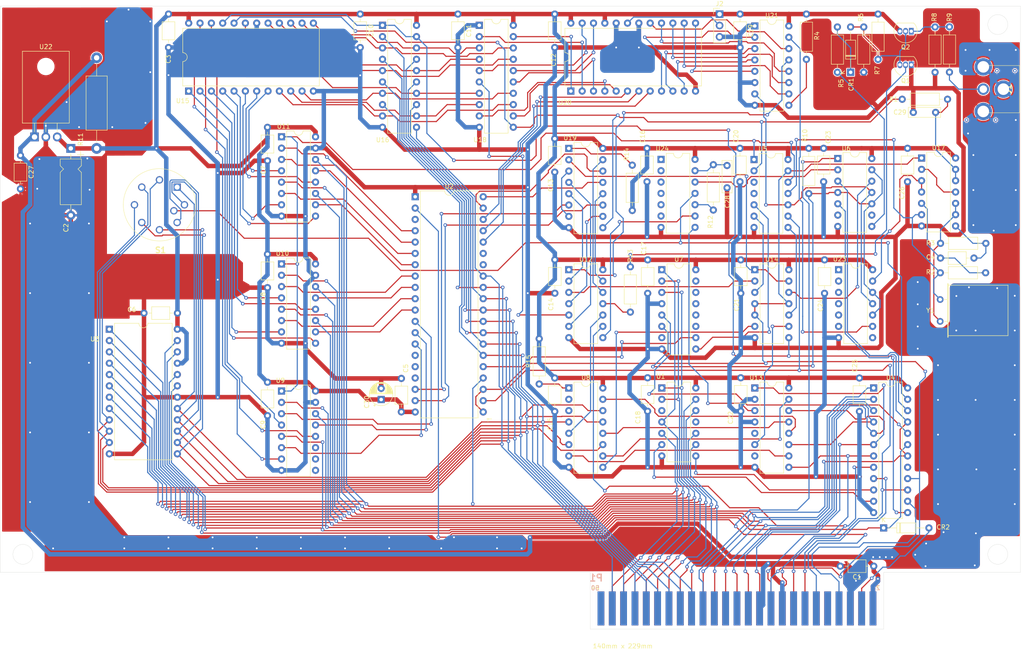
<source format=kicad_pcb>
(kicad_pcb (version 20171130) (host pcbnew 5.1.8-5.1.8)
  (title_block (title 1066) (date 2019-09-14) (company "Atari Computer Museum") (comment 1 "ReMake ") (comment 2 "2019 Edition"))
  (layers (0 F.Cu signal) (31 B.Cu signal) (34 B.Paste user hide) (35 F.Paste user) (36 B.SilkS user) (37 F.SilkS user) (38 B.Mask user) (39 F.Mask user) (44 Edge.Cuts user))
  (net 0 "")
  (net 1 GND)
  (net 2 VCC)
  (net 3 "Net-(C4-Pad1)")
  (net 4 "Net-(C4-Pad2)")
  (net 5 "Net-(C28-Pad1)")
  (net 6 "Net-(C29-Pad1)")
  (net 7 "Net-(CR1-Pad2)")
  (net 8 "Net-(CR1-Pad1)")
  (net 9 "Net-(CR2-Pad1)")
  (net 10 /!ROM)
  (net 11 "Net-(J2-Pad2)")
  (net 12 "Net-(P1-Pad30)")
  (net 13 "Net-(P1-Pad28)")
  (net 14 "Net-(P1-Pad26)")
  (net 15 "Net-(P1-Pad24)")
  (net 16 /B_02)
  (net 17 "Net-(P1-Pad16)")
  (net 18 "Net-(P1-Pad14)")
  (net 19 /!RESET)
  (net 20 "Net-(P1-Pad10)")
  (net 21 "Net-(P1-Pad8)")
  (net 22 "Net-(P1-Pad4)")
  (net 23 /A9)
  (net 24 /A10)
  (net 25 /A11)
  (net 26 /A12)
  (net 27 /A13)
  (net 28 /A14)
  (net 29 /A15)
  (net 30 /B_R!W)
  (net 31 /!CARDSEL)
  (net 32 "Net-(P1-Pad11)")
  (net 33 "Net-(P1-Pad9)")
  (net 34 "Net-(P1-Pad7)")
  (net 35 "Net-(P1-Pad5)")
  (net 36 /A0)
  (net 37 /D0)
  (net 38 /D3)
  (net 39 /A3)
  (net 40 "Net-(P1-Pad50)")
  (net 41 "Net-(P1-Pad49)")
  (net 42 /A1)
  (net 43 /D1)
  (net 44 /D2)
  (net 45 /A2)
  (net 46 /A7)
  (net 47 /D7)
  (net 48 /D6)
  (net 49 /A6)
  (net 50 /A4)
  (net 51 /D4)
  (net 52 /A8)
  (net 53 /DSEL)
  (net 54 /D5)
  (net 55 /A5)
  (net 56 "Net-(Q1-Pad2)")
  (net 57 "Net-(Q2-Pad1)")
  (net 58 "Net-(R1-Pad1)")
  (net 59 "Net-(R2-Pad2)")
  (net 60 "Net-(R3-Pad2)")
  (net 61 "Net-(R4-Pad1)")
  (net 62 "Net-(R5-Pad1)")
  (net 63 "Net-(R10-Pad2)")
  (net 64 "Net-(R12-Pad2)")
  (net 65 "Net-(R13-Pad2)")
  (net 66 "Net-(R14-Pad1)")
  (net 67 "Net-(R15-Pad1)")
  (net 68 /xxxF)
  (net 69 /xxFx)
  (net 70 "Net-(U2-Pad3)")
  (net 71 /MA0)
  (net 72 /MA1)
  (net 73 "Net-(U2-Pad25)")
  (net 74 /MA2)
  (net 75 /MA3)
  (net 76 /MA4)
  (net 77 /MA5)
  (net 78 /MA6)
  (net 79 /MA7)
  (net 80 /MA8)
  (net 81 /MA9)
  (net 82 /MA10)
  (net 83 "Net-(U2-Pad34)")
  (net 84 "Net-(U2-Pad15)")
  (net 85 /R3)
  (net 86 "Net-(U2-Pad16)")
  (net 87 /R2)
  (net 88 "Net-(U2-Pad17)")
  (net 89 /R1)
  (net 90 /DE)
  (net 91 /R0)
  (net 92 /CUR)
  (net 93 /HS)
  (net 94 /VS)
  (net 95 /MNR)
  (net 96 "Net-(U4-Pad17)")
  (net 97 /D1Fx)
  (net 98 "Net-(U14-Pad3)")
  (net 99 "Net-(U10-Pad1)")
  (net 100 "Net-(U5-Pad5)")
  (net 101 "Net-(U21-Pad7)")
  (net 102 "Net-(U14-Pad10)")
  (net 103 "Net-(U24-Pad12)")
  (net 104 "Net-(U6-Pad9)")
  (net 105 /D1FF)
  (net 106 "Net-(U14-Pad12)")
  (net 107 "Net-(U6-Pad6)")
  (net 108 "Net-(U7-Pad15)")
  (net 109 "Net-(U7-Pad7)")
  (net 110 "Net-(U7-Pad14)")
  (net 111 "Net-(U7-Pad13)")
  (net 112 "Net-(U7-Pad12)")
  (net 113 "Net-(U7-Pad11)")
  (net 114 "Net-(U14-Pad6)")
  (net 115 "Net-(U8-Pad2)")
  (net 116 "Net-(U13-Pad15)")
  (net 117 "Net-(U8-Pad3)")
  (net 118 "Net-(U13-Pad13)")
  (net 119 "Net-(U12-Pad10)")
  (net 120 "Net-(U13-Pad10)")
  (net 121 "Net-(U13-Pad12)")
  (net 122 "Net-(U15-Pad19)")
  (net 123 "Net-(U15-Pad22)")
  (net 124 "Net-(U15-Pad23)")
  (net 125 "Net-(U9-Pad11)")
  (net 126 "Net-(U9-Pad10)")
  (net 127 "Net-(U9-Pad9)")
  (net 128 "Net-(U10-Pad7)")
  (net 129 "Net-(U10-Pad12)")
  (net 130 "Net-(U10-Pad4)")
  (net 131 "Net-(U10-Pad9)")
  (net 132 "Net-(U11-Pad9)")
  (net 133 "Net-(U11-Pad4)")
  (net 134 "Net-(U11-Pad12)")
  (net 135 "Net-(U11-Pad7)")
  (net 136 "Net-(U12-Pad1)")
  (net 137 "Net-(U12-Pad8)")
  (net 138 "Net-(U12-Pad2)")
  (net 139 "Net-(U12-Pad3)")
  (net 140 "Net-(U12-Pad4)")
  (net 141 "Net-(U12-Pad5)")
  (net 142 "Net-(U12-Pad12)")
  (net 143 "Net-(U12-Pad6)")
  (net 144 "Net-(U12-Pad13)")
  (net 145 "Net-(U13-Pad3)")
  (net 146 "Net-(U13-Pad5)")
  (net 147 "Net-(U13-Pad6)")
  (net 148 "Net-(U13-Pad7)")
  (net 149 "Net-(U14-Pad1)")
  (net 150 /X3)
  (net 151 /X4)
  (net 152 /X5)
  (net 153 /X6)
  (net 154 /X7)
  (net 155 /X0)
  (net 156 /X1)
  (net 157 /X2)
  (net 158 "Net-(U17-Pad11)")
  (net 159 "Net-(U17-Pad3)")
  (net 160 "Net-(U18-Pad19)")
  (net 161 "Net-(U18-Pad9)")
  (net 162 "Net-(U18-Pad16)")
  (net 163 "Net-(U18-Pad15)")
  (net 164 "Net-(U18-Pad5)")
  (net 165 "Net-(U18-Pad12)")
  (net 166 "Net-(U18-Pad2)")
  (net 167 "Net-(U19-Pad3)")
  (net 168 "Net-(U20-Pad11)")
  (net 169 "Net-(U20-Pad10)")
  (net 170 "Net-(U20-Pad9)")
  (net 171 "Net-(U20-Pad17)")
  (net 172 "Net-(U20-Pad16)")
  (net 173 "Net-(U20-Pad15)")
  (net 174 "Net-(U20-Pad14)")
  (net 175 "Net-(U20-Pad13)")
  (net 176 "Net-(U21-Pad15)")
  (net 177 "Net-(U23-Pad8)")
  (net 178 /+10V)
  (net 179 "Net-(J1-PadB1)")
  (net 180 /SW_CO)
  (module Diode_THT:D_DO-35_SOD27_P10.16mm_Horizontal (layer F.Cu) (at 227.584 40.513 90)
    (fp_text reference CR1 (at -2.7432 0.127 90) (layer F.SilkS))
    (fp_text value 1N914)
    (fp_text user K (at 0 -1.8 90) (layer F.SilkS))
    (pad 1 thru_hole oval (at 10.16 0 90) (size 1.6 1.6) (drill 0.8) (layers *.Cu *.Mask) (net 8 "Net-(CR1-Pad1)"))
    (pad 2 thru_hole rect (at 0 0 90) (size 1.6 1.6) (drill 0.8) (layers *.Cu *.Mask) (net 7 "Net-(CR1-Pad2)"))
  )
  (module Crystal:Crystal_HC18-U_Horizontal (layer F.Cu) (at 247.65 96.3676 90)
    (fp_text reference Y1 (at 2.4384 -2.2098) (layer F.SilkS))
    (fp_text value 14.318MHz)
    (pad 2 thru_hole circle (at 0 0 90) (size 1.5 1.5) (drill 0.8) (layers *.Cu *.Mask) (net 60 "Net-(R3-Pad2)"))
    (pad 1 thru_hole circle (at 4.9 0 90) (size 1.5 1.5) (drill 0.8) (layers *.Cu *.Mask) (net 59 "Net-(R2-Pad2)"))
  )
  (module FootPrints:RS18 (layer F.Cu) (at 76.6826 66.2686 180)
    (fp_text reference S1 (at 3.71 -14.12 180) (layer F.SilkS) (effects (font (size 1.27 1.27) (thickness 0.254))))
    (fp_text value Sw-Rotary-1P8T hide)
    (pad 1 thru_hole rect (at 0 0 180) (size 1.65 1.65) (drill 1.1) (layers *.Cu *.Mask) (net 47 /D7))
    (pad 2 thru_hole circle (at -1.64 -3.96 180) (size 1.65 1.65) (drill 1.1) (layers *.Cu *.Mask) (net 48 /D6))
    (pad 3 thru_hole circle (at 0 -7.92 180) (size 1.65 1.65) (drill 1.1) (layers *.Cu *.Mask) (net 54 /D5))
    (pad 4 thru_hole circle (at 3.96 -9.56 180) (size 1.65 1.65) (drill 1.1) (layers *.Cu *.Mask) (net 51 /D4))
    (pad 5 thru_hole circle (at 7.92 -7.92 180) (size 1.65 1.65) (drill 1.1) (layers *.Cu *.Mask) (net 38 /D3))
    (pad 6 thru_hole circle (at 9.56 -3.96 180) (size 1.65 1.65) (drill 1.1) (layers *.Cu *.Mask) (net 44 /D2))
    (pad 7 thru_hole circle (at 7.92 0 180) (size 1.65 1.65) (drill 1.1) (layers *.Cu *.Mask) (net 43 /D1))
    (pad 8 thru_hole circle (at 3.96 1.64 180) (size 1.65 1.65) (drill 1.1) (layers *.Cu *.Mask) (net 37 /D0))
    (pad 9 thru_hole circle (at 0.726 -5.299 180) (size 1.65 1.65) (drill 1.1) (layers *.Cu *.Mask) (net 180 /SW_CO))
  )
  (module FootPrints:RCJ014 (layer F.Cu) (at 257.3147 44.2976 270)
    (fp_text reference J1 (at 0 -5.625 90) (layer F.SilkS) (effects (font (size 1.27 1.27) (thickness 0.254))))
    (fp_text value VideoOut hide)
    (pad 2 thru_hole circle (at 0 0 270) (size 2.55 2.55) (drill 1.7) (layers *.Cu *.Mask) (net 179 "Net-(J1-PadB1)"))
    (pad A1 thru_hole circle (at -5 0 270) (size 3.9 3.9) (drill 2.6) (layers *.Cu *.Mask) (net 1 GND))
    (pad B1 thru_hole circle (at 0 -4.5 270) (size 3.9 3.9) (drill 2.6) (layers *.Cu *.Mask) (net 1 GND))
    (pad C1 thru_hole circle (at 5 0 270) (size 3.9 3.9) (drill 2.6) (layers *.Cu *.Mask) (net 1 GND))
  )
  (module Capacitor_THT:C_Axial_L3.8mm_D2.6mm_P7.50mm_Horizontal (layer F.Cu) (at 74.7522 27.4574 270)
    (fp_text reference C3 (at 10.1092 0.0254 90) (layer F.SilkS))
    (fp_text value .1uF)
    (pad 2 thru_hole oval (at 7.5 0 270) (size 1.6 1.6) (drill 0.8) (layers *.Cu *.Mask) (net 1 GND))
    (pad 1 thru_hole circle (at 0 0 270) (size 1.6 1.6) (drill 0.8) (layers *.Cu *.Mask) (net 2 VCC))
  )
  (module Capacitor_THT:C_Axial_L3.8mm_D2.6mm_P7.50mm_Horizontal (layer F.Cu) (at 255.2192 82.169 180)
    (fp_text reference C4 (at 9.7282 0.2032) (layer F.SilkS))
    (fp_text value ".1 uF")
    (pad 1 thru_hole circle (at 0 0 180) (size 1.6 1.6) (drill 0.8) (layers *.Cu *.Mask) (net 3 "Net-(C4-Pad1)"))
    (pad 2 thru_hole oval (at 7.5 0 180) (size 1.6 1.6) (drill 0.8) (layers *.Cu *.Mask) (net 4 "Net-(C4-Pad2)"))
  )
  (module Capacitor_THT:C_Axial_L3.8mm_D2.6mm_P7.50mm_Horizontal (layer F.Cu) (at 76.7588 94.5134 180)
    (fp_text reference C6 (at 10.2362 0.7874) (layer F.SilkS))
    (fp_text value .1uF)
    (pad 1 thru_hole circle (at 0 0 180) (size 1.6 1.6) (drill 0.8) (layers *.Cu *.Mask) (net 2 VCC))
    (pad 2 thru_hole oval (at 7.5 0 180) (size 1.6 1.6) (drill 0.8) (layers *.Cu *.Mask) (net 1 GND))
  )
  (module Capacitor_THT:C_Axial_L3.8mm_D2.6mm_P7.50mm_Horizontal (layer F.Cu) (at 96.9264 52.8574 270)
    (fp_text reference C7 (at 9.5758 0.9144 90) (layer F.SilkS))
    (fp_text value .1uF)
    (pad 2 thru_hole oval (at 7.5 0 270) (size 1.6 1.6) (drill 0.8) (layers *.Cu *.Mask) (net 1 GND))
    (pad 1 thru_hole circle (at 0 0 270) (size 1.6 1.6) (drill 0.8) (layers *.Cu *.Mask) (net 2 VCC))
  )
  (module Capacitor_THT:C_Axial_L3.8mm_D2.6mm_P7.50mm_Horizontal (layer F.Cu) (at 96.9264 81.3054 270)
    (fp_text reference C8 (at 9.4742 0.9652 90) (layer F.SilkS))
    (fp_text value .1uF)
    (pad 1 thru_hole circle (at 0 0 270) (size 1.6 1.6) (drill 0.8) (layers *.Cu *.Mask) (net 2 VCC))
    (pad 2 thru_hole oval (at 7.5 0 270) (size 1.6 1.6) (drill 0.8) (layers *.Cu *.Mask) (net 1 GND))
  )
  (module Capacitor_THT:C_Axial_L3.8mm_D2.6mm_P7.50mm_Horizontal (layer F.Cu) (at 96.9264 110.0074 270)
    (fp_text reference C9 (at 9.525 0.9652 90) (layer F.SilkS))
    (fp_text value .1uF)
    (pad 2 thru_hole oval (at 7.5 0 270) (size 1.6 1.6) (drill 0.8) (layers *.Cu *.Mask) (net 1 GND))
    (pad 1 thru_hole circle (at 0 0 270) (size 1.6 1.6) (drill 0.8) (layers *.Cu *.Mask) (net 2 VCC))
  )
  (module Capacitor_THT:C_Axial_L3.8mm_D2.6mm_P7.50mm_Horizontal (layer F.Cu) (at 117.7036 27.4574 270)
    (fp_text reference C10 (at 3.75 -2.42 90) (layer F.SilkS))
    (fp_text value .1uF)
    (pad 1 thru_hole circle (at 0 0 270) (size 1.6 1.6) (drill 0.8) (layers *.Cu *.Mask) (net 2 VCC))
    (pad 2 thru_hole oval (at 7.5 0 270) (size 1.6 1.6) (drill 0.8) (layers *.Cu *.Mask) (net 1 GND))
  )
  (module Capacitor_THT:C_Axial_L3.8mm_D2.6mm_P7.50mm_Horizontal (layer F.Cu) (at 139.5984 27.4574 270)
    (fp_text reference C11 (at 3.75 -2.42 90) (layer F.SilkS))
    (fp_text value .1uF)
    (pad 2 thru_hole oval (at 7.5 0 270) (size 1.6 1.6) (drill 0.8) (layers *.Cu *.Mask) (net 1 GND))
    (pad 1 thru_hole circle (at 0 0 270) (size 1.6 1.6) (drill 0.8) (layers *.Cu *.Mask) (net 2 VCC))
  )
  (module Capacitor_THT:C_Axial_L3.8mm_D2.6mm_P7.50mm_Horizontal (layer F.Cu) (at 161.29 27.4574 270)
    (fp_text reference C12 (at 10.303799 0.262799 90) (layer F.SilkS))
    (fp_text value .1uF)
    (pad 1 thru_hole circle (at 0 0 270) (size 1.6 1.6) (drill 0.8) (layers *.Cu *.Mask) (net 2 VCC))
    (pad 2 thru_hole oval (at 7.5 0 270) (size 1.6 1.6) (drill 0.8) (layers *.Cu *.Mask) (net 1 GND))
  )
  (module Capacitor_THT:C_Axial_L3.8mm_D2.6mm_P7.50mm_Horizontal (layer F.Cu) (at 161.29 55.3974 270)
    (fp_text reference C13 (at 10.4648 0.9144 90) (layer F.SilkS))
    (fp_text value .1uF)
    (pad 2 thru_hole oval (at 7.5 0 270) (size 1.6 1.6) (drill 0.8) (layers *.Cu *.Mask) (net 1 GND))
    (pad 1 thru_hole circle (at 0 0 270) (size 1.6 1.6) (drill 0.8) (layers *.Cu *.Mask) (net 2 VCC))
  )
  (module Capacitor_THT:C_Axial_L3.8mm_D2.6mm_P7.50mm_Horizontal (layer F.Cu) (at 161.3154 82.55 270)
    (fp_text reference C14 (at 9.9822 0.889 90) (layer F.SilkS))
    (fp_text value .1uF)
    (pad 2 thru_hole oval (at 7.5 0 270) (size 1.6 1.6) (drill 0.8) (layers *.Cu *.Mask) (net 1 GND))
    (pad 1 thru_hole circle (at 0 0 270) (size 1.6 1.6) (drill 0.8) (layers *.Cu *.Mask) (net 2 VCC))
  )
  (module Capacitor_THT:C_Axial_L3.8mm_D2.6mm_P7.50mm_Horizontal (layer F.Cu) (at 161.29 109.0676 270)
    (fp_text reference C15 (at 10.3124 1.016 90) (layer F.SilkS))
    (fp_text value .1uF)
    (pad 1 thru_hole circle (at 0 0 270) (size 1.6 1.6) (drill 0.8) (layers *.Cu *.Mask) (net 2 VCC))
    (pad 2 thru_hole oval (at 7.5 0 270) (size 1.6 1.6) (drill 0.8) (layers *.Cu *.Mask) (net 1 GND))
  )
  (module Capacitor_THT:C_Axial_L3.8mm_D2.6mm_P7.50mm_Horizontal (layer F.Cu) (at 181.9656 57.5564 270)
    (fp_text reference C16 (at -2.6416 0.9906 90) (layer F.SilkS))
    (fp_text value .1uF)
    (pad 2 thru_hole oval (at 7.5 0 270) (size 1.6 1.6) (drill 0.8) (layers *.Cu *.Mask) (net 1 GND))
    (pad 1 thru_hole circle (at 0 0 270) (size 1.6 1.6) (drill 0.8) (layers *.Cu *.Mask) (net 2 VCC))
  )
  (module Capacitor_THT:C_Axial_L3.8mm_D2.6mm_P7.50mm_Horizontal (layer F.Cu) (at 182.118 82.5754 270)
    (fp_text reference C17 (at -2.5908 0.8636 90) (layer F.SilkS))
    (fp_text value .1uF)
    (pad 1 thru_hole circle (at 0 0 270) (size 1.6 1.6) (drill 0.8) (layers *.Cu *.Mask) (net 2 VCC))
    (pad 2 thru_hole oval (at 7.5 0 270) (size 1.6 1.6) (drill 0.8) (layers *.Cu *.Mask) (net 1 GND))
  )
  (module Capacitor_THT:C_Axial_L3.8mm_D2.6mm_P7.50mm_Horizontal (layer F.Cu) (at 182.0926 109.0168 270)
    (fp_text reference C18 (at 8.89 2.159 90) (layer F.SilkS))
    (fp_text value .1uF)
    (pad 2 thru_hole oval (at 7.5 0 270) (size 1.6 1.6) (drill 0.8) (layers *.Cu *.Mask) (net 1 GND))
    (pad 1 thru_hole circle (at 0 0 270) (size 1.6 1.6) (drill 0.8) (layers *.Cu *.Mask) (net 2 VCC))
  )
  (module Capacitor_THT:C_Axial_L3.8mm_D2.6mm_P7.50mm_Horizontal (layer F.Cu) (at 202.819 27.4574 270)
    (fp_text reference C19 (at 3.75 -2.42 90) (layer F.SilkS))
    (fp_text value .1uF)
    (pad 1 thru_hole circle (at 0 0 270) (size 1.6 1.6) (drill 0.8) (layers *.Cu *.Mask) (net 2 VCC))
    (pad 2 thru_hole oval (at 7.5 0 270) (size 1.6 1.6) (drill 0.8) (layers *.Cu *.Mask) (net 1 GND))
  )
  (module Capacitor_THT:C_Axial_L3.8mm_D2.6mm_P7.50mm_Horizontal (layer F.Cu) (at 202.7936 57.5564 270)
    (fp_text reference C20 (at -2.6924 0.889 90) (layer F.SilkS))
    (fp_text value .1uF)
    (pad 2 thru_hole oval (at 7.5 0 270) (size 1.6 1.6) (drill 0.8) (layers *.Cu *.Mask) (net 1 GND))
    (pad 1 thru_hole circle (at 0 0 270) (size 1.6 1.6) (drill 0.8) (layers *.Cu *.Mask) (net 2 VCC))
  )
  (module Capacitor_THT:C_Axial_L3.8mm_D2.6mm_P7.50mm_Horizontal (layer F.Cu) (at 202.9714 82.5754 270)
    (fp_text reference C21 (at 10.0838 0.9398 90) (layer F.SilkS))
    (fp_text value .1uF)
    (pad 2 thru_hole oval (at 7.5 0 270) (size 1.6 1.6) (drill 0.8) (layers *.Cu *.Mask) (net 1 GND))
    (pad 1 thru_hole circle (at 0 0 270) (size 1.6 1.6) (drill 0.8) (layers *.Cu *.Mask) (net 2 VCC))
  )
  (module Capacitor_THT:C_Axial_L3.8mm_D2.6mm_P7.50mm_Horizontal (layer F.Cu) (at 202.9714 109.0168 270)
    (fp_text reference C22 (at 8.9662 2.286 90) (layer F.SilkS))
    (fp_text value .1uF)
    (pad 1 thru_hole circle (at 0 0 270) (size 1.6 1.6) (drill 0.8) (layers *.Cu *.Mask) (net 2 VCC))
    (pad 2 thru_hole oval (at 7.5 0 270) (size 1.6 1.6) (drill 0.8) (layers *.Cu *.Mask) (net 1 GND))
  )
  (module Capacitor_THT:C_Axial_L3.8mm_D2.6mm_P7.50mm_Horizontal (layer F.Cu) (at 221.5388 57.5564 270)
    (fp_text reference C23 (at -2.4892 -1.0414 90) (layer F.SilkS))
    (fp_text value .1uF)
    (pad 2 thru_hole oval (at 7.5 0 270) (size 1.6 1.6) (drill 0.8) (layers *.Cu *.Mask) (net 1 GND))
    (pad 1 thru_hole circle (at 0 0 270) (size 1.6 1.6) (drill 0.8) (layers *.Cu *.Mask) (net 2 VCC))
  )
  (module Capacitor_THT:C_Axial_L3.8mm_D2.6mm_P7.50mm_Horizontal (layer F.Cu) (at 221.742 82.5754 270)
    (fp_text reference C24 (at 10.1854 0.9144 90) (layer F.SilkS))
    (fp_text value .1uF)
    (pad 1 thru_hole circle (at 0 0 270) (size 1.6 1.6) (drill 0.8) (layers *.Cu *.Mask) (net 2 VCC))
    (pad 2 thru_hole oval (at 7.5 0 270) (size 1.6 1.6) (drill 0.8) (layers *.Cu *.Mask) (net 1 GND))
  )
  (module Capacitor_THT:C_Axial_L3.8mm_D2.6mm_P7.50mm_Horizontal (layer F.Cu) (at 229.5652 109.0676 270)
    (fp_text reference C25 (at -2.7432 1.0414 90) (layer F.SilkS))
    (fp_text value .1uF)
    (pad 2 thru_hole oval (at 7.5 0 270) (size 1.6 1.6) (drill 0.8) (layers *.Cu *.Mask) (net 1 GND))
    (pad 1 thru_hole circle (at 0 0 270) (size 1.6 1.6) (drill 0.8) (layers *.Cu *.Mask) (net 2 VCC))
  )
  (module Capacitor_THT:C_Axial_L3.8mm_D2.6mm_P7.50mm_Horizontal (layer F.Cu) (at 240.3348 57.5564 270)
    (fp_text reference C26 (at 10.0076 1.2446 90) (layer F.SilkS))
    (fp_text value .1uF)
    (pad 1 thru_hole circle (at 0 0 270) (size 1.6 1.6) (drill 0.8) (layers *.Cu *.Mask) (net 2 VCC))
    (pad 2 thru_hole oval (at 7.5 0 270) (size 1.6 1.6) (drill 0.8) (layers *.Cu *.Mask) (net 1 GND))
  )
  (module Capacitor_THT:C_Axial_L3.8mm_D2.6mm_P7.50mm_Horizontal (layer F.Cu) (at 41.5798 59.1566 270)
    (fp_text reference C27 (at 3.75 -2.42 90) (layer F.SilkS))
    (fp_text value .22uF)
    (pad 1 thru_hole circle (at 0 0 270) (size 1.6 1.6) (drill 0.8) (layers *.Cu *.Mask) (net 178 /+10V))
    (pad 2 thru_hole oval (at 7.5 0 270) (size 1.6 1.6) (drill 0.8) (layers *.Cu *.Mask) (net 1 GND))
  )
  (module Capacitor_THT:C_Rect_L7.0mm_W2.0mm_P5.00mm (layer F.Cu) (at 199.898 61.4172 270)
    (fp_text reference C28 (at 8.128 -0.0762 90) (layer F.SilkS))
    (fp_text value 1000pF)
    (pad 2 thru_hole circle (at 5 0 270) (size 1.6 1.6) (drill 0.8) (layers *.Cu *.Mask) (net 1 GND))
    (pad 1 thru_hole circle (at 0 0 270) (size 1.6 1.6) (drill 0.8) (layers *.Cu *.Mask) (net 5 "Net-(C28-Pad1)"))
  )
  (module Capacitor_THT:C_Rect_L7.0mm_W2.0mm_P5.00mm (layer F.Cu) (at 246.6302 49.5046 180)
    (fp_text reference C29 (at 8.001 0.0254) (layer F.SilkS))
    (fp_text value 470pF)
    (pad 2 thru_hole circle (at 5 0 180) (size 1.6 1.6) (drill 0.8) (layers *.Cu *.Mask) (net 1 GND))
    (pad 1 thru_hole circle (at 0 0 180) (size 1.6 1.6) (drill 0.8) (layers *.Cu *.Mask) (net 6 "Net-(C29-Pad1)"))
  )
  (module Capacitor_THT:CP_Radial_D5.0mm_P2.50mm (layer F.Cu) (at 122.4026 113.8936 90)
    (fp_text reference C30 (at -0.5334 -3.2258 90) (layer F.SilkS))
    (fp_text value "10uF 16V")
    (pad 1 thru_hole rect (at 0 0 90) (size 1.6 1.6) (drill 0.8) (layers *.Cu *.Mask) (net 2 VCC))
    (pad 2 thru_hole circle (at 2.5 0 90) (size 1.6 1.6) (drill 0.8) (layers *.Cu *.Mask) (net 1 GND))
  )
  (module Diode_THT:D_DO-35_SOD27_P10.16mm_Horizontal (layer F.Cu) (at 234.9754 142.6845)
    (fp_text reference CR2 (at 13.347999 -0.167001) (layer F.SilkS))
    (fp_text value 1N100)
    (fp_text user K (at 0 -1.8) (layer F.SilkS))
    (pad 1 thru_hole rect (at 0 0) (size 1.6 1.6) (drill 0.8) (layers *.Cu *.Mask) (net 10 /!ROM))
    (pad 2 thru_hole oval (at 10.16 0) (size 1.6 1.6) (drill 0.8) (layers *.Cu *.Mask) (net 9 "Net-(CR2-Pad1)"))
  )
  (module Connector_PinHeader_2.54mm:PinHeader_1x03_P2.54mm_Vertical (layer F.Cu) (at 198.2216 27.4828)
    (fp_text reference J2 (at 0 -2.33) (layer F.SilkS))
    (fp_text value Conn_01x03)
    (pad 1 thru_hole rect (at 0 0) (size 1.7 1.7) (drill 1) (layers *.Cu *.Mask) (net 2 VCC))
    (pad 2 thru_hole oval (at 0 2.54) (size 1.7 1.7) (drill 1) (layers *.Cu *.Mask) (net 11 "Net-(J2-Pad2)"))
    (pad 3 thru_hole oval (at 0 5.08) (size 1.7 1.7) (drill 1) (layers *.Cu *.Mask) (net 1 GND))
  )
  (module 1090:Edge-50 (layer F.Cu) (at 191.96 162.0012)
    (fp_text reference P1 (at -21.399 -8.1026) (layer B.SilkS) (effects (font (size 1.524 1.524) (thickness 0.3048)) (justify mirror)))
    (fp_text value 80cvc_50_edgecard hide)
    (pad 30 connect rect (at 5.08 -1.27 180) (size 1.524 7.62) (layers B.Cu B.Mask) (net 12 "Net-(P1-Pad30)"))
    (pad 28 connect rect (at 7.62 -1.27 180) (size 1.524 7.62) (layers B.Cu B.Mask) (net 13 "Net-(P1-Pad28)"))
    (pad 26 connect rect (at 10.16 -1.27 180) (size 1.524 7.62) (layers B.Cu B.Mask) (net 14 "Net-(P1-Pad26)"))
    (pad 24 connect rect (at 12.7 -1.27 180) (size 1.524 7.62) (layers B.Cu B.Mask) (net 15 "Net-(P1-Pad24)"))
    (pad 22 connect rect (at 15.24 -1.27 180) (size 1.524 7.62) (layers B.Cu B.Mask) (net 1 GND))
    (pad 20 connect rect (at 17.78 -1.27 180) (size 1.524 7.62) (layers B.Cu B.Mask) (net 16 /B_02))
    (pad 18 connect rect (at 20.32 -1.27 180) (size 1.524 7.62) (layers B.Cu B.Mask) (net 1 GND))
    (pad 16 connect rect (at 22.86 -1.27 180) (size 1.524 7.62) (layers B.Cu B.Mask) (net 17 "Net-(P1-Pad16)"))
    (pad 14 connect rect (at 25.4 -1.27 180) (size 1.524 7.62) (layers B.Cu B.Mask) (net 18 "Net-(P1-Pad14)"))
    (pad 12 connect rect (at 27.94 -1.27 180) (size 1.524 7.62) (layers B.Cu B.Mask) (net 19 /!RESET))
    (pad 10 connect rect (at 30.48 -1.27 180) (size 1.524 7.62) (layers B.Cu B.Mask) (net 20 "Net-(P1-Pad10)"))
    (pad 8 connect rect (at 33.02 -1.27 180) (size 1.524 7.62) (layers B.Cu B.Mask) (net 21 "Net-(P1-Pad8)"))
    (pad 6 connect rect (at 35.56 -1.27 180) (size 1.524 7.62) (layers B.Cu B.Mask) (net 1 GND))
    (pad 4 connect rect (at 38.1 -1.27 180) (size 1.524 7.62) (layers B.Cu B.Mask) (net 22 "Net-(P1-Pad4)"))
    (pad 29 connect rect (at 5.08 -1.27) (size 1.524 7.62) (layers F.Cu F.Mask) (net 23 /A9))
    (pad 27 connect rect (at 7.62 -1.27) (size 1.524 7.62) (layers F.Cu F.Mask) (net 24 /A10))
    (pad 25 connect rect (at 10.16 -1.27) (size 1.524 7.62) (layers F.Cu F.Mask) (net 25 /A11))
    (pad 23 connect rect (at 12.7 -1.27) (size 1.524 7.62) (layers F.Cu F.Mask) (net 26 /A12))
    (pad 21 connect rect (at 15.24 -1.27) (size 1.524 7.62) (layers F.Cu F.Mask) (net 27 /A13))
    (pad 19 connect rect (at 17.78 -1.27) (size 1.524 7.62) (layers F.Cu F.Mask) (net 28 /A14))
    (pad 17 connect rect (at 20.32 -1.27) (size 1.524 7.62) (layers F.Cu F.Mask) (net 29 /A15))
    (pad 15 connect rect (at 22.86 -1.27) (size 1.524 7.62) (layers F.Cu F.Mask) (net 30 /B_R!W))
    (pad 13 connect rect (at 25.4 -1.27) (size 1.524 7.62) (layers F.Cu F.Mask) (net 31 /!CARDSEL))
    (pad 11 connect rect (at 27.94 -1.27) (size 1.524 7.62) (layers F.Cu F.Mask) (net 32 "Net-(P1-Pad11)"))
    (pad 9 connect rect (at 30.48 -1.27) (size 1.524 7.62) (layers F.Cu F.Mask) (net 33 "Net-(P1-Pad9)"))
    (pad 7 connect rect (at 33.02 -1.27) (size 1.524 7.62) (layers F.Cu F.Mask) (net 34 "Net-(P1-Pad7)"))
    (pad 5 connect rect (at 35.56 -1.27) (size 1.524 7.62) (layers F.Cu F.Mask) (net 35 "Net-(P1-Pad5)"))
    (pad 3 connect rect (at 38.1 -1.27) (size 1.524 7.62) (layers F.Cu F.Mask) (net 9 "Net-(CR2-Pad1)"))
    (pad 2 connect rect (at 40.64 -1.27 180) (size 1.524 7.62) (layers B.Cu B.Mask) (net 178 /+10V))
    (pad 1 connect rect (at 40.64 -1.27) (size 1.524 7.62) (layers F.Cu F.Mask) (net 178 /+10V))
    (pad 47 connect rect (at -17.78 -1.27) (size 1.524 7.62) (layers F.Cu F.Mask) (net 36 /A0))
    (pad 48 connect rect (at -17.78 -1.27 180) (size 1.524 7.62) (layers B.Cu B.Mask) (net 37 /D0))
    (pad 42 connect rect (at -10.16 -1.27 180) (size 1.524 7.62) (layers B.Cu B.Mask) (net 38 /D3))
    (pad 41 connect rect (at -10.16 -1.27) (size 1.524 7.62) (layers F.Cu F.Mask) (net 39 /A3))
    (pad 50 connect rect (at -20.32 -1.27 180) (size 1.524 7.62) (layers B.Cu B.Mask) (net 40 "Net-(P1-Pad50)"))
    (pad 49 connect rect (at -20.32 -1.27) (size 1.524 7.62) (layers F.Cu F.Mask) (net 41 "Net-(P1-Pad49)"))
    (pad 45 connect rect (at -15.24 -1.27) (size 1.524 7.62) (layers F.Cu F.Mask) (net 42 /A1))
    (pad 46 connect rect (at -15.24 -1.27 180) (size 1.524 7.62) (layers B.Cu B.Mask) (net 43 /D1))
    (pad 44 connect rect (at -12.7 -1.27 180) (size 1.524 7.62) (layers B.Cu B.Mask) (net 44 /D2))
    (pad 43 connect rect (at -12.7 -1.27) (size 1.524 7.62) (layers F.Cu F.Mask) (net 45 /A2))
    (pad 33 connect rect (at 0 -1.27) (size 1.524 7.62) (layers F.Cu F.Mask) (net 46 /A7))
    (pad 34 connect rect (at 0 -1.27 180) (size 1.524 7.62) (layers B.Cu B.Mask) (net 47 /D7))
    (pad 36 connect rect (at -2.54 -1.27 180) (size 1.524 7.62) (layers B.Cu B.Mask) (net 48 /D6))
    (pad 35 connect rect (at -2.54 -1.27) (size 1.524 7.62) (layers F.Cu F.Mask) (net 49 /A6))
    (pad 39 connect rect (at -7.62 -1.27) (size 1.524 7.62) (layers F.Cu F.Mask) (net 50 /A4))
    (pad 40 connect rect (at -7.62 -1.27 180) (size 1.524 7.62) (layers B.Cu B.Mask) (net 51 /D4))
    (pad 31 connect rect (at 2.54 -1.27) (size 1.524 7.62) (layers F.Cu F.Mask) (net 52 /A8))
    (pad 32 connect rect (at 2.54 -1.27 180) (size 1.524 7.62) (layers B.Cu B.Mask) (net 53 /DSEL))
    (pad 38 connect rect (at -5.08 -1.27 180) (size 1.524 7.62) (layers B.Cu B.Mask) (net 54 /D5))
    (pad 37 connect rect (at -5.08 -1.27) (size 1.524 7.62) (layers F.Cu F.Mask) (net 55 /A5))
  )
  (module Package_TO_SOT_THT:TO-92_Inline (layer F.Cu) (at 241.173 38.833 180)
    (fp_text reference Q1 (at 1.27 -3.56) (layer F.SilkS))
    (fp_text value 2N3904)
    (pad 2 thru_hole oval (at 1.27 0 180) (size 1.05 1.5) (drill 0.75) (layers *.Cu *.Mask) (net 56 "Net-(Q1-Pad2)"))
    (pad 3 thru_hole oval (at 2.54 0 180) (size 1.05 1.5) (drill 0.75) (layers *.Cu *.Mask) (net 8 "Net-(CR1-Pad1)"))
    (pad 1 thru_hole rect (at 0 0 180) (size 1.05 1.5) (drill 0.75) (layers *.Cu *.Mask) (net 1 GND))
  )
  (module Package_TO_SOT_THT:TO-92_Inline (layer F.Cu) (at 241.173 31.313 180)
    (fp_text reference Q2 (at 1.27 -3.56) (layer F.SilkS))
    (fp_text value 2N3904)
    (pad 1 thru_hole rect (at 0 0 180) (size 1.05 1.5) (drill 0.75) (layers *.Cu *.Mask) (net 57 "Net-(Q2-Pad1)"))
    (pad 3 thru_hole oval (at 2.54 0 180) (size 1.05 1.5) (drill 0.75) (layers *.Cu *.Mask) (net 2 VCC))
    (pad 2 thru_hole oval (at 1.27 0 180) (size 1.05 1.5) (drill 0.75) (layers *.Cu *.Mask) (net 8 "Net-(CR1-Pad1)"))
  )
  (module Resistor_THT:R_Axial_DIN0207_L6.3mm_D2.5mm_P10.16mm_Horizontal (layer F.Cu) (at 239.141 46.5582)
    (fp_text reference R1 (at -1.9304 0) (layer F.SilkS))
    (fp_text value 10)
    (pad 1 thru_hole circle (at 0 0) (size 1.6 1.6) (drill 0.8) (layers *.Cu *.Mask) (net 58 "Net-(R1-Pad1)"))
    (pad 2 thru_hole oval (at 10.16 0) (size 1.6 1.6) (drill 0.8) (layers *.Cu *.Mask) (net 6 "Net-(C29-Pad1)"))
  )
  (module Resistor_THT:R_Axial_DIN0207_L6.3mm_D2.5mm_P10.16mm_Horizontal (layer F.Cu) (at 257.8354 85.471 180)
    (fp_text reference R2 (at 12.3698 0.1524) (layer F.SilkS))
    (fp_text value 330)
    (pad 2 thru_hole oval (at 10.16 0 180) (size 1.6 1.6) (drill 0.8) (layers *.Cu *.Mask) (net 59 "Net-(R2-Pad2)"))
    (pad 1 thru_hole circle (at 0 0 180) (size 1.6 1.6) (drill 0.8) (layers *.Cu *.Mask) (net 4 "Net-(C4-Pad2)"))
  )
  (module Resistor_THT:R_Axial_DIN0207_L6.3mm_D2.5mm_P10.16mm_Horizontal (layer F.Cu) (at 257.8862 78.867 180)
    (fp_text reference R3 (at 12.3952 0.0762) (layer F.SilkS))
    (fp_text value 330)
    (pad 1 thru_hole circle (at 0 0 180) (size 1.6 1.6) (drill 0.8) (layers *.Cu *.Mask) (net 3 "Net-(C4-Pad1)"))
    (pad 2 thru_hole oval (at 10.16 0 180) (size 1.6 1.6) (drill 0.8) (layers *.Cu *.Mask) (net 60 "Net-(R3-Pad2)"))
  )
  (module Resistor_THT:R_Axial_DIN0207_L6.3mm_D2.5mm_P10.16mm_Horizontal (layer F.Cu) (at 217.678 37.6174 90)
    (fp_text reference R4 (at 5.2959 2.3622 90) (layer F.SilkS))
    (fp_text value 3.3k)
    (pad 1 thru_hole circle (at 0 0 90) (size 1.6 1.6) (drill 0.8) (layers *.Cu *.Mask) (net 61 "Net-(R4-Pad1)"))
    (pad 2 thru_hole oval (at 10.16 0 90) (size 1.6 1.6) (drill 0.8) (layers *.Cu *.Mask) (net 2 VCC))
  )
  (module Resistor_THT:R_Axial_DIN0207_L6.3mm_D2.5mm_P10.16mm_Horizontal (layer F.Cu) (at 224.6249 40.513 90)
    (fp_text reference R5 (at -2.472001 0.829599 90) (layer F.SilkS))
    (fp_text value 680)
    (pad 2 thru_hole oval (at 10.16 0 90) (size 1.6 1.6) (drill 0.8) (layers *.Cu *.Mask) (net 7 "Net-(CR1-Pad2)"))
    (pad 1 thru_hole circle (at 0 0 90) (size 1.6 1.6) (drill 0.8) (layers *.Cu *.Mask) (net 62 "Net-(R5-Pad1)"))
  )
  (module Resistor_THT:R_Axial_DIN0207_L6.3mm_D2.5mm_P10.16mm_Horizontal (layer F.Cu) (at 230.5246 30.353 270)
    (fp_text reference R6 (at -2.1336 0.6604 90) (layer F.SilkS))
    (fp_text value 3.3k)
    (pad 2 thru_hole oval (at 10.16 0 270) (size 1.6 1.6) (drill 0.8) (layers *.Cu *.Mask) (net 1 GND))
    (pad 1 thru_hole circle (at 0 0 270) (size 1.6 1.6) (drill 0.8) (layers *.Cu *.Mask) (net 8 "Net-(CR1-Pad1)"))
  )
  (module Resistor_THT:R_Axial_DIN0207_L6.3mm_D2.5mm_P10.16mm_Horizontal (layer F.Cu) (at 233.7308 27.4574 270)
    (fp_text reference R7 (at 12.6238 0.1778 270) (layer F.SilkS))
    (fp_text value 3.3k)
    (pad 2 thru_hole oval (at 10.16 0 270) (size 1.6 1.6) (drill 0.8) (layers *.Cu *.Mask) (net 8 "Net-(CR1-Pad1)"))
    (pad 1 thru_hole circle (at 0 0 270) (size 1.6 1.6) (drill 0.8) (layers *.Cu *.Mask) (net 2 VCC))
  )
  (module Resistor_THT:R_Axial_DIN0207_L6.3mm_D2.5mm_P10.16mm_Horizontal (layer F.Cu) (at 246.507 30.353 270)
    (fp_text reference R8 (at -2.1844 0.1778 90) (layer F.SilkS))
    (fp_text value 680)
    (pad 2 thru_hole oval (at 10.16 0 270) (size 1.6 1.6) (drill 0.8) (layers *.Cu *.Mask) (net 1 GND))
    (pad 1 thru_hole circle (at 0 0 270) (size 1.6 1.6) (drill 0.8) (layers *.Cu *.Mask) (net 57 "Net-(Q2-Pad1)"))
  )
  (module Resistor_THT:R_Axial_DIN0207_L6.3mm_D2.5mm_P10.16mm_Horizontal (layer F.Cu) (at 249.7328 40.4876 90)
    (fp_text reference R9 (at 12.2936 0 90) (layer F.SilkS))
    (fp_text value 75)
    (pad 1 thru_hole circle (at 0 0 90) (size 1.6 1.6) (drill 0.8) (layers *.Cu *.Mask) (net 179 "Net-(J1-PadB1)"))
    (pad 2 thru_hole oval (at 10.16 0 90) (size 1.6 1.6) (drill 0.8) (layers *.Cu *.Mask) (net 57 "Net-(Q2-Pad1)"))
  )
  (module Resistor_THT:R_Axial_DIN0207_L6.3mm_D2.5mm_P10.16mm_Horizontal (layer F.Cu) (at 218.2114 57.5564 270)
    (fp_text reference R10 (at -2.8702 0.8636 90) (layer F.SilkS))
    (fp_text value 1k)
    (pad 1 thru_hole circle (at 0 0 270) (size 1.6 1.6) (drill 0.8) (layers *.Cu *.Mask) (net 2 VCC))
    (pad 2 thru_hole oval (at 10.16 0 270) (size 1.6 1.6) (drill 0.8) (layers *.Cu *.Mask) (net 63 "Net-(R10-Pad2)"))
  )
  (module Resistor_THT:R_Axial_DIN0207_L6.3mm_D2.5mm_P10.16mm_Horizontal (layer F.Cu) (at 196.8246 61.2394 270)
    (fp_text reference R12 (at 12.827 0.6604 90) (layer F.SilkS))
    (fp_text value 47)
    (pad 1 thru_hole circle (at 0 0 270) (size 1.6 1.6) (drill 0.8) (layers *.Cu *.Mask) (net 5 "Net-(C28-Pad1)"))
    (pad 2 thru_hole oval (at 10.16 0 270) (size 1.6 1.6) (drill 0.8) (layers *.Cu *.Mask) (net 64 "Net-(R12-Pad2)"))
  )
  (module Resistor_THT:R_Axial_DIN0207_L6.3mm_D2.5mm_P10.16mm_Horizontal (layer F.Cu) (at 178.2318 84.1248 270)
    (fp_text reference R13 (at -2.4638 0 90) (layer F.SilkS))
    (fp_text value 1k)
    (pad 2 thru_hole oval (at 10.16 0 270) (size 1.6 1.6) (drill 0.8) (layers *.Cu *.Mask) (net 65 "Net-(R13-Pad2)"))
    (pad 1 thru_hole circle (at 0 0 270) (size 1.6 1.6) (drill 0.8) (layers *.Cu *.Mask) (net 56 "Net-(Q1-Pad2)"))
  )
  (module Resistor_THT:R_Axial_DIN0207_L6.3mm_D2.5mm_P10.16mm_Horizontal (layer F.Cu) (at 178.6636 61.341 270)
    (fp_text reference R14 (at -2.4384 1.2954 90) (layer F.SilkS))
    (fp_text value 1K)
    (pad 2 thru_hole oval (at 10.16 0 270) (size 1.6 1.6) (drill 0.8) (layers *.Cu *.Mask) (net 2 VCC))
    (pad 1 thru_hole circle (at 0 0 270) (size 1.6 1.6) (drill 0.8) (layers *.Cu *.Mask) (net 66 "Net-(R14-Pad1)"))
  )
  (module Resistor_THT:R_Axial_DIN0207_L6.3mm_D2.5mm_P10.16mm_Horizontal (layer F.Cu) (at 157.8102 110.4138 90)
    (fp_text reference R15 (at 5.08 -2.37 90) (layer F.SilkS))
    (fp_text value 1k)
    (pad 1 thru_hole circle (at 0 0 90) (size 1.6 1.6) (drill 0.8) (layers *.Cu *.Mask) (net 67 "Net-(R15-Pad1)"))
    (pad 2 thru_hole oval (at 10.16 0 90) (size 1.6 1.6) (drill 0.8) (layers *.Cu *.Mask) (net 2 VCC))
  )
  (module Package_DIP:DIP-14_W7.62mm (layer F.Cu) (at 185.2839 111.3028)
    (fp_text reference U1 (at -0.254 -2.5908) (layer F.SilkS))
    (fp_text value 74LS20)
    (pad 14 thru_hole oval (at 7.62 0) (size 1.6 1.6) (drill 0.8) (layers *.Cu *.Mask) (net 2 VCC))
    (pad 7 thru_hole oval (at 0 15.24) (size 1.6 1.6) (drill 0.8) (layers *.Cu *.Mask) (net 1 GND))
    (pad 13 thru_hole oval (at 7.62 2.54) (size 1.6 1.6) (drill 0.8) (layers *.Cu *.Mask) (net 50 /A4))
    (pad 6 thru_hole oval (at 0 12.7) (size 1.6 1.6) (drill 0.8) (layers *.Cu *.Mask) (net 68 /xxxF))
    (pad 12 thru_hole oval (at 7.62 5.08) (size 1.6 1.6) (drill 0.8) (layers *.Cu *.Mask) (net 55 /A5))
    (pad 5 thru_hole oval (at 0 10.16) (size 1.6 1.6) (drill 0.8) (layers *.Cu *.Mask) (net 36 /A0))
    (pad 11 thru_hole oval (at 7.62 7.62) (size 1.6 1.6) (drill 0.8) (layers *.Cu *.Mask))
    (pad 4 thru_hole oval (at 0 7.62) (size 1.6 1.6) (drill 0.8) (layers *.Cu *.Mask) (net 42 /A1))
    (pad 10 thru_hole oval (at 7.62 10.16) (size 1.6 1.6) (drill 0.8) (layers *.Cu *.Mask) (net 49 /A6))
    (pad 3 thru_hole oval (at 0 5.08) (size 1.6 1.6) (drill 0.8) (layers *.Cu *.Mask))
    (pad 9 thru_hole oval (at 7.62 12.7) (size 1.6 1.6) (drill 0.8) (layers *.Cu *.Mask) (net 46 /A7))
    (pad 2 thru_hole oval (at 0 2.54) (size 1.6 1.6) (drill 0.8) (layers *.Cu *.Mask) (net 45 /A2))
    (pad 8 thru_hole oval (at 7.62 15.24) (size 1.6 1.6) (drill 0.8) (layers *.Cu *.Mask) (net 69 /xxFx))
    (pad 1 thru_hole rect (at 0 0) (size 1.6 1.6) (drill 0.8) (layers *.Cu *.Mask) (net 39 /A3))
  )
  (module Package_DIP:DIP-40_W15.24mm (layer F.Cu) (at 130.0226 68.4276)
    (fp_text reference U2 (at 7.62 -2.33) (layer F.SilkS))
    (fp_text value MC6845)
    (pad 1 thru_hole rect (at 0 0) (size 1.6 1.6) (drill 0.8) (layers *.Cu *.Mask) (net 1 GND))
    (pad 21 thru_hole oval (at 15.24 48.26) (size 1.6 1.6) (drill 0.8) (layers *.Cu *.Mask) (net 16 /B_02))
    (pad 2 thru_hole oval (at 0 2.54) (size 1.6 1.6) (drill 0.8) (layers *.Cu *.Mask) (net 19 /!RESET))
    (pad 22 thru_hole oval (at 15.24 45.72) (size 1.6 1.6) (drill 0.8) (layers *.Cu *.Mask) (net 30 /B_R!W))
    (pad 3 thru_hole oval (at 0 5.08) (size 1.6 1.6) (drill 0.8) (layers *.Cu *.Mask) (net 70 "Net-(U2-Pad3)"))
    (pad 23 thru_hole oval (at 15.24 43.18) (size 1.6 1.6) (drill 0.8) (layers *.Cu *.Mask) (net 16 /B_02))
    (pad 4 thru_hole oval (at 0 7.62) (size 1.6 1.6) (drill 0.8) (layers *.Cu *.Mask) (net 71 /MA0))
    (pad 24 thru_hole oval (at 15.24 40.64) (size 1.6 1.6) (drill 0.8) (layers *.Cu *.Mask) (net 36 /A0))
    (pad 5 thru_hole oval (at 0 10.16) (size 1.6 1.6) (drill 0.8) (layers *.Cu *.Mask) (net 72 /MA1))
    (pad 25 thru_hole oval (at 15.24 38.1) (size 1.6 1.6) (drill 0.8) (layers *.Cu *.Mask) (net 73 "Net-(U2-Pad25)"))
    (pad 6 thru_hole oval (at 0 12.7) (size 1.6 1.6) (drill 0.8) (layers *.Cu *.Mask) (net 74 /MA2))
    (pad 26 thru_hole oval (at 15.24 35.56) (size 1.6 1.6) (drill 0.8) (layers *.Cu *.Mask) (net 47 /D7))
    (pad 7 thru_hole oval (at 0 15.24) (size 1.6 1.6) (drill 0.8) (layers *.Cu *.Mask) (net 75 /MA3))
    (pad 27 thru_hole oval (at 15.24 33.02) (size 1.6 1.6) (drill 0.8) (layers *.Cu *.Mask) (net 48 /D6))
    (pad 8 thru_hole oval (at 0 17.78) (size 1.6 1.6) (drill 0.8) (layers *.Cu *.Mask) (net 76 /MA4))
    (pad 28 thru_hole oval (at 15.24 30.48) (size 1.6 1.6) (drill 0.8) (layers *.Cu *.Mask) (net 54 /D5))
    (pad 9 thru_hole oval (at 0 20.32) (size 1.6 1.6) (drill 0.8) (layers *.Cu *.Mask) (net 77 /MA5))
    (pad 29 thru_hole oval (at 15.24 27.94) (size 1.6 1.6) (drill 0.8) (layers *.Cu *.Mask) (net 51 /D4))
    (pad 10 thru_hole oval (at 0 22.86) (size 1.6 1.6) (drill 0.8) (layers *.Cu *.Mask) (net 78 /MA6))
    (pad 30 thru_hole oval (at 15.24 25.4) (size 1.6 1.6) (drill 0.8) (layers *.Cu *.Mask) (net 38 /D3))
    (pad 11 thru_hole oval (at 0 25.4) (size 1.6 1.6) (drill 0.8) (layers *.Cu *.Mask) (net 79 /MA7))
    (pad 31 thru_hole oval (at 15.24 22.86) (size 1.6 1.6) (drill 0.8) (layers *.Cu *.Mask) (net 44 /D2))
    (pad 12 thru_hole oval (at 0 27.94) (size 1.6 1.6) (drill 0.8) (layers *.Cu *.Mask) (net 80 /MA8))
    (pad 32 thru_hole oval (at 15.24 20.32) (size 1.6 1.6) (drill 0.8) (layers *.Cu *.Mask) (net 43 /D1))
    (pad 13 thru_hole oval (at 0 30.48) (size 1.6 1.6) (drill 0.8) (layers *.Cu *.Mask) (net 81 /MA9))
    (pad 33 thru_hole oval (at 15.24 17.78) (size 1.6 1.6) (drill 0.8) (layers *.Cu *.Mask) (net 37 /D0))
    (pad 14 thru_hole oval (at 0 33.02) (size 1.6 1.6) (drill 0.8) (layers *.Cu *.Mask) (net 82 /MA10))
    (pad 34 thru_hole oval (at 15.24 15.24) (size 1.6 1.6) (drill 0.8) (layers *.Cu *.Mask) (net 83 "Net-(U2-Pad34)"))
    (pad 15 thru_hole oval (at 0 35.56) (size 1.6 1.6) (drill 0.8) (layers *.Cu *.Mask) (net 84 "Net-(U2-Pad15)"))
    (pad 35 thru_hole oval (at 15.24 12.7) (size 1.6 1.6) (drill 0.8) (layers *.Cu *.Mask) (net 85 /R3))
    (pad 16 thru_hole oval (at 0 38.1) (size 1.6 1.6) (drill 0.8) (layers *.Cu *.Mask) (net 86 "Net-(U2-Pad16)"))
    (pad 36 thru_hole oval (at 15.24 10.16) (size 1.6 1.6) (drill 0.8) (layers *.Cu *.Mask) (net 87 /R2))
    (pad 17 thru_hole oval (at 0 40.64) (size 1.6 1.6) (drill 0.8) (layers *.Cu *.Mask) (net 88 "Net-(U2-Pad17)"))
    (pad 37 thru_hole oval (at 15.24 7.62) (size 1.6 1.6) (drill 0.8) (layers *.Cu *.Mask) (net 89 /R1))
    (pad 18 thru_hole oval (at 0 43.18) (size 1.6 1.6) (drill 0.8) (layers *.Cu *.Mask) (net 90 /DE))
    (pad 38 thru_hole oval (at 15.24 5.08) (size 1.6 1.6) (drill 0.8) (layers *.Cu *.Mask) (net 91 /R0))
    (pad 19 thru_hole oval (at 0 45.72) (size 1.6 1.6) (drill 0.8) (layers *.Cu *.Mask) (net 92 /CUR))
    (pad 39 thru_hole oval (at 15.24 2.54) (size 1.6 1.6) (drill 0.8) (layers *.Cu *.Mask) (net 93 /HS))
    (pad 20 thru_hole oval (at 0 48.26) (size 1.6 1.6) (drill 0.8) (layers *.Cu *.Mask) (net 2 VCC))
    (pad 40 thru_hole oval (at 15.24 0) (size 1.6 1.6) (drill 0.8) (layers *.Cu *.Mask) (net 94 /VS))
  )
  (module Package_DIP:DIP-24_W15.24mm (layer F.Cu) (at 61.4934 98.131)
    (fp_text reference U3 (at -3.2512 2.199) (layer F.SilkS))
    (fp_text value 2716)
    (pad 1 thru_hole rect (at 0 0) (size 1.6 1.6) (drill 0.8) (layers *.Cu *.Mask) (net 46 /A7))
    (pad 13 thru_hole oval (at 15.24 27.94) (size 1.6 1.6) (drill 0.8) (layers *.Cu *.Mask) (net 38 /D3))
    (pad 2 thru_hole oval (at 0 2.54) (size 1.6 1.6) (drill 0.8) (layers *.Cu *.Mask) (net 49 /A6))
    (pad 14 thru_hole oval (at 15.24 25.4) (size 1.6 1.6) (drill 0.8) (layers *.Cu *.Mask) (net 51 /D4))
    (pad 3 thru_hole oval (at 0 5.08) (size 1.6 1.6) (drill 0.8) (layers *.Cu *.Mask) (net 55 /A5))
    (pad 15 thru_hole oval (at 15.24 22.86) (size 1.6 1.6) (drill 0.8) (layers *.Cu *.Mask) (net 54 /D5))
    (pad 4 thru_hole oval (at 0 7.62) (size 1.6 1.6) (drill 0.8) (layers *.Cu *.Mask) (net 50 /A4))
    (pad 16 thru_hole oval (at 15.24 20.32) (size 1.6 1.6) (drill 0.8) (layers *.Cu *.Mask) (net 48 /D6))
    (pad 5 thru_hole oval (at 0 10.16) (size 1.6 1.6) (drill 0.8) (layers *.Cu *.Mask) (net 39 /A3))
    (pad 17 thru_hole oval (at 15.24 17.78) (size 1.6 1.6) (drill 0.8) (layers *.Cu *.Mask) (net 47 /D7))
    (pad 6 thru_hole oval (at 0 12.7) (size 1.6 1.6) (drill 0.8) (layers *.Cu *.Mask) (net 45 /A2))
    (pad 18 thru_hole oval (at 15.24 15.24) (size 1.6 1.6) (drill 0.8) (layers *.Cu *.Mask) (net 1 GND))
    (pad 7 thru_hole oval (at 0 15.24) (size 1.6 1.6) (drill 0.8) (layers *.Cu *.Mask) (net 42 /A1))
    (pad 19 thru_hole oval (at 15.24 12.7) (size 1.6 1.6) (drill 0.8) (layers *.Cu *.Mask) (net 24 /A10))
    (pad 8 thru_hole oval (at 0 17.78) (size 1.6 1.6) (drill 0.8) (layers *.Cu *.Mask) (net 36 /A0))
    (pad 20 thru_hole oval (at 15.24 10.16) (size 1.6 1.6) (drill 0.8) (layers *.Cu *.Mask) (net 10 /!ROM))
    (pad 9 thru_hole oval (at 0 20.32) (size 1.6 1.6) (drill 0.8) (layers *.Cu *.Mask) (net 37 /D0))
    (pad 21 thru_hole oval (at 15.24 7.62) (size 1.6 1.6) (drill 0.8) (layers *.Cu *.Mask) (net 2 VCC))
    (pad 10 thru_hole oval (at 0 22.86) (size 1.6 1.6) (drill 0.8) (layers *.Cu *.Mask) (net 43 /D1))
    (pad 22 thru_hole oval (at 15.24 5.08) (size 1.6 1.6) (drill 0.8) (layers *.Cu *.Mask) (net 23 /A9))
    (pad 11 thru_hole oval (at 0 25.4) (size 1.6 1.6) (drill 0.8) (layers *.Cu *.Mask) (net 44 /D2))
    (pad 23 thru_hole oval (at 15.24 2.54) (size 1.6 1.6) (drill 0.8) (layers *.Cu *.Mask) (net 52 /A8))
    (pad 12 thru_hole oval (at 0 27.94) (size 1.6 1.6) (drill 0.8) (layers *.Cu *.Mask) (net 1 GND))
    (pad 24 thru_hole oval (at 15.24 0) (size 1.6 1.6) (drill 0.8) (layers *.Cu *.Mask) (net 2 VCC))
  )
  (module Package_DIP:DIP-14_W7.62mm (layer F.Cu) (at 205.9432 60.071)
    (fp_text reference U5 (at 1.9812 -2.3622) (layer F.SilkS))
    (fp_text value 74LS04)
    (pad 14 thru_hole oval (at 7.62 0) (size 1.6 1.6) (drill 0.8) (layers *.Cu *.Mask) (net 2 VCC))
    (pad 7 thru_hole oval (at 0 15.24) (size 1.6 1.6) (drill 0.8) (layers *.Cu *.Mask) (net 1 GND))
    (pad 13 thru_hole oval (at 7.62 2.54) (size 1.6 1.6) (drill 0.8) (layers *.Cu *.Mask) (net 16 /B_02))
    (pad 6 thru_hole oval (at 0 12.7) (size 1.6 1.6) (drill 0.8) (layers *.Cu *.Mask) (net 98 "Net-(U14-Pad3)"))
    (pad 12 thru_hole oval (at 7.62 5.08) (size 1.6 1.6) (drill 0.8) (layers *.Cu *.Mask) (net 99 "Net-(U10-Pad1)"))
    (pad 5 thru_hole oval (at 0 10.16) (size 1.6 1.6) (drill 0.8) (layers *.Cu *.Mask) (net 100 "Net-(U5-Pad5)"))
    (pad 11 thru_hole oval (at 7.62 7.62) (size 1.6 1.6) (drill 0.8) (layers *.Cu *.Mask) (net 59 "Net-(R2-Pad2)"))
    (pad 4 thru_hole oval (at 0 7.62) (size 1.6 1.6) (drill 0.8) (layers *.Cu *.Mask))
    (pad 10 thru_hole oval (at 7.62 10.16) (size 1.6 1.6) (drill 0.8) (layers *.Cu *.Mask) (net 101 "Net-(U21-Pad7)"))
    (pad 3 thru_hole oval (at 0 5.08) (size 1.6 1.6) (drill 0.8) (layers *.Cu *.Mask))
    (pad 9 thru_hole oval (at 7.62 12.7) (size 1.6 1.6) (drill 0.8) (layers *.Cu *.Mask) (net 30 /B_R!W))
    (pad 2 thru_hole oval (at 0 2.54) (size 1.6 1.6) (drill 0.8) (layers *.Cu *.Mask) (net 58 "Net-(R1-Pad1)"))
    (pad 8 thru_hole oval (at 7.62 15.24) (size 1.6 1.6) (drill 0.8) (layers *.Cu *.Mask) (net 102 "Net-(U14-Pad10)"))
    (pad 1 thru_hole rect (at 0 0) (size 1.6 1.6) (drill 0.8) (layers *.Cu *.Mask) (net 99 "Net-(U10-Pad1)"))
  )
  (module Package_DIP:DIP-14_W7.62mm (layer F.Cu) (at 224.7138 59.8424)
    (fp_text reference U6 (at 1.8796 -2.2352) (layer F.SilkS))
    (fp_text value 74LS74)
    (pad 1 thru_hole rect (at 0 0) (size 1.6 1.6) (drill 0.8) (layers *.Cu *.Mask) (net 19 /!RESET))
    (pad 8 thru_hole oval (at 7.62 15.24) (size 1.6 1.6) (drill 0.8) (layers *.Cu *.Mask) (net 62 "Net-(R5-Pad1)"))
    (pad 2 thru_hole oval (at 0 2.54) (size 1.6 1.6) (drill 0.8) (layers *.Cu *.Mask) (net 103 "Net-(U24-Pad12)"))
    (pad 9 thru_hole oval (at 7.62 12.7) (size 1.6 1.6) (drill 0.8) (layers *.Cu *.Mask) (net 104 "Net-(U6-Pad9)"))
    (pad 3 thru_hole oval (at 0 5.08) (size 1.6 1.6) (drill 0.8) (layers *.Cu *.Mask) (net 105 /D1FF))
    (pad 10 thru_hole oval (at 7.62 10.16) (size 1.6 1.6) (drill 0.8) (layers *.Cu *.Mask) (net 63 "Net-(R10-Pad2)"))
    (pad 4 thru_hole oval (at 0 7.62) (size 1.6 1.6) (drill 0.8) (layers *.Cu *.Mask) (net 63 "Net-(R10-Pad2)"))
    (pad 11 thru_hole oval (at 7.62 7.62) (size 1.6 1.6) (drill 0.8) (layers *.Cu *.Mask) (net 101 "Net-(U21-Pad7)"))
    (pad 5 thru_hole oval (at 0 10.16) (size 1.6 1.6) (drill 0.8) (layers *.Cu *.Mask) (net 53 /DSEL))
    (pad 12 thru_hole oval (at 7.62 5.08) (size 1.6 1.6) (drill 0.8) (layers *.Cu *.Mask) (net 106 "Net-(U14-Pad12)"))
    (pad 6 thru_hole oval (at 0 12.7) (size 1.6 1.6) (drill 0.8) (layers *.Cu *.Mask) (net 107 "Net-(U6-Pad6)"))
    (pad 13 thru_hole oval (at 7.62 2.54) (size 1.6 1.6) (drill 0.8) (layers *.Cu *.Mask) (net 63 "Net-(R10-Pad2)"))
    (pad 7 thru_hole oval (at 0 15.24) (size 1.6 1.6) (drill 0.8) (layers *.Cu *.Mask) (net 1 GND))
    (pad 14 thru_hole oval (at 7.62 0) (size 1.6 1.6) (drill 0.8) (layers *.Cu *.Mask) (net 2 VCC))
  )
  (module Package_DIP:DIP-16_W7.62mm (layer F.Cu) (at 185.2839 84.7852)
    (fp_text reference U7 (at 3.81 -2.33) (layer F.SilkS))
    (fp_text value 74LS138)
    (pad 16 thru_hole oval (at 7.62 0) (size 1.6 1.6) (drill 0.8) (layers *.Cu *.Mask) (net 2 VCC))
    (pad 8 thru_hole oval (at 0 17.78) (size 1.6 1.6) (drill 0.8) (layers *.Cu *.Mask) (net 1 GND))
    (pad 15 thru_hole oval (at 7.62 2.54) (size 1.6 1.6) (drill 0.8) (layers *.Cu *.Mask) (net 108 "Net-(U7-Pad15)"))
    (pad 7 thru_hole oval (at 0 15.24) (size 1.6 1.6) (drill 0.8) (layers *.Cu *.Mask) (net 109 "Net-(U7-Pad7)"))
    (pad 14 thru_hole oval (at 7.62 5.08) (size 1.6 1.6) (drill 0.8) (layers *.Cu *.Mask) (net 110 "Net-(U7-Pad14)"))
    (pad 6 thru_hole oval (at 0 12.7) (size 1.6 1.6) (drill 0.8) (layers *.Cu *.Mask) (net 63 "Net-(R10-Pad2)"))
    (pad 13 thru_hole oval (at 7.62 7.62) (size 1.6 1.6) (drill 0.8) (layers *.Cu *.Mask) (net 111 "Net-(U7-Pad13)"))
    (pad 5 thru_hole oval (at 0 10.16) (size 1.6 1.6) (drill 0.8) (layers *.Cu *.Mask) (net 97 /D1Fx))
    (pad 12 thru_hole oval (at 7.62 10.16) (size 1.6 1.6) (drill 0.8) (layers *.Cu *.Mask) (net 112 "Net-(U7-Pad12)"))
    (pad 4 thru_hole oval (at 0 7.62) (size 1.6 1.6) (drill 0.8) (layers *.Cu *.Mask) (net 1 GND))
    (pad 11 thru_hole oval (at 7.62 12.7) (size 1.6 1.6) (drill 0.8) (layers *.Cu *.Mask) (net 113 "Net-(U7-Pad11)"))
    (pad 3 thru_hole oval (at 0 5.08) (size 1.6 1.6) (drill 0.8) (layers *.Cu *.Mask) (net 39 /A3))
    (pad 10 thru_hole oval (at 7.62 15.24) (size 1.6 1.6) (drill 0.8) (layers *.Cu *.Mask) (net 73 "Net-(U2-Pad25)"))
    (pad 2 thru_hole oval (at 0 2.54) (size 1.6 1.6) (drill 0.8) (layers *.Cu *.Mask) (net 45 /A2))
    (pad 9 thru_hole oval (at 7.62 17.78) (size 1.6 1.6) (drill 0.8) (layers *.Cu *.Mask) (net 100 "Net-(U5-Pad5)"))
    (pad 1 thru_hole rect (at 0 0) (size 1.6 1.6) (drill 0.8) (layers *.Cu *.Mask) (net 42 /A1))
  )
  (module Package_DIP:DIP-16_W7.62mm (layer F.Cu) (at 164.4468 111.3028)
    (fp_text reference U8 (at 3.81 -2.33) (layer F.SilkS))
    (fp_text value 74LS174)
    (pad 1 thru_hole rect (at 0 0) (size 1.6 1.6) (drill 0.8) (layers *.Cu *.Mask) (net 67 "Net-(R15-Pad1)"))
    (pad 9 thru_hole oval (at 7.62 17.78) (size 1.6 1.6) (drill 0.8) (layers *.Cu *.Mask) (net 114 "Net-(U14-Pad6)"))
    (pad 2 thru_hole oval (at 0 2.54) (size 1.6 1.6) (drill 0.8) (layers *.Cu *.Mask) (net 115 "Net-(U8-Pad2)"))
    (pad 10 thru_hole oval (at 7.62 15.24) (size 1.6 1.6) (drill 0.8) (layers *.Cu *.Mask) (net 116 "Net-(U13-Pad15)"))
    (pad 3 thru_hole oval (at 0 5.08) (size 1.6 1.6) (drill 0.8) (layers *.Cu *.Mask) (net 117 "Net-(U8-Pad3)"))
    (pad 11 thru_hole oval (at 7.62 12.7) (size 1.6 1.6) (drill 0.8) (layers *.Cu *.Mask) (net 54 /D5))
    (pad 4 thru_hole oval (at 0 7.62) (size 1.6 1.6) (drill 0.8) (layers *.Cu *.Mask) (net 47 /D7))
    (pad 12 thru_hole oval (at 7.62 10.16) (size 1.6 1.6) (drill 0.8) (layers *.Cu *.Mask) (net 118 "Net-(U13-Pad13)"))
    (pad 5 thru_hole oval (at 0 10.16) (size 1.6 1.6) (drill 0.8) (layers *.Cu *.Mask) (net 119 "Net-(U12-Pad10)"))
    (pad 13 thru_hole oval (at 7.62 7.62) (size 1.6 1.6) (drill 0.8) (layers *.Cu *.Mask) (net 51 /D4))
    (pad 6 thru_hole oval (at 0 12.7) (size 1.6 1.6) (drill 0.8) (layers *.Cu *.Mask) (net 48 /D6))
    (pad 14 thru_hole oval (at 7.62 5.08) (size 1.6 1.6) (drill 0.8) (layers *.Cu *.Mask) (net 38 /D3))
    (pad 7 thru_hole oval (at 0 15.24) (size 1.6 1.6) (drill 0.8) (layers *.Cu *.Mask) (net 120 "Net-(U13-Pad10)"))
    (pad 15 thru_hole oval (at 7.62 2.54) (size 1.6 1.6) (drill 0.8) (layers *.Cu *.Mask) (net 121 "Net-(U13-Pad12)"))
    (pad 8 thru_hole oval (at 0 17.78) (size 1.6 1.6) (drill 0.8) (layers *.Cu *.Mask) (net 1 GND))
    (pad 16 thru_hole oval (at 7.62 0) (size 1.6 1.6) (drill 0.8) (layers *.Cu *.Mask) (net 2 VCC))
  )
  (module Package_DIP:DIP-16_W7.62mm (layer F.Cu) (at 100.0734 111.9886)
    (fp_text reference U9 (at -0.2514 -2.3622) (layer F.SilkS))
    (fp_text value 74LS157)
    (pad 16 thru_hole oval (at 7.62 0) (size 1.6 1.6) (drill 0.8) (layers *.Cu *.Mask) (net 2 VCC))
    (pad 8 thru_hole oval (at 0 17.78) (size 1.6 1.6) (drill 0.8) (layers *.Cu *.Mask) (net 1 GND))
    (pad 15 thru_hole oval (at 7.62 2.54) (size 1.6 1.6) (drill 0.8) (layers *.Cu *.Mask) (net 1 GND))
    (pad 7 thru_hole oval (at 0 15.24) (size 1.6 1.6) (drill 0.8) (layers *.Cu *.Mask) (net 122 "Net-(U15-Pad19)"))
    (pad 14 thru_hole oval (at 7.62 5.08) (size 1.6 1.6) (drill 0.8) (layers *.Cu *.Mask) (net 23 /A9))
    (pad 6 thru_hole oval (at 0 12.7) (size 1.6 1.6) (drill 0.8) (layers *.Cu *.Mask) (net 82 /MA10))
    (pad 13 thru_hole oval (at 7.62 7.62) (size 1.6 1.6) (drill 0.8) (layers *.Cu *.Mask) (net 81 /MA9))
    (pad 5 thru_hole oval (at 0 10.16) (size 1.6 1.6) (drill 0.8) (layers *.Cu *.Mask) (net 24 /A10))
    (pad 12 thru_hole oval (at 7.62 10.16) (size 1.6 1.6) (drill 0.8) (layers *.Cu *.Mask) (net 123 "Net-(U15-Pad22)"))
    (pad 4 thru_hole oval (at 0 7.62) (size 1.6 1.6) (drill 0.8) (layers *.Cu *.Mask) (net 124 "Net-(U15-Pad23)"))
    (pad 11 thru_hole oval (at 7.62 12.7) (size 1.6 1.6) (drill 0.8) (layers *.Cu *.Mask) (net 125 "Net-(U9-Pad11)"))
    (pad 3 thru_hole oval (at 0 5.08) (size 1.6 1.6) (drill 0.8) (layers *.Cu *.Mask) (net 80 /MA8))
    (pad 10 thru_hole oval (at 7.62 15.24) (size 1.6 1.6) (drill 0.8) (layers *.Cu *.Mask) (net 126 "Net-(U9-Pad10)"))
    (pad 2 thru_hole oval (at 0 2.54) (size 1.6 1.6) (drill 0.8) (layers *.Cu *.Mask) (net 52 /A8))
    (pad 9 thru_hole oval (at 7.62 17.78) (size 1.6 1.6) (drill 0.8) (layers *.Cu *.Mask) (net 127 "Net-(U9-Pad9)"))
    (pad 1 thru_hole rect (at 0 0) (size 1.6 1.6) (drill 0.8) (layers *.Cu *.Mask) (net 99 "Net-(U10-Pad1)"))
  )
  (module Package_DIP:DIP-16_W7.62mm (layer F.Cu) (at 100.0734 83.485532)
    (fp_text reference U10 (at 0.2058 -2.357932) (layer F.SilkS))
    (fp_text value 74LS157)
    (pad 16 thru_hole oval (at 7.62 0) (size 1.6 1.6) (drill 0.8) (layers *.Cu *.Mask) (net 2 VCC))
    (pad 8 thru_hole oval (at 0 17.78) (size 1.6 1.6) (drill 0.8) (layers *.Cu *.Mask) (net 1 GND))
    (pad 15 thru_hole oval (at 7.62 2.54) (size 1.6 1.6) (drill 0.8) (layers *.Cu *.Mask) (net 1 GND))
    (pad 7 thru_hole oval (at 0 15.24) (size 1.6 1.6) (drill 0.8) (layers *.Cu *.Mask) (net 128 "Net-(U10-Pad7)"))
    (pad 14 thru_hole oval (at 7.62 5.08) (size 1.6 1.6) (drill 0.8) (layers *.Cu *.Mask) (net 55 /A5))
    (pad 6 thru_hole oval (at 0 12.7) (size 1.6 1.6) (drill 0.8) (layers *.Cu *.Mask) (net 78 /MA6))
    (pad 13 thru_hole oval (at 7.62 7.62) (size 1.6 1.6) (drill 0.8) (layers *.Cu *.Mask) (net 77 /MA5))
    (pad 5 thru_hole oval (at 0 10.16) (size 1.6 1.6) (drill 0.8) (layers *.Cu *.Mask) (net 49 /A6))
    (pad 12 thru_hole oval (at 7.62 10.16) (size 1.6 1.6) (drill 0.8) (layers *.Cu *.Mask) (net 129 "Net-(U10-Pad12)"))
    (pad 4 thru_hole oval (at 0 7.62) (size 1.6 1.6) (drill 0.8) (layers *.Cu *.Mask) (net 130 "Net-(U10-Pad4)"))
    (pad 11 thru_hole oval (at 7.62 12.7) (size 1.6 1.6) (drill 0.8) (layers *.Cu *.Mask) (net 46 /A7))
    (pad 3 thru_hole oval (at 0 5.08) (size 1.6 1.6) (drill 0.8) (layers *.Cu *.Mask) (net 76 /MA4))
    (pad 10 thru_hole oval (at 7.62 15.24) (size 1.6 1.6) (drill 0.8) (layers *.Cu *.Mask) (net 79 /MA7))
    (pad 2 thru_hole oval (at 0 2.54) (size 1.6 1.6) (drill 0.8) (layers *.Cu *.Mask) (net 50 /A4))
    (pad 9 thru_hole oval (at 7.62 17.78) (size 1.6 1.6) (drill 0.8) (layers *.Cu *.Mask) (net 131 "Net-(U10-Pad9)"))
    (pad 1 thru_hole rect (at 0 0) (size 1.6 1.6) (drill 0.8) (layers *.Cu *.Mask) (net 99 "Net-(U10-Pad1)"))
  )
  (module Package_DIP:DIP-16_W7.62mm (layer F.Cu) (at 100.0734 54.982466)
    (fp_text reference U11 (at 0.4598 -2.353666) (layer F.SilkS))
    (fp_text value 74LS157)
    (pad 1 thru_hole rect (at 0 0) (size 1.6 1.6) (drill 0.8) (layers *.Cu *.Mask) (net 99 "Net-(U10-Pad1)"))
    (pad 9 thru_hole oval (at 7.62 17.78) (size 1.6 1.6) (drill 0.8) (layers *.Cu *.Mask) (net 132 "Net-(U11-Pad9)"))
    (pad 2 thru_hole oval (at 0 2.54) (size 1.6 1.6) (drill 0.8) (layers *.Cu *.Mask) (net 36 /A0))
    (pad 10 thru_hole oval (at 7.62 15.24) (size 1.6 1.6) (drill 0.8) (layers *.Cu *.Mask) (net 75 /MA3))
    (pad 3 thru_hole oval (at 0 5.08) (size 1.6 1.6) (drill 0.8) (layers *.Cu *.Mask) (net 71 /MA0))
    (pad 11 thru_hole oval (at 7.62 12.7) (size 1.6 1.6) (drill 0.8) (layers *.Cu *.Mask) (net 39 /A3))
    (pad 4 thru_hole oval (at 0 7.62) (size 1.6 1.6) (drill 0.8) (layers *.Cu *.Mask) (net 133 "Net-(U11-Pad4)"))
    (pad 12 thru_hole oval (at 7.62 10.16) (size 1.6 1.6) (drill 0.8) (layers *.Cu *.Mask) (net 134 "Net-(U11-Pad12)"))
    (pad 5 thru_hole oval (at 0 10.16) (size 1.6 1.6) (drill 0.8) (layers *.Cu *.Mask) (net 45 /A2))
    (pad 13 thru_hole oval (at 7.62 7.62) (size 1.6 1.6) (drill 0.8) (layers *.Cu *.Mask) (net 72 /MA1))
    (pad 6 thru_hole oval (at 0 12.7) (size 1.6 1.6) (drill 0.8) (layers *.Cu *.Mask) (net 74 /MA2))
    (pad 14 thru_hole oval (at 7.62 5.08) (size 1.6 1.6) (drill 0.8) (layers *.Cu *.Mask) (net 42 /A1))
    (pad 7 thru_hole oval (at 0 15.24) (size 1.6 1.6) (drill 0.8) (layers *.Cu *.Mask) (net 135 "Net-(U11-Pad7)"))
    (pad 15 thru_hole oval (at 7.62 2.54) (size 1.6 1.6) (drill 0.8) (layers *.Cu *.Mask) (net 1 GND))
    (pad 8 thru_hole oval (at 0 17.78) (size 1.6 1.6) (drill 0.8) (layers *.Cu *.Mask) (net 1 GND))
    (pad 16 thru_hole oval (at 7.62 0) (size 1.6 1.6) (drill 0.8) (layers *.Cu *.Mask) (net 2 VCC))
  )
  (module Package_DIP:DIP-14_W7.62mm (layer F.Cu) (at 164.4468 84.7852)
    (fp_text reference U12 (at 3.81 -2.33) (layer F.SilkS))
    (fp_text value 74LS86)
    (pad 1 thru_hole rect (at 0 0) (size 1.6 1.6) (drill 0.8) (layers *.Cu *.Mask) (net 136 "Net-(U12-Pad1)"))
    (pad 8 thru_hole oval (at 7.62 15.24) (size 1.6 1.6) (drill 0.8) (layers *.Cu *.Mask) (net 137 "Net-(U12-Pad8)"))
    (pad 2 thru_hole oval (at 0 2.54) (size 1.6 1.6) (drill 0.8) (layers *.Cu *.Mask) (net 138 "Net-(U12-Pad2)"))
    (pad 9 thru_hole oval (at 7.62 12.7) (size 1.6 1.6) (drill 0.8) (layers *.Cu *.Mask) (net 29 /A15))
    (pad 3 thru_hole oval (at 0 5.08) (size 1.6 1.6) (drill 0.8) (layers *.Cu *.Mask) (net 139 "Net-(U12-Pad3)"))
    (pad 10 thru_hole oval (at 7.62 10.16) (size 1.6 1.6) (drill 0.8) (layers *.Cu *.Mask) (net 119 "Net-(U12-Pad10)"))
    (pad 4 thru_hole oval (at 0 7.62) (size 1.6 1.6) (drill 0.8) (layers *.Cu *.Mask) (net 140 "Net-(U12-Pad4)"))
    (pad 11 thru_hole oval (at 7.62 7.62) (size 1.6 1.6) (drill 0.8) (layers *.Cu *.Mask) (net 65 "Net-(R13-Pad2)"))
    (pad 5 thru_hole oval (at 0 10.16) (size 1.6 1.6) (drill 0.8) (layers *.Cu *.Mask) (net 141 "Net-(U12-Pad5)"))
    (pad 12 thru_hole oval (at 7.62 5.08) (size 1.6 1.6) (drill 0.8) (layers *.Cu *.Mask) (net 142 "Net-(U12-Pad12)"))
    (pad 6 thru_hole oval (at 0 12.7) (size 1.6 1.6) (drill 0.8) (layers *.Cu *.Mask) (net 143 "Net-(U12-Pad6)"))
    (pad 13 thru_hole oval (at 7.62 2.54) (size 1.6 1.6) (drill 0.8) (layers *.Cu *.Mask) (net 144 "Net-(U12-Pad13)"))
    (pad 7 thru_hole oval (at 0 15.24) (size 1.6 1.6) (drill 0.8) (layers *.Cu *.Mask) (net 1 GND))
    (pad 14 thru_hole oval (at 7.62 0) (size 1.6 1.6) (drill 0.8) (layers *.Cu *.Mask) (net 2 VCC))
  )
  (module Package_DIP:DIP-16_W7.62mm (layer F.Cu) (at 206.121 111.3028)
    (fp_text reference U13 (at 0.2794 -2.286) (layer F.SilkS))
    (fp_text value 74LS85)
    (pad 1 thru_hole rect (at 0 0) (size 1.6 1.6) (drill 0.8) (layers *.Cu *.Mask) (net 27 /A13))
    (pad 9 thru_hole oval (at 7.62 17.78) (size 1.6 1.6) (drill 0.8) (layers *.Cu *.Mask) (net 28 /A14))
    (pad 2 thru_hole oval (at 0 2.54) (size 1.6 1.6) (drill 0.8) (layers *.Cu *.Mask) (net 1 GND))
    (pad 10 thru_hole oval (at 7.62 15.24) (size 1.6 1.6) (drill 0.8) (layers *.Cu *.Mask) (net 120 "Net-(U13-Pad10)"))
    (pad 3 thru_hole oval (at 0 5.08) (size 1.6 1.6) (drill 0.8) (layers *.Cu *.Mask) (net 145 "Net-(U13-Pad3)"))
    (pad 11 thru_hole oval (at 7.62 12.7) (size 1.6 1.6) (drill 0.8) (layers *.Cu *.Mask) (net 25 /A11))
    (pad 4 thru_hole oval (at 0 7.62) (size 1.6 1.6) (drill 0.8) (layers *.Cu *.Mask) (net 1 GND))
    (pad 12 thru_hole oval (at 7.62 10.16) (size 1.6 1.6) (drill 0.8) (layers *.Cu *.Mask) (net 121 "Net-(U13-Pad12)"))
    (pad 5 thru_hole oval (at 0 10.16) (size 1.6 1.6) (drill 0.8) (layers *.Cu *.Mask) (net 146 "Net-(U13-Pad5)"))
    (pad 13 thru_hole oval (at 7.62 7.62) (size 1.6 1.6) (drill 0.8) (layers *.Cu *.Mask) (net 118 "Net-(U13-Pad13)"))
    (pad 6 thru_hole oval (at 0 12.7) (size 1.6 1.6) (drill 0.8) (layers *.Cu *.Mask) (net 147 "Net-(U13-Pad6)"))
    (pad 14 thru_hole oval (at 7.62 5.08) (size 1.6 1.6) (drill 0.8) (layers *.Cu *.Mask) (net 26 /A12))
    (pad 7 thru_hole oval (at 0 15.24) (size 1.6 1.6) (drill 0.8) (layers *.Cu *.Mask) (net 148 "Net-(U13-Pad7)"))
    (pad 15 thru_hole oval (at 7.62 2.54) (size 1.6 1.6) (drill 0.8) (layers *.Cu *.Mask) (net 116 "Net-(U13-Pad15)"))
    (pad 8 thru_hole oval (at 0 17.78) (size 1.6 1.6) (drill 0.8) (layers *.Cu *.Mask) (net 1 GND))
    (pad 16 thru_hole oval (at 7.62 0) (size 1.6 1.6) (drill 0.8) (layers *.Cu *.Mask) (net 2 VCC))
  )
  (module Package_DIP:DIP-14_W7.62mm (layer F.Cu) (at 206.121 84.7852)
    (fp_text reference U14 (at 3.81 -2.33) (layer F.SilkS))
    (fp_text value 74LS10)
    (pad 1 thru_hole rect (at 0 0) (size 1.6 1.6) (drill 0.8) (layers *.Cu *.Mask) (net 149 "Net-(U14-Pad1)"))
    (pad 8 thru_hole oval (at 7.62 15.24) (size 1.6 1.6) (drill 0.8) (layers *.Cu *.Mask) (net 95 /MNR))
    (pad 2 thru_hole oval (at 0 2.54) (size 1.6 1.6) (drill 0.8) (layers *.Cu *.Mask) (net 139 "Net-(U12-Pad3)"))
    (pad 9 thru_hole oval (at 7.62 12.7) (size 1.6 1.6) (drill 0.8) (layers *.Cu *.Mask) (net 147 "Net-(U13-Pad6)"))
    (pad 3 thru_hole oval (at 0 5.08) (size 1.6 1.6) (drill 0.8) (layers *.Cu *.Mask) (net 98 "Net-(U14-Pad3)"))
    (pad 10 thru_hole oval (at 7.62 10.16) (size 1.6 1.6) (drill 0.8) (layers *.Cu *.Mask) (net 102 "Net-(U14-Pad10)"))
    (pad 4 thru_hole oval (at 0 7.62) (size 1.6 1.6) (drill 0.8) (layers *.Cu *.Mask) (net 16 /B_02))
    (pad 11 thru_hole oval (at 7.62 7.62) (size 1.6 1.6) (drill 0.8) (layers *.Cu *.Mask) (net 16 /B_02))
    (pad 5 thru_hole oval (at 0 10.16) (size 1.6 1.6) (drill 0.8) (layers *.Cu *.Mask) (net 16 /B_02))
    (pad 12 thru_hole oval (at 7.62 5.08) (size 1.6 1.6) (drill 0.8) (layers *.Cu *.Mask) (net 106 "Net-(U14-Pad12)"))
    (pad 6 thru_hole oval (at 0 12.7) (size 1.6 1.6) (drill 0.8) (layers *.Cu *.Mask) (net 114 "Net-(U14-Pad6)"))
    (pad 13 thru_hole oval (at 7.62 2.54) (size 1.6 1.6) (drill 0.8) (layers *.Cu *.Mask) (net 149 "Net-(U14-Pad1)"))
    (pad 7 thru_hole oval (at 0 15.24) (size 1.6 1.6) (drill 0.8) (layers *.Cu *.Mask) (net 1 GND))
    (pad 14 thru_hole oval (at 7.62 0) (size 1.6 1.6) (drill 0.8) (layers *.Cu *.Mask) (net 2 VCC))
  )
  (module Package_DIP:DIP-24_W15.24mm (layer F.Cu) (at 79.2734 44.7294 90)
    (fp_text reference U15 (at -2.1844 -1.3462 180) (layer F.SilkS))
    (fp_text value 6116)
    (pad 1 thru_hole rect (at 0 0 90) (size 1.6 1.6) (drill 0.8) (layers *.Cu *.Mask) (net 131 "Net-(U10-Pad9)"))
    (pad 13 thru_hole oval (at 15.24 27.94 90) (size 1.6 1.6) (drill 0.8) (layers *.Cu *.Mask) (net 150 /X3))
    (pad 2 thru_hole oval (at 0 2.54 90) (size 1.6 1.6) (drill 0.8) (layers *.Cu *.Mask) (net 128 "Net-(U10-Pad7)"))
    (pad 14 thru_hole oval (at 15.24 25.4 90) (size 1.6 1.6) (drill 0.8) (layers *.Cu *.Mask) (net 151 /X4))
    (pad 3 thru_hole oval (at 0 5.08 90) (size 1.6 1.6) (drill 0.8) (layers *.Cu *.Mask) (net 129 "Net-(U10-Pad12)"))
    (pad 15 thru_hole oval (at 15.24 22.86 90) (size 1.6 1.6) (drill 0.8) (layers *.Cu *.Mask) (net 152 /X5))
    (pad 4 thru_hole oval (at 0 7.62 90) (size 1.6 1.6) (drill 0.8) (layers *.Cu *.Mask) (net 130 "Net-(U10-Pad4)"))
    (pad 16 thru_hole oval (at 15.24 20.32 90) (size 1.6 1.6) (drill 0.8) (layers *.Cu *.Mask) (net 153 /X6))
    (pad 5 thru_hole oval (at 0 10.16 90) (size 1.6 1.6) (drill 0.8) (layers *.Cu *.Mask) (net 132 "Net-(U11-Pad9)"))
    (pad 17 thru_hole oval (at 15.24 17.78 90) (size 1.6 1.6) (drill 0.8) (layers *.Cu *.Mask) (net 154 /X7))
    (pad 6 thru_hole oval (at 0 12.7 90) (size 1.6 1.6) (drill 0.8) (layers *.Cu *.Mask) (net 135 "Net-(U11-Pad7)"))
    (pad 18 thru_hole oval (at 15.24 15.24 90) (size 1.6 1.6) (drill 0.8) (layers *.Cu *.Mask) (net 1 GND))
    (pad 7 thru_hole oval (at 0 15.24 90) (size 1.6 1.6) (drill 0.8) (layers *.Cu *.Mask) (net 134 "Net-(U11-Pad12)"))
    (pad 19 thru_hole oval (at 15.24 12.7 90) (size 1.6 1.6) (drill 0.8) (layers *.Cu *.Mask) (net 122 "Net-(U15-Pad19)"))
    (pad 8 thru_hole oval (at 0 17.78 90) (size 1.6 1.6) (drill 0.8) (layers *.Cu *.Mask) (net 133 "Net-(U11-Pad4)"))
    (pad 20 thru_hole oval (at 15.24 10.16 90) (size 1.6 1.6) (drill 0.8) (layers *.Cu *.Mask) (net 58 "Net-(R1-Pad1)"))
    (pad 9 thru_hole oval (at 0 20.32 90) (size 1.6 1.6) (drill 0.8) (layers *.Cu *.Mask) (net 155 /X0))
    (pad 21 thru_hole oval (at 15.24 7.62 90) (size 1.6 1.6) (drill 0.8) (layers *.Cu *.Mask) (net 95 /MNR))
    (pad 10 thru_hole oval (at 0 22.86 90) (size 1.6 1.6) (drill 0.8) (layers *.Cu *.Mask) (net 156 /X1))
    (pad 22 thru_hole oval (at 15.24 5.08 90) (size 1.6 1.6) (drill 0.8) (layers *.Cu *.Mask) (net 123 "Net-(U15-Pad22)"))
    (pad 11 thru_hole oval (at 0 25.4 90) (size 1.6 1.6) (drill 0.8) (layers *.Cu *.Mask) (net 157 /X2))
    (pad 23 thru_hole oval (at 15.24 2.54 90) (size 1.6 1.6) (drill 0.8) (layers *.Cu *.Mask) (net 124 "Net-(U15-Pad23)"))
    (pad 12 thru_hole oval (at 0 27.94 90) (size 1.6 1.6) (drill 0.8) (layers *.Cu *.Mask) (net 1 GND))
    (pad 24 thru_hole oval (at 15.24 0 90) (size 1.6 1.6) (drill 0.8) (layers *.Cu *.Mask) (net 2 VCC))
  )
  (module Package_DIP:DIP-20_W7.62mm (layer F.Cu) (at 122.6996 29.9794)
    (fp_text reference U16 (at 0.0332 25.6974) (layer F.SilkS))
    (fp_text value 74LS244)
    (pad 1 thru_hole rect (at 0 0) (size 1.6 1.6) (drill 0.8) (layers *.Cu *.Mask) (net 95 /MNR))
    (pad 11 thru_hole oval (at 7.62 22.86) (size 1.6 1.6) (drill 0.8) (layers *.Cu *.Mask) (net 37 /D0))
    (pad 2 thru_hole oval (at 0 2.54) (size 1.6 1.6) (drill 0.8) (layers *.Cu *.Mask) (net 38 /D3))
    (pad 12 thru_hole oval (at 7.62 20.32) (size 1.6 1.6) (drill 0.8) (layers *.Cu *.Mask) (net 156 /X1))
    (pad 3 thru_hole oval (at 0 5.08) (size 1.6 1.6) (drill 0.8) (layers *.Cu *.Mask) (net 151 /X4))
    (pad 13 thru_hole oval (at 7.62 17.78) (size 1.6 1.6) (drill 0.8) (layers *.Cu *.Mask) (net 44 /D2))
    (pad 4 thru_hole oval (at 0 7.62) (size 1.6 1.6) (drill 0.8) (layers *.Cu *.Mask) (net 54 /D5))
    (pad 14 thru_hole oval (at 7.62 15.24) (size 1.6 1.6) (drill 0.8) (layers *.Cu *.Mask) (net 154 /X7))
    (pad 5 thru_hole oval (at 0 10.16) (size 1.6 1.6) (drill 0.8) (layers *.Cu *.Mask) (net 153 /X6))
    (pad 15 thru_hole oval (at 7.62 12.7) (size 1.6 1.6) (drill 0.8) (layers *.Cu *.Mask) (net 48 /D6))
    (pad 6 thru_hole oval (at 0 12.7) (size 1.6 1.6) (drill 0.8) (layers *.Cu *.Mask) (net 47 /D7))
    (pad 16 thru_hole oval (at 7.62 10.16) (size 1.6 1.6) (drill 0.8) (layers *.Cu *.Mask) (net 152 /X5))
    (pad 7 thru_hole oval (at 0 15.24) (size 1.6 1.6) (drill 0.8) (layers *.Cu *.Mask) (net 157 /X2))
    (pad 17 thru_hole oval (at 7.62 7.62) (size 1.6 1.6) (drill 0.8) (layers *.Cu *.Mask) (net 51 /D4))
    (pad 8 thru_hole oval (at 0 17.78) (size 1.6 1.6) (drill 0.8) (layers *.Cu *.Mask) (net 43 /D1))
    (pad 18 thru_hole oval (at 7.62 5.08) (size 1.6 1.6) (drill 0.8) (layers *.Cu *.Mask) (net 150 /X3))
    (pad 9 thru_hole oval (at 0 20.32) (size 1.6 1.6) (drill 0.8) (layers *.Cu *.Mask) (net 155 /X0))
    (pad 19 thru_hole oval (at 7.62 2.54) (size 1.6 1.6) (drill 0.8) (layers *.Cu *.Mask) (net 95 /MNR))
    (pad 10 thru_hole oval (at 0 22.86) (size 1.6 1.6) (drill 0.8) (layers *.Cu *.Mask) (net 1 GND))
    (pad 20 thru_hole oval (at 7.62 0) (size 1.6 1.6) (drill 0.8) (layers *.Cu *.Mask) (net 2 VCC))
  )
  (module Package_DIP:DIP-14_W7.62mm (layer F.Cu) (at 243.4844 59.7408)
    (fp_text reference U17 (at 3.81 -2.33) (layer F.SilkS))
    (fp_text value 74S00)
    (pad 1 thru_hole rect (at 0 0) (size 1.6 1.6) (drill 0.8) (layers *.Cu *.Mask) (net 16 /B_02))
    (pad 8 thru_hole oval (at 7.62 15.24) (size 1.6 1.6) (drill 0.8) (layers *.Cu *.Mask) (net 3 "Net-(C4-Pad1)"))
    (pad 2 thru_hole oval (at 0 2.54) (size 1.6 1.6) (drill 0.8) (layers *.Cu *.Mask) (net 158 "Net-(U17-Pad11)"))
    (pad 9 thru_hole oval (at 7.62 12.7) (size 1.6 1.6) (drill 0.8) (layers *.Cu *.Mask) (net 60 "Net-(R3-Pad2)"))
    (pad 3 thru_hole oval (at 0 5.08) (size 1.6 1.6) (drill 0.8) (layers *.Cu *.Mask) (net 159 "Net-(U17-Pad3)"))
    (pad 10 thru_hole oval (at 7.62 10.16) (size 1.6 1.6) (drill 0.8) (layers *.Cu *.Mask) (net 60 "Net-(R3-Pad2)"))
    (pad 4 thru_hole oval (at 0 7.62) (size 1.6 1.6) (drill 0.8) (layers *.Cu *.Mask) (net 159 "Net-(U17-Pad3)"))
    (pad 11 thru_hole oval (at 7.62 7.62) (size 1.6 1.6) (drill 0.8) (layers *.Cu *.Mask) (net 158 "Net-(U17-Pad11)"))
    (pad 5 thru_hole oval (at 0 10.16) (size 1.6 1.6) (drill 0.8) (layers *.Cu *.Mask) (net 4 "Net-(C4-Pad2)"))
    (pad 12 thru_hole oval (at 7.62 5.08) (size 1.6 1.6) (drill 0.8) (layers *.Cu *.Mask) (net 6 "Net-(C29-Pad1)"))
    (pad 6 thru_hole oval (at 0 12.7) (size 1.6 1.6) (drill 0.8) (layers *.Cu *.Mask) (net 59 "Net-(R2-Pad2)"))
    (pad 13 thru_hole oval (at 7.62 2.54) (size 1.6 1.6) (drill 0.8) (layers *.Cu *.Mask) (net 6 "Net-(C29-Pad1)"))
    (pad 7 thru_hole oval (at 0 15.24) (size 1.6 1.6) (drill 0.8) (layers *.Cu *.Mask) (net 1 GND))
    (pad 14 thru_hole oval (at 7.62 0) (size 1.6 1.6) (drill 0.8) (layers *.Cu *.Mask) (net 2 VCC))
  )
  (module Package_DIP:DIP-20_W7.62mm (layer F.Cu) (at 144.386 29.9794)
    (fp_text reference U18 (at 0.1654 25.672) (layer F.SilkS))
    (fp_text value 74LS374)
    (pad 20 thru_hole oval (at 7.62 0) (size 1.6 1.6) (drill 0.8) (layers *.Cu *.Mask) (net 2 VCC))
    (pad 10 thru_hole oval (at 0 22.86) (size 1.6 1.6) (drill 0.8) (layers *.Cu *.Mask) (net 1 GND))
    (pad 19 thru_hole oval (at 7.62 2.54) (size 1.6 1.6) (drill 0.8) (layers *.Cu *.Mask) (net 160 "Net-(U18-Pad19)"))
    (pad 9 thru_hole oval (at 0 20.32) (size 1.6 1.6) (drill 0.8) (layers *.Cu *.Mask) (net 161 "Net-(U18-Pad9)"))
    (pad 18 thru_hole oval (at 7.62 5.08) (size 1.6 1.6) (drill 0.8) (layers *.Cu *.Mask) (net 151 /X4))
    (pad 8 thru_hole oval (at 0 17.78) (size 1.6 1.6) (drill 0.8) (layers *.Cu *.Mask) (net 156 /X1))
    (pad 17 thru_hole oval (at 7.62 7.62) (size 1.6 1.6) (drill 0.8) (layers *.Cu *.Mask) (net 153 /X6))
    (pad 7 thru_hole oval (at 0 15.24) (size 1.6 1.6) (drill 0.8) (layers *.Cu *.Mask) (net 154 /X7))
    (pad 16 thru_hole oval (at 7.62 10.16) (size 1.6 1.6) (drill 0.8) (layers *.Cu *.Mask) (net 162 "Net-(U18-Pad16)"))
    (pad 6 thru_hole oval (at 0 12.7) (size 1.6 1.6) (drill 0.8) (layers *.Cu *.Mask) (net 141 "Net-(U12-Pad5)"))
    (pad 15 thru_hole oval (at 7.62 12.7) (size 1.6 1.6) (drill 0.8) (layers *.Cu *.Mask) (net 163 "Net-(U18-Pad15)"))
    (pad 5 thru_hole oval (at 0 10.16) (size 1.6 1.6) (drill 0.8) (layers *.Cu *.Mask) (net 164 "Net-(U18-Pad5)"))
    (pad 14 thru_hole oval (at 7.62 15.24) (size 1.6 1.6) (drill 0.8) (layers *.Cu *.Mask) (net 157 /X2))
    (pad 4 thru_hole oval (at 0 7.62) (size 1.6 1.6) (drill 0.8) (layers *.Cu *.Mask) (net 152 /X5))
    (pad 13 thru_hole oval (at 7.62 17.78) (size 1.6 1.6) (drill 0.8) (layers *.Cu *.Mask) (net 155 /X0))
    (pad 3 thru_hole oval (at 0 5.08) (size 1.6 1.6) (drill 0.8) (layers *.Cu *.Mask) (net 150 /X3))
    (pad 12 thru_hole oval (at 7.62 20.32) (size 1.6 1.6) (drill 0.8) (layers *.Cu *.Mask) (net 165 "Net-(U18-Pad12)"))
    (pad 2 thru_hole oval (at 0 2.54) (size 1.6 1.6) (drill 0.8) (layers *.Cu *.Mask) (net 166 "Net-(U18-Pad2)"))
    (pad 11 thru_hole oval (at 7.62 22.86) (size 1.6 1.6) (drill 0.8) (layers *.Cu *.Mask) (net 58 "Net-(R1-Pad1)"))
    (pad 1 thru_hole rect (at 0 0) (size 1.6 1.6) (drill 0.8) (layers *.Cu *.Mask) (net 1 GND))
  )
  (module Package_DIP:DIP-16_W7.62mm (layer F.Cu) (at 164.4468 57.5818)
    (fp_text reference U19 (at 0.2794 -2.3622) (layer F.SilkS))
    (fp_text value 74LS174)
    (pad 16 thru_hole oval (at 7.62 0) (size 1.6 1.6) (drill 0.8) (layers *.Cu *.Mask) (net 2 VCC))
    (pad 8 thru_hole oval (at 0 17.78) (size 1.6 1.6) (drill 0.8) (layers *.Cu *.Mask) (net 1 GND))
    (pad 15 thru_hole oval (at 7.62 2.54) (size 1.6 1.6) (drill 0.8) (layers *.Cu *.Mask) (net 142 "Net-(U12-Pad12)"))
    (pad 7 thru_hole oval (at 0 15.24) (size 1.6 1.6) (drill 0.8) (layers *.Cu *.Mask) (net 167 "Net-(U19-Pad3)"))
    (pad 14 thru_hole oval (at 7.62 5.08) (size 1.6 1.6) (drill 0.8) (layers *.Cu *.Mask) (net 93 /HS))
    (pad 6 thru_hole oval (at 0 12.7) (size 1.6 1.6) (drill 0.8) (layers *.Cu *.Mask) (net 90 /DE))
    (pad 13 thru_hole oval (at 7.62 7.62) (size 1.6 1.6) (drill 0.8) (layers *.Cu *.Mask) (net 94 /VS))
    (pad 5 thru_hole oval (at 0 10.16) (size 1.6 1.6) (drill 0.8) (layers *.Cu *.Mask) (net 138 "Net-(U12-Pad2)"))
    (pad 12 thru_hole oval (at 7.62 10.16) (size 1.6 1.6) (drill 0.8) (layers *.Cu *.Mask) (net 144 "Net-(U12-Pad13)"))
    (pad 4 thru_hole oval (at 0 7.62) (size 1.6 1.6) (drill 0.8) (layers *.Cu *.Mask) (net 143 "Net-(U12-Pad6)"))
    (pad 11 thru_hole oval (at 7.62 12.7) (size 1.6 1.6) (drill 0.8) (layers *.Cu *.Mask) (net 92 /CUR))
    (pad 3 thru_hole oval (at 0 5.08) (size 1.6 1.6) (drill 0.8) (layers *.Cu *.Mask) (net 167 "Net-(U19-Pad3)"))
    (pad 10 thru_hole oval (at 7.62 15.24) (size 1.6 1.6) (drill 0.8) (layers *.Cu *.Mask) (net 140 "Net-(U12-Pad4)"))
    (pad 2 thru_hole oval (at 0 2.54) (size 1.6 1.6) (drill 0.8) (layers *.Cu *.Mask) (net 149 "Net-(U14-Pad1)"))
    (pad 9 thru_hole oval (at 7.62 17.78) (size 1.6 1.6) (drill 0.8) (layers *.Cu *.Mask) (net 58 "Net-(R1-Pad1)"))
    (pad 1 thru_hole rect (at 0 0) (size 1.6 1.6) (drill 0.8) (layers *.Cu *.Mask) (net 66 "Net-(R14-Pad1)"))
  )
  (module Package_DIP:DIP-24_W15.24mm (layer F.Cu) (at 164.8968 44.7294 90)
    (fp_text reference U20 (at -2.5654 -1.2954 180) (layer F.SilkS))
    (fp_text value 2716)
    (pad 24 thru_hole oval (at 15.24 0 90) (size 1.6 1.6) (drill 0.8) (layers *.Cu *.Mask) (net 2 VCC))
    (pad 12 thru_hole oval (at 0 27.94 90) (size 1.6 1.6) (drill 0.8) (layers *.Cu *.Mask) (net 1 GND))
    (pad 23 thru_hole oval (at 15.24 2.54 90) (size 1.6 1.6) (drill 0.8) (layers *.Cu *.Mask) (net 164 "Net-(U18-Pad5)"))
    (pad 11 thru_hole oval (at 0 25.4 90) (size 1.6 1.6) (drill 0.8) (layers *.Cu *.Mask) (net 168 "Net-(U20-Pad11)"))
    (pad 22 thru_hole oval (at 15.24 5.08 90) (size 1.6 1.6) (drill 0.8) (layers *.Cu *.Mask) (net 162 "Net-(U18-Pad16)"))
    (pad 10 thru_hole oval (at 0 22.86 90) (size 1.6 1.6) (drill 0.8) (layers *.Cu *.Mask) (net 169 "Net-(U20-Pad10)"))
    (pad 21 thru_hole oval (at 15.24 7.62 90) (size 1.6 1.6) (drill 0.8) (layers *.Cu *.Mask) (net 2 VCC))
    (pad 9 thru_hole oval (at 0 20.32 90) (size 1.6 1.6) (drill 0.8) (layers *.Cu *.Mask) (net 170 "Net-(U20-Pad9)"))
    (pad 20 thru_hole oval (at 15.24 10.16 90) (size 1.6 1.6) (drill 0.8) (layers *.Cu *.Mask) (net 1 GND))
    (pad 8 thru_hole oval (at 0 17.78 90) (size 1.6 1.6) (drill 0.8) (layers *.Cu *.Mask) (net 91 /R0))
    (pad 19 thru_hole oval (at 15.24 12.7 90) (size 1.6 1.6) (drill 0.8) (layers *.Cu *.Mask) (net 11 "Net-(J2-Pad2)"))
    (pad 7 thru_hole oval (at 0 15.24 90) (size 1.6 1.6) (drill 0.8) (layers *.Cu *.Mask) (net 89 /R1))
    (pad 18 thru_hole oval (at 15.24 15.24 90) (size 1.6 1.6) (drill 0.8) (layers *.Cu *.Mask) (net 1 GND))
    (pad 6 thru_hole oval (at 0 12.7 90) (size 1.6 1.6) (drill 0.8) (layers *.Cu *.Mask) (net 87 /R2))
    (pad 17 thru_hole oval (at 15.24 17.78 90) (size 1.6 1.6) (drill 0.8) (layers *.Cu *.Mask) (net 171 "Net-(U20-Pad17)"))
    (pad 5 thru_hole oval (at 0 10.16 90) (size 1.6 1.6) (drill 0.8) (layers *.Cu *.Mask) (net 165 "Net-(U18-Pad12)"))
    (pad 16 thru_hole oval (at 15.24 20.32 90) (size 1.6 1.6) (drill 0.8) (layers *.Cu *.Mask) (net 172 "Net-(U20-Pad16)"))
    (pad 4 thru_hole oval (at 0 7.62 90) (size 1.6 1.6) (drill 0.8) (layers *.Cu *.Mask) (net 161 "Net-(U18-Pad9)"))
    (pad 15 thru_hole oval (at 15.24 22.86 90) (size 1.6 1.6) (drill 0.8) (layers *.Cu *.Mask) (net 173 "Net-(U20-Pad15)"))
    (pad 3 thru_hole oval (at 0 5.08 90) (size 1.6 1.6) (drill 0.8) (layers *.Cu *.Mask) (net 163 "Net-(U18-Pad15)"))
    (pad 14 thru_hole oval (at 15.24 25.4 90) (size 1.6 1.6) (drill 0.8) (layers *.Cu *.Mask) (net 174 "Net-(U20-Pad14)"))
    (pad 2 thru_hole oval (at 0 2.54 90) (size 1.6 1.6) (drill 0.8) (layers *.Cu *.Mask) (net 166 "Net-(U18-Pad2)"))
    (pad 13 thru_hole oval (at 15.24 27.94 90) (size 1.6 1.6) (drill 0.8) (layers *.Cu *.Mask) (net 175 "Net-(U20-Pad13)"))
    (pad 1 thru_hole rect (at 0 0 90) (size 1.6 1.6) (drill 0.8) (layers *.Cu *.Mask) (net 160 "Net-(U18-Pad19)"))
  )
  (module Package_DIP:DIP-16_W7.62mm (layer F.Cu) (at 206.121 30.1244)
    (fp_text reference U21 (at 3.81 -2.33) (layer F.SilkS))
    (fp_text value 74LS166)
    (pad 1 thru_hole rect (at 0 0) (size 1.6 1.6) (drill 0.8) (layers *.Cu *.Mask) (net 1 GND))
    (pad 9 thru_hole oval (at 7.62 17.78) (size 1.6 1.6) (drill 0.8) (layers *.Cu *.Mask) (net 61 "Net-(R4-Pad1)"))
    (pad 2 thru_hole oval (at 0 2.54) (size 1.6 1.6) (drill 0.8) (layers *.Cu *.Mask) (net 170 "Net-(U20-Pad9)"))
    (pad 10 thru_hole oval (at 7.62 15.24) (size 1.6 1.6) (drill 0.8) (layers *.Cu *.Mask) (net 174 "Net-(U20-Pad14)"))
    (pad 3 thru_hole oval (at 0 5.08) (size 1.6 1.6) (drill 0.8) (layers *.Cu *.Mask) (net 169 "Net-(U20-Pad10)"))
    (pad 11 thru_hole oval (at 7.62 12.7) (size 1.6 1.6) (drill 0.8) (layers *.Cu *.Mask) (net 173 "Net-(U20-Pad15)"))
    (pad 4 thru_hole oval (at 0 7.62) (size 1.6 1.6) (drill 0.8) (layers *.Cu *.Mask) (net 168 "Net-(U20-Pad11)"))
    (pad 12 thru_hole oval (at 7.62 10.16) (size 1.6 1.6) (drill 0.8) (layers *.Cu *.Mask) (net 172 "Net-(U20-Pad16)"))
    (pad 5 thru_hole oval (at 0 10.16) (size 1.6 1.6) (drill 0.8) (layers *.Cu *.Mask) (net 175 "Net-(U20-Pad13)"))
    (pad 13 thru_hole oval (at 7.62 7.62) (size 1.6 1.6) (drill 0.8) (layers *.Cu *.Mask) (net 136 "Net-(U12-Pad1)"))
    (pad 6 thru_hole oval (at 0 12.7) (size 1.6 1.6) (drill 0.8) (layers *.Cu *.Mask) (net 1 GND))
    (pad 14 thru_hole oval (at 7.62 5.08) (size 1.6 1.6) (drill 0.8) (layers *.Cu *.Mask) (net 171 "Net-(U20-Pad17)"))
    (pad 7 thru_hole oval (at 0 15.24) (size 1.6 1.6) (drill 0.8) (layers *.Cu *.Mask) (net 101 "Net-(U21-Pad7)"))
    (pad 15 thru_hole oval (at 7.62 2.54) (size 1.6 1.6) (drill 0.8) (layers *.Cu *.Mask) (net 176 "Net-(U21-Pad15)"))
    (pad 8 thru_hole oval (at 0 17.78) (size 1.6 1.6) (drill 0.8) (layers *.Cu *.Mask) (net 1 GND))
    (pad 16 thru_hole oval (at 7.62 0) (size 1.6 1.6) (drill 0.8) (layers *.Cu *.Mask) (net 2 VCC))
  )
  (module Package_TO_SOT_THT:TO-220F-3_Horizontal_TabDown (layer F.Cu) (at 44.7294 55.0164)
    (fp_text reference U22 (at 2.54 -20.22) (layer F.SilkS))
    (fp_text value 7805)
    (pad "" np_thru_hole oval (at 2.54 -15.8) (size 3.5 3.5) (drill 3.5) (layers *.Cu *.Mask))
    (pad 1 thru_hole rect (at 0 0) (size 1.905 2) (drill 1.2) (layers *.Cu *.Mask) (net 178 /+10V))
    (pad 2 thru_hole oval (at 2.54 0) (size 1.905 2) (drill 1.2) (layers *.Cu *.Mask) (net 1 GND))
    (pad 3 thru_hole oval (at 5.08 0) (size 1.905 2) (drill 1.2) (layers *.Cu *.Mask) (net 2 VCC))
  )
  (module Package_DIP:DIP-14_W7.62mm (layer F.Cu) (at 224.8916 84.7852)
    (fp_text reference U23 (at 0.2286 -2.389866) (layer F.SilkS))
    (fp_text value 74LS74)
    (pad 14 thru_hole oval (at 7.62 0) (size 1.6 1.6) (drill 0.8) (layers *.Cu *.Mask) (net 2 VCC))
    (pad 7 thru_hole oval (at 0 15.24) (size 1.6 1.6) (drill 0.8) (layers *.Cu *.Mask) (net 1 GND))
    (pad 13 thru_hole oval (at 7.62 2.54) (size 1.6 1.6) (drill 0.8) (layers *.Cu *.Mask) (net 159 "Net-(U17-Pad3)"))
    (pad 6 thru_hole oval (at 0 12.7) (size 1.6 1.6) (drill 0.8) (layers *.Cu *.Mask))
    (pad 12 thru_hole oval (at 7.62 5.08) (size 1.6 1.6) (drill 0.8) (layers *.Cu *.Mask) (net 63 "Net-(R10-Pad2)"))
    (pad 5 thru_hole oval (at 0 10.16) (size 1.6 1.6) (drill 0.8) (layers *.Cu *.Mask))
    (pad 11 thru_hole oval (at 7.62 7.62) (size 1.6 1.6) (drill 0.8) (layers *.Cu *.Mask) (net 101 "Net-(U21-Pad7)"))
    (pad 4 thru_hole oval (at 0 7.62) (size 1.6 1.6) (drill 0.8) (layers *.Cu *.Mask))
    (pad 10 thru_hole oval (at 7.62 10.16) (size 1.6 1.6) (drill 0.8) (layers *.Cu *.Mask) (net 63 "Net-(R10-Pad2)"))
    (pad 3 thru_hole oval (at 0 5.08) (size 1.6 1.6) (drill 0.8) (layers *.Cu *.Mask))
    (pad 9 thru_hole oval (at 7.62 12.7) (size 1.6 1.6) (drill 0.8) (layers *.Cu *.Mask) (net 176 "Net-(U21-Pad15)"))
    (pad 2 thru_hole oval (at 0 2.54) (size 1.6 1.6) (drill 0.8) (layers *.Cu *.Mask))
    (pad 8 thru_hole oval (at 7.62 15.24) (size 1.6 1.6) (drill 0.8) (layers *.Cu *.Mask) (net 177 "Net-(U23-Pad8)"))
    (pad 1 thru_hole rect (at 0 0) (size 1.6 1.6) (drill 0.8) (layers *.Cu *.Mask))
  )
  (module Package_DIP:DIP-14_W7.62mm (layer F.Cu) (at 185.1061 60.0456)
    (fp_text reference U24 (at 0.2794 -2.413) (layer F.SilkS))
    (fp_text value 74LS04)
    (pad 14 thru_hole oval (at 7.62 0) (size 1.6 1.6) (drill 0.8) (layers *.Cu *.Mask) (net 2 VCC))
    (pad 7 thru_hole oval (at 0 15.24) (size 1.6 1.6) (drill 0.8) (layers *.Cu *.Mask) (net 1 GND))
    (pad 13 thru_hole oval (at 7.62 2.54) (size 1.6 1.6) (drill 0.8) (layers *.Cu *.Mask) (net 5 "Net-(C28-Pad1)"))
    (pad 6 thru_hole oval (at 0 12.7) (size 1.6 1.6) (drill 0.8) (layers *.Cu *.Mask))
    (pad 12 thru_hole oval (at 7.62 5.08) (size 1.6 1.6) (drill 0.8) (layers *.Cu *.Mask) (net 103 "Net-(U24-Pad12)"))
    (pad 5 thru_hole oval (at 0 10.16) (size 1.6 1.6) (drill 0.8) (layers *.Cu *.Mask))
    (pad 11 thru_hole oval (at 7.62 7.62) (size 1.6 1.6) (drill 0.8) (layers *.Cu *.Mask) (net 180 /SW_CO))
    (pad 4 thru_hole oval (at 0 7.62) (size 1.6 1.6) (drill 0.8) (layers *.Cu *.Mask))
    (pad 10 thru_hole oval (at 7.62 10.16) (size 1.6 1.6) (drill 0.8) (layers *.Cu *.Mask) (net 64 "Net-(R12-Pad2)"))
    (pad 3 thru_hole oval (at 0 5.08) (size 1.6 1.6) (drill 0.8) (layers *.Cu *.Mask))
    (pad 9 thru_hole oval (at 7.62 12.7) (size 1.6 1.6) (drill 0.8) (layers *.Cu *.Mask) (net 137 "Net-(U12-Pad8)"))
    (pad 2 thru_hole oval (at 0 2.54) (size 1.6 1.6) (drill 0.8) (layers *.Cu *.Mask))
    (pad 8 thru_hole oval (at 7.62 15.24) (size 1.6 1.6) (drill 0.8) (layers *.Cu *.Mask) (net 145 "Net-(U13-Pad3)"))
    (pad 1 thru_hole rect (at 0 0) (size 1.6 1.6) (drill 0.8) (layers *.Cu *.Mask))
  )
  (module Capacitor_THT:CP_Axial_L10.0mm_D4.5mm_P15.00mm_Horizontal (layer F.Cu) (at 52.8574 57.5818 270)
    (fp_text reference C2 (at 17.8054 1.0668 90) (layer F.SilkS))
    (fp_text value "47uF 16V")
    (pad 1 thru_hole rect (at 0 0 270) (size 2 2) (drill 1) (layers *.Cu *.Mask) (net 2 VCC))
    (pad 2 thru_hole oval (at 15 0 270) (size 2 2) (drill 1) (layers *.Cu *.Mask) (net 1 GND))
  )
  (module Resistor_THT:R_Axial_DIN0414_L11.9mm_D4.5mm_P20.32mm_Horizontal (layer F.Cu) (at 58.6486 57.5818 90)
    (fp_text reference R11 (at 2.032 -3.6068 90) (layer F.SilkS))
    (fp_text value "22Ohm 5W")
    (pad 1 thru_hole circle (at 0 0 90) (size 2.4 2.4) (drill 1.2) (layers *.Cu *.Mask) (net 2 VCC))
    (pad 2 thru_hole oval (at 20.32 0 90) (size 2.4 2.4) (drill 1.2) (layers *.Cu *.Mask) (net 178 /+10V))
  )
  (module Capacitor_THT:C_Axial_L3.8mm_D2.6mm_P7.50mm_Horizontal (layer F.Cu) (at 126.9238 116.6622 90)
    (fp_text reference C5 (at 9.7536 0.9906 90) (layer F.SilkS))
    (fp_text value .01uF)
    (pad 1 thru_hole circle (at 0 0 90) (size 1.6 1.6) (drill 0.8) (layers *.Cu *.Mask) (net 2 VCC))
    (pad 2 thru_hole oval (at 7.5 0 90) (size 1.6 1.6) (drill 0.8) (layers *.Cu *.Mask) (net 1 GND))
  )
  (module Package_DIP:DIP-24_W7.62mm (layer F.Cu) (at 232.7402 111.3028)
    (fp_text reference U4 (at 3.81 -2.33) (layer F.SilkS))
    (fp_text value 20L10)
    (pad 1 thru_hole rect (at 0 0) (size 1.6 1.6) (drill 0.8) (layers *.Cu *.Mask) (net 52 /A8))
    (pad 13 thru_hole oval (at 7.62 27.94) (size 1.6 1.6) (drill 0.8) (layers *.Cu *.Mask) (net 95 /MNR))
    (pad 2 thru_hole oval (at 0 2.54) (size 1.6 1.6) (drill 0.8) (layers *.Cu *.Mask) (net 23 /A9))
    (pad 14 thru_hole oval (at 7.62 25.4) (size 1.6 1.6) (drill 0.8) (layers *.Cu *.Mask) (net 21 "Net-(P1-Pad8)"))
    (pad 3 thru_hole oval (at 0 5.08) (size 1.6 1.6) (drill 0.8) (layers *.Cu *.Mask) (net 24 /A10))
    (pad 15 thru_hole oval (at 7.62 22.86) (size 1.6 1.6) (drill 0.8) (layers *.Cu *.Mask) (net 30 /B_R!W))
    (pad 4 thru_hole oval (at 0 7.62) (size 1.6 1.6) (drill 0.8) (layers *.Cu *.Mask) (net 25 /A11))
    (pad 16 thru_hole oval (at 7.62 20.32) (size 1.6 1.6) (drill 0.8) (layers *.Cu *.Mask) (net 16 /B_02))
    (pad 5 thru_hole oval (at 0 10.16) (size 1.6 1.6) (drill 0.8) (layers *.Cu *.Mask) (net 26 /A12))
    (pad 17 thru_hole oval (at 7.62 17.78) (size 1.6 1.6) (drill 0.8) (layers *.Cu *.Mask) (net 96 "Net-(U4-Pad17)"))
    (pad 6 thru_hole oval (at 0 12.7) (size 1.6 1.6) (drill 0.8) (layers *.Cu *.Mask) (net 27 /A13))
    (pad 18 thru_hole oval (at 7.62 15.24) (size 1.6 1.6) (drill 0.8) (layers *.Cu *.Mask) (net 53 /DSEL))
    (pad 7 thru_hole oval (at 0 15.24) (size 1.6 1.6) (drill 0.8) (layers *.Cu *.Mask) (net 28 /A14))
    (pad 19 thru_hole oval (at 7.62 12.7) (size 1.6 1.6) (drill 0.8) (layers *.Cu *.Mask) (net 10 /!ROM))
    (pad 8 thru_hole oval (at 0 17.78) (size 1.6 1.6) (drill 0.8) (layers *.Cu *.Mask) (net 29 /A15))
    (pad 20 thru_hole oval (at 7.62 10.16) (size 1.6 1.6) (drill 0.8) (layers *.Cu *.Mask) (net 97 /D1Fx))
    (pad 9 thru_hole oval (at 0 20.32) (size 1.6 1.6) (drill 0.8) (layers *.Cu *.Mask) (net 31 /!CARDSEL))
    (pad 21 thru_hole oval (at 7.62 7.62) (size 1.6 1.6) (drill 0.8) (layers *.Cu *.Mask) (net 53 /DSEL))
    (pad 10 thru_hole oval (at 0 22.86) (size 1.6 1.6) (drill 0.8) (layers *.Cu *.Mask) (net 69 /xxFx))
    (pad 22 thru_hole oval (at 7.62 5.08) (size 1.6 1.6) (drill 0.8) (layers *.Cu *.Mask) (net 105 /D1FF))
    (pad 11 thru_hole oval (at 0 25.4) (size 1.6 1.6) (drill 0.8) (layers *.Cu *.Mask) (net 68 /xxxF))
    (pad 23 thru_hole oval (at 7.62 2.54) (size 1.6 1.6) (drill 0.8) (layers *.Cu *.Mask) (net 180 /SW_CO))
    (pad 12 thru_hole oval (at 0 27.94) (size 1.6 1.6) (drill 0.8) (layers *.Cu *.Mask) (net 1 GND))
    (pad 24 thru_hole oval (at 7.62 0) (size 1.6 1.6) (drill 0.8) (layers *.Cu *.Mask) (net 2 VCC))
  )
  (module Capacitor_THT:C_Axial_L3.8mm_D2.6mm_P7.50mm_Horizontal (layer F.Cu) (at 232.7656 151.257 180)
    (fp_text reference C1 (at 3.75 -2.42) (layer F.SilkS))
    (fp_text value .01uF)
    (pad 1 thru_hole circle (at 0 0 180) (size 1.6 1.6) (drill 0.8) (layers *.Cu *.Mask) (net 178 /+10V))
    (pad 2 thru_hole oval (at 7.5 0 180) (size 1.6 1.6) (drill 0.8) (layers *.Cu *.Mask) (net 1 GND))
  )
  (gr_text "140mm x 229mm" (at 176.53 169.1894) (layer F.SilkS) (effects (font (size 1 1))))
  (gr_line (start 146.3294 118.237) (end 146.0754 118.237) (layer F.SilkS) (width 0.12))
  (gr_line (start 146.3294 118.237) (end 146.3294 118.0592) (layer F.SilkS) (width 0.12))
  (gr_line (start 146.3294 118.237) (end 146.3294 118.8466) (layer F.SilkS) (width 0.12))
  (gr_line (start 146.3294 118.237) (end 147.1168 118.237) (layer F.SilkS) (width 0.12))
  (gr_text 2 (at 233.7308 156.1084) (layer B.SilkS) (effects (font (size 1 1)) (justify mirror)))
  (gr_text 50 (at 170.3578 156.1592) (layer B.SilkS) (effects (font (size 1 1)) (justify mirror)))
  (gr_text 1 (at 233.7562 156.1084) (layer F.SilkS) (effects (font (size 1 1))))
  (gr_text 49 (at 170.3578 156.1592) (layer F.SilkS) (effects (font (size 1 1))))
  (gr_circle (center 260.55988 29.81) (end 262.79 29.81) (layer Edge.Cuts) (width 0.05))
  (gr_circle (center 260.56 148.59988) (end 262.79012 148.59988) (layer Edge.Cuts) (width 0.05))
  (gr_circle (center 42.11988 148.6) (end 44.35 148.6) (layer Edge.Cuts) (width 0.05))
  (gr_line (start 265.65 25.67) (end 37.03 25.67) (layer Edge.Cuts) (width 0.05))
  (gr_line (start 265.65 152.65) (end 265.65 25.67) (layer Edge.Cuts) (width 0.05))
  (gr_line (start 234.99 152.65) (end 265.65 152.65) (layer Edge.Cuts) (width 0.05))
  (gr_line (start 234.99 165.36) (end 234.99 152.65) (layer Edge.Cuts) (width 0.05))
  (gr_line (start 169.25 165.36) (end 234.99 165.36) (layer Edge.Cuts) (width 0.05))
  (gr_line (start 169.25 152.66) (end 169.25 165.36) (layer Edge.Cuts) (width 0.05))
  (gr_line (start 37.02 152.66) (end 169.25 152.66) (layer Edge.Cuts) (width 0.05))
  (gr_line (start 37.03 25.67) (end 37.02 152.66) (layer Edge.Cuts) (width 0.05))
  (via (at 253.5555 51.21656) (size 0.8) (drill 0.4) (layers F.Cu B.Cu) (net 0))
  (via (at 260.0706 51.21656) (size 0.8) (drill 0.4) (layers F.Cu B.Cu) (net 0))
  (via (at 260.35 40.1574) (size 0.8) (drill 0.4) (layers F.Cu B.Cu) (net 0))
  (via (at 264.3886 40.1574) (size 0.8) (drill 0.4) (layers F.Cu B.Cu) (net 0))
  (segment (start 41.5798 66.6566) (end 46.99 61.2464) (width 1) (layer F.Cu) (net 1))
  (segment (start 46.99 61.2464) (end 47.0084 61.2464) (width 1) (layer F.Cu) (net 1))
  (segment (start 47.2694 60.9854) (end 47.2694 55.0164) (width 1) (layer F.Cu) (net 1))
  (segment (start 47.0084 61.2464) (end 47.2694 60.9854) (width 1) (layer F.Cu) (net 1))
  (segment (start 47.505 72.5818) (end 41.5798 66.6566) (width 1) (layer F.Cu) (net 1))
  (segment (start 52.8574 72.5818) (end 47.505 72.5818) (width 1) (layer F.Cu) (net 1))
  (segment (start 240.3348 74.9808) (end 243.4844 74.9808) (width 1) (layer F.Cu) (net 1))
  (segment (start 240.3348 65.0564) (end 240.3348 74.9808) (width 1) (layer F.Cu) (net 1))
  (segment (start 240.0808 74.9808) (end 240.3348 74.9808) (width 1) (layer F.Cu) (net 1))
  (segment (start 237.6424 77.4192) (end 240.0808 74.9808) (width 1) (layer F.Cu) (net 1))
  (segment (start 164.4468 75.3618) (end 166.5042 77.4192) (width 1) (layer F.Cu) (net 1))
  (segment (start 224.7138 75.0824) (end 224.7138 77.4192) (width 1) (layer F.Cu) (net 1))
  (segment (start 224.7138 77.4192) (end 237.6424 77.4192) (width 1) (layer F.Cu) (net 1))
  (segment (start 205.9432 75.311) (end 205.9432 77.4192) (width 1) (layer F.Cu) (net 1))
  (segment (start 205.9432 77.4192) (end 224.7138 77.4192) (width 1) (layer F.Cu) (net 1))
  (segment (start 185.1061 77.4029) (end 185.0898 77.4192) (width 1) (layer F.Cu) (net 1))
  (segment (start 185.1061 75.2856) (end 185.1061 77.4029) (width 1) (layer F.Cu) (net 1))
  (segment (start 166.9868 102.5652) (end 185.2839 102.5652) (width 1) (layer F.Cu) (net 1))
  (segment (start 164.4468 100.0252) (end 166.9868 102.5652) (width 1) (layer F.Cu) (net 1))
  (segment (start 185.2839 102.5652) (end 187.2397 104.521) (width 1) (layer F.Cu) (net 1))
  (segment (start 187.2397 104.521) (end 195.0974 104.521) (width 1) (layer F.Cu) (net 1))
  (segment (start 195.0974 104.521) (end 197.3072 102.3112) (width 1) (layer F.Cu) (net 1))
  (segment (start 233.7816 102.3112) (end 234.4674 101.6254) (width 1) (layer F.Cu) (net 1))
  (segment (start 234.4674 101.6254) (end 234.4674 89.8906) (width 1) (layer F.Cu) (net 1))
  (segment (start 237.6424 86.7156) (end 237.6424 77.4192) (width 1) (layer F.Cu) (net 1))
  (segment (start 234.4674 89.8906) (end 237.6424 86.7156) (width 1) (layer F.Cu) (net 1))
  (segment (start 164.4468 129.0828) (end 166.4788 131.1148) (width 1) (layer F.Cu) (net 1))
  (segment (start 166.4788 131.1148) (end 174.1932 131.1148) (width 1) (layer F.Cu) (net 1))
  (segment (start 174.1932 131.1148) (end 176.2252 129.0828) (width 1) (layer F.Cu) (net 1))
  (segment (start 229.5652 136.0678) (end 229.5652 116.5676) (width 1) (layer B.Cu) (net 1))
  (segment (start 232.7402 139.2428) (end 229.5652 136.0678) (width 1) (layer B.Cu) (net 1))
  (via (at 229.616 131.191) (size 0.8) (drill 0.4) (layers F.Cu B.Cu) (net 1))
  (segment (start 206.121 129.0828) (end 208.2292 131.191) (width 1) (layer F.Cu) (net 1))
  (via (at 202.9714 129.0828) (size 0.8) (drill 0.4) (layers F.Cu B.Cu) (net 1))
  (segment (start 206.121 118.9228) (end 202.9714 118.9228) (width 1) (layer B.Cu) (net 1))
  (segment (start 202.9714 118.9228) (end 202.9714 129.0828) (width 1) (layer B.Cu) (net 1))
  (segment (start 202.9714 116.5168) (end 202.9714 118.9228) (width 1) (layer B.Cu) (net 1))
  (segment (start 206.121 113.8428) (end 204.2668 113.8428) (width 1) (layer B.Cu) (net 1))
  (segment (start 202.9714 115.1382) (end 202.9714 116.5168) (width 1) (layer B.Cu) (net 1))
  (segment (start 204.2668 113.8428) (end 202.9714 115.1382) (width 1) (layer B.Cu) (net 1))
  (segment (start 185.2839 129.0737) (end 185.293 129.0828) (width 1) (layer F.Cu) (net 1))
  (segment (start 185.2839 126.5428) (end 185.2839 129.0737) (width 1) (layer F.Cu) (net 1))
  (segment (start 185.293 129.0828) (end 206.121 129.0828) (width 1) (layer F.Cu) (net 1))
  (segment (start 176.2252 129.0828) (end 185.293 129.0828) (width 1) (layer F.Cu) (net 1))
  (segment (start 122.6996 52.8394) (end 127.696 57.8358) (width 1) (layer F.Cu) (net 1))
  (segment (start 144.386 57.8228) (end 144.399 57.8358) (width 1) (layer F.Cu) (net 1))
  (segment (start 144.386 52.8394) (end 144.386 57.8228) (width 1) (layer F.Cu) (net 1))
  (segment (start 127.696 57.8358) (end 144.399 57.8358) (width 1) (layer F.Cu) (net 1))
  (segment (start 206.121 30.1244) (end 204.6224 30.1244) (width 1) (layer B.Cu) (net 1))
  (segment (start 204.6224 30.1244) (end 202.819 31.9278) (width 1) (layer B.Cu) (net 1))
  (segment (start 202.7682 32.5628) (end 202.819 32.6136) (width 1) (layer B.Cu) (net 1))
  (segment (start 198.2216 32.5628) (end 202.7682 32.5628) (width 1) (layer B.Cu) (net 1))
  (segment (start 202.819 32.6136) (end 202.819 34.9574) (width 1) (layer B.Cu) (net 1))
  (segment (start 202.819 31.9278) (end 202.819 32.6136) (width 1) (layer B.Cu) (net 1))
  (segment (start 204.1398 47.9044) (end 206.121 47.9044) (width 1) (layer B.Cu) (net 1))
  (segment (start 202.819 46.5836) (end 204.1398 47.9044) (width 1) (layer B.Cu) (net 1))
  (segment (start 206.121 42.8244) (end 202.819 42.8244) (width 1) (layer B.Cu) (net 1))
  (segment (start 202.819 42.8244) (end 202.819 46.5836) (width 1) (layer B.Cu) (net 1))
  (segment (start 202.819 34.9574) (end 202.819 42.8244) (width 1) (layer B.Cu) (net 1))
  (segment (start 155.2448 110.5224) (end 161.29 116.5676) (width 1) (layer B.Cu) (net 1))
  (segment (start 161.29 116.5676) (end 161.29 127.635) (width 1) (layer B.Cu) (net 1))
  (segment (start 162.7378 129.0828) (end 164.4468 129.0828) (width 1) (layer B.Cu) (net 1))
  (segment (start 161.29 127.635) (end 162.7378 129.0828) (width 1) (layer B.Cu) (net 1))
  (via (at 221.5388 77.4192) (size 0.8) (drill 0.4) (layers F.Cu B.Cu) (net 1))
  (segment (start 221.5388 65.0564) (end 221.5388 77.4192) (width 1) (layer B.Cu) (net 1))
  (segment (start 161.29 62.8974) (end 161.29 73.5584) (width 1) (layer B.Cu) (net 1))
  (segment (start 163.0934 75.3618) (end 164.4468 75.3618) (width 1) (layer B.Cu) (net 1))
  (segment (start 161.29 73.5584) (end 163.0934 75.3618) (width 1) (layer B.Cu) (net 1))
  (via (at 181.9656 77.4192) (size 0.8) (drill 0.4) (layers F.Cu B.Cu) (net 1))
  (segment (start 181.9656 65.0564) (end 181.9656 77.3938) (width 1) (layer B.Cu) (net 1))
  (segment (start 181.9402 77.4192) (end 185.0898 77.4192) (width 1) (layer F.Cu) (net 1))
  (segment (start 166.5042 77.4192) (end 181.9402 77.4192) (width 1) (layer F.Cu) (net 1))
  (via (at 202.7936 77.4192) (size 0.8) (drill 0.4) (layers F.Cu B.Cu) (net 1))
  (segment (start 202.7936 65.0564) (end 202.7936 77.4192) (width 1) (layer B.Cu) (net 1))
  (segment (start 96.9264 60.3574) (end 96.9264 71.755) (width 1) (layer B.Cu) (net 1))
  (segment (start 97.933866 72.762466) (end 100.0734 72.762466) (width 1) (layer B.Cu) (net 1))
  (segment (start 96.9264 71.755) (end 97.933866 72.762466) (width 1) (layer B.Cu) (net 1))
  (segment (start 96.9264 88.8054) (end 96.9264 100.1522) (width 1) (layer B.Cu) (net 1))
  (segment (start 98.039732 101.265532) (end 100.0734 101.265532) (width 1) (layer B.Cu) (net 1))
  (segment (start 96.9264 100.1522) (end 98.039732 101.265532) (width 1) (layer B.Cu) (net 1))
  (segment (start 96.9264 117.5074) (end 96.9264 128.524) (width 1) (layer B.Cu) (net 1))
  (segment (start 98.171 129.7686) (end 100.0734 129.7686) (width 1) (layer B.Cu) (net 1))
  (segment (start 96.9264 128.524) (end 98.171 129.7686) (width 1) (layer B.Cu) (net 1))
  (segment (start 119.743 52.8394) (end 122.6996 52.8394) (width 1) (layer B.Cu) (net 1))
  (segment (start 117.7036 50.8) (end 119.743 52.8394) (width 1) (layer B.Cu) (net 1))
  (segment (start 117.7036 44.7294) (end 117.7036 50.8) (width 1) (layer B.Cu) (net 1))
  (segment (start 117.7036 34.9574) (end 117.7036 41.1988) (width 1) (layer B.Cu) (net 1))
  (segment (start 107.6934 57.522466) (end 108.923734 57.522466) (width 1) (layer B.Cu) (net 1))
  (segment (start 108.923734 57.522466) (end 109.5502 56.896) (width 1) (layer B.Cu) (net 1))
  (segment (start 109.5502 44.7548) (end 109.5248 44.7294) (width 1) (layer B.Cu) (net 1))
  (segment (start 109.5502 56.896) (end 109.5502 44.7548) (width 1) (layer B.Cu) (net 1))
  (segment (start 109.5248 44.7294) (end 117.7036 44.7294) (width 1) (layer B.Cu) (net 1))
  (segment (start 107.2134 44.7294) (end 109.5248 44.7294) (width 1) (layer B.Cu) (net 1))
  (segment (start 107.6934 86.025532) (end 107.234532 86.025532) (width 1) (layer B.Cu) (net 1))
  (segment (start 106.193399 84.984399) (end 106.193399 82.655601) (width 1) (layer B.Cu) (net 1))
  (segment (start 107.234532 86.025532) (end 106.193399 84.984399) (width 1) (layer B.Cu) (net 1))
  (segment (start 106.193399 82.655601) (end 105.4354 81.897602) (width 1) (layer B.Cu) (net 1))
  (segment (start 105.951934 57.522466) (end 107.6934 57.522466) (width 1) (layer B.Cu) (net 1))
  (segment (start 105.4354 58.039) (end 105.951934 57.522466) (width 1) (layer B.Cu) (net 1))
  (segment (start 103.6066 129.7686) (end 100.0734 129.7686) (width 1) (layer B.Cu) (net 1))
  (segment (start 105.4354 127.9398) (end 103.6066 129.7686) (width 1) (layer B.Cu) (net 1))
  (segment (start 107.6934 86.025532) (end 105.4354 88.283532) (width 1) (layer B.Cu) (net 1))
  (segment (start 107.6934 114.5286) (end 105.4354 114.5286) (width 1) (layer B.Cu) (net 1))
  (segment (start 105.4354 114.5286) (end 105.4354 127.9398) (width 1) (layer B.Cu) (net 1))
  (via (at 105.4354 101.2698) (size 0.8) (drill 0.4) (layers F.Cu B.Cu) (net 1))
  (segment (start 105.431132 101.265532) (end 105.4354 101.2698) (width 1) (layer F.Cu) (net 1))
  (segment (start 100.0734 101.265532) (end 105.431132 101.265532) (width 1) (layer F.Cu) (net 1))
  (segment (start 105.4354 101.2698) (end 105.4354 114.5286) (width 1) (layer B.Cu) (net 1))
  (segment (start 105.4354 88.283532) (end 105.4354 101.2698) (width 1) (layer B.Cu) (net 1))
  (via (at 105.4354 72.771) (size 0.8) (drill 0.4) (layers F.Cu B.Cu) (net 1))
  (segment (start 100.0734 72.762466) (end 105.426866 72.762466) (width 1) (layer F.Cu) (net 1))
  (segment (start 105.4354 72.771) (end 105.4354 58.039) (width 1) (layer B.Cu) (net 1))
  (segment (start 105.426866 72.762466) (end 105.4354 72.771) (width 1) (layer F.Cu) (net 1))
  (segment (start 105.4354 81.897602) (end 105.4354 72.771) (width 1) (layer B.Cu) (net 1))
  (segment (start 74.7522 34.9574) (end 74.7522 41.148) (width 1) (layer B.Cu) (net 1))
  (via (at 85.7758 113.3602) (size 0.8) (drill 0.4) (layers F.Cu B.Cu) (net 1))
  (segment (start 74.7522 49.911) (end 85.7758 60.9346) (width 1) (layer B.Cu) (net 1))
  (segment (start 76.7442 113.3602) (end 76.7334 113.371) (width 1) (layer F.Cu) (net 1))
  (segment (start 85.7758 113.3602) (end 76.7442 113.3602) (width 1) (layer F.Cu) (net 1))
  (segment (start 92.7792 113.3602) (end 96.9264 117.5074) (width 1) (layer F.Cu) (net 1))
  (segment (start 85.7758 113.3602) (end 92.7792 113.3602) (width 1) (layer F.Cu) (net 1))
  (segment (start 74.7522 34.9574) (end 92.4236 34.9574) (width 1) (layer B.Cu) (net 1))
  (segment (start 94.5134 32.8676) (end 94.5134 29.4894) (width 1) (layer B.Cu) (net 1))
  (segment (start 92.4236 34.9574) (end 94.5134 32.8676) (width 1) (layer B.Cu) (net 1))
  (via (at 85.7758 63.0936) (size 0.8) (drill 0.4) (layers F.Cu B.Cu) (net 1))
  (segment (start 85.7758 63.0936) (end 85.7758 86.9696) (width 1) (layer B.Cu) (net 1))
  (segment (start 85.7758 60.9346) (end 85.7758 63.0936) (width 1) (layer B.Cu) (net 1))
  (segment (start 112.134 109.1622) (end 112.3766 109.1622) (width 1) (layer F.Cu) (net 1))
  (segment (start 105.4354 102.4636) (end 112.134 109.1622) (width 1) (layer F.Cu) (net 1))
  (segment (start 105.4354 101.2698) (end 105.4354 102.4636) (width 1) (layer F.Cu) (net 1))
  (segment (start 122.4096 109.1622) (end 126.9238 109.1622) (width 1) (layer F.Cu) (net 1))
  (segment (start 112.3766 109.1622) (end 122.4096 109.1622) (width 1) (layer F.Cu) (net 1))
  (via (at 155.2448 66.294) (size 0.8) (drill 0.4) (layers F.Cu B.Cu) (net 1))
  (segment (start 130.0226 66.3194) (end 130.048 66.294) (width 1) (layer F.Cu) (net 1))
  (segment (start 130.0226 68.4276) (end 130.0226 66.3194) (width 1) (layer F.Cu) (net 1))
  (segment (start 130.048 66.294) (end 155.2448 66.294) (width 1) (layer F.Cu) (net 1))
  (segment (start 139.5984 34.9574) (end 139.5984 51.181) (width 1) (layer B.Cu) (net 1))
  (segment (start 141.2568 52.8394) (end 144.386 52.8394) (width 1) (layer B.Cu) (net 1))
  (segment (start 139.5984 51.181) (end 141.2568 52.8394) (width 1) (layer B.Cu) (net 1))
  (via (at 155.2448 57.8358) (size 0.8) (drill 0.4) (layers F.Cu B.Cu) (net 1))
  (segment (start 69.2588 94.5134) (end 55.2704 94.5134) (width 1) (layer F.Cu) (net 1))
  (segment (start 52.8574 92.1004) (end 52.8574 72.5818) (width 1) (layer F.Cu) (net 1))
  (segment (start 55.2704 94.5134) (end 52.8574 92.1004) (width 1) (layer F.Cu) (net 1))
  (segment (start 69.2588 94.5134) (end 69.2588 87.0274) (width 1) (layer F.Cu) (net 1))
  (segment (start 69.2588 87.0274) (end 69.2772 87.0458) (width 1) (layer F.Cu) (net 1))
  (segment (start 69.2772 87.0458) (end 89.0016 87.0458) (width 1) (layer F.Cu) (net 1))
  (segment (start 90.7612 88.8054) (end 96.9264 88.8054) (width 1) (layer F.Cu) (net 1))
  (segment (start 89.0016 87.0458) (end 90.7612 88.8054) (width 1) (layer F.Cu) (net 1))
  (segment (start 85.7758 86.9696) (end 85.7758 113.3602) (width 1) (layer B.Cu) (net 1))
  (via (at 85.7758 87.0204) (size 0.8) (drill 0.4) (layers F.Cu B.Cu) (net 1))
  (segment (start 227.52 160.7312) (end 227.52 156.9334) (width 1) (layer B.Cu) (net 1))
  (segment (start 229.9462 149.8346) (end 229.9462 153.3398) (width 1) (layer B.Cu) (net 1))
  (segment (start 234.0102 148.6154) (end 231.1654 148.6154) (width 1) (layer B.Cu) (net 1))
  (segment (start 234.4166 149.0218) (end 234.0102 148.6154) (width 1) (layer B.Cu) (net 1))
  (segment (start 234.4166 149.225) (end 234.4166 149.0218) (width 1) (layer B.Cu) (net 1))
  (segment (start 231.9528 149.225) (end 232.6386 149.225) (width 1) (layer B.Cu) (net 1))
  (segment (start 230.886 150.2918) (end 231.9528 149.225) (width 1) (layer B.Cu) (net 1))
  (segment (start 230.886 153.6192) (end 230.886 150.2918) (width 1) (layer B.Cu) (net 1))
  (segment (start 227.52 156.9852) (end 230.886 153.6192) (width 1) (layer B.Cu) (net 1))
  (segment (start 231.1654 148.6154) (end 229.9462 149.8346) (width 1) (layer B.Cu) (net 1))
  (segment (start 227.52 160.7312) (end 227.52 156.9852) (width 1) (layer B.Cu) (net 1))
  (via (at 228.7778 154.5336) (size 0.8) (drill 0.4) (layers F.Cu B.Cu) (net 1))
  (segment (start 227.3935 155.9179) (end 228.7778 154.5336) (width 1) (layer B.Cu) (net 1))
  (segment (start 227.3681 155.9179) (end 227.3935 155.9179) (width 1) (layer B.Cu) (net 1))
  (segment (start 229.9462 153.3398) (end 229.606987 153.686387) (width 1) (layer B.Cu) (net 1))
  (segment (start 229.9462 149.8346) (end 229.9462 149.86) (width 1) (layer B.Cu) (net 1))
  (via (at 229.606987 153.686387) (size 0.8) (drill 0.4) (layers F.Cu B.Cu) (net 1))
  (segment (start 228.7778 154.515574) (end 229.606987 153.686387) (width 1) (layer F.Cu) (net 1))
  (segment (start 228.7778 154.5336) (end 228.7778 154.515574) (width 1) (layer F.Cu) (net 1))
  (segment (start 229.606987 153.686387) (end 227.1776 151.257) (width 1) (layer F.Cu) (net 1))
  (segment (start 227.1776 151.257) (end 225.2656 151.257) (width 1) (layer F.Cu) (net 1))
  (segment (start 118.6942 66.294) (end 130.048 66.294) (width 1) (layer F.Cu) (net 1))
  (segment (start 109.922666 57.522466) (end 118.6942 66.294) (width 1) (layer F.Cu) (net 1))
  (segment (start 107.6934 57.522466) (end 109.922666 57.522466) (width 1) (layer F.Cu) (net 1))
  (segment (start 202.7936 77.4192) (end 201.295 78.9178) (width 1) (layer B.Cu) (net 1))
  (segment (start 201.295 78.9178) (end 201.295 85.5472) (width 1) (layer B.Cu) (net 1))
  (segment (start 202.9714 87.2236) (end 202.9714 90.0754) (width 1) (layer B.Cu) (net 1))
  (segment (start 201.295 85.5472) (end 202.9714 87.2236) (width 1) (layer B.Cu) (net 1))
  (via (at 202.9714 102.3112) (size 0.8) (drill 0.4) (layers F.Cu B.Cu) (net 1))
  (segment (start 202.9714 102.3112) (end 202.9714 103.6574) (width 1) (layer B.Cu) (net 1))
  (segment (start 202.9714 103.6574) (end 200.4568 106.172) (width 1) (layer B.Cu) (net 1))
  (segment (start 200.4568 106.172) (end 200.4568 115.3414) (width 1) (layer B.Cu) (net 1))
  (segment (start 201.6322 116.5168) (end 202.9714 116.5168) (width 1) (layer B.Cu) (net 1))
  (segment (start 200.4568 115.3414) (end 201.6322 116.5168) (width 1) (layer B.Cu) (net 1))
  (segment (start 206.121 100.0252) (end 206.121 102.3112) (width 1) (layer F.Cu) (net 1))
  (segment (start 197.3072 102.3112) (end 206.121 102.3112) (width 1) (layer F.Cu) (net 1))
  (segment (start 224.8916 100.0252) (end 221.742 100.0252) (width 1) (layer B.Cu) (net 1))
  (segment (start 221.742 90.0754) (end 221.742 100.0252) (width 1) (layer B.Cu) (net 1))
  (segment (start 206.121 100.0252) (end 202.9714 100.0252) (width 1) (layer B.Cu) (net 1))
  (segment (start 202.9714 100.0252) (end 202.9714 102.3112) (width 1) (layer B.Cu) (net 1))
  (segment (start 202.9714 90.0754) (end 202.9714 100.0252) (width 1) (layer B.Cu) (net 1))
  (segment (start 224.8916 100.0252) (end 224.8916 102.3112) (width 1) (layer F.Cu) (net 1))
  (segment (start 224.8916 102.3112) (end 233.7816 102.3112) (width 1) (layer F.Cu) (net 1))
  (segment (start 206.121 102.3112) (end 224.8916 102.3112) (width 1) (layer F.Cu) (net 1))
  (segment (start 219.8116 116.9162) (end 219.8116 131.191) (width 1) (layer B.Cu) (net 1))
  (segment (start 221.742 114.9858) (end 219.8116 116.9162) (width 1) (layer B.Cu) (net 1))
  (segment (start 221.742 100.0252) (end 221.742 114.9858) (width 1) (layer B.Cu) (net 1))
  (via (at 219.8116 131.191) (size 0.8) (drill 0.4) (layers F.Cu B.Cu) (net 1))
  (segment (start 219.8116 131.191) (end 229.616 131.191) (width 1) (layer F.Cu) (net 1))
  (segment (start 208.2292 131.191) (end 219.8116 131.191) (width 1) (layer F.Cu) (net 1))
  (via (at 182.118 102.5652) (size 0.8) (drill 0.4) (layers F.Cu B.Cu) (net 1))
  (segment (start 185.2839 102.5652) (end 182.118 102.5652) (width 1) (layer B.Cu) (net 1))
  (segment (start 185.2839 92.4052) (end 182.118 92.4052) (width 1) (layer B.Cu) (net 1))
  (segment (start 182.118 92.4052) (end 182.118 102.5652) (width 1) (layer B.Cu) (net 1))
  (segment (start 182.118 90.0754) (end 182.118 92.4052) (width 1) (layer B.Cu) (net 1))
  (segment (start 182.118 102.5652) (end 182.118 104.521) (width 1) (layer B.Cu) (net 1))
  (segment (start 182.118 104.521) (end 178.054 108.585) (width 1) (layer B.Cu) (net 1))
  (segment (start 178.054 112.4782) (end 182.0926 116.5168) (width 1) (layer B.Cu) (net 1))
  (segment (start 178.054 108.585) (end 178.054 112.4782) (width 1) (layer B.Cu) (net 1))
  (via (at 182.0926 129.0828) (size 0.8) (drill 0.4) (layers F.Cu B.Cu) (net 1))
  (segment (start 182.0926 116.5168) (end 182.0926 129.0828) (width 1) (layer B.Cu) (net 1))
  (segment (start 122.4026 109.1692) (end 122.4096 109.1622) (width 1) (layer F.Cu) (net 1))
  (segment (start 122.4026 111.3936) (end 122.4026 109.1692) (width 1) (layer F.Cu) (net 1))
  (segment (start 243.4844 74.9808) (end 247.65 74.9808) (width 1) (layer F.Cu) (net 1))
  (segment (start 247.65 74.9808) (end 249.6312 76.962) (width 1) (layer F.Cu) (net 1))
  (segment (start 249.6312 76.962) (end 251.9172 76.962) (width 1) (layer F.Cu) (net 1))
  (segment (start 251.9172 76.962) (end 252.8824 75.9968) (width 1) (layer F.Cu) (net 1))
  (segment (start 252.8824 75.9968) (end 252.8824 57.3786) (width 1) (layer F.Cu) (net 1))
  (segment (start 252.8824 57.3786) (end 251.7902 56.2864) (width 1) (layer F.Cu) (net 1))
  (segment (start 251.7902 56.2864) (end 251.7902 45.2628) (width 1) (layer F.Cu) (net 1))
  (segment (start 251.7902 45.2628) (end 250.6218 44.0944) (width 1) (layer F.Cu) (net 1))
  (segment (start 231.4448 50.6984) (end 213.6394 50.6984) (width 1) (layer F.Cu) (net 1))
  (segment (start 210.8454 47.9044) (end 206.121 47.9044) (width 1) (layer F.Cu) (net 1))
  (segment (start 213.6394 50.6984) (end 210.8454 47.9044) (width 1) (layer F.Cu) (net 1))
  (segment (start 155.2448 63.5254) (end 155.2448 66.294) (width 1) (layer B.Cu) (net 1))
  (segment (start 159.2326 52.6034) (end 155.2448 56.5912) (width 1) (layer B.Cu) (net 1))
  (segment (start 159.2326 43.4594) (end 159.2326 52.6034) (width 1) (layer B.Cu) (net 1))
  (segment (start 155.2448 56.5912) (end 155.2448 63.5254) (width 1) (layer B.Cu) (net 1))
  (segment (start 161.29 41.402) (end 159.2326 43.4594) (width 1) (layer B.Cu) (net 1))
  (segment (start 161.29 34.9574) (end 161.29 41.402) (width 1) (layer B.Cu) (net 1))
  (segment (start 144.399 57.8358) (end 155.2448 57.8358) (width 1) (layer F.Cu) (net 1))
  (segment (start 47.505 72.5818) (end 46.4058 73.681) (width 1) (layer F.Cu) (net 1))
  (segment (start 46.4058 73.681) (end 46.4058 141.9352) (width 1) (layer F.Cu) (net 1))
  (segment (start 134.681098 145.8595) (end 137.5791 145.8595) (width 1) (layer F.Cu) (net 1))
  (segment (start 138.6586 144.78) (end 138.7094 144.78) (width 1) (layer F.Cu) (net 1))
  (segment (start 46.4058 141.9352) (end 49.276 144.8054) (width 1) (layer F.Cu) (net 1))
  (segment (start 133.626998 144.8054) (end 134.681098 145.8595) (width 1) (layer F.Cu) (net 1))
  (segment (start 137.5791 145.8595) (end 138.6586 144.78) (width 1) (layer F.Cu) (net 1))
  (segment (start 49.276 144.8054) (end 65.1002 144.8054) (width 1) (layer F.Cu) (net 1))
  (segment (start 224.6306 150.622) (end 225.2656 151.257) (width 1) (layer F.Cu) (net 1))
  (segment (start 153.8478 144.78) (end 155.067 145.9992) (width 1) (layer F.Cu) (net 1))
  (segment (start 192.5574 142.9512) (end 200.2282 150.622) (width 1) (layer F.Cu) (net 1))
  (segment (start 155.067 145.9992) (end 172.9486 145.9992) (width 1) (layer F.Cu) (net 1))
  (segment (start 172.9486 145.9992) (end 175.9966 142.9512) (width 1) (layer F.Cu) (net 1))
  (segment (start 175.9966 142.9512) (end 192.5574 142.9512) (width 1) (layer F.Cu) (net 1))
  (via (at 155.2448 90.043) (size 0.8) (drill 0.4) (layers F.Cu B.Cu) (net 1))
  (segment (start 161.3154 90.05) (end 155.2518 90.05) (width 1) (layer F.Cu) (net 1))
  (segment (start 155.2448 90.043) (end 155.2448 110.5224) (width 1) (layer B.Cu) (net 1))
  (segment (start 155.2518 90.05) (end 155.2448 90.043) (width 1) (layer F.Cu) (net 1))
  (segment (start 155.2448 66.294) (end 155.2448 90.043) (width 1) (layer B.Cu) (net 1))
  (segment (start 91.2622 63.0936) (end 85.7758 63.0936) (width 1) (layer F.Cu) (net 1))
  (segment (start 93.9984 60.3574) (end 91.2622 63.0936) (width 1) (layer F.Cu) (net 1))
  (segment (start 96.9264 60.3574) (end 93.9984 60.3574) (width 1) (layer F.Cu) (net 1))
  (segment (start 144.386 29.9794) (end 141.75 29.9794) (width 1) (layer B.Cu) (net 1))
  (segment (start 139.5984 32.131) (end 139.5984 34.9574) (width 1) (layer B.Cu) (net 1))
  (segment (start 141.75 29.9794) (end 139.5984 32.131) (width 1) (layer B.Cu) (net 1))
  (segment (start 175.0568 34.9504) (end 175.0568 34.9504) (width 1) (layer F.Cu) (net 1))
  (segment (start 175.0568 29.4894) (end 175.0568 34.9504) (width 1) (layer F.Cu) (net 1))
  (segment (start 161.29 34.9574) (end 175.0498 34.9574) (width 1) (layer F.Cu) (net 1))
  (segment (start 180.1368 34.9504) (end 180.1438 34.9574) (width 1) (layer F.Cu) (net 1))
  (segment (start 180.1368 29.4894) (end 180.1368 34.9504) (width 1) (layer F.Cu) (net 1))
  (segment (start 175.0498 34.9574) (end 180.1438 34.9574) (width 1) (layer F.Cu) (net 1))
  (segment (start 180.1438 34.9574) (end 180.158601 34.942599) (width 1) (layer F.Cu) (net 1))
  (segment (start 201.672829 34.942599) (end 201.68763 34.9574) (width 1) (layer F.Cu) (net 1))
  (segment (start 201.68763 34.9574) (end 202.819 34.9574) (width 1) (layer F.Cu) (net 1))
  (segment (start 246.507 43.9674) (end 246.634 44.0944) (width 1) (layer F.Cu) (net 1))
  (segment (start 246.507 40.513) (end 246.507 43.9674) (width 1) (layer F.Cu) (net 1))
  (segment (start 250.6218 44.0944) (end 246.634 44.0944) (width 1) (layer F.Cu) (net 1))
  (segment (start 241.173 44.0436) (end 241.2238 44.0944) (width 1) (layer F.Cu) (net 1))
  (segment (start 241.173 38.833) (end 241.173 44.0436) (width 1) (layer F.Cu) (net 1))
  (segment (start 241.2238 44.0944) (end 238.0488 44.0944) (width 1) (layer F.Cu) (net 1))
  (segment (start 241.6302 44.1198) (end 241.6048 44.0944) (width 1) (layer F.Cu) (net 1))
  (segment (start 241.6302 49.5046) (end 241.6302 44.1198) (width 1) (layer F.Cu) (net 1))
  (segment (start 241.6048 44.0944) (end 241.2238 44.0944) (width 1) (layer F.Cu) (net 1))
  (segment (start 246.634 44.0944) (end 241.6048 44.0944) (width 1) (layer F.Cu) (net 1))
  (via (at 209.1182 150.622) (size 0.8) (drill 0.4) (layers F.Cu B.Cu) (net 1))
  (segment (start 200.2282 150.622) (end 209.1182 150.622) (width 1) (layer F.Cu) (net 1))
  (via (at 212.2932 154.94) (size 0.8) (drill 0.4) (layers F.Cu B.Cu) (net 1))
  (segment (start 212.28 154.9532) (end 212.2932 154.94) (width 1) (layer B.Cu) (net 1))
  (segment (start 212.28 160.7312) (end 212.28 154.9532) (width 1) (layer B.Cu) (net 1))
  (segment (start 210.439 150.622) (end 224.6306 150.622) (width 1) (layer F.Cu) (net 1))
  (segment (start 209.1182 150.622) (end 210.439 150.622) (width 1) (layer F.Cu) (net 1))
  (segment (start 232.6386 149.225) (end 234.1118 149.225) (width 1) (layer B.Cu) (net 1))
  (via (at 232.6386 149.225) (size 0.8) (drill 0.4) (layers F.Cu B.Cu) (net 1))
  (via (at 236.8804 149.225) (size 0.8) (drill 0.4) (layers F.Cu B.Cu) (net 1))
  (via (at 235.4834 149.225) (size 0.8) (drill 0.4) (layers F.Cu B.Cu) (net 1))
  (segment (start 234.1118 149.225) (end 234.4166 149.225) (width 1) (layer B.Cu) (net 1))
  (via (at 234.1118 149.225) (size 0.8) (drill 0.4) (layers F.Cu B.Cu) (net 1))
  (segment (start 207.967398 159.963802) (end 207.967398 151.772802) (width 1) (layer B.Cu) (net 1))
  (segment (start 207.2 160.7312) (end 207.967398 159.963802) (width 1) (layer B.Cu) (net 1))
  (segment (start 212.2932 154.94) (end 211.727515 154.94) (width 1) (layer F.Cu) (net 1))
  (segment (start 210.192801 153.405286) (end 210.192801 150.868199) (width 1) (layer F.Cu) (net 1))
  (segment (start 211.727515 154.94) (end 210.192801 153.405286) (width 1) (layer F.Cu) (net 1))
  (segment (start 210.192801 150.868199) (end 210.439 150.622) (width 1) (layer F.Cu) (net 1))
  (segment (start 207.967398 151.772802) (end 209.1182 150.622) (width 1) (layer B.Cu) (net 1))
  (segment (start 192.8368 44.7294) (end 192.8368 43.1038) (width 1) (layer F.Cu) (net 1))
  (segment (start 192.8368 43.1038) (end 190.7794 41.0464) (width 1) (layer F.Cu) (net 1))
  (segment (start 190.7794 41.0464) (end 188.8744 41.0464) (width 1) (layer F.Cu) (net 1))
  (segment (start 183.964399 36.136399) (end 183.964399 34.942599) (width 1) (layer F.Cu) (net 1))
  (segment (start 188.8744 41.0464) (end 183.964399 36.136399) (width 1) (layer F.Cu) (net 1))
  (segment (start 183.964399 34.942599) (end 201.672829 34.942599) (width 1) (layer F.Cu) (net 1))
  (segment (start 180.158601 34.942599) (end 183.964399 34.942599) (width 1) (layer F.Cu) (net 1))
  (segment (start 199.898 77.343) (end 199.9742 77.4192) (width 1) (layer F.Cu) (net 1))
  (segment (start 199.898 66.4172) (end 199.898 77.343) (width 1) (layer F.Cu) (net 1))
  (segment (start 199.9742 77.4192) (end 205.9432 77.4192) (width 1) (layer F.Cu) (net 1))
  (segment (start 185.0898 77.4192) (end 199.9742 77.4192) (width 1) (layer F.Cu) (net 1))
  (segment (start 76.7188 113.3856) (end 69.2588 113.3856) (width 1) (layer F.Cu) (net 1))
  (segment (start 76.7334 113.371) (end 76.7188 113.3856) (width 1) (layer F.Cu) (net 1))
  (segment (start 66.6896 126.071) (end 61.4934 126.071) (width 1) (layer F.Cu) (net 1))
  (segment (start 69.2588 123.5018) (end 66.6896 126.071) (width 1) (layer F.Cu) (net 1))
  (segment (start 69.2588 94.5134) (end 69.2588 123.5018) (width 1) (layer F.Cu) (net 1))
  (segment (start 180.1438 34.9574) (end 180.1438 34.9574) (width 1) (layer F.Cu) (net 1))
  (via (at 180.1438 34.9574) (size 0.8) (drill 0.4) (layers F.Cu B.Cu) (net 1))
  (segment (start 175.0568 34.9504) (end 175.0498 34.9574) (width 1) (layer F.Cu) (net 1))
  (via (at 175.0568 34.9504) (size 0.8) (drill 0.4) (layers F.Cu B.Cu) (net 1))
  (segment (start 175.0568 29.4894) (end 175.0568 31.9532) (width 1) (layer B.Cu) (net 1))
  (segment (start 175.0568 31.9532) (end 180.1368 31.9532) (width 1) (layer B.Cu) (net 1))
  (segment (start 180.1368 31.9532) (end 180.1368 29.4894) (width 1) (layer B.Cu) (net 1))
  (segment (start 107.1696 34.9574) (end 92.4236 34.9574) (width 1) (layer B.Cu) (net 1))
  (segment (start 107.2134 35.0012) (end 107.1696 34.9574) (width 1) (layer B.Cu) (net 1))
  (segment (start 74.7522 41.148) (end 74.7522 49.911) (width 1) (layer B.Cu) (net 1))
  (via (at 74.7522 41.148) (size 0.8) (drill 0.4) (layers F.Cu B.Cu) (net 1))
  (segment (start 117.7036 41.1988) (end 117.7036 44.7294) (width 1) (layer B.Cu) (net 1))
  (via (at 117.7036 41.1988) (size 0.8) (drill 0.4) (layers F.Cu B.Cu) (net 1))
  (segment (start 47.2694 55.0164) (end 47.2694 52.5272) (width 1) (layer B.Cu) (net 1))
  (segment (start 47.2694 51.8414) (end 51.9176 47.1932) (width 1) (layer B.Cu) (net 1))
  (segment (start 60.9346 38.1762) (end 60.9346 29.1084) (width 1) (layer B.Cu) (net 1))
  (segment (start 60.9346 29.0322) (end 63.5 26.4668) (width 1) (layer B.Cu) (net 1))
  (segment (start 63.5 26.4668) (end 66.04 26.4668) (width 1) (layer B.Cu) (net 1))
  (segment (start 68.1228 26.4668) (end 70.6628 29.0068) (width 1) (layer B.Cu) (net 1))
  (segment (start 70.6628 29.0068) (end 70.6628 29.2862) (width 1) (layer B.Cu) (net 1))
  (segment (start 70.6628 50.8) (end 69.596 51.8668) (width 1) (layer B.Cu) (net 1))
  (segment (start 68.6562 52.8066) (end 64.5668 52.8066) (width 1) (layer B.Cu) (net 1))
  (segment (start 66.04 26.4668) (end 68.1228 26.4668) (width 1) (layer B.Cu) (net 1))
  (via (at 65.7987 26.4668) (size 0.8) (drill 0.4) (layers F.Cu B.Cu) (net 1))
  (segment (start 70.6628 29.2862) (end 70.6628 39.5478) (width 1) (layer B.Cu) (net 1))
  (via (at 70.6628 29.1084) (size 0.8) (drill 0.4) (layers F.Cu B.Cu) (net 1))
  (segment (start 60.9346 29.1084) (end 60.9346 29.0322) (width 1) (layer B.Cu) (net 1))
  (via (at 60.9346 29.1084) (size 0.8) (drill 0.4) (layers F.Cu B.Cu) (net 1))
  (segment (start 47.2694 52.5272) (end 47.2694 51.8414) (width 1) (layer B.Cu) (net 1))
  (via (at 47.2694 52.5272) (size 0.8) (drill 0.4) (layers F.Cu B.Cu) (net 1))
  (segment (start 56.4642 52.8066) (end 47.879 52.8066) (width 1) (layer B.Cu) (net 1))
  (via (at 54.7116 52.8066) (size 0.8) (drill 0.4) (layers F.Cu B.Cu) (net 1))
  (segment (start 64.5668 52.8066) (end 56.4642 52.8066) (width 1) (layer B.Cu) (net 1))
  (via (at 62.1538 52.8066) (size 0.8) (drill 0.4) (layers F.Cu B.Cu) (net 1))
  (segment (start 69.596 51.8668) (end 68.6562 52.8066) (width 1) (layer B.Cu) (net 1))
  (via (at 69.596 51.8668) (size 0.8) (drill 0.4) (layers F.Cu B.Cu) (net 1))
  (segment (start 51.9176 47.1932) (end 60.9346 38.1762) (width 1) (layer B.Cu) (net 1))
  (via (at 51.9176 47.1932) (size 0.8) (drill 0.4) (layers F.Cu B.Cu) (net 1))
  (segment (start 70.6628 39.5478) (end 70.6628 50.8) (width 1) (layer B.Cu) (net 1))
  (via (at 70.6628 40.4876) (size 0.8) (drill 0.4) (layers F.Cu B.Cu) (net 1))
  (via (at 242.062 148.6916) (size 0.8) (drill 0.4) (layers F.Cu B.Cu) (net 1))
  (via (at 244.5004 146.177) (size 0.8) (drill 0.4) (layers F.Cu B.Cu) (net 1))
  (via (at 244.3734 151.257) (size 0.8) (drill 0.4) (layers F.Cu B.Cu) (net 1))
  (via (at 255.397 151.0792) (size 0.8) (drill 0.4) (layers F.Cu B.Cu) (net 1))
  (via (at 255.651 143.891) (size 0.8) (drill 0.4) (layers F.Cu B.Cu) (net 1))
  (via (at 248.412 143.637) (size 0.8) (drill 0.4) (layers F.Cu B.Cu) (net 1))
  (via (at 242.6208 87.5538) (size 0.8) (drill 0.4) (layers F.Cu B.Cu) (net 1))
  (via (at 242.6208 92.5322) (size 0.8) (drill 0.4) (layers F.Cu B.Cu) (net 1))
  (via (at 242.6208 97.5106) (size 0.8) (drill 0.4) (layers F.Cu B.Cu) (net 1))
  (via (at 242.6208 102.489) (size 0.8) (drill 0.4) (layers F.Cu B.Cu) (net 1))
  (via (at 251.2568 98.4123) (size 0.8) (drill 0.4) (layers F.Cu B.Cu) (net 1))
  (via (at 255.5875 98.4123) (size 0.8) (drill 0.4) (layers F.Cu B.Cu) (net 1))
  (via (at 264.3632 98.4123) (size 0.8) (drill 0.4) (layers F.Cu B.Cu) (net 1))
  (via (at 254.1016 88.7222) (size 0.8) (drill 0.4) (layers F.Cu B.Cu) (net 1))
  (via (at 260.4262 88.9254) (size 0.8) (drill 0.4) (layers F.Cu B.Cu) (net 1))
  (via (at 264.3632 90.6272) (size 0.8) (drill 0.4) (layers F.Cu B.Cu) (net 1))
  (via (at 251.2822 90.678) (size 0.8) (drill 0.4) (layers F.Cu B.Cu) (net 1))
  (via (at 247.1674 106.1974) (size 0.8) (drill 0.4) (layers F.Cu B.Cu) (net 1))
  (via (at 247.1674 113.9825) (size 0.8) (drill 0.4) (layers F.Cu B.Cu) (net 1))
  (via (at 247.1674 129.5527) (size 0.8) (drill 0.4) (layers F.Cu B.Cu) (net 1))
  (via (at 247.1674 137.3378) (size 0.8) (drill 0.4) (layers F.Cu B.Cu) (net 1))
  (via (at 264.3632 137.3378) (size 0.8) (drill 0.4) (layers F.Cu B.Cu) (net 1))
  (via (at 264.3632 129.5527) (size 0.8) (drill 0.4) (layers F.Cu B.Cu) (net 1))
  (via (at 264.3632 113.9825) (size 0.8) (drill 0.4) (layers F.Cu B.Cu) (net 1))
  (via (at 264.3632 106.1974) (size 0.8) (drill 0.4) (layers F.Cu B.Cu) (net 1))
  (via (at 247.1674 121.7676) (size 0.8) (drill 0.4) (layers F.Cu B.Cu) (net 1))
  (via (at 264.3632 121.7676) (size 0.8) (drill 0.4) (layers F.Cu B.Cu) (net 1))
  (via (at 255.5875 113.9825) (size 0.8) (drill 0.4) (layers F.Cu B.Cu) (net 1))
  (via (at 255.7653 129.5527) (size 0.8) (drill 0.4) (layers F.Cu B.Cu) (net 1))
  (via (at 259.6388 76.0222) (size 0.8) (drill 0.4) (layers F.Cu B.Cu) (net 1))
  (via (at 264.5918 74.7776) (size 0.8) (drill 0.4) (layers F.Cu B.Cu) (net 1))
  (via (at 255.0922 74.7776) (size 0.8) (drill 0.4) (layers F.Cu B.Cu) (net 1))
  (via (at 253.3396 35.5092) (size 0.8) (drill 0.4) (layers F.Cu B.Cu) (net 1))
  (via (at 264.5918 35.5092) (size 0.8) (drill 0.4) (layers F.Cu B.Cu) (net 1))
  (via (at 258.7117 35.5092) (size 0.8) (drill 0.4) (layers F.Cu B.Cu) (net 1))
  (via (at 253.3396 40.1574) (size 0.8) (drill 0.4) (layers F.Cu B.Cu) (net 1))
  (via (at 253.8984 54.229) (size 0.8) (drill 0.4) (layers F.Cu B.Cu) (net 1))
  (via (at 264.5918 51.21656) (size 0.8) (drill 0.4) (layers F.Cu B.Cu) (net 1))
  (via (at 255.0922 59.07024) (size 0.8) (drill 0.4) (layers F.Cu B.Cu) (net 1))
  (via (at 255.0922 66.92392) (size 0.8) (drill 0.4) (layers F.Cu B.Cu) (net 1))
  (via (at 264.5918 66.92392) (size 0.8) (drill 0.4) (layers F.Cu B.Cu) (net 1))
  (via (at 264.5918 59.07024) (size 0.8) (drill 0.4) (layers F.Cu B.Cu) (net 1))
  (via (at 153.8732 147.2692) (size 0.8) (drill 0.4) (layers F.Cu B.Cu) (net 1))
  (via (at 148.3614 147.2692) (size 0.8) (drill 0.4) (layers F.Cu B.Cu) (net 1))
  (via (at 135.8646 147.2692) (size 0.8) (drill 0.4) (layers F.Cu B.Cu) (net 1))
  (via (at 124.197528 147.2692) (size 0.8) (drill 0.4) (layers F.Cu B.Cu) (net 1))
  (via (at 114.30564 147.2692) (size 0.8) (drill 0.4) (layers F.Cu B.Cu) (net 1))
  (via (at 104.413752 147.2692) (size 0.8) (drill 0.4) (layers F.Cu B.Cu) (net 1))
  (segment (start 108.1278 144.8054) (end 121.1834 144.8054) (width 1) (layer F.Cu) (net 1))
  (via (at 114.30564 144.8054) (size 0.8) (drill 0.4) (layers F.Cu B.Cu) (net 1))
  (segment (start 121.1834 144.8054) (end 133.626998 144.8054) (width 1) (layer F.Cu) (net 1))
  (via (at 124.197528 144.8054) (size 0.8) (drill 0.4) (layers F.Cu B.Cu) (net 1))
  (segment (start 94.7166 144.8054) (end 108.1278 144.8054) (width 1) (layer F.Cu) (net 1))
  (via (at 104.413752 144.8054) (size 0.8) (drill 0.4) (layers F.Cu B.Cu) (net 1))
  (via (at 94.521864 147.2692) (size 0.8) (drill 0.4) (layers F.Cu B.Cu) (net 1))
  (segment (start 85.4202 144.8054) (end 94.7166 144.8054) (width 1) (layer F.Cu) (net 1))
  (via (at 94.521864 144.8054) (size 0.8) (drill 0.4) (layers F.Cu B.Cu) (net 1))
  (via (at 84.629976 147.2692) (size 0.8) (drill 0.4) (layers F.Cu B.Cu) (net 1))
  (segment (start 72.7964 144.8054) (end 74.8284 144.8054) (width 1) (layer F.Cu) (net 1))
  (via (at 84.629976 144.8054) (size 0.8) (drill 0.4) (layers F.Cu B.Cu) (net 1))
  (via (at 74.738088 147.2692) (size 0.8) (drill 0.4) (layers F.Cu B.Cu) (net 1))
  (via (at 56.9214 136.8806) (size 0.8) (drill 0.4) (layers F.Cu B.Cu) (net 1))
  (via (at 64.8462 147.2692) (size 0.8) (drill 0.4) (layers F.Cu B.Cu) (net 1))
  (via (at 48.895 147.2692) (size 0.8) (drill 0.4) (layers F.Cu B.Cu) (net 1))
  (via (at 43.7388 136.8806) (size 0.8) (drill 0.4) (layers F.Cu B.Cu) (net 1))
  (via (at 45.8216 59.9694) (size 0.8) (drill 0.4) (layers F.Cu B.Cu) (net 1))
  (via (at 56.5658 59.8424) (size 0.8) (drill 0.4) (layers F.Cu B.Cu) (net 1))
  (via (at 45.339 66.6242) (size 0.8) (drill 0.4) (layers F.Cu B.Cu) (net 1))
  (via (at 57.0738 66.8528) (size 0.8) (drill 0.4) (layers F.Cu B.Cu) (net 1))
  (via (at 56.9214 74.422) (size 0.8) (drill 0.4) (layers F.Cu B.Cu) (net 1))
  (via (at 43.7388 74.422) (size 0.8) (drill 0.4) (layers F.Cu B.Cu) (net 1))
  (via (at 43.7388 105.6513) (size 0.8) (drill 0.4) (layers F.Cu B.Cu) (net 1))
  (via (at 43.7388 90.03665) (size 0.8) (drill 0.4) (layers F.Cu B.Cu) (net 1))
  (via (at 43.7388 121.26595) (size 0.8) (drill 0.4) (layers F.Cu B.Cu) (net 1))
  (via (at 56.9214 121.26595) (size 0.8) (drill 0.4) (layers F.Cu B.Cu) (net 1))
  (via (at 56.9214 105.6513) (size 0.8) (drill 0.4) (layers F.Cu B.Cu) (net 1))
  (via (at 56.9214 90.03665) (size 0.8) (drill 0.4) (layers F.Cu B.Cu) (net 1))
  (segment (start 148.3614 144.78) (end 153.8478 144.78) (width 1) (layer F.Cu) (net 1))
  (via (at 148.3614 144.78) (size 0.8) (drill 0.4) (layers F.Cu B.Cu) (net 1))
  (segment (start 138.7094 144.78) (end 148.3614 144.78) (width 1) (layer F.Cu) (net 1))
  (via (at 138.7094 144.78) (size 0.8) (drill 0.4) (layers F.Cu B.Cu) (net 1))
  (segment (start 74.8284 144.8054) (end 85.4202 144.8054) (width 1) (layer F.Cu) (net 1))
  (via (at 74.738088 144.8054) (size 0.8) (drill 0.4) (layers F.Cu B.Cu) (net 1))
  (segment (start 65.1002 144.8054) (end 72.7964 144.8054) (width 1) (layer F.Cu) (net 1))
  (via (at 64.8462 144.8054) (size 0.8) (drill 0.4) (layers F.Cu B.Cu) (net 1))
  (segment (start 230.5246 45.2316) (end 233.7181 48.4251) (width 1) (layer F.Cu) (net 1))
  (segment (start 230.5246 40.513) (end 230.5246 45.2316) (width 1) (layer F.Cu) (net 1))
  (segment (start 233.7181 48.4251) (end 231.4448 50.6984) (width 1) (layer F.Cu) (net 1))
  (segment (start 238.0488 44.0944) (end 233.7181 48.4251) (width 1) (layer F.Cu) (net 1))
  (segment (start 58.6486 57.5818) (end 52.8574 57.5818) (width 1) (layer F.Cu) (net 2))
  (segment (start 52.3748 57.5818) (end 49.8094 55.0164) (width 1) (layer F.Cu) (net 2))
  (segment (start 52.8574 57.5818) (end 52.3748 57.5818) (width 1) (layer F.Cu) (net 2))
  (segment (start 234.7774 27.4574) (end 238.633 31.313) (width 1) (layer F.Cu) (net 2))
  (segment (start 233.7308 27.4574) (end 234.7774 27.4574) (width 1) (layer F.Cu) (net 2))
  (segment (start 233.7308 27.4574) (end 217.678 27.4574) (width 1) (layer F.Cu) (net 2))
  (segment (start 198.247 27.4574) (end 198.2216 27.4828) (width 1) (layer F.Cu) (net 2))
  (segment (start 202.819 27.4574) (end 198.247 27.4574) (width 1) (layer F.Cu) (net 2))
  (segment (start 161.3154 27.4828) (end 161.29 27.4574) (width 1) (layer F.Cu) (net 2))
  (segment (start 74.7522 27.4574) (end 72.0344 30.1752) (width 1) (layer B.Cu) (net 2))
  (segment (start 72.0344 30.1752) (end 72.0344 57.5818) (width 1) (layer B.Cu) (net 2))
  (segment (start 72.0344 57.5818) (end 58.6486 57.5818) (width 1) (layer B.Cu) (net 2))
  (segment (start 182.0418 109.0676) (end 182.0926 109.0168) (width 1) (layer F.Cu) (net 2))
  (segment (start 229.5144 109.0168) (end 229.5652 109.0676) (width 1) (layer F.Cu) (net 2))
  (segment (start 238.125 109.0676) (end 240.3602 111.3028) (width 1) (layer F.Cu) (net 2))
  (segment (start 229.5652 109.0676) (end 238.125 109.0676) (width 1) (layer F.Cu) (net 2))
  (segment (start 172.0668 109.0858) (end 172.085 109.0676) (width 1) (layer F.Cu) (net 2))
  (segment (start 172.0668 111.3028) (end 172.0668 109.0858) (width 1) (layer F.Cu) (net 2))
  (segment (start 172.085 109.0676) (end 182.0418 109.0676) (width 1) (layer F.Cu) (net 2))
  (segment (start 161.29 109.0676) (end 172.085 109.0676) (width 1) (layer F.Cu) (net 2))
  (segment (start 192.9039 109.0259) (end 192.913 109.0168) (width 1) (layer F.Cu) (net 2))
  (segment (start 192.9039 111.3028) (end 192.9039 109.0259) (width 1) (layer F.Cu) (net 2))
  (segment (start 192.913 109.0168) (end 202.9714 109.0168) (width 1) (layer F.Cu) (net 2))
  (segment (start 182.0926 109.0168) (end 192.913 109.0168) (width 1) (layer F.Cu) (net 2))
  (segment (start 213.741 109.0168) (end 229.5144 109.0168) (width 1) (layer F.Cu) (net 2))
  (segment (start 213.741 111.3028) (end 213.741 109.0168) (width 1) (layer F.Cu) (net 2))
  (segment (start 202.9714 109.0168) (end 213.741 109.0168) (width 1) (layer F.Cu) (net 2))
  (segment (start 182.0926 82.55) (end 182.118 82.5754) (width 1) (layer F.Cu) (net 2))
  (segment (start 230.3018 82.5754) (end 232.5116 84.7852) (width 1) (layer F.Cu) (net 2))
  (segment (start 221.742 82.5754) (end 230.3018 82.5754) (width 1) (layer F.Cu) (net 2))
  (segment (start 213.741 82.6008) (end 213.7156 82.5754) (width 1) (layer F.Cu) (net 2))
  (segment (start 213.7156 82.5754) (end 221.742 82.5754) (width 1) (layer F.Cu) (net 2))
  (segment (start 213.741 84.7852) (end 213.741 82.6008) (width 1) (layer F.Cu) (net 2))
  (segment (start 202.9714 82.5754) (end 213.7156 82.5754) (width 1) (layer F.Cu) (net 2))
  (segment (start 192.9039 82.5845) (end 192.913 82.5754) (width 1) (layer F.Cu) (net 2))
  (segment (start 192.9039 84.7852) (end 192.9039 82.5845) (width 1) (layer F.Cu) (net 2))
  (segment (start 192.913 82.5754) (end 202.9714 82.5754) (width 1) (layer F.Cu) (net 2))
  (segment (start 182.118 82.5754) (end 192.913 82.5754) (width 1) (layer F.Cu) (net 2))
  (segment (start 172.0668 82.5572) (end 172.0596 82.55) (width 1) (layer F.Cu) (net 2))
  (segment (start 172.0668 84.7852) (end 172.0668 82.5572) (width 1) (layer F.Cu) (net 2))
  (segment (start 172.0596 82.55) (end 182.0926 82.55) (width 1) (layer F.Cu) (net 2))
  (segment (start 161.3154 82.55) (end 172.0596 82.55) (width 1) (layer F.Cu) (net 2))
  (segment (start 169.8824 55.3974) (end 172.0668 57.5818) (width 1) (layer F.Cu) (net 2))
  (segment (start 161.29 55.3974) (end 169.8824 55.3974) (width 1) (layer F.Cu) (net 2))
  (segment (start 181.9656 57.5818) (end 182.0672 57.4802) (width 1) (layer F.Cu) (net 2))
  (segment (start 172.0668 57.5818) (end 181.9656 57.5818) (width 1) (layer F.Cu) (net 2))
  (segment (start 218.2114 57.5564) (end 221.5388 57.5564) (width 1) (layer F.Cu) (net 2))
  (segment (start 221.5388 57.5564) (end 230.0478 57.5564) (width 1) (layer F.Cu) (net 2))
  (segment (start 213.5632 57.5818) (end 213.5378 57.5564) (width 1) (layer F.Cu) (net 2))
  (segment (start 213.5632 60.071) (end 213.5632 57.5818) (width 1) (layer F.Cu) (net 2))
  (segment (start 213.5378 57.5564) (end 218.2114 57.5564) (width 1) (layer F.Cu) (net 2))
  (segment (start 202.7936 57.5564) (end 213.5378 57.5564) (width 1) (layer F.Cu) (net 2))
  (segment (start 192.7261 57.5655) (end 192.7352 57.5564) (width 1) (layer F.Cu) (net 2))
  (segment (start 192.7261 60.0456) (end 192.7261 57.5655) (width 1) (layer F.Cu) (net 2))
  (segment (start 192.7352 57.5564) (end 202.7936 57.5564) (width 1) (layer F.Cu) (net 2))
  (segment (start 181.9656 57.5564) (end 192.7352 57.5564) (width 1) (layer F.Cu) (net 2))
  (segment (start 157.7848 100.2792) (end 157.8102 100.2538) (width 1) (layer B.Cu) (net 2))
  (segment (start 157.7848 105.5624) (end 157.7848 100.2792) (width 1) (layer B.Cu) (net 2))
  (segment (start 161.29 109.0676) (end 157.7848 105.5624) (width 1) (layer B.Cu) (net 2))
  (segment (start 152.006 29.9794) (end 152.006 27.5212) (width 1) (layer F.Cu) (net 2))
  (segment (start 152.0698 27.4574) (end 139.5984 27.4574) (width 1) (layer F.Cu) (net 2))
  (segment (start 152.006 27.5212) (end 152.0698 27.4574) (width 1) (layer F.Cu) (net 2))
  (segment (start 161.29 27.4574) (end 152.0698 27.4574) (width 1) (layer F.Cu) (net 2))
  (segment (start 130.3196 27.4652) (end 130.3274 27.4574) (width 1) (layer F.Cu) (net 2))
  (segment (start 130.3196 29.9794) (end 130.3196 27.4652) (width 1) (layer F.Cu) (net 2))
  (segment (start 130.3274 27.4574) (end 117.7036 27.4574) (width 1) (layer F.Cu) (net 2))
  (segment (start 139.5984 27.4574) (end 130.3274 27.4574) (width 1) (layer F.Cu) (net 2))
  (segment (start 79.2734 29.4894) (end 79.2734 27.4574) (width 1) (layer F.Cu) (net 2))
  (segment (start 79.2734 27.4574) (end 74.7522 27.4574) (width 1) (layer F.Cu) (net 2))
  (segment (start 117.7036 27.4574) (end 79.2734 27.4574) (width 1) (layer F.Cu) (net 2))
  (segment (start 164.8968 29.4894) (end 164.8968 27.4828) (width 1) (layer F.Cu) (net 2))
  (segment (start 164.8968 27.4828) (end 161.3154 27.4828) (width 1) (layer F.Cu) (net 2))
  (segment (start 161.29 27.4574) (end 161.29 31.7246) (width 1) (layer B.Cu) (net 2))
  (segment (start 161.29 31.7246) (end 163.83 34.2646) (width 1) (layer B.Cu) (net 2))
  (segment (start 163.83 34.2646) (end 163.83 41.3004) (width 1) (layer B.Cu) (net 2))
  (segment (start 161.29 43.8404) (end 161.29 55.3974) (width 1) (layer B.Cu) (net 2))
  (segment (start 163.83 41.3004) (end 161.29 43.8404) (width 1) (layer B.Cu) (net 2))
  (segment (start 161.3154 82.55) (end 161.3154 86.8934) (width 1) (layer B.Cu) (net 2))
  (segment (start 157.8102 90.3986) (end 157.8102 100.2538) (width 1) (layer B.Cu) (net 2))
  (segment (start 161.3154 86.8934) (end 157.8102 90.3986) (width 1) (layer B.Cu) (net 2))
  (segment (start 77.8656 105.751) (end 76.7334 105.751) (width 1) (layer B.Cu) (net 2))
  (segment (start 78.7908 104.8258) (end 77.8656 105.751) (width 1) (layer B.Cu) (net 2))
  (segment (start 78.7908 99.0346) (end 78.7908 104.8258) (width 1) (layer B.Cu) (net 2))
  (segment (start 77.8872 98.131) (end 78.7908 99.0346) (width 1) (layer B.Cu) (net 2))
  (segment (start 76.7334 98.131) (end 77.8872 98.131) (width 1) (layer B.Cu) (net 2))
  (segment (start 74.247601 59.795001) (end 72.0344 57.5818) (width 1) (layer B.Cu) (net 2))
  (segment (start 74.247601 74.679401) (end 74.247601 59.795001) (width 1) (layer B.Cu) (net 2))
  (segment (start 76.7588 77.1906) (end 74.247601 74.679401) (width 1) (layer B.Cu) (net 2))
  (segment (start 76.7588 94.5134) (end 76.7588 77.1906) (width 1) (layer B.Cu) (net 2))
  (segment (start 76.7588 98.1056) (end 76.7334 98.131) (width 1) (layer F.Cu) (net 2))
  (segment (start 76.7588 94.5134) (end 76.7588 98.1056) (width 1) (layer F.Cu) (net 2))
  (segment (start 96.9264 85.9282) (end 96.9264 81.3054) (width 1) (layer B.Cu) (net 2))
  (segment (start 95.1484 87.7062) (end 96.9264 85.9282) (width 1) (layer B.Cu) (net 2))
  (segment (start 95.1484 108.2294) (end 95.1484 87.7062) (width 1) (layer B.Cu) (net 2))
  (segment (start 96.9264 110.0074) (end 95.1484 108.2294) (width 1) (layer B.Cu) (net 2))
  (segment (start 95.0976 59.055) (end 95.0976 72.4916) (width 1) (layer B.Cu) (net 2))
  (segment (start 96.9264 57.2262) (end 95.0976 59.055) (width 1) (layer B.Cu) (net 2))
  (segment (start 96.9264 52.8574) (end 96.9264 57.2262) (width 1) (layer B.Cu) (net 2))
  (segment (start 96.9264 74.3204) (end 96.9264 81.3054) (width 1) (layer B.Cu) (net 2))
  (segment (start 95.0976 72.4916) (end 96.9264 74.3204) (width 1) (layer B.Cu) (net 2))
  (segment (start 96.9264 52.8574) (end 106.7054 52.8574) (width 1) (layer F.Cu) (net 2))
  (segment (start 107.6934 53.8454) (end 107.6934 54.982466) (width 1) (layer F.Cu) (net 2))
  (segment (start 106.7054 52.8574) (end 107.6934 53.8454) (width 1) (layer F.Cu) (net 2))
  (via (at 72.0344 57.5818) (size 0.8) (drill 0.4) (layers F.Cu B.Cu) (net 2))
  (segment (start 96.9264 110.0074) (end 105.9434 110.0074) (width 1) (layer F.Cu) (net 2))
  (segment (start 107.6934 111.7574) (end 107.6934 111.9886) (width 1) (layer F.Cu) (net 2))
  (segment (start 105.9434 110.0074) (end 107.6934 111.7574) (width 1) (layer F.Cu) (net 2))
  (segment (start 129.9972 116.6622) (end 130.0226 116.6876) (width 1) (layer F.Cu) (net 2))
  (segment (start 126.9238 116.6622) (end 129.9972 116.6622) (width 1) (layer F.Cu) (net 2))
  (segment (start 107.6934 82.4204) (end 107.6934 83.485532) (width 1) (layer F.Cu) (net 2))
  (segment (start 106.5784 81.3054) (end 107.6934 82.4204) (width 1) (layer F.Cu) (net 2))
  (segment (start 96.9264 81.3054) (end 106.5784 81.3054) (width 1) (layer F.Cu) (net 2))
  (segment (start 181.9656 57.5564) (end 181.9656 61.8998) (width 1) (layer B.Cu) (net 2))
  (segment (start 181.9656 61.8998) (end 178.7144 65.151) (width 1) (layer B.Cu) (net 2))
  (segment (start 178.7144 71.4502) (end 178.6636 71.501) (width 1) (layer B.Cu) (net 2))
  (segment (start 178.7144 65.151) (end 178.7144 71.4502) (width 1) (layer B.Cu) (net 2))
  (segment (start 126.9238 115.0112) (end 126.9238 116.6622) (width 1) (layer F.Cu) (net 2))
  (segment (start 125.8062 113.8936) (end 126.9238 115.0112) (width 1) (layer F.Cu) (net 2))
  (segment (start 122.4026 113.8936) (end 125.8062 113.8936) (width 1) (layer F.Cu) (net 2))
  (segment (start 121.9708 113.8936) (end 122.4026 113.8936) (width 1) (layer F.Cu) (net 2))
  (segment (start 119.3546 113.8936) (end 121.9708 113.8936) (width 1) (layer F.Cu) (net 2))
  (segment (start 117.4496 111.9886) (end 119.3546 113.8936) (width 1) (layer F.Cu) (net 2))
  (segment (start 107.6934 111.9886) (end 117.4496 111.9886) (width 1) (layer F.Cu) (net 2))
  (segment (start 161.3154 81.026) (end 161.3154 82.55) (width 1) (layer B.Cu) (net 2))
  (segment (start 157.6578 77.3684) (end 161.3154 81.026) (width 1) (layer B.Cu) (net 2))
  (segment (start 157.6578 63.1698) (end 157.6578 77.3684) (width 1) (layer B.Cu) (net 2))
  (segment (start 161.29 59.5376) (end 157.6578 63.1698) (width 1) (layer B.Cu) (net 2))
  (segment (start 161.29 55.3974) (end 161.29 59.5376) (width 1) (layer B.Cu) (net 2))
  (segment (start 79.7052 57.5818) (end 72.0344 57.5818) (width 1) (layer F.Cu) (net 2))
  (segment (start 83.6422 61.5188) (end 79.7052 57.5818) (width 1) (layer F.Cu) (net 2))
  (segment (start 90.7796 61.5188) (end 83.6422 61.5188) (width 1) (layer F.Cu) (net 2))
  (segment (start 96.9264 55.372) (end 90.7796 61.5188) (width 1) (layer F.Cu) (net 2))
  (segment (start 96.9264 52.8574) (end 96.9264 55.372) (width 1) (layer F.Cu) (net 2))
  (segment (start 172.5168 27.5336) (end 172.5676 27.4828) (width 1) (layer F.Cu) (net 2))
  (segment (start 172.5168 29.4894) (end 172.5168 27.5336) (width 1) (layer F.Cu) (net 2))
  (segment (start 172.5676 27.4828) (end 164.8968 27.4828) (width 1) (layer F.Cu) (net 2))
  (segment (start 198.2216 27.4828) (end 172.5676 27.4828) (width 1) (layer F.Cu) (net 2))
  (segment (start 248.92 57.5564) (end 240.3348 57.5564) (width 1) (layer F.Cu) (net 2))
  (segment (start 251.1044 59.7408) (end 248.92 57.5564) (width 1) (layer F.Cu) (net 2))
  (segment (start 240.3348 57.5564) (end 230.0478 57.5564) (width 1) (layer F.Cu) (net 2))
  (segment (start 232.3084 59.817) (end 232.3338 59.8424) (width 1) (layer F.Cu) (net 2))
  (segment (start 232.3084 57.6072) (end 232.3084 59.817) (width 1) (layer F.Cu) (net 2))
  (segment (start 232.3592 57.5564) (end 232.3084 57.6072) (width 1) (layer F.Cu) (net 2))
  (segment (start 213.741 27.4828) (end 213.7664 27.4574) (width 1) (layer F.Cu) (net 2))
  (segment (start 213.741 30.1244) (end 213.741 27.4828) (width 1) (layer F.Cu) (net 2))
  (segment (start 213.7664 27.4574) (end 202.819 27.4574) (width 1) (layer F.Cu) (net 2))
  (segment (start 217.678 27.4574) (end 213.7664 27.4574) (width 1) (layer F.Cu) (net 2))
  (segment (start 257.8862 78.867) (end 257.8862 81.026) (width 0.25) (layer B.Cu) (net 3))
  (segment (start 256.7432 82.169) (end 255.2192 82.169) (width 0.25) (layer B.Cu) (net 3))
  (segment (start 257.8862 81.026) (end 256.7432 82.169) (width 0.25) (layer B.Cu) (net 3))
  (segment (start 254.9906 78.867) (end 251.1044 74.9808) (width 0.25) (layer B.Cu) (net 3))
  (segment (start 257.8862 78.867) (end 254.9906 78.867) (width 0.25) (layer B.Cu) (net 3))
  (segment (start 257.8354 85.471) (end 254.2286 85.471) (width 0.25) (layer B.Cu) (net 4))
  (segment (start 250.9266 82.169) (end 247.7192 82.169) (width 0.25) (layer B.Cu) (net 4))
  (segment (start 254.2286 85.471) (end 250.9266 82.169) (width 0.25) (layer B.Cu) (net 4))
  (segment (start 244.7544 71.1708) (end 243.4844 69.9008) (width 0.25) (layer B.Cu) (net 4))
  (segment (start 244.7544 79.2042) (end 244.7544 71.1708) (width 0.25) (layer B.Cu) (net 4))
  (segment (start 247.7192 82.169) (end 244.7544 79.2042) (width 0.25) (layer B.Cu) (net 4))
  (segment (start 195.4784 62.5856) (end 196.8246 61.2394) (width 0.25) (layer B.Cu) (net 5))
  (segment (start 192.7261 62.5856) (end 195.4784 62.5856) (width 0.25) (layer B.Cu) (net 5))
  (segment (start 199.7202 61.2394) (end 199.898 61.4172) (width 0.25) (layer B.Cu) (net 5))
  (segment (start 196.8246 61.2394) (end 199.7202 61.2394) (width 0.25) (layer B.Cu) (net 5))
  (segment (start 251.1044 64.8208) (end 251.1044 62.2808) (width 0.25) (layer B.Cu) (net 6))
  (segment (start 246.6302 57.8066) (end 246.6302 49.5046) (width 0.25) (layer B.Cu) (net 6))
  (segment (start 251.1044 62.2808) (end 246.6302 57.8066) (width 0.25) (layer B.Cu) (net 6))
  (segment (start 249.301 48.1076) (end 249.301 46.5582) (width 0.25) (layer F.Cu) (net 6))
  (segment (start 247.904 49.5046) (end 249.301 48.1076) (width 0.25) (layer F.Cu) (net 6))
  (segment (start 246.6302 49.5046) (end 247.904 49.5046) (width 0.25) (layer F.Cu) (net 6))
  (segment (start 224.6249 30.353) (end 224.6249 32.0548) (width 0.25) (layer B.Cu) (net 7))
  (segment (start 227.584 35.0139) (end 227.584 40.513) (width 0.25) (layer B.Cu) (net 7))
  (segment (start 224.6249 32.0548) (end 227.584 35.0139) (width 0.25) (layer B.Cu) (net 7))
  (segment (start 239.903 31.313) (end 239.903 34.4932) (width 0.25) (layer B.Cu) (net 8))
  (segment (start 239.903 34.4932) (end 238.633 35.7632) (width 0.25) (layer B.Cu) (net 8))
  (segment (start 233.7308 37.6174) (end 234.5436 36.8046) (width 0.25) (layer B.Cu) (net 8))
  (segment (start 234.5436 36.8046) (end 238.5822 36.8046) (width 0.25) (layer B.Cu) (net 8))
  (segment (start 238.633 36.8554) (end 238.633 38.833) (width 0.25) (layer B.Cu) (net 8))
  (segment (start 238.5822 36.8046) (end 238.633 36.8554) (width 0.25) (layer B.Cu) (net 8))
  (segment (start 238.633 35.7632) (end 238.633 36.8554) (width 0.25) (layer B.Cu) (net 8))
  (segment (start 230.5246 30.353) (end 230.5246 32.4046) (width 0.25) (layer F.Cu) (net 8))
  (segment (start 233.7308 35.6108) (end 233.7308 37.6174) (width 0.25) (layer F.Cu) (net 8))
  (segment (start 230.5246 32.4046) (end 233.7308 35.6108) (width 0.25) (layer F.Cu) (net 8))
  (segment (start 227.5684 30.353) (end 230.5246 30.353) (width 0.25) (layer F.Cu) (net 8))
  (via (at 232.3084 153.9748) (size 0.8) (drill 0.4) (layers F.Cu B.Cu) (net 9))
  (segment (start 230.06 156.2232) (end 232.3084 153.9748) (width 0.25) (layer F.Cu) (net 9))
  (segment (start 230.06 160.7312) (end 230.06 156.2232) (width 0.25) (layer F.Cu) (net 9))
  (segment (start 245.11 143.637) (end 245.11 142.6718) (width 0.25) (layer B.Cu) (net 9))
  (segment (start 239.776 148.971) (end 245.11 143.637) (width 0.25) (layer B.Cu) (net 9))
  (segment (start 238.7092 148.971) (end 239.776 148.971) (width 0.25) (layer B.Cu) (net 9))
  (segment (start 236.1946 151.4856) (end 238.7092 148.971) (width 0.25) (layer B.Cu) (net 9))
  (segment (start 234.7976 151.4856) (end 236.1946 151.4856) (width 0.25) (layer B.Cu) (net 9))
  (segment (start 232.3084 153.9748) (end 234.7976 151.4856) (width 0.25) (layer B.Cu) (net 9))
  (segment (start 76.7334 108.291) (end 74.93 110.0944) (width 0.25) (layer B.Cu) (net 10))
  (segment (start 74.93 110.0944) (end 74.93 128.2446) (width 0.25) (layer B.Cu) (net 10))
  (segment (start 74.93 128.2446) (end 82.4738 135.7884) (width 0.25) (layer B.Cu) (net 10))
  (segment (start 82.4738 135.7884) (end 82.4738 142.1384) (width 0.25) (layer B.Cu) (net 10))
  (via (at 82.1944 143.637) (size 0.8) (drill 0.4) (layers F.Cu B.Cu) (net 10))
  (segment (start 82.1944 142.4178) (end 82.1944 143.637) (width 0.25) (layer B.Cu) (net 10))
  (segment (start 82.4738 142.1384) (end 82.1944 142.4178) (width 0.25) (layer B.Cu) (net 10))
  (segment (start 231.58343 142.6718) (end 234.95 142.6718) (width 0.25) (layer F.Cu) (net 10))
  (segment (start 231.239428 143.015802) (end 231.58343 142.6718) (width 0.25) (layer F.Cu) (net 10))
  (segment (start 204.964992 143.015802) (end 231.239428 143.015802) (width 0.25) (layer F.Cu) (net 10))
  (segment (start 174.770211 140.392989) (end 202.342179 140.392989) (width 0.25) (layer F.Cu) (net 10))
  (segment (start 138.132637 143.502811) (end 171.660389 143.502811) (width 0.25) (layer F.Cu) (net 10))
  (segment (start 202.342179 140.392989) (end 204.964992 143.015802) (width 0.25) (layer F.Cu) (net 10))
  (segment (start 171.660389 143.502811) (end 174.770211 140.392989) (width 0.25) (layer F.Cu) (net 10))
  (segment (start 137.795248 143.8402) (end 138.132637 143.502811) (width 0.25) (layer F.Cu) (net 10))
  (segment (start 82.3976 143.8402) (end 137.795248 143.8402) (width 0.25) (layer F.Cu) (net 10))
  (segment (start 82.1944 143.637) (end 82.3976 143.8402) (width 0.25) (layer F.Cu) (net 10))
  (segment (start 234.95 142.6718) (end 236.2708 142.6718) (width 0.25) (layer B.Cu) (net 10))
  (segment (start 236.2708 142.6718) (end 238.7854 140.1572) (width 0.25) (layer B.Cu) (net 10))
  (segment (start 238.7854 125.5776) (end 240.3602 124.0028) (width 0.25) (layer B.Cu) (net 10))
  (segment (start 238.7854 140.1572) (end 238.7854 125.5776) (width 0.25) (layer B.Cu) (net 10))
  (segment (start 177.5968 29.4894) (end 178.943 28.1432) (width 0.25) (layer B.Cu) (net 11))
  (segment (start 196.342 28.1432) (end 198.2216 30.0228) (width 0.25) (layer B.Cu) (net 11))
  (segment (start 178.943 28.1432) (end 196.342 28.1432) (width 0.25) (layer B.Cu) (net 11))
  (segment (start 243.4844 59.7408) (end 241.6302 59.7408) (width 0.25) (layer F.Cu) (net 16))
  (segment (start 241.6302 59.7408) (end 240.2586 61.1124) (width 0.25) (layer F.Cu) (net 16))
  (segment (start 240.2586 61.1124) (end 218.7448 61.1124) (width 0.25) (layer F.Cu) (net 16))
  (segment (start 217.2462 62.611) (end 213.5632 62.611) (width 0.25) (layer F.Cu) (net 16))
  (segment (start 218.7448 61.1124) (end 217.2462 62.611) (width 0.25) (layer F.Cu) (net 16))
  (segment (start 213.5632 62.611) (end 211.5058 64.6684) (width 0.25) (layer B.Cu) (net 16))
  (segment (start 211.5058 90.17) (end 213.741 92.4052) (width 0.25) (layer B.Cu) (net 16))
  (segment (start 211.5058 64.6684) (end 211.5058 90.17) (width 0.25) (layer B.Cu) (net 16))
  (segment (start 213.741 92.4052) (end 206.121 92.4052) (width 0.25) (layer F.Cu) (net 16))
  (segment (start 206.121 92.4052) (end 206.121 94.9452) (width 0.25) (layer F.Cu) (net 16))
  (segment (start 145.2626 116.6876) (end 143.6116 115.0366) (width 0.25) (layer F.Cu) (net 16))
  (segment (start 143.6116 113.2586) (end 145.2626 111.6076) (width 0.25) (layer F.Cu) (net 16))
  (segment (start 143.6116 115.0366) (end 143.6116 113.2586) (width 0.25) (layer F.Cu) (net 16))
  (via (at 208.5848 105.791) (size 0.8) (drill 0.4) (layers F.Cu B.Cu) (net 16))
  (via (at 244.3226 107.5944) (size 0.8) (drill 0.4) (layers F.Cu B.Cu) (net 16))
  (segment (start 243.0272 131.6228) (end 240.3602 131.6228) (width 0.25) (layer B.Cu) (net 16))
  (via (at 225.3234 153.5938) (size 0.8) (drill 0.4) (layers F.Cu B.Cu) (net 16))
  (segment (start 225.3234 152.9588) (end 225.3234 153.5938) (width 0.25) (layer B.Cu) (net 16))
  (segment (start 231.4194 146.8628) (end 225.3234 152.9588) (width 0.25) (layer B.Cu) (net 16))
  (segment (start 240.5888 146.8628) (end 231.4194 146.8628) (width 0.25) (layer B.Cu) (net 16))
  (segment (start 243.0272 144.4244) (end 240.5888 146.8628) (width 0.25) (layer B.Cu) (net 16))
  (segment (start 243.0272 131.6228) (end 243.0272 144.4244) (width 0.25) (layer B.Cu) (net 16))
  (segment (start 208.5848 105.791) (end 208.984799 105.391001) (width 0.25) (layer F.Cu) (net 16))
  (segment (start 208.984799 105.391001) (end 242.119201 105.391001) (width 0.25) (layer F.Cu) (net 16))
  (segment (start 242.119201 105.391001) (end 243.922601 107.194401) (width 0.25) (layer F.Cu) (net 16))
  (segment (start 243.922601 107.194401) (end 244.3226 107.5944) (width 0.25) (layer F.Cu) (net 16))
  (via (at 211.292811 152.4) (size 0.8) (drill 0.4) (layers F.Cu B.Cu) (net 16))
  (segment (start 209.74 153.952811) (end 211.292811 152.4) (width 0.25) (layer B.Cu) (net 16))
  (segment (start 212.017813 151.674998) (end 211.292811 152.4) (width 0.25) (layer F.Cu) (net 16))
  (segment (start 211.1248 152.4) (end 211.292811 152.4) (width 0.25) (layer F.Cu) (net 16))
  (segment (start 225.3234 153.5938) (end 223.404598 151.674998) (width 0.25) (layer F.Cu) (net 16))
  (segment (start 223.404598 151.674998) (end 212.017813 151.674998) (width 0.25) (layer F.Cu) (net 16))
  (segment (start 209.74 160.7312) (end 209.74 153.952811) (width 0.25) (layer B.Cu) (net 16))
  (segment (start 243.0272 110.1344) (end 243.0272 131.6228) (width 0.25) (layer B.Cu) (net 16))
  (segment (start 244.3226 108.839) (end 243.0272 110.1344) (width 0.25) (layer B.Cu) (net 16))
  (segment (start 244.3226 107.5944) (end 244.3226 108.839) (width 0.25) (layer B.Cu) (net 16))
  (segment (start 207.899 96.7232) (end 206.121 94.9452) (width 0.25) (layer B.Cu) (net 16))
  (segment (start 207.899 105.1052) (end 207.899 96.7232) (width 0.25) (layer B.Cu) (net 16))
  (segment (start 208.5848 105.791) (end 207.899 105.1052) (width 0.25) (layer B.Cu) (net 16))
  (segment (start 145.2626 111.6076) (end 149.607411 111.6076) (width 0.25) (layer F.Cu) (net 16))
  (segment (start 149.607411 111.6076) (end 155.424011 105.791) (width 0.25) (layer F.Cu) (net 16))
  (segment (start 155.424011 105.791) (end 208.019115 105.791) (width 0.25) (layer F.Cu) (net 16))
  (segment (start 208.019115 105.791) (end 208.5848 105.791) (width 0.25) (layer F.Cu) (net 16))
  (via (at 135.2296 144.7546) (size 0.8) (drill 0.4) (layers F.Cu B.Cu) (net 19))
  (segment (start 130.0226 70.9676) (end 135.2296 76.1746) (width 0.25) (layer B.Cu) (net 19))
  (segment (start 135.2296 76.1746) (end 135.2296 144.7546) (width 0.25) (layer B.Cu) (net 19))
  (via (at 201.8538 142.3416) (size 0.8) (drill 0.4) (layers F.Cu B.Cu) (net 19))
  (via (at 230.9114 144.1958) (size 0.8) (drill 0.4) (layers F.Cu B.Cu) (net 19))
  (via (at 216.8652 60.6044) (size 0.8) (drill 0.4) (layers F.Cu B.Cu) (net 19))
  (segment (start 216.8652 60.6044) (end 220.472 60.6044) (width 0.25) (layer F.Cu) (net 19))
  (segment (start 221.234 59.8424) (end 224.7138 59.8424) (width 0.25) (layer F.Cu) (net 19))
  (segment (start 220.472 60.6044) (end 221.234 59.8424) (width 0.25) (layer F.Cu) (net 19))
  (segment (start 216.8652 68.6054) (end 216.8652 60.6044) (width 0.25) (layer B.Cu) (net 19))
  (segment (start 218.2622 90.3224) (end 218.2622 70.0024) (width 0.25) (layer B.Cu) (net 19))
  (segment (start 218.2622 70.0024) (end 216.8652 68.6054) (width 0.25) (layer B.Cu) (net 19))
  (segment (start 230.8606 144.145) (end 230.9114 144.1958) (width 0.25) (layer F.Cu) (net 19))
  (segment (start 203.6572 144.145) (end 230.8606 144.145) (width 0.25) (layer F.Cu) (net 19))
  (segment (start 201.8538 142.3416) (end 203.6572 144.145) (width 0.25) (layer F.Cu) (net 19))
  (segment (start 218.2622 94.447798) (end 218.2622 90.297) (width 0.25) (layer B.Cu) (net 19))
  (segment (start 218.2622 136.0424) (end 218.2622 94.447798) (width 0.25) (layer B.Cu) (net 19))
  (segment (start 215.646 138.6586) (end 218.2622 136.0424) (width 0.25) (layer B.Cu) (net 19))
  (segment (start 205.0034 138.6586) (end 215.646 138.6586) (width 0.25) (layer B.Cu) (net 19))
  (segment (start 201.8538 141.8082) (end 205.0034 138.6586) (width 0.25) (layer B.Cu) (net 19))
  (segment (start 201.8538 142.3416) (end 201.8538 141.8082) (width 0.25) (layer B.Cu) (net 19))
  (segment (start 138.319037 143.952822) (end 171.972378 143.952822) (width 0.25) (layer F.Cu) (net 19))
  (segment (start 171.972378 143.952822) (end 175.0822 140.843) (width 0.25) (layer F.Cu) (net 19))
  (segment (start 137.517259 144.7546) (end 138.319037 143.952822) (width 0.25) (layer F.Cu) (net 19))
  (segment (start 200.3552 140.843) (end 201.8538 142.3416) (width 0.25) (layer F.Cu) (net 19))
  (segment (start 175.0822 140.843) (end 200.3552 140.843) (width 0.25) (layer F.Cu) (net 19))
  (segment (start 135.2296 144.7546) (end 137.517259 144.7546) (width 0.25) (layer F.Cu) (net 19))
  (segment (start 219.9 153.352) (end 219.9 160.7312) (width 0.25) (layer B.Cu) (net 19))
  (segment (start 218.1098 151.5618) (end 219.9 153.352) (width 0.25) (layer B.Cu) (net 19))
  (segment (start 218.1098 148.336) (end 218.1098 151.5618) (width 0.25) (layer B.Cu) (net 19))
  (segment (start 220.345 146.1008) (end 218.1098 148.336) (width 0.25) (layer B.Cu) (net 19))
  (segment (start 229.0064 146.1008) (end 220.345 146.1008) (width 0.25) (layer B.Cu) (net 19))
  (segment (start 230.9114 144.1958) (end 229.0064 146.1008) (width 0.25) (layer B.Cu) (net 19))
  (segment (start 224.98 160.7312) (end 224.98 154.749) (width 0.25) (layer B.Cu) (net 21))
  (segment (start 224.98 154.749) (end 223.2152 152.9842) (width 0.25) (layer B.Cu) (net 21))
  (segment (start 223.2152 152.9842) (end 220.9292 152.9842) (width 0.25) (layer B.Cu) (net 21))
  (segment (start 220.9292 152.9842) (end 218.9734 151.0284) (width 0.25) (layer B.Cu) (net 21))
  (segment (start 218.9734 151.0284) (end 218.9734 148.5646) (width 0.25) (layer B.Cu) (net 21))
  (segment (start 218.9734 148.5646) (end 220.5482 146.9898) (width 0.25) (layer B.Cu) (net 21))
  (segment (start 220.5482 146.9898) (end 229.5144 146.9898) (width 0.25) (layer B.Cu) (net 21))
  (segment (start 229.5144 146.9898) (end 230.505 145.9992) (width 0.25) (layer B.Cu) (net 21))
  (segment (start 230.505 145.9992) (end 240.3348 145.9992) (width 0.25) (layer B.Cu) (net 21))
  (segment (start 240.3348 145.9992) (end 242.1636 144.1704) (width 0.25) (layer B.Cu) (net 21))
  (segment (start 242.1636 138.5062) (end 240.3602 136.7028) (width 0.25) (layer B.Cu) (net 21))
  (segment (start 242.1636 144.1704) (end 242.1636 138.5062) (width 0.25) (layer B.Cu) (net 21))
  (segment (start 76.7334 103.211) (end 74.4474 105.497) (width 0.25) (layer B.Cu) (net 23))
  (segment (start 74.4474 105.497) (end 74.4474 128.4224) (width 0.25) (layer B.Cu) (net 23))
  (segment (start 81.4324 135.4074) (end 81.4324 142.5702) (width 0.25) (layer B.Cu) (net 23))
  (via (at 81.4324 142.5702) (size 0.8) (drill 0.4) (layers F.Cu B.Cu) (net 23))
  (segment (start 74.4474 128.4224) (end 81.4324 135.4074) (width 0.25) (layer B.Cu) (net 23))
  (segment (start 81.4324 142.5702) (end 81.8896 142.113) (width 0.25) (layer F.Cu) (net 23))
  (via (at 110.2614 142.494) (size 0.8) (drill 0.4) (layers F.Cu B.Cu) (net 23))
  (segment (start 109.8804 142.113) (end 110.2614 142.494) (width 0.25) (layer F.Cu) (net 23))
  (segment (start 81.8896 142.113) (end 109.8804 142.113) (width 0.25) (layer F.Cu) (net 23))
  (via (at 207.391 141.1732) (size 0.8) (drill 0.4) (layers F.Cu B.Cu) (net 23))
  (via (at 197.1294 152.4) (size 0.8) (drill 0.4) (layers F.Cu B.Cu) (net 23))
  (segment (start 222.8088 117.856) (end 226.822 113.8428) (width 0.25) (layer B.Cu) (net 23))
  (segment (start 220.2434 140.8176) (end 222.8088 138.2522) (width 0.25) (layer B.Cu) (net 23))
  (segment (start 207.7466 140.8176) (end 220.2434 140.8176) (width 0.25) (layer B.Cu) (net 23))
  (segment (start 222.8088 138.2522) (end 222.8088 117.856) (width 0.25) (layer B.Cu) (net 23))
  (segment (start 197.1294 151.4348) (end 207.7466 140.8176) (width 0.25) (layer B.Cu) (net 23))
  (segment (start 226.822 113.8428) (end 232.7402 113.8428) (width 0.25) (layer B.Cu) (net 23))
  (segment (start 197.1294 152.4) (end 197.1294 151.4348) (width 0.25) (layer B.Cu) (net 23))
  (segment (start 197.1294 160.6418) (end 197.04 160.7312) (width 0.25) (layer F.Cu) (net 23))
  (segment (start 197.1294 152.4) (end 197.1294 160.6418) (width 0.25) (layer F.Cu) (net 23))
  (segment (start 205.1304 141.1732) (end 207.391 141.1732) (width 0.25) (layer F.Cu) (net 23))
  (segment (start 203.3524 139.3952) (end 205.1304 141.1732) (width 0.25) (layer F.Cu) (net 23))
  (segment (start 174.371 139.3952) (end 203.3524 139.3952) (width 0.25) (layer F.Cu) (net 23))
  (segment (start 171.1706 142.5956) (end 174.371 139.3952) (width 0.25) (layer F.Cu) (net 23))
  (segment (start 110.363 142.5956) (end 171.1706 142.5956) (width 0.25) (layer F.Cu) (net 23))
  (segment (start 110.2614 142.494) (end 110.363 142.5956) (width 0.25) (layer F.Cu) (net 23))
  (segment (start 110.0074 119.3826) (end 107.6934 117.0686) (width 0.25) (layer B.Cu) (net 23))
  (segment (start 110.0074 142.24) (end 110.0074 119.3826) (width 0.25) (layer B.Cu) (net 23))
  (segment (start 110.2614 142.494) (end 110.0074 142.24) (width 0.25) (layer B.Cu) (net 23))
  (segment (start 76.7334 110.831) (end 75.4126 112.1518) (width 0.25) (layer B.Cu) (net 24))
  (segment (start 75.4126 112.1518) (end 75.4126 128.0414) (width 0.25) (layer B.Cu) (net 24))
  (via (at 82.9564 142.9766) (size 0.8) (drill 0.4) (layers F.Cu B.Cu) (net 24))
  (segment (start 82.9564 135.5852) (end 82.9564 142.9766) (width 0.25) (layer B.Cu) (net 24))
  (segment (start 75.4126 128.0414) (end 82.9564 135.5852) (width 0.25) (layer B.Cu) (net 24))
  (via (at 109.2708 143.0528) (size 0.8) (drill 0.4) (layers F.Cu B.Cu) (net 24))
  (via (at 109.2708 123.444) (size 0.8) (drill 0.4) (layers F.Cu B.Cu) (net 24))
  (segment (start 103.4034 122.1486) (end 100.0734 122.1486) (width 0.25) (layer F.Cu) (net 24))
  (segment (start 104.6988 123.444) (end 103.4034 122.1486) (width 0.25) (layer F.Cu) (net 24))
  (segment (start 109.2708 123.444) (end 104.6988 123.444) (width 0.25) (layer F.Cu) (net 24))
  (segment (start 109.2708 143.002) (end 109.2708 123.444) (width 0.25) (layer B.Cu) (net 24))
  (segment (start 83.2104 142.6972) (end 108.9152 142.6972) (width 0.25) (layer F.Cu) (net 24))
  (segment (start 82.9564 142.9512) (end 83.2104 142.6972) (width 0.25) (layer F.Cu) (net 24))
  (segment (start 108.9152 142.6972) (end 109.2708 143.0528) (width 0.25) (layer F.Cu) (net 24))
  (segment (start 82.9564 142.9766) (end 82.9564 142.9512) (width 0.25) (layer F.Cu) (net 24))
  (via (at 208.5848 142.1384) (size 0.8) (drill 0.4) (layers F.Cu B.Cu) (net 24))
  (via (at 199.5932 152.4) (size 0.8) (drill 0.4) (layers F.Cu B.Cu) (net 24))
  (segment (start 199.58 152.4132) (end 199.5932 152.4) (width 0.25) (layer F.Cu) (net 24))
  (segment (start 199.58 160.7312) (end 199.58 152.4132) (width 0.25) (layer F.Cu) (net 24))
  (segment (start 199.6186 152.3746) (end 199.644 152.4) (width 0.25) (layer B.Cu) (net 24))
  (segment (start 199.6186 151.1046) (end 199.6186 152.3746) (width 0.25) (layer B.Cu) (net 24))
  (segment (start 208.5848 142.1384) (end 199.6186 151.1046) (width 0.25) (layer B.Cu) (net 24))
  (segment (start 137.946237 143.0528) (end 171.45 143.0528) (width 0.25) (layer F.Cu) (net 24))
  (segment (start 109.2708 143.0528) (end 109.5248 143.3068) (width 0.25) (layer F.Cu) (net 24))
  (segment (start 202.8952 139.9286) (end 205.105 142.1384) (width 0.25) (layer F.Cu) (net 24))
  (segment (start 137.692237 143.3068) (end 137.946237 143.0528) (width 0.25) (layer F.Cu) (net 24))
  (segment (start 171.45 143.0528) (end 174.5742 139.9286) (width 0.25) (layer F.Cu) (net 24))
  (segment (start 174.5742 139.9286) (end 202.8952 139.9286) (width 0.25) (layer F.Cu) (net 24))
  (segment (start 205.105 142.1384) (end 208.5848 142.1384) (width 0.25) (layer F.Cu) (net 24))
  (segment (start 109.5248 143.3068) (end 137.692237 143.3068) (width 0.25) (layer F.Cu) (net 24))
  (segment (start 219.71 142.1384) (end 223.4184 138.43) (width 0.25) (layer B.Cu) (net 24))
  (segment (start 208.5848 142.1384) (end 219.71 142.1384) (width 0.25) (layer B.Cu) (net 24))
  (segment (start 227.074589 114.3762) (end 230.7336 114.3762) (width 0.25) (layer B.Cu) (net 24))
  (segment (start 230.7336 114.3762) (end 232.7402 116.3828) (width 0.25) (layer B.Cu) (net 24))
  (segment (start 223.4184 138.43) (end 223.4184 118.032389) (width 0.25) (layer B.Cu) (net 24))
  (segment (start 223.4184 118.032389) (end 227.074589 114.3762) (width 0.25) (layer B.Cu) (net 24))
  (segment (start 232.7402 118.9228) (end 231.5464 117.729) (width 0.25) (layer B.Cu) (net 25))
  (segment (start 231.5464 117.729) (end 231.5464 115.8494) (width 0.25) (layer B.Cu) (net 25))
  (segment (start 231.5464 115.8494) (end 230.5304 114.8334) (width 0.25) (layer B.Cu) (net 25))
  (segment (start 230.5304 114.8334) (end 227.2538 114.8334) (width 0.25) (layer B.Cu) (net 25))
  (segment (start 227.2538 114.8334) (end 223.901 118.1862) (width 0.25) (layer B.Cu) (net 25))
  (segment (start 223.901 118.1862) (end 223.901 138.6078) (width 0.25) (layer B.Cu) (net 25))
  (segment (start 223.901 138.6078) (end 219.837 142.6718) (width 0.25) (layer B.Cu) (net 25))
  (segment (start 219.837 142.6718) (end 209.6008 142.6718) (width 0.25) (layer B.Cu) (net 25))
  (segment (start 201.422 150.8506) (end 201.422 152.4) (width 0.25) (layer B.Cu) (net 25))
  (via (at 201.422 152.4) (size 0.8) (drill 0.4) (layers F.Cu B.Cu) (net 25))
  (segment (start 209.6008 142.6718) (end 201.422 150.8506) (width 0.25) (layer B.Cu) (net 25))
  (segment (start 201.422 152.4) (end 202.1332 153.1112) (width 0.25) (layer F.Cu) (net 25))
  (segment (start 202.1332 160.718) (end 202.12 160.7312) (width 0.25) (layer F.Cu) (net 25))
  (segment (start 202.1332 153.1112) (end 202.1332 160.718) (width 0.25) (layer F.Cu) (net 25))
  (segment (start 228.1174 118.9228) (end 232.7402 118.9228) (width 0.25) (layer F.Cu) (net 25))
  (segment (start 223.0374 124.0028) (end 228.1174 118.9228) (width 0.25) (layer F.Cu) (net 25))
  (segment (start 213.741 124.0028) (end 223.0374 124.0028) (width 0.25) (layer F.Cu) (net 25))
  (segment (start 232.7402 121.4628) (end 231.267 119.9896) (width 0.25) (layer B.Cu) (net 26))
  (segment (start 231.267 119.9896) (end 231.267 118.1608) (width 0.25) (layer B.Cu) (net 26))
  (segment (start 231.267 118.1608) (end 230.9114 117.8052) (width 0.25) (layer B.Cu) (net 26))
  (segment (start 230.9114 117.8052) (end 230.9114 116.0018) (width 0.25) (layer B.Cu) (net 26))
  (segment (start 230.9114 116.0018) (end 230.2256 115.316) (width 0.25) (layer B.Cu) (net 26))
  (segment (start 230.2256 115.316) (end 227.457 115.316) (width 0.25) (layer B.Cu) (net 26))
  (segment (start 227.457 115.316) (end 224.409 118.364) (width 0.25) (layer B.Cu) (net 26))
  (segment (start 224.409 118.364) (end 224.409 138.7856) (width 0.25) (layer B.Cu) (net 26))
  (segment (start 224.409 138.7856) (end 220.0656 143.129) (width 0.25) (layer B.Cu) (net 26))
  (segment (start 220.0656 143.129) (end 209.8294 143.129) (width 0.25) (layer B.Cu) (net 26))
  (via (at 203.9874 152.4) (size 0.8) (drill 0.4) (layers F.Cu B.Cu) (net 26))
  (segment (start 203.9874 148.971) (end 203.9874 152.4) (width 0.25) (layer B.Cu) (net 26))
  (segment (start 209.8294 143.129) (end 203.9874 148.971) (width 0.25) (layer B.Cu) (net 26))
  (segment (start 203.9874 152.4) (end 204.6732 153.0858) (width 0.25) (layer F.Cu) (net 26))
  (segment (start 204.6732 160.718) (end 204.66 160.7312) (width 0.25) (layer F.Cu) (net 26))
  (segment (start 204.6732 153.0858) (end 204.6732 160.718) (width 0.25) (layer F.Cu) (net 26))
  (segment (start 213.741 116.3828) (end 226.7966 116.3828) (width 0.25) (layer F.Cu) (net 26))
  (segment (start 226.7966 116.3828) (end 228.6762 118.2624) (width 0.25) (layer F.Cu) (net 26))
  (segment (start 228.6762 118.2624) (end 230.8098 118.2624) (width 0.25) (layer F.Cu) (net 26))
  (segment (start 230.8098 118.2624) (end 231.4194 117.6528) (width 0.25) (layer F.Cu) (net 26))
  (segment (start 231.4194 117.6528) (end 234.0102 117.6528) (width 0.25) (layer F.Cu) (net 26))
  (segment (start 234.0102 117.6528) (end 235.1024 118.745) (width 0.25) (layer F.Cu) (net 26))
  (segment (start 235.1024 118.745) (end 235.1024 120.5738) (width 0.25) (layer F.Cu) (net 26))
  (segment (start 234.2134 121.4628) (end 232.7402 121.4628) (width 0.25) (layer F.Cu) (net 26))
  (segment (start 235.1024 120.5738) (end 234.2134 121.4628) (width 0.25) (layer F.Cu) (net 26))
  (via (at 235.0008 110.6932) (size 0.8) (drill 0.4) (layers F.Cu B.Cu) (net 27))
  (via (at 225.1456 124.0028) (size 0.8) (drill 0.4) (layers F.Cu B.Cu) (net 27))
  (segment (start 232.7402 124.0028) (end 225.1456 124.0028) (width 0.25) (layer F.Cu) (net 27))
  (segment (start 225.1456 124.0028) (end 225.1456 138.7094) (width 0.25) (layer B.Cu) (net 27))
  (segment (start 225.1456 138.7094) (end 220.2688 143.5862) (width 0.25) (layer B.Cu) (net 27))
  (segment (start 220.2688 143.5862) (end 210.0326 143.5862) (width 0.25) (layer B.Cu) (net 27))
  (via (at 206.5274 152.4) (size 0.8) (drill 0.4) (layers F.Cu B.Cu) (net 27))
  (segment (start 206.5274 147.0914) (end 206.5274 152.4) (width 0.25) (layer B.Cu) (net 27))
  (segment (start 210.0326 143.5862) (end 206.5274 147.0914) (width 0.25) (layer B.Cu) (net 27))
  (segment (start 206.5274 152.4) (end 207.2132 153.0858) (width 0.25) (layer F.Cu) (net 27))
  (segment (start 207.2132 160.718) (end 207.2 160.7312) (width 0.25) (layer F.Cu) (net 27))
  (segment (start 207.2132 153.0858) (end 207.2132 160.718) (width 0.25) (layer F.Cu) (net 27))
  (segment (start 206.121 111.3028) (end 210.2866 111.3028) (width 0.25) (layer F.Cu) (net 27))
  (segment (start 210.2866 111.3028) (end 211.5312 112.5474) (width 0.25) (layer F.Cu) (net 27))
  (segment (start 233.680602 112.5474) (end 235.0008 111.227202) (width 0.25) (layer F.Cu) (net 27))
  (segment (start 211.5312 112.5474) (end 233.680602 112.5474) (width 0.25) (layer F.Cu) (net 27))
  (segment (start 235.0008 111.227202) (end 235.0008 111.0488) (width 0.25) (layer F.Cu) (net 27))
  (segment (start 235.0008 111.0488) (end 235.0008 110.6932) (width 0.25) (layer F.Cu) (net 27))
  (segment (start 235.0008 121.7422) (end 235.0008 110.6932) (width 0.25) (layer B.Cu) (net 27))
  (segment (start 232.7402 124.0028) (end 235.0008 121.7422) (width 0.25) (layer B.Cu) (net 27))
  (segment (start 213.741 129.0828) (end 218.2622 129.0828) (width 0.25) (layer F.Cu) (net 28))
  (segment (start 218.2622 129.0828) (end 220.8022 126.5428) (width 0.25) (layer F.Cu) (net 28))
  (via (at 226.9744 126.5428) (size 0.8) (drill 0.4) (layers F.Cu B.Cu) (net 28))
  (segment (start 226.9744 126.5428) (end 232.7402 126.5428) (width 0.25) (layer F.Cu) (net 28))
  (segment (start 226.9998 126.5428) (end 226.9744 126.5428) (width 0.25) (layer F.Cu) (net 28))
  (segment (start 220.8022 126.5428) (end 226.9998 126.5428) (width 0.25) (layer F.Cu) (net 28))
  (segment (start 226.9744 126.5428) (end 226.9744 140.1826) (width 0.25) (layer B.Cu) (net 28))
  (segment (start 226.9744 140.1826) (end 223.0374 144.1196) (width 0.25) (layer B.Cu) (net 28))
  (via (at 209.0674 152.4) (size 0.8) (drill 0.4) (layers F.Cu B.Cu) (net 28))
  (segment (start 217.3478 144.1196) (end 209.0674 152.4) (width 0.25) (layer B.Cu) (net 28))
  (segment (start 223.0374 144.1196) (end 217.3478 144.1196) (width 0.25) (layer B.Cu) (net 28))
  (segment (start 209.0674 152.4) (end 209.0674 154.1272) (width 0.25) (layer F.Cu) (net 28))
  (segment (start 209.74 154.7998) (end 209.74 160.7312) (width 0.25) (layer F.Cu) (net 28))
  (segment (start 209.0674 154.1272) (end 209.74 154.7998) (width 0.25) (layer F.Cu) (net 28))
  (segment (start 172.0668 97.4852) (end 169.9514 99.6006) (width 0.25) (layer B.Cu) (net 29))
  (via (at 172.5168 134.3406) (size 0.8) (drill 0.4) (layers F.Cu B.Cu) (net 29))
  (segment (start 169.9514 131.7752) (end 172.5168 134.3406) (width 0.25) (layer B.Cu) (net 29))
  (segment (start 169.9514 99.6006) (end 169.9514 131.7752) (width 0.25) (layer B.Cu) (net 29))
  (segment (start 172.5168 134.3406) (end 173.5328 133.3246) (width 0.25) (layer F.Cu) (net 29))
  (segment (start 173.5328 133.3246) (end 195.6562 133.3246) (width 0.25) (layer F.Cu) (net 29))
  (segment (start 195.6562 133.3246) (end 200.4822 138.1506) (width 0.25) (layer F.Cu) (net 29))
  (segment (start 200.4822 138.1506) (end 206.7814 138.1506) (width 0.25) (layer F.Cu) (net 29))
  (segment (start 206.7814 138.1506) (end 207.01 138.1506) (width 0.25) (layer F.Cu) (net 29))
  (via (at 226.3648 142.2146) (size 0.8) (drill 0.4) (layers F.Cu B.Cu) (net 29))
  (segment (start 211.074 142.2146) (end 226.3648 142.2146) (width 0.25) (layer F.Cu) (net 29))
  (segment (start 207.01 138.1506) (end 211.074 142.2146) (width 0.25) (layer F.Cu) (net 29))
  (via (at 212.2932 152.4762) (size 0.8) (drill 0.4) (layers F.Cu B.Cu) (net 29))
  (segment (start 212.2932 152.4762) (end 212.2932 153.6954) (width 0.25) (layer F.Cu) (net 29))
  (segment (start 212.2932 153.6954) (end 213.1822 154.5844) (width 0.25) (layer F.Cu) (net 29))
  (segment (start 213.1822 154.5844) (end 213.1822 155.2956) (width 0.25) (layer F.Cu) (net 29))
  (segment (start 212.28 156.1978) (end 212.28 160.7312) (width 0.25) (layer F.Cu) (net 29))
  (segment (start 213.1822 155.2956) (end 212.28 156.1978) (width 0.25) (layer F.Cu) (net 29))
  (segment (start 226.3648 142.2146) (end 227.1014 142.2146) (width 0.25) (layer B.Cu) (net 29))
  (segment (start 227.1014 142.2146) (end 228.7016 140.6144) (width 0.25) (layer B.Cu) (net 29))
  (via (at 228.4222 129.0828) (size 0.8) (drill 0.4) (layers F.Cu B.Cu) (net 29))
  (segment (start 228.7016 129.3622) (end 228.4222 129.0828) (width 0.25) (layer B.Cu) (net 29))
  (segment (start 228.7016 140.6144) (end 228.7016 129.3622) (width 0.25) (layer B.Cu) (net 29))
  (segment (start 228.4222 129.0828) (end 232.7402 129.0828) (width 0.25) (layer F.Cu) (net 29))
  (segment (start 226.3648 142.2146) (end 224.009789 144.569611) (width 0.25) (layer B.Cu) (net 29))
  (segment (start 224.009789 144.569611) (end 219.386989 144.569611) (width 0.25) (layer B.Cu) (net 29))
  (segment (start 219.386989 144.569611) (end 212.2932 151.6634) (width 0.25) (layer B.Cu) (net 29))
  (segment (start 212.2932 151.6634) (end 212.2932 152.4762) (width 0.25) (layer B.Cu) (net 29))
  (via (at 214.8078 152.4) (size 0.8) (drill 0.4) (layers F.Cu B.Cu) (net 30))
  (segment (start 214.82 152.4122) (end 214.8078 152.4) (width 0.25) (layer F.Cu) (net 30))
  (segment (start 214.82 160.7312) (end 214.82 152.4122) (width 0.25) (layer F.Cu) (net 30))
  (via (at 234.696 134.1628) (size 0.8) (drill 0.4) (layers F.Cu B.Cu) (net 30))
  (segment (start 234.696 134.1628) (end 240.3602 134.1628) (width 0.25) (layer F.Cu) (net 30))
  (segment (start 236.4232 106.2482) (end 235.857515 106.2482) (width 0.25) (layer F.Cu) (net 30))
  (segment (start 235.857515 106.2482) (end 234.7722 107.333515) (width 0.25) (layer F.Cu) (net 30))
  (via (at 236.4232 106.2482) (size 0.8) (drill 0.4) (layers F.Cu B.Cu) (net 30))
  (segment (start 234.7722 107.333515) (end 216.110085 107.333515) (width 0.25) (layer F.Cu) (net 30))
  (via (at 216.1032 107.3404) (size 0.8) (drill 0.4) (layers F.Cu B.Cu) (net 30))
  (segment (start 216.110085 107.333515) (end 216.1032 107.3404) (width 0.25) (layer F.Cu) (net 30))
  (segment (start 216.1032 75.311) (end 213.5632 72.771) (width 0.25) (layer B.Cu) (net 30))
  (segment (start 216.1032 107.3404) (end 216.1032 75.311) (width 0.25) (layer B.Cu) (net 30))
  (segment (start 216.1032 107.3404) (end 154.813 107.3404) (width 0.25) (layer F.Cu) (net 30))
  (segment (start 148.0058 114.1476) (end 145.2626 114.1476) (width 0.25) (layer F.Cu) (net 30))
  (segment (start 154.813 107.3404) (end 148.0058 114.1476) (width 0.25) (layer F.Cu) (net 30))
  (segment (start 214.8078 149.8092) (end 219.597378 145.019622) (width 0.25) (layer B.Cu) (net 30))
  (segment (start 234.696 139.319) (end 234.696 134.1628) (width 0.25) (layer B.Cu) (net 30))
  (segment (start 214.8078 152.4) (end 214.8078 149.8092) (width 0.25) (layer B.Cu) (net 30))
  (segment (start 219.597378 145.019622) (end 224.956778 145.019622) (width 0.25) (layer B.Cu) (net 30))
  (segment (start 224.956778 145.019622) (end 229.3874 140.589) (width 0.25) (layer B.Cu) (net 30))
  (segment (start 229.3874 140.589) (end 233.426 140.589) (width 0.25) (layer B.Cu) (net 30))
  (segment (start 233.426 140.589) (end 234.696 139.319) (width 0.25) (layer B.Cu) (net 30))
  (segment (start 236.4232 124.2314) (end 236.4232 107.181798) (width 0.25) (layer B.Cu) (net 30))
  (segment (start 236.4232 107.181798) (end 236.4232 106.2482) (width 0.25) (layer B.Cu) (net 30))
  (segment (start 234.696 125.9586) (end 236.4232 124.2314) (width 0.25) (layer B.Cu) (net 30))
  (segment (start 234.696 134.1628) (end 234.696 125.9586) (width 0.25) (layer B.Cu) (net 30))
  (via (at 217.3478 152.4) (size 0.8) (drill 0.4) (layers F.Cu B.Cu) (net 31))
  (segment (start 217.36 152.4122) (end 217.3478 152.4) (width 0.25) (layer F.Cu) (net 31))
  (segment (start 217.36 160.7312) (end 217.36 152.4122) (width 0.25) (layer F.Cu) (net 31))
  (segment (start 217.3478 152.4) (end 217.3478 148.2344) (width 0.25) (layer B.Cu) (net 31))
  (segment (start 217.3478 148.2344) (end 220.0402 145.542) (width 0.25) (layer B.Cu) (net 31))
  (segment (start 220.0402 145.542) (end 225.171 145.542) (width 0.25) (layer B.Cu) (net 31))
  (segment (start 225.171 145.542) (end 229.616 141.097) (width 0.25) (layer B.Cu) (net 31))
  (segment (start 229.616 141.097) (end 233.7054 141.097) (width 0.25) (layer B.Cu) (net 31))
  (segment (start 235.458 139.3444) (end 235.458 131.6228) (width 0.25) (layer B.Cu) (net 31))
  (via (at 235.458 131.6228) (size 0.8) (drill 0.4) (layers F.Cu B.Cu) (net 31))
  (segment (start 233.7054 141.097) (end 235.458 139.3444) (width 0.25) (layer B.Cu) (net 31))
  (segment (start 235.458 131.6228) (end 232.7402 131.6228) (width 0.25) (layer F.Cu) (net 31))
  (via (at 72.39 137.3124) (size 0.8) (drill 0.4) (layers F.Cu B.Cu) (net 36))
  (via (at 119.1006 137.3124) (size 0.8) (drill 0.4) (layers F.Cu B.Cu) (net 36))
  (via (at 110.236 59.5376) (size 0.8) (drill 0.4) (layers F.Cu B.Cu) (net 36))
  (segment (start 114.6302 63.9064) (end 110.236 59.5122) (width 0.25) (layer B.Cu) (net 36))
  (segment (start 114.6302 132.842) (end 114.6302 63.9064) (width 0.25) (layer B.Cu) (net 36))
  (segment (start 119.1006 137.3124) (end 114.6302 132.842) (width 0.25) (layer B.Cu) (net 36))
  (segment (start 103.420266 57.522466) (end 100.0734 57.522466) (width 0.25) (layer F.Cu) (net 36))
  (segment (start 104.6988 58.801) (end 103.420266 57.522466) (width 0.25) (layer F.Cu) (net 36))
  (segment (start 109.4994 58.801) (end 104.6988 58.801) (width 0.25) (layer F.Cu) (net 36))
  (segment (start 110.236 59.5376) (end 109.4994 58.801) (width 0.25) (layer F.Cu) (net 36))
  (via (at 188.6458 134.0866) (size 0.8) (drill 0.4) (layers F.Cu B.Cu) (net 36))
  (segment (start 188.6458 134.0866) (end 188.6458 132.7658) (width 0.25) (layer B.Cu) (net 36))
  (segment (start 188.6458 132.7658) (end 188.2902 132.4102) (width 0.25) (layer B.Cu) (net 36))
  (segment (start 188.2902 124.4691) (end 185.2839 121.4628) (width 0.25) (layer B.Cu) (net 36))
  (segment (start 188.2902 132.4102) (end 188.2902 124.4691) (width 0.25) (layer B.Cu) (net 36))
  (via (at 180.5686 149.352) (size 0.8) (drill 0.4) (layers F.Cu B.Cu) (net 36))
  (segment (start 188.6458 141.2748) (end 180.5686 149.352) (width 0.25) (layer B.Cu) (net 36))
  (segment (start 188.6458 134.0866) (end 188.6458 141.2748) (width 0.25) (layer B.Cu) (net 36))
  (segment (start 174.18 155.7406) (end 174.18 160.7312) (width 0.25) (layer F.Cu) (net 36))
  (segment (start 180.5686 149.352) (end 174.18 155.7406) (width 0.25) (layer F.Cu) (net 36))
  (segment (start 72.39 132.5372) (end 72.39 137.3124) (width 0.25) (layer B.Cu) (net 36))
  (segment (start 70.0786 124.4962) (end 70.0786 130.2258) (width 0.25) (layer B.Cu) (net 36))
  (segment (start 70.0786 130.2258) (end 72.39 132.5372) (width 0.25) (layer B.Cu) (net 36))
  (segment (start 61.4934 115.911) (end 70.0786 124.4962) (width 0.25) (layer B.Cu) (net 36))
  (segment (start 118.5164 136.7282) (end 119.1006 137.3124) (width 0.25) (layer F.Cu) (net 36))
  (segment (start 72.9742 136.7282) (end 118.5164 136.7282) (width 0.25) (layer F.Cu) (net 36))
  (segment (start 72.39 137.3124) (end 72.9742 136.7282) (width 0.25) (layer F.Cu) (net 36))
  (via (at 142.9258 137.287) (size 0.8) (drill 0.4) (layers F.Cu B.Cu) (net 36))
  (segment (start 187.6552 135.0772) (end 188.6458 134.0866) (width 0.25) (layer F.Cu) (net 36))
  (segment (start 172.4914 135.0772) (end 187.6552 135.0772) (width 0.25) (layer F.Cu) (net 36))
  (segment (start 169.7482 137.8204) (end 172.4914 135.0772) (width 0.25) (layer F.Cu) (net 36))
  (segment (start 119.1006 137.3124) (end 119.6086 137.8204) (width 0.25) (layer F.Cu) (net 36))
  (segment (start 142.925802 137.286998) (end 142.9258 137.287) (width 0.25) (layer B.Cu) (net 36))
  (segment (start 142.925802 111.404398) (end 142.925802 137.286998) (width 0.25) (layer B.Cu) (net 36))
  (segment (start 145.2626 109.0676) (end 142.925802 111.404398) (width 0.25) (layer B.Cu) (net 36))
  (segment (start 142.9258 137.287) (end 142.9258 137.8204) (width 0.25) (layer F.Cu) (net 36))
  (segment (start 142.9258 137.8204) (end 169.7482 137.8204) (width 0.25) (layer F.Cu) (net 36))
  (segment (start 119.6086 137.8204) (end 142.9258 137.8204) (width 0.25) (layer F.Cu) (net 36))
  (segment (start 61.4934 118.451) (end 59.9186 116.8762) (width 0.25) (layer B.Cu) (net 37))
  (segment (start 59.9186 116.8762) (end 59.9186 85.6234) (width 0.25) (layer B.Cu) (net 37))
  (segment (start 59.9186 85.6234) (end 70.6628 74.8792) (width 0.25) (layer B.Cu) (net 37))
  (segment (start 70.6628 66.6884) (end 72.7226 64.6286) (width 0.25) (layer B.Cu) (net 37))
  (segment (start 70.6628 74.8792) (end 70.6628 66.6884) (width 0.25) (layer B.Cu) (net 37))
  (segment (start 61.4934 118.451) (end 59.055 120.8894) (width 0.25) (layer F.Cu) (net 37))
  (segment (start 59.055 120.8894) (end 59.055 132.7912) (width 0.25) (layer F.Cu) (net 37))
  (segment (start 59.055 132.7912) (end 60.9092 134.6454) (width 0.25) (layer F.Cu) (net 37))
  (segment (start 60.9092 134.6454) (end 133.9342 134.6454) (width 0.25) (layer F.Cu) (net 37))
  (via (at 149.4536 123.9012) (size 0.8) (drill 0.4) (layers F.Cu B.Cu) (net 37))
  (segment (start 144.6784 123.9012) (end 149.4536 123.9012) (width 0.25) (layer F.Cu) (net 37))
  (segment (start 133.9342 134.6454) (end 144.6784 123.9012) (width 0.25) (layer F.Cu) (net 37))
  (segment (start 149.4536 123.9012) (end 149.4536 111.5568) (width 0.25) (layer B.Cu) (net 37))
  (segment (start 149.4536 111.5568) (end 148.844 110.9472) (width 0.25) (layer B.Cu) (net 37))
  (segment (start 148.844 110.9472) (end 148.844 88.1126) (width 0.25) (layer B.Cu) (net 37))
  (segment (start 146.939 86.2076) (end 145.2626 86.2076) (width 0.25) (layer B.Cu) (net 37))
  (segment (start 148.844 88.1126) (end 146.939 86.2076) (width 0.25) (layer B.Cu) (net 37))
  (segment (start 130.3196 52.8394) (end 130.3196 55.3388) (width 0.25) (layer B.Cu) (net 37))
  (segment (start 130.3196 55.3388) (end 143.4592 68.4784) (width 0.25) (layer B.Cu) (net 37))
  (segment (start 143.4592 84.4042) (end 145.2626 86.2076) (width 0.25) (layer B.Cu) (net 37))
  (segment (start 143.4592 68.4784) (end 143.4592 84.4042) (width 0.25) (layer B.Cu) (net 37))
  (segment (start 149.4536 123.9012) (end 149.4536 124.4854) (width 0.25) (layer B.Cu) (net 37))
  (segment (start 174.18 149.2118) (end 174.18 160.7312) (width 0.25) (layer B.Cu) (net 37))
  (segment (start 149.4536 124.4854) (end 174.18 149.2118) (width 0.25) (layer B.Cu) (net 37))
  (segment (start 76.7334 126.071) (end 82.3722 120.4322) (width 0.25) (layer B.Cu) (net 38))
  (via (at 82.7278 77.0128) (size 0.8) (drill 0.4) (layers F.Cu B.Cu) (net 38))
  (segment (start 82.3722 77.3684) (end 82.7278 77.0128) (width 0.25) (layer B.Cu) (net 38))
  (segment (start 82.3722 120.4322) (end 82.3722 77.3684) (width 0.25) (layer B.Cu) (net 38))
  (segment (start 68.7626 74.1982) (end 68.7626 74.1886) (width 0.25) (layer F.Cu) (net 38))
  (segment (start 71.755 77.1906) (end 68.7626 74.1982) (width 0.25) (layer F.Cu) (net 38))
  (segment (start 73.3044 77.1906) (end 71.755 77.1906) (width 0.25) (layer F.Cu) (net 38))
  (segment (start 73.4822 77.0128) (end 73.3044 77.1906) (width 0.25) (layer F.Cu) (net 38))
  (segment (start 82.7278 77.0128) (end 73.4822 77.0128) (width 0.25) (layer F.Cu) (net 38))
  (via (at 153.67 121.9454) (size 0.8) (drill 0.4) (layers F.Cu B.Cu) (net 38))
  (via (at 153.67 118.0084) (size 0.8) (drill 0.4) (layers F.Cu B.Cu) (net 38))
  (segment (start 153.67 121.9454) (end 153.67 118.0084) (width 0.25) (layer B.Cu) (net 38))
  (segment (start 153.67 118.0084) (end 153.67 113.6396) (width 0.25) (layer B.Cu) (net 38))
  (via (at 151.1808 93.8276) (size 0.8) (drill 0.4) (layers F.Cu B.Cu) (net 38))
  (segment (start 151.1808 111.1504) (end 151.1808 93.8276) (width 0.25) (layer B.Cu) (net 38))
  (segment (start 153.67 113.6396) (end 151.1808 111.1504) (width 0.25) (layer B.Cu) (net 38))
  (segment (start 151.1808 93.8276) (end 145.2626 93.8276) (width 0.25) (layer F.Cu) (net 38))
  (segment (start 144.5514 121.9454) (end 153.67 121.9454) (width 0.25) (layer F.Cu) (net 38))
  (segment (start 83.8708 133.1976) (end 133.2992 133.1976) (width 0.25) (layer F.Cu) (net 38))
  (segment (start 133.2992 133.1976) (end 144.5514 121.9454) (width 0.25) (layer F.Cu) (net 38))
  (segment (start 76.7334 126.071) (end 83.1488 132.4864) (width 0.25) (layer F.Cu) (net 38))
  (segment (start 83.1596 132.4864) (end 83.8708 133.1976) (width 0.25) (layer F.Cu) (net 38))
  (segment (start 83.1488 132.4864) (end 83.1596 132.4864) (width 0.25) (layer F.Cu) (net 38))
  (segment (start 122.6996 32.5194) (end 127.508 37.3278) (width 0.25) (layer B.Cu) (net 38))
  (segment (start 127.508 37.3278) (end 127.508 55.2196) (width 0.25) (layer B.Cu) (net 38))
  (segment (start 127.508 55.2196) (end 141.5034 69.215) (width 0.25) (layer B.Cu) (net 38))
  (via (at 141.1986 93.8276) (size 0.8) (drill 0.4) (layers F.Cu B.Cu) (net 38))
  (segment (start 141.5034 93.5228) (end 141.1986 93.8276) (width 0.25) (layer B.Cu) (net 38))
  (segment (start 141.5034 69.215) (end 141.5034 93.5228) (width 0.25) (layer B.Cu) (net 38))
  (segment (start 141.1986 93.8276) (end 145.2626 93.8276) (width 0.25) (layer F.Cu) (net 38))
  (segment (start 153.67 121.9454) (end 153.67 126.5682) (width 0.25) (layer B.Cu) (net 38))
  (segment (start 153.67 126.5682) (end 181.7878 154.686) (width 0.25) (layer B.Cu) (net 38))
  (segment (start 181.7878 160.719) (end 181.8 160.7312) (width 0.25) (layer B.Cu) (net 38))
  (segment (start 181.7878 154.686) (end 181.7878 160.719) (width 0.25) (layer B.Cu) (net 38))
  (segment (start 168.783 116.3828) (end 172.0668 116.3828) (width 0.25) (layer F.Cu) (net 38))
  (segment (start 167.513 115.1128) (end 168.783 116.3828) (width 0.25) (layer F.Cu) (net 38))
  (segment (start 156.5656 115.1128) (end 167.513 115.1128) (width 0.25) (layer F.Cu) (net 38))
  (segment (start 153.67 118.0084) (end 156.5656 115.1128) (width 0.25) (layer F.Cu) (net 38))
  (segment (start 61.4934 108.291) (end 71.5518 118.3494) (width 0.25) (layer B.Cu) (net 39))
  (segment (start 71.5518 118.3494) (end 71.5518 129.6416) (width 0.25) (layer B.Cu) (net 39))
  (via (at 75.311 139.0396) (size 0.8) (drill 0.4) (layers F.Cu B.Cu) (net 39))
  (segment (start 75.311 133.4008) (end 75.311 139.0396) (width 0.25) (layer B.Cu) (net 39))
  (segment (start 71.5518 129.6416) (end 75.311 133.4008) (width 0.25) (layer B.Cu) (net 39))
  (segment (start 75.311 139.0396) (end 75.819 138.5316) (width 0.25) (layer F.Cu) (net 39))
  (via (at 116.1542 138.8618) (size 0.8) (drill 0.4) (layers F.Cu B.Cu) (net 39))
  (segment (start 115.824 138.5316) (end 116.1542 138.8618) (width 0.25) (layer F.Cu) (net 39))
  (segment (start 75.819 138.5316) (end 115.824 138.5316) (width 0.25) (layer F.Cu) (net 39))
  (segment (start 116.1542 138.8618) (end 113.0554 135.763) (width 0.25) (layer B.Cu) (net 39))
  (segment (start 113.0554 73.044466) (end 107.6934 67.682466) (width 0.25) (layer B.Cu) (net 39))
  (segment (start 113.0554 135.763) (end 113.0554 73.044466) (width 0.25) (layer B.Cu) (net 39))
  (segment (start 116.1542 138.8618) (end 116.9162 139.6238) (width 0.25) (layer F.Cu) (net 39))
  (segment (start 116.9162 139.6238) (end 170.0022 139.6238) (width 0.25) (layer F.Cu) (net 39))
  (segment (start 170.0022 139.6238) (end 173.1264 136.4996) (width 0.25) (layer F.Cu) (net 39))
  (via (at 192.6082 135.9408) (size 0.8) (drill 0.4) (layers F.Cu B.Cu) (net 39))
  (segment (start 192.0494 136.4996) (end 192.6082 135.9408) (width 0.25) (layer F.Cu) (net 39))
  (segment (start 173.1264 136.4996) (end 192.0494 136.4996) (width 0.25) (layer F.Cu) (net 39))
  (segment (start 192.6082 135.9408) (end 192.6082 134.6708) (width 0.25) (layer B.Cu) (net 39))
  (segment (start 192.6082 134.6708) (end 189.738 131.8006) (width 0.25) (layer B.Cu) (net 39))
  (via (at 189.738 111.3028) (size 0.8) (drill 0.4) (layers F.Cu B.Cu) (net 39))
  (segment (start 189.738 131.8006) (end 189.738 111.3028) (width 0.25) (layer B.Cu) (net 39))
  (segment (start 189.738 111.3028) (end 185.2839 111.3028) (width 0.25) (layer F.Cu) (net 39))
  (via (at 189.738 89.8652) (size 0.8) (drill 0.4) (layers F.Cu B.Cu) (net 39))
  (segment (start 189.738 111.3028) (end 189.738 89.8652) (width 0.25) (layer B.Cu) (net 39))
  (segment (start 189.738 89.8652) (end 185.2839 89.8652) (width 0.25) (layer F.Cu) (net 39))
  (segment (start 192.6082 143.51) (end 186.7662 149.352) (width 0.25) (layer B.Cu) (net 39))
  (via (at 186.7662 149.352) (size 0.8) (drill 0.4) (layers F.Cu B.Cu) (net 39))
  (segment (start 192.6082 135.9408) (end 192.6082 143.51) (width 0.25) (layer B.Cu) (net 39))
  (segment (start 181.8 154.3182) (end 181.8 160.7312) (width 0.25) (layer F.Cu) (net 39))
  (segment (start 186.7662 149.352) (end 181.8 154.3182) (width 0.25) (layer F.Cu) (net 39))
  (segment (start 61.4934 113.371) (end 70.5612 122.4388) (width 0.25) (layer B.Cu) (net 42))
  (segment (start 70.5612 122.4388) (end 70.5612 130.048) (width 0.25) (layer B.Cu) (net 42))
  (via (at 73.406 137.8204) (size 0.8) (drill 0.4) (layers F.Cu B.Cu) (net 42))
  (segment (start 73.406 132.8928) (end 73.406 137.8204) (width 0.25) (layer B.Cu) (net 42))
  (segment (start 70.5612 130.048) (end 73.406 132.8928) (width 0.25) (layer B.Cu) (net 42))
  (via (at 118.1354 137.8204) (size 0.8) (drill 0.4) (layers F.Cu B.Cu) (net 42))
  (segment (start 114.0714 66.440466) (end 107.6934 60.062466) (width 0.25) (layer B.Cu) (net 42))
  (segment (start 118.1227 137.8204) (end 114.0714 133.7691) (width 0.25) (layer B.Cu) (net 42))
  (segment (start 114.0714 133.7691) (end 114.0714 66.440466) (width 0.25) (layer B.Cu) (net 42))
  (segment (start 118.1354 137.8204) (end 118.1227 137.8204) (width 0.25) (layer B.Cu) (net 42))
  (segment (start 117.6528 137.3378) (end 118.1354 137.8204) (width 0.25) (layer F.Cu) (net 42))
  (segment (start 73.8886 137.3378) (end 117.6528 137.3378) (width 0.25) (layer F.Cu) (net 42))
  (segment (start 73.406 137.8204) (end 73.8886 137.3378) (width 0.25) (layer F.Cu) (net 42))
  (via (at 190.0174 134.6708) (size 0.8) (drill 0.4) (layers F.Cu B.Cu) (net 42))
  (segment (start 188.7728 132.207) (end 188.7728 122.4117) (width 0.25) (layer B.Cu) (net 42))
  (segment (start 190.0174 133.4516) (end 188.7728 132.207) (width 0.25) (layer B.Cu) (net 42))
  (segment (start 188.7728 122.4117) (end 185.2839 118.9228) (width 0.25) (layer B.Cu) (net 42))
  (segment (start 190.0174 134.6708) (end 190.0174 133.4516) (width 0.25) (layer B.Cu) (net 42))
  (via (at 182.7022 149.3266) (size 0.8) (drill 0.4) (layers F.Cu B.Cu) (net 42))
  (segment (start 190.0174 142.0114) (end 182.7022 149.3266) (width 0.25) (layer B.Cu) (net 42))
  (segment (start 190.0174 134.6708) (end 190.0174 142.0114) (width 0.25) (layer B.Cu) (net 42))
  (segment (start 176.72 155.3088) (end 176.72 160.7312) (width 0.25) (layer F.Cu) (net 42))
  (segment (start 182.7022 149.3266) (end 176.72 155.3088) (width 0.25) (layer F.Cu) (net 42))
  (segment (start 189.1284 135.5598) (end 190.0174 134.6708) (width 0.25) (layer F.Cu) (net 42))
  (segment (start 169.8498 138.4046) (end 172.6946 135.5598) (width 0.25) (layer F.Cu) (net 42))
  (segment (start 172.6946 135.5598) (end 189.1284 135.5598) (width 0.25) (layer F.Cu) (net 42))
  (segment (start 118.7196 138.4046) (end 169.8498 138.4046) (width 0.25) (layer F.Cu) (net 42))
  (segment (start 118.1354 137.8204) (end 118.7196 138.4046) (width 0.25) (layer F.Cu) (net 42))
  (segment (start 185.2839 118.9228) (end 188.1886 116.0181) (width 0.25) (layer B.Cu) (net 42))
  (segment (start 188.1886 87.6899) (end 185.2839 84.7852) (width 0.25) (layer B.Cu) (net 42))
  (segment (start 188.1886 116.0181) (end 188.1886 87.6899) (width 0.25) (layer B.Cu) (net 42))
  (segment (start 70.1294 67.6354) (end 68.7626 66.2686) (width 0.25) (layer B.Cu) (net 43))
  (segment (start 70.1294 74.7014) (end 70.1294 67.6354) (width 0.25) (layer B.Cu) (net 43))
  (segment (start 59.3852 85.4456) (end 70.1294 74.7014) (width 0.25) (layer B.Cu) (net 43))
  (segment (start 59.3852 118.8828) (end 59.3852 85.4456) (width 0.25) (layer B.Cu) (net 43))
  (segment (start 61.4934 120.991) (end 59.3852 118.8828) (width 0.25) (layer B.Cu) (net 43))
  (via (at 149.6314 88.7476) (size 0.8) (drill 0.4) (layers F.Cu B.Cu) (net 43))
  (segment (start 149.6314 88.7476) (end 145.2626 88.7476) (width 0.25) (layer F.Cu) (net 43))
  (segment (start 150.8252 123.15301) (end 150.9014 123.22921) (width 0.25) (layer F.Cu) (net 43))
  (segment (start 133.731 134.1628) (end 144.74079 123.15301) (width 0.25) (layer F.Cu) (net 43))
  (segment (start 149.6314 110.9726) (end 150.9014 112.2426) (width 0.25) (layer B.Cu) (net 43))
  (via (at 150.9014 123.22921) (size 0.8) (drill 0.4) (layers F.Cu B.Cu) (net 43))
  (segment (start 61.1124 134.1628) (end 133.731 134.1628) (width 0.25) (layer F.Cu) (net 43))
  (segment (start 150.9014 112.2426) (end 150.9014 123.22921) (width 0.25) (layer B.Cu) (net 43))
  (segment (start 149.6314 88.7476) (end 149.6314 110.9726) (width 0.25) (layer B.Cu) (net 43))
  (segment (start 59.5376 122.9468) (end 59.5376 132.588) (width 0.25) (layer F.Cu) (net 43))
  (segment (start 144.74079 123.15301) (end 150.8252 123.15301) (width 0.25) (layer F.Cu) (net 43))
  (segment (start 59.5376 132.588) (end 61.1124 134.1628) (width 0.25) (layer F.Cu) (net 43))
  (segment (start 61.4934 120.991) (end 59.5376 122.9468) (width 0.25) (layer F.Cu) (net 43))
  (segment (start 122.6996 47.7594) (end 126.111 51.1708) (width 0.25) (layer B.Cu) (net 43))
  (segment (start 126.111 51.1708) (end 126.111 55.88) (width 0.25) (layer B.Cu) (net 43))
  (segment (start 126.111 55.88) (end 139.9794 69.7484) (width 0.25) (layer B.Cu) (net 43))
  (via (at 139.5222 88.773) (size 0.8) (drill 0.4) (layers F.Cu B.Cu) (net 43))
  (segment (start 139.9794 88.3158) (end 139.5222 88.773) (width 0.25) (layer B.Cu) (net 43))
  (segment (start 139.9794 69.7484) (end 139.9794 88.3158) (width 0.25) (layer B.Cu) (net 43))
  (segment (start 145.2372 88.773) (end 145.2626 88.7476) (width 0.25) (layer F.Cu) (net 43))
  (segment (start 139.5222 88.773) (end 145.2372 88.773) (width 0.25) (layer F.Cu) (net 43))
  (segment (start 150.9014 123.22921) (end 150.9014 125.222) (width 0.25) (layer B.Cu) (net 43))
  (segment (start 176.72 151.0406) (end 176.72 160.7312) (width 0.25) (layer B.Cu) (net 43))
  (segment (start 150.9014 125.222) (end 176.72 151.0406) (width 0.25) (layer B.Cu) (net 43))
  (segment (start 67.1226 77.0478) (end 67.1226 70.2286) (width 0.25) (layer B.Cu) (net 44))
  (segment (start 58.8264 85.344) (end 67.1226 77.0478) (width 0.25) (layer B.Cu) (net 44))
  (segment (start 58.8264 120.864) (end 58.8264 85.344) (width 0.25) (layer B.Cu) (net 44))
  (segment (start 61.4934 123.531) (end 58.8264 120.864) (width 0.25) (layer B.Cu) (net 44))
  (via (at 150.4442 91.2876) (size 0.8) (drill 0.4) (layers F.Cu B.Cu) (net 44))
  (segment (start 150.4442 91.2876) (end 145.2626 91.2876) (width 0.25) (layer F.Cu) (net 44))
  (segment (start 152.18299 122.5042) (end 152.3492 122.67041) (width 0.25) (layer F.Cu) (net 44))
  (segment (start 144.7038 122.5042) (end 152.18299 122.5042) (width 0.25) (layer F.Cu) (net 44))
  (segment (start 60.0202 132.3848) (end 61.3156 133.6802) (width 0.25) (layer F.Cu) (net 44))
  (segment (start 61.4934 123.531) (end 60.0202 125.0042) (width 0.25) (layer F.Cu) (net 44))
  (segment (start 60.0202 125.0042) (end 60.0202 132.3848) (width 0.25) (layer F.Cu) (net 44))
  (segment (start 150.4442 91.2876) (end 150.4442 111.0996) (width 0.25) (layer B.Cu) (net 44))
  (segment (start 150.4442 111.0996) (end 152.3492 113.0046) (width 0.25) (layer B.Cu) (net 44))
  (segment (start 152.3492 113.0046) (end 152.3492 122.67041) (width 0.25) (layer B.Cu) (net 44))
  (via (at 152.3492 122.67041) (size 0.8) (drill 0.4) (layers F.Cu B.Cu) (net 44))
  (segment (start 133.5278 133.6802) (end 144.7038 122.5042) (width 0.25) (layer F.Cu) (net 44))
  (segment (start 61.3156 133.6802) (end 133.5278 133.6802) (width 0.25) (layer F.Cu) (net 44))
  (segment (start 130.3196 47.7594) (end 128.9558 49.1232) (width 0.25) (layer B.Cu) (net 44))
  (segment (start 128.9558 49.1232) (end 128.9558 54.6862) (width 0.25) (layer B.Cu) (net 44))
  (segment (start 128.9558 54.6862) (end 142.9512 68.6816) (width 0.25) (layer B.Cu) (net 44))
  (segment (start 142.9512 88.9762) (end 145.2626 91.2876) (width 0.25) (layer B.Cu) (net 44))
  (segment (start 142.9512 68.6816) (end 142.9512 88.9762) (width 0.25) (layer B.Cu) (net 44))
  (segment (start 152.3492 122.67041) (end 152.3492 125.9332) (width 0.25) (layer B.Cu) (net 44))
  (segment (start 152.3492 125.9332) (end 179.2732 152.8572) (width 0.25) (layer B.Cu) (net 44))
  (segment (start 179.2732 160.718) (end 179.26 160.7312) (width 0.25) (layer B.Cu) (net 44))
  (segment (start 179.2732 152.8572) (end 179.2732 160.718) (width 0.25) (layer B.Cu) (net 44))
  (segment (start 61.4934 110.831) (end 71.0438 120.3814) (width 0.25) (layer B.Cu) (net 45))
  (segment (start 71.0438 120.3814) (end 71.0438 129.8448) (width 0.25) (layer B.Cu) (net 45))
  (via (at 74.3204 138.3792) (size 0.8) (drill 0.4) (layers F.Cu B.Cu) (net 45))
  (segment (start 74.3204 133.1214) (end 74.3204 138.3792) (width 0.25) (layer B.Cu) (net 45))
  (segment (start 71.0438 129.8448) (end 74.3204 133.1214) (width 0.25) (layer B.Cu) (net 45))
  (segment (start 74.3204 138.3792) (end 74.7522 137.9474) (width 0.25) (layer F.Cu) (net 45))
  (via (at 117.1448 138.2776) (size 0.8) (drill 0.4) (layers F.Cu B.Cu) (net 45))
  (segment (start 116.8146 137.9474) (end 117.1448 138.2776) (width 0.25) (layer F.Cu) (net 45))
  (segment (start 74.7522 137.9474) (end 116.8146 137.9474) (width 0.25) (layer F.Cu) (net 45))
  (via (at 109.728 66.421) (size 0.8) (drill 0.4) (layers F.Cu B.Cu) (net 45))
  (segment (start 103.445666 65.142466) (end 100.0734 65.142466) (width 0.25) (layer F.Cu) (net 45))
  (segment (start 104.7242 66.421) (end 103.445666 65.142466) (width 0.25) (layer F.Cu) (net 45))
  (segment (start 109.728 66.421) (end 104.7242 66.421) (width 0.25) (layer F.Cu) (net 45))
  (segment (start 113.5634 70.2564) (end 109.728 66.421) (width 0.25) (layer B.Cu) (net 45))
  (segment (start 113.5634 134.6962) (end 113.5634 70.2564) (width 0.25) (layer B.Cu) (net 45))
  (segment (start 117.1448 138.2776) (end 113.5634 134.6962) (width 0.25) (layer B.Cu) (net 45))
  (via (at 191.3382 135.3566) (size 0.8) (drill 0.4) (layers F.Cu B.Cu) (net 45))
  (segment (start 191.3382 135.3566) (end 191.3382 134.0866) (width 0.25) (layer B.Cu) (net 45))
  (segment (start 191.3382 134.0866) (end 189.2554 132.0038) (width 0.25) (layer B.Cu) (net 45))
  (via (at 189.0014 113.8428) (size 0.8) (drill 0.4) (layers F.Cu B.Cu) (net 45))
  (segment (start 189.2554 114.0968) (end 189.0014 113.8428) (width 0.25) (layer B.Cu) (net 45))
  (segment (start 189.2554 132.0038) (end 189.2554 114.0968) (width 0.25) (layer B.Cu) (net 45))
  (segment (start 189.0014 113.8428) (end 185.2839 113.8428) (width 0.25) (layer F.Cu) (net 45))
  (via (at 189.0014 87.3252) (size 0.8) (drill 0.4) (layers F.Cu B.Cu) (net 45))
  (segment (start 189.0014 113.8428) (end 189.0014 87.3252) (width 0.25) (layer B.Cu) (net 45))
  (segment (start 189.0014 87.3252) (end 185.2839 87.3252) (width 0.25) (layer F.Cu) (net 45))
  (via (at 184.7088 149.3266) (size 0.8) (drill 0.4) (layers F.Cu B.Cu) (net 45))
  (segment (start 191.3382 142.6972) (end 184.7088 149.3266) (width 0.25) (layer B.Cu) (net 45))
  (segment (start 191.3382 135.3566) (end 191.3382 142.6972) (width 0.25) (layer B.Cu) (net 45))
  (segment (start 179.26 154.7754) (end 179.26 160.7312) (width 0.25) (layer F.Cu) (net 45))
  (segment (start 184.7088 149.3266) (end 179.26 154.7754) (width 0.25) (layer F.Cu) (net 45))
  (segment (start 190.6778 136.017) (end 191.3382 135.3566) (width 0.25) (layer F.Cu) (net 45))
  (segment (start 169.8752 139.065) (end 172.9232 136.017) (width 0.25) (layer F.Cu) (net 45))
  (segment (start 117.9322 139.065) (end 169.8752 139.065) (width 0.25) (layer F.Cu) (net 45))
  (segment (start 172.9232 136.017) (end 190.6778 136.017) (width 0.25) (layer F.Cu) (net 45))
  (segment (start 117.1448 138.2776) (end 117.9322 139.065) (width 0.25) (layer F.Cu) (net 45))
  (segment (start 61.4934 98.131) (end 61.5042 98.131) (width 0.25) (layer B.Cu) (net 46))
  (segment (start 61.5042 98.131) (end 73.4822 110.109) (width 0.25) (layer B.Cu) (net 46))
  (segment (start 73.4822 110.109) (end 73.4822 128.8288) (width 0.25) (layer B.Cu) (net 46))
  (segment (start 79.375 134.7216) (end 79.375 141.4018) (width 0.25) (layer B.Cu) (net 46))
  (via (at 79.375 141.4018) (size 0.8) (drill 0.4) (layers F.Cu B.Cu) (net 46))
  (segment (start 73.4822 128.8288) (end 79.375 134.7216) (width 0.25) (layer B.Cu) (net 46))
  (via (at 112.3442 141.1478) (size 0.8) (drill 0.4) (layers F.Cu B.Cu) (net 46))
  (segment (start 111.0234 99.515532) (end 107.6934 96.185532) (width 0.25) (layer B.Cu) (net 46))
  (segment (start 111.0234 139.827) (end 111.0234 99.515532) (width 0.25) (layer B.Cu) (net 46))
  (segment (start 112.3442 141.1478) (end 111.0234 139.827) (width 0.25) (layer B.Cu) (net 46))
  (segment (start 112.3442 141.1478) (end 112.7506 141.5542) (width 0.25) (layer F.Cu) (net 46))
  (segment (start 112.7506 141.5542) (end 170.7896 141.5542) (width 0.25) (layer F.Cu) (net 46))
  (segment (start 170.7896 141.5542) (end 173.9138 138.43) (width 0.25) (layer F.Cu) (net 46))
  (via (at 197.612 137.922) (size 0.8) (drill 0.4) (layers F.Cu B.Cu) (net 46))
  (segment (start 197.104 138.43) (end 197.612 137.922) (width 0.25) (layer F.Cu) (net 46))
  (segment (start 173.9138 138.43) (end 197.104 138.43) (width 0.25) (layer F.Cu) (net 46))
  (segment (start 192.9039 124.0028) (end 191.7192 125.1875) (width 0.25) (layer B.Cu) (net 46))
  (segment (start 191.7192 130.9878) (end 197.612 136.8806) (width 0.25) (layer B.Cu) (net 46))
  (segment (start 191.7192 125.1875) (end 191.7192 130.9878) (width 0.25) (layer B.Cu) (net 46))
  (segment (start 197.612 137.922) (end 197.612 136.8806) (width 0.25) (layer B.Cu) (net 46))
  (via (at 191.9732 152.4) (size 0.8) (drill 0.4) (layers F.Cu B.Cu) (net 46))
  (segment (start 191.9732 160.718) (end 191.96 160.7312) (width 0.25) (layer F.Cu) (net 46))
  (segment (start 191.9732 152.4) (end 191.9732 160.718) (width 0.25) (layer F.Cu) (net 46))
  (segment (start 191.9732 151.4348) (end 191.9732 152.4) (width 0.25) (layer B.Cu) (net 46))
  (segment (start 192.532 150.876) (end 191.9732 151.4348) (width 0.25) (layer B.Cu) (net 46))
  (segment (start 194.0306 150.876) (end 192.532 150.876) (width 0.25) (layer B.Cu) (net 46))
  (segment (start 197.612 147.2946) (end 194.0306 150.876) (width 0.25) (layer B.Cu) (net 46))
  (segment (start 197.612 137.922) (end 197.612 147.2946) (width 0.25) (layer B.Cu) (net 46))
  (segment (start 112.0648 140.8684) (end 112.3442 141.1478) (width 0.25) (layer F.Cu) (net 46))
  (segment (start 79.9084 140.8684) (end 112.0648 140.8684) (width 0.25) (layer F.Cu) (net 46))
  (segment (start 79.375 141.4018) (end 79.9084 140.8684) (width 0.25) (layer F.Cu) (net 46))
  (segment (start 76.7334 115.911) (end 80.518 112.1264) (width 0.25) (layer B.Cu) (net 47))
  (segment (start 80.518 70.104) (end 76.6826 66.2686) (width 0.25) (layer B.Cu) (net 47))
  (segment (start 80.518 112.1264) (end 80.518 70.104) (width 0.25) (layer B.Cu) (net 47))
  (segment (start 76.7334 115.911) (end 92.1658 131.3434) (width 0.25) (layer F.Cu) (net 47))
  (segment (start 92.1658 131.3434) (end 132.4864 131.3434) (width 0.25) (layer F.Cu) (net 47))
  (segment (start 144.907 118.9228) (end 158.6484 118.9228) (width 0.25) (layer F.Cu) (net 47))
  (segment (start 132.4864 131.3434) (end 144.907 118.9228) (width 0.25) (layer F.Cu) (net 47))
  (segment (start 158.6484 118.9228) (end 164.4468 118.9228) (width 0.25) (layer F.Cu) (net 47))
  (via (at 158.6484 118.9228) (size 0.8) (drill 0.4) (layers F.Cu B.Cu) (net 47))
  (via (at 154.1272 103.9876) (size 0.8) (drill 0.4) (layers F.Cu B.Cu) (net 47))
  (segment (start 154.1272 103.9876) (end 145.2626 103.9876) (width 0.25) (layer F.Cu) (net 47))
  (segment (start 153.8224 104.2924) (end 154.1272 103.9876) (width 0.25) (layer B.Cu) (net 47))
  (segment (start 153.8224 111.0234) (end 153.8224 104.2924) (width 0.25) (layer B.Cu) (net 47))
  (segment (start 158.6484 115.8494) (end 153.8224 111.0234) (width 0.25) (layer B.Cu) (net 47))
  (segment (start 158.6484 118.9228) (end 158.6484 115.8494) (width 0.25) (layer B.Cu) (net 47))
  (segment (start 122.6996 42.6794) (end 126.5936 46.5734) (width 0.25) (layer B.Cu) (net 47))
  (segment (start 126.5936 46.5734) (end 126.5936 55.6768) (width 0.25) (layer B.Cu) (net 47))
  (segment (start 126.5936 55.6768) (end 140.4874 69.5706) (width 0.25) (layer B.Cu) (net 47))
  (segment (start 140.4874 69.5706) (end 140.4874 92.583) (width 0.25) (layer B.Cu) (net 47))
  (segment (start 140.4874 92.583) (end 139.954 93.1164) (width 0.25) (layer B.Cu) (net 47))
  (segment (start 139.954 98.679) (end 145.2626 103.9876) (width 0.25) (layer B.Cu) (net 47))
  (segment (start 139.954 93.1164) (end 139.954 98.679) (width 0.25) (layer B.Cu) (net 47))
  (segment (start 158.6484 118.9228) (end 158.6484 128.7526) (width 0.25) (layer B.Cu) (net 47))
  (segment (start 158.6484 128.7526) (end 180.2638 150.368) (width 0.25) (layer B.Cu) (net 47))
  (segment (start 180.2638 150.368) (end 185.7756 150.368) (width 0.25) (layer B.Cu) (net 47))
  (segment (start 191.96 156.5524) (end 191.96 160.7312) (width 0.25) (layer B.Cu) (net 47))
  (segment (start 185.7756 150.368) (end 191.96 156.5524) (width 0.25) (layer B.Cu) (net 47))
  (segment (start 76.7334 118.451) (end 80.9752 114.2092) (width 0.25) (layer B.Cu) (net 48))
  (segment (start 75.522623 67.428623) (end 78.3226 70.2286) (width 0.25) (layer B.Cu) (net 48))
  (segment (start 78.301199 65.118599) (end 75.597599 65.118599) (width 0.25) (layer B.Cu) (net 48))
  (segment (start 75.522623 65.193575) (end 75.522623 67.428623) (width 0.25) (layer B.Cu) (net 48))
  (segment (start 80.9752 67.7926) (end 78.301199 65.118599) (width 0.25) (layer B.Cu) (net 48))
  (segment (start 75.597599 65.118599) (end 75.522623 65.193575) (width 0.25) (layer B.Cu) (net 48))
  (segment (start 80.9752 114.2092) (end 80.9752 67.7926) (width 0.25) (layer B.Cu) (net 48))
  (via (at 157.4546 119.761) (size 0.8) (drill 0.4) (layers F.Cu B.Cu) (net 48))
  (via (at 153.4414 101.4476) (size 0.8) (drill 0.4) (layers F.Cu B.Cu) (net 48))
  (segment (start 163.0426 124.0028) (end 164.4468 124.0028) (width 0.25) (layer F.Cu) (net 48))
  (segment (start 162.5346 123.4948) (end 163.0426 124.0028) (width 0.25) (layer F.Cu) (net 48))
  (segment (start 162.5346 122.7582) (end 162.5346 123.4948) (width 0.25) (layer F.Cu) (net 48))
  (segment (start 159.5374 119.761) (end 162.5346 122.7582) (width 0.25) (layer F.Cu) (net 48))
  (segment (start 157.4546 119.761) (end 159.5374 119.761) (width 0.25) (layer F.Cu) (net 48))
  (segment (start 144.7546 119.761) (end 157.4546 119.761) (width 0.25) (layer F.Cu) (net 48))
  (segment (start 132.6896 131.826) (end 144.7546 119.761) (width 0.25) (layer F.Cu) (net 48))
  (segment (start 90.1084 131.826) (end 132.6896 131.826) (width 0.25) (layer F.Cu) (net 48))
  (segment (start 76.7334 118.451) (end 90.1084 131.826) (width 0.25) (layer F.Cu) (net 48))
  (segment (start 153.4414 101.4476) (end 145.2626 101.4476) (width 0.25) (layer F.Cu) (net 48))
  (segment (start 153.219201 101.669799) (end 153.4414 101.4476) (width 0.25) (layer B.Cu) (net 48))
  (segment (start 153.219201 111.131401) (end 153.219201 101.669799) (width 0.25) (layer B.Cu) (net 48))
  (segment (start 157.4546 115.3668) (end 153.219201 111.131401) (width 0.25) (layer B.Cu) (net 48))
  (segment (start 157.4546 119.761) (end 157.4546 115.3668) (width 0.25) (layer B.Cu) (net 48))
  (segment (start 130.3196 42.6794) (end 128.4732 44.5258) (width 0.25) (layer B.Cu) (net 48))
  (segment (start 128.4732 44.5258) (end 128.4732 54.864) (width 0.25) (layer B.Cu) (net 48))
  (segment (start 128.4732 54.864) (end 142.4432 68.834) (width 0.25) (layer B.Cu) (net 48))
  (segment (start 142.4432 98.6282) (end 145.2626 101.4476) (width 0.25) (layer B.Cu) (net 48))
  (segment (start 142.4432 68.834) (end 142.4432 98.6282) (width 0.25) (layer B.Cu) (net 48))
  (segment (start 157.4546 119.761) (end 157.4546 128.2954) (width 0.25) (layer B.Cu) (net 48))
  (segment (start 157.4546 128.2954) (end 180.0352 150.876) (width 0.25) (layer B.Cu) (net 48))
  (segment (start 180.0352 150.876) (end 183.8452 150.876) (width 0.25) (layer B.Cu) (net 48))
  (segment (start 189.42 156.4508) (end 189.42 160.7312) (width 0.25) (layer B.Cu) (net 48))
  (segment (start 183.8452 150.876) (end 189.42 156.4508) (width 0.25) (layer B.Cu) (net 48))
  (segment (start 61.4934 100.671) (end 72.9996 112.1772) (width 0.25) (layer B.Cu) (net 49))
  (segment (start 72.9996 112.1772) (end 72.9996 129.032) (width 0.25) (layer B.Cu) (net 49))
  (segment (start 72.9996 129.032) (end 78.8924 134.9248) (width 0.25) (layer B.Cu) (net 49))
  (via (at 78.2828 140.716) (size 0.8) (drill 0.4) (layers F.Cu B.Cu) (net 49))
  (segment (start 78.8924 140.1064) (end 78.2828 140.716) (width 0.25) (layer B.Cu) (net 49))
  (segment (start 78.8924 134.9248) (end 78.8924 140.1064) (width 0.25) (layer B.Cu) (net 49))
  (segment (start 78.2828 140.716) (end 78.7908 140.208) (width 0.25) (layer F.Cu) (net 49))
  (via (at 113.3094 140.5382) (size 0.8) (drill 0.4) (layers F.Cu B.Cu) (net 49))
  (segment (start 112.9792 140.208) (end 113.3094 140.5382) (width 0.25) (layer F.Cu) (net 49))
  (segment (start 78.7908 140.208) (end 112.9792 140.208) (width 0.25) (layer F.Cu) (net 49))
  (via (at 110.0582 94.9198) (size 0.8) (drill 0.4) (layers F.Cu B.Cu) (net 49))
  (segment (start 110.0328 94.9198) (end 104.3686 94.9198) (width 0.25) (layer F.Cu) (net 49))
  (segment (start 104.3686 94.9198) (end 103.094332 93.645532) (width 0.25) (layer F.Cu) (net 49))
  (segment (start 103.094332 93.645532) (end 100.0734 93.645532) (width 0.25) (layer F.Cu) (net 49))
  (segment (start 111.5314 138.7602) (end 111.5314 96.4184) (width 0.25) (layer B.Cu) (net 49))
  (segment (start 111.5314 96.4184) (end 110.0328 94.9198) (width 0.25) (layer B.Cu) (net 49))
  (segment (start 113.3094 140.5382) (end 111.5314 138.7602) (width 0.25) (layer B.Cu) (net 49))
  (segment (start 113.3094 140.5382) (end 113.8174 141.0462) (width 0.25) (layer F.Cu) (net 49))
  (segment (start 113.8174 141.0462) (end 116.6622 141.0462) (width 0.25) (layer F.Cu) (net 49))
  (segment (start 116.6622 141.0462) (end 170.5864 141.0462) (width 0.25) (layer F.Cu) (net 49))
  (segment (start 170.5864 141.0462) (end 173.6852 137.9474) (width 0.25) (layer F.Cu) (net 49))
  (via (at 196.3928 137.4648) (size 0.8) (drill 0.4) (layers F.Cu B.Cu) (net 49))
  (segment (start 195.9102 137.9474) (end 196.3928 137.4648) (width 0.25) (layer F.Cu) (net 49))
  (segment (start 173.6852 137.9474) (end 195.9102 137.9474) (width 0.25) (layer F.Cu) (net 49))
  (segment (start 196.3928 137.4648) (end 196.3928 136.3472) (width 0.25) (layer B.Cu) (net 49))
  (segment (start 196.3928 136.3472) (end 191.2112 131.1656) (width 0.25) (layer B.Cu) (net 49))
  (segment (start 191.2112 123.1555) (end 192.9039 121.4628) (width 0.25) (layer B.Cu) (net 49))
  (segment (start 191.2112 131.1656) (end 191.2112 123.1555) (width 0.25) (layer B.Cu) (net 49))
  (segment (start 196.3928 137.4648) (end 196.3928 147.3962) (width 0.25) (layer B.Cu) (net 49))
  (segment (start 196.3928 147.3962) (end 193.675 150.114) (width 0.25) (layer B.Cu) (net 49))
  (segment (start 193.675 150.114) (end 191.77 150.114) (width 0.25) (layer B.Cu) (net 49))
  (segment (start 190.9318 150.9522) (end 190.9318 151.384) (width 0.25) (layer B.Cu) (net 49))
  (via (at 190.9318 151.384) (size 0.8) (drill 0.4) (layers F.Cu B.Cu) (net 49))
  (segment (start 191.77 150.114) (end 190.9318 150.9522) (width 0.25) (layer B.Cu) (net 49))
  (segment (start 190.9318 151.384) (end 190.9318 152.1968) (width 0.25) (layer F.Cu) (net 49))
  (segment (start 189.42 153.7086) (end 189.42 160.7312) (width 0.25) (layer F.Cu) (net 49))
  (segment (start 190.9318 152.1968) (end 189.42 153.7086) (width 0.25) (layer F.Cu) (net 49))
  (segment (start 61.4934 105.751) (end 72.0344 116.292) (width 0.25) (layer B.Cu) (net 50))
  (segment (start 72.0344 116.292) (end 72.0344 129.4384) (width 0.25) (layer B.Cu) (net 50))
  (segment (start 76.327 133.731) (end 76.327 139.5984) (width 0.25) (layer B.Cu) (net 50))
  (via (at 76.327 139.5984) (size 0.8) (drill 0.4) (layers F.Cu B.Cu) (net 50))
  (segment (start 72.0344 129.4384) (end 76.327 133.731) (width 0.25) (layer B.Cu) (net 50))
  (segment (start 76.327 139.5984) (end 76.8858 139.0396) (width 0.25) (layer F.Cu) (net 50))
  (via (at 115.2398 139.4206) (size 0.8) (drill 0.4) (layers F.Cu B.Cu) (net 50))
  (segment (start 114.8588 139.0396) (end 115.2398 139.4206) (width 0.25) (layer F.Cu) (net 50))
  (segment (start 76.8858 139.0396) (end 114.8588 139.0396) (width 0.25) (layer F.Cu) (net 50))
  (via (at 110.109 87.2998) (size 0.8) (drill 0.4) (layers F.Cu B.Cu) (net 50))
  (segment (start 103.653132 86.025532) (end 100.0734 86.025532) (width 0.25) (layer F.Cu) (net 50))
  (segment (start 104.9274 87.2998) (end 103.653132 86.025532) (width 0.25) (layer F.Cu) (net 50))
  (segment (start 110.109 87.2998) (end 104.9274 87.2998) (width 0.25) (layer F.Cu) (net 50))
  (segment (start 112.5728 89.7636) (end 110.109 87.2998) (width 0.25) (layer B.Cu) (net 50))
  (segment (start 112.5728 136.7536) (end 112.5728 89.7636) (width 0.25) (layer B.Cu) (net 50))
  (segment (start 115.2398 139.4206) (end 112.5728 136.7536) (width 0.25) (layer B.Cu) (net 50))
  (segment (start 115.2398 139.4206) (end 115.9002 140.081) (width 0.25) (layer F.Cu) (net 50))
  (segment (start 115.9002 140.081) (end 170.2054 140.081) (width 0.25) (layer F.Cu) (net 50))
  (segment (start 170.2054 140.081) (end 173.3042 136.9822) (width 0.25) (layer F.Cu) (net 50))
  (via (at 193.8528 136.3726) (size 0.8) (drill 0.4) (layers F.Cu B.Cu) (net 50))
  (segment (start 193.2432 136.9822) (end 193.8528 136.3726) (width 0.25) (layer F.Cu) (net 50))
  (segment (start 173.3042 136.9822) (end 193.2432 136.9822) (width 0.25) (layer F.Cu) (net 50))
  (segment (start 193.8528 136.3726) (end 193.8528 135.2042) (width 0.25) (layer B.Cu) (net 50))
  (segment (start 193.8528 135.2042) (end 190.246 131.5974) (width 0.25) (layer B.Cu) (net 50))
  (segment (start 190.246 116.5007) (end 192.9039 113.8428) (width 0.25) (layer B.Cu) (net 50))
  (segment (start 190.246 131.5974) (end 190.246 116.5007) (width 0.25) (layer B.Cu) (net 50))
  (via (at 188.7982 149.3266) (size 0.8) (drill 0.4) (layers F.Cu B.Cu) (net 50))
  (segment (start 193.8528 144.272) (end 188.7982 149.3266) (width 0.25) (layer B.Cu) (net 50))
  (segment (start 193.8528 136.3726) (end 193.8528 144.272) (width 0.25) (layer B.Cu) (net 50))
  (segment (start 184.34 153.7848) (end 184.34 160.7312) (width 0.25) (layer F.Cu) (net 50))
  (segment (start 188.7982 149.3266) (end 184.34 153.7848) (width 0.25) (layer F.Cu) (net 50))
  (segment (start 76.7334 123.531) (end 81.8134 118.451) (width 0.25) (layer B.Cu) (net 51))
  (segment (start 81.8134 118.451) (end 81.8134 118.4402) (width 0.25) (layer B.Cu) (net 51))
  (segment (start 81.8134 118.4402) (end 81.915 118.3386) (width 0.25) (layer B.Cu) (net 51))
  (via (at 82.3468 75.8444) (size 0.8) (drill 0.4) (layers F.Cu B.Cu) (net 51))
  (segment (start 81.915 76.2762) (end 82.3468 75.8444) (width 0.25) (layer B.Cu) (net 51))
  (segment (start 81.915 118.3386) (end 81.915 76.2762) (width 0.25) (layer B.Cu) (net 51))
  (segment (start 72.7384 75.8444) (end 72.7226 75.8286) (width 0.25) (layer F.Cu) (net 51))
  (segment (start 82.3468 75.8444) (end 72.7384 75.8444) (width 0.25) (layer F.Cu) (net 51))
  (via (at 155.0416 121.2088) (size 0.8) (drill 0.4) (layers F.Cu B.Cu) (net 51))
  (via (at 151.9174 96.3676) (size 0.8) (drill 0.4) (layers F.Cu B.Cu) (net 51))
  (segment (start 151.9174 96.3676) (end 145.2626 96.3676) (width 0.25) (layer F.Cu) (net 51))
  (segment (start 155.0416 114.3508) (end 151.9174 111.2266) (width 0.25) (layer B.Cu) (net 51))
  (segment (start 151.9174 96.933285) (end 151.9174 96.3676) (width 0.25) (layer B.Cu) (net 51))
  (segment (start 151.9174 111.2266) (end 151.9174 96.933285) (width 0.25) (layer B.Cu) (net 51))
  (segment (start 144.6276 121.2088) (end 155.0416 121.2088) (width 0.25) (layer F.Cu) (net 51))
  (segment (start 133.096 132.7404) (end 144.6276 121.2088) (width 0.25) (layer F.Cu) (net 51))
  (segment (start 85.9428 132.7404) (end 133.096 132.7404) (width 0.25) (layer F.Cu) (net 51))
  (segment (start 76.7334 123.531) (end 85.9428 132.7404) (width 0.25) (layer F.Cu) (net 51))
  (segment (start 130.3196 37.5994) (end 127.9906 39.9284) (width 0.25) (layer B.Cu) (net 51))
  (segment (start 127.9906 39.9284) (end 127.9906 55.0418) (width 0.25) (layer B.Cu) (net 51))
  (segment (start 127.9906 55.0418) (end 141.986 69.0372) (width 0.25) (layer B.Cu) (net 51))
  (via (at 141.6304 96.3676) (size 0.8) (drill 0.4) (layers F.Cu B.Cu) (net 51))
  (segment (start 141.986 96.012) (end 141.6304 96.3676) (width 0.25) (layer B.Cu) (net 51))
  (segment (start 141.986 69.0372) (end 141.986 96.012) (width 0.25) (layer B.Cu) (net 51))
  (segment (start 141.6304 96.3676) (end 145.2626 96.3676) (width 0.25) (layer F.Cu) (net 51))
  (segment (start 155.0416 121.2088) (end 155.0416 127.254) (width 0.25) (layer B.Cu) (net 51))
  (segment (start 155.0416 127.254) (end 179.6542 151.8666) (width 0.25) (layer B.Cu) (net 51))
  (segment (start 179.6542 151.8666) (end 179.7304 151.8666) (width 0.25) (layer B.Cu) (net 51))
  (segment (start 184.34 156.4762) (end 184.34 160.7312) (width 0.25) (layer B.Cu) (net 51))
  (segment (start 179.7304 151.8666) (end 184.34 156.4762) (width 0.25) (layer B.Cu) (net 51))
  (segment (start 172.0668 118.9228) (end 168.5544 118.9228) (width 0.25) (layer F.Cu) (net 51))
  (segment (start 168.5544 118.9228) (end 167.2844 117.6528) (width 0.25) (layer F.Cu) (net 51))
  (segment (start 167.2844 117.6528) (end 162.8902 117.6528) (width 0.25) (layer F.Cu) (net 51))
  (via (at 155.0416 117.7036) (size 0.8) (drill 0.4) (layers F.Cu B.Cu) (net 51))
  (segment (start 162.8394 117.7036) (end 155.0416 117.7036) (width 0.25) (layer F.Cu) (net 51))
  (segment (start 162.8902 117.6528) (end 162.8394 117.7036) (width 0.25) (layer F.Cu) (net 51))
  (segment (start 155.0416 117.7036) (end 155.0416 114.3508) (width 0.25) (layer B.Cu) (net 51))
  (segment (start 155.0416 121.2088) (end 155.0416 117.7036) (width 0.25) (layer B.Cu) (net 51))
  (segment (start 76.7334 100.671) (end 73.9648 103.4396) (width 0.25) (layer B.Cu) (net 52))
  (segment (start 73.9648 103.4396) (end 73.9648 128.651) (width 0.25) (layer B.Cu) (net 52))
  (via (at 80.3148 141.9352) (size 0.8) (drill 0.4) (layers F.Cu B.Cu) (net 52))
  (segment (start 80.3148 135.001) (end 80.3148 141.9352) (width 0.25) (layer B.Cu) (net 52))
  (segment (start 73.9648 128.651) (end 80.3148 135.001) (width 0.25) (layer B.Cu) (net 52))
  (via (at 111.3536 141.7828) (size 0.8) (drill 0.4) (layers F.Cu B.Cu) (net 52))
  (via (at 109.22 115.7986) (size 0.8) (drill 0.4) (layers F.Cu B.Cu) (net 52))
  (via (at 205.9686 139.954) (size 0.8) (drill 0.4) (layers F.Cu B.Cu) (net 52))
  (via (at 194.564 152.4) (size 0.8) (drill 0.4) (layers F.Cu B.Cu) (net 52))
  (segment (start 194.564 160.6672) (end 194.5 160.7312) (width 0.25) (layer F.Cu) (net 52))
  (segment (start 194.564 152.4) (end 194.564 160.6672) (width 0.25) (layer F.Cu) (net 52))
  (segment (start 205.9686 139.954) (end 206.248 139.954) (width 0.25) (layer B.Cu) (net 52))
  (segment (start 206.248 139.954) (end 206.6544 140.3604) (width 0.25) (layer B.Cu) (net 52))
  (segment (start 206.6544 140.3604) (end 220.0402 140.3604) (width 0.25) (layer B.Cu) (net 52))
  (segment (start 220.0402 140.3604) (end 222.3516 138.049) (width 0.25) (layer B.Cu) (net 52))
  (segment (start 222.3516 138.049) (end 222.3516 117.475) (width 0.25) (layer B.Cu) (net 52))
  (segment (start 222.3516 117.475) (end 226.5172 113.3094) (width 0.25) (layer B.Cu) (net 52))
  (segment (start 226.5172 113.3094) (end 229.3874 113.3094) (width 0.25) (layer B.Cu) (net 52))
  (segment (start 231.394 111.3028) (end 232.7402 111.3028) (width 0.25) (layer B.Cu) (net 52))
  (segment (start 229.3874 113.3094) (end 231.394 111.3028) (width 0.25) (layer B.Cu) (net 52))
  (segment (start 103.505 114.5286) (end 100.0734 114.5286) (width 0.25) (layer F.Cu) (net 52))
  (segment (start 104.775 115.7986) (end 103.505 114.5286) (width 0.25) (layer F.Cu) (net 52))
  (segment (start 109.22 115.7986) (end 104.775 115.7986) (width 0.25) (layer F.Cu) (net 52))
  (segment (start 110.5154 140.9446) (end 110.5154 117.094) (width 0.25) (layer B.Cu) (net 52))
  (segment (start 110.5154 117.094) (end 109.22 115.7986) (width 0.25) (layer B.Cu) (net 52))
  (segment (start 111.3536 141.7828) (end 110.5154 140.9446) (width 0.25) (layer B.Cu) (net 52))
  (segment (start 194.6148 152.4) (end 194.564 152.4) (width 0.25) (layer B.Cu) (net 52))
  (segment (start 205.9686 141.0462) (end 194.6148 152.4) (width 0.25) (layer B.Cu) (net 52))
  (segment (start 205.9686 139.954) (end 205.9686 141.0462) (width 0.25) (layer B.Cu) (net 52))
  (segment (start 111.0488 141.478) (end 111.3536 141.7828) (width 0.25) (layer F.Cu) (net 52))
  (segment (start 80.772 141.478) (end 111.0488 141.478) (width 0.25) (layer F.Cu) (net 52))
  (segment (start 80.3148 141.9352) (end 80.772 141.478) (width 0.25) (layer F.Cu) (net 52))
  (segment (start 204.9272 138.9126) (end 205.9686 139.954) (width 0.25) (layer F.Cu) (net 52))
  (segment (start 174.1678 138.9126) (end 204.9272 138.9126) (width 0.25) (layer F.Cu) (net 52))
  (segment (start 170.9928 142.0876) (end 174.1678 138.9126) (width 0.25) (layer F.Cu) (net 52))
  (segment (start 111.6584 142.0876) (end 170.9928 142.0876) (width 0.25) (layer F.Cu) (net 52))
  (segment (start 111.3536 141.7828) (end 111.6584 142.0876) (width 0.25) (layer F.Cu) (net 52))
  (segment (start 194.5 160.7312) (end 194.5 154.8506) (width 0.25) (layer B.Cu) (net 53))
  (segment (start 194.5 154.8506) (end 193.6496 154.0002) (width 0.25) (layer B.Cu) (net 53))
  (segment (start 193.6496 154.0002) (end 193.6496 152.1968) (width 0.25) (layer B.Cu) (net 53))
  (segment (start 193.6496 152.1968) (end 204.6478 141.1986) (width 0.25) (layer B.Cu) (net 53))
  (segment (start 204.6478 141.1986) (end 204.6478 140.0048) (width 0.25) (layer B.Cu) (net 53))
  (segment (start 204.6478 140.0048) (end 205.486 139.1666) (width 0.25) (layer B.Cu) (net 53))
  (segment (start 205.486 139.1666) (end 220.4974 139.1666) (width 0.25) (layer B.Cu) (net 53))
  (segment (start 220.4974 139.1666) (end 221.8182 137.8458) (width 0.25) (layer B.Cu) (net 53))
  (segment (start 221.8182 137.8458) (end 221.8182 129.5654) (width 0.25) (layer B.Cu) (net 53))
  (segment (start 240.3602 126.5428) (end 238.5314 126.5428) (width 0.25) (layer F.Cu) (net 53))
  (segment (start 238.5314 126.5428) (end 237.2614 127.8128) (width 0.25) (layer F.Cu) (net 53))
  (via (at 221.5642 127.8128) (size 0.8) (drill 0.4) (layers F.Cu B.Cu) (net 53))
  (segment (start 237.2614 127.8128) (end 221.5642 127.8128) (width 0.25) (layer F.Cu) (net 53))
  (segment (start 221.8182 128.0668) (end 221.8182 129.5654) (width 0.25) (layer B.Cu) (net 53))
  (segment (start 221.5642 127.8128) (end 221.8182 128.0668) (width 0.25) (layer B.Cu) (net 53))
  (segment (start 240.3602 126.5428) (end 238.6838 124.8664) (width 0.25) (layer F.Cu) (net 53))
  (segment (start 238.6838 120.5992) (end 240.3602 118.9228) (width 0.25) (layer F.Cu) (net 53))
  (segment (start 238.6838 124.8664) (end 238.6838 120.5992) (width 0.25) (layer F.Cu) (net 53))
  (segment (start 240.3602 118.9228) (end 237.7694 116.332) (width 0.25) (layer B.Cu) (net 53))
  (segment (start 237.757801 104.306201) (end 237.757801 104.223799) (width 0.25) (layer B.Cu) (net 53))
  (segment (start 237.7694 104.3178) (end 237.757801 104.306201) (width 0.25) (layer B.Cu) (net 53))
  (segment (start 237.7694 116.332) (end 237.7694 104.3178) (width 0.25) (layer B.Cu) (net 53))
  (segment (start 237.380801 103.846799) (end 236.684799 103.846799) (width 0.25) (layer B.Cu) (net 53))
  (segment (start 237.757801 104.223799) (end 237.380801 103.846799) (width 0.25) (layer B.Cu) (net 53))
  (segment (start 236.684799 103.846799) (end 236.010598 104.521) (width 0.25) (layer B.Cu) (net 53))
  (segment (start 236.010598 104.521) (end 231.775 104.521) (width 0.25) (layer B.Cu) (net 53))
  (segment (start 231.775 104.521) (end 226.3902 99.1362) (width 0.25) (layer B.Cu) (net 53))
  (segment (start 226.3902 71.6788) (end 224.7138 70.0024) (width 0.25) (layer B.Cu) (net 53))
  (segment (start 226.3902 99.1362) (end 226.3902 71.6788) (width 0.25) (layer B.Cu) (net 53))
  (segment (start 81.4578 116.2666) (end 81.4578 67.5894) (width 0.25) (layer B.Cu) (net 54))
  (segment (start 75.361612 64.668588) (end 75.072612 64.957588) (width 0.25) (layer B.Cu) (net 54))
  (segment (start 75.072612 68.824212) (end 77.507599 71.259199) (width 0.25) (layer B.Cu) (net 54))
  (segment (start 81.4578 67.5894) (end 78.536988 64.668588) (width 0.25) (layer B.Cu) (net 54))
  (segment (start 78.536988 64.668588) (end 75.361612 64.668588) (width 0.25) (layer B.Cu) (net 54))
  (segment (start 75.072612 64.957588) (end 75.072612 68.824212) (width 0.25) (layer B.Cu) (net 54))
  (segment (start 76.7334 120.991) (end 81.4578 116.2666) (width 0.25) (layer B.Cu) (net 54))
  (segment (start 77.507599 73.363601) (end 76.6826 74.1886) (width 0.25) (layer B.Cu) (net 54))
  (segment (start 77.507599 71.259199) (end 77.507599 73.363601) (width 0.25) (layer B.Cu) (net 54))
  (via (at 152.654 98.933) (size 0.8) (drill 0.4) (layers F.Cu B.Cu) (net 54))
  (segment (start 145.288 98.933) (end 145.2626 98.9076) (width 0.25) (layer F.Cu) (net 54))
  (segment (start 152.654 98.933) (end 145.288 98.933) (width 0.25) (layer F.Cu) (net 54))
  (segment (start 144.71539 120.46061) (end 156.3116 120.46061) (width 0.25) (layer F.Cu) (net 54))
  (segment (start 88.0256 132.2832) (end 132.8928 132.2832) (width 0.25) (layer F.Cu) (net 54))
  (segment (start 156.3116 120.46061) (end 156.337 120.48601) (width 0.25) (layer F.Cu) (net 54))
  (segment (start 156.902685 120.48601) (end 156.337 120.48601) (width 0.25) (layer F.Cu) (net 54))
  (segment (start 156.337 114.9604) (end 156.337 120.48601) (width 0.25) (layer B.Cu) (net 54))
  (segment (start 172.0668 124.0028) (end 170.7968 125.2728) (width 0.25) (layer F.Cu) (net 54))
  (segment (start 162.6616 125.2728) (end 157.87481 120.48601) (width 0.25) (layer F.Cu) (net 54))
  (segment (start 157.87481 120.48601) (end 156.902685 120.48601) (width 0.25) (layer F.Cu) (net 54))
  (segment (start 170.7968 125.2728) (end 162.6616 125.2728) (width 0.25) (layer F.Cu) (net 54))
  (segment (start 152.654 111.2774) (end 156.337 114.9604) (width 0.25) (layer B.Cu) (net 54))
  (via (at 156.337 120.48601) (size 0.8) (drill 0.4) (layers F.Cu B.Cu) (net 54))
  (segment (start 152.654 98.933) (end 152.654 111.2774) (width 0.25) (layer B.Cu) (net 54))
  (segment (start 132.8928 132.2832) (end 144.71539 120.46061) (width 0.25) (layer F.Cu) (net 54))
  (segment (start 76.7334 120.991) (end 88.0256 132.2832) (width 0.25) (layer F.Cu) (net 54))
  (segment (start 122.6996 37.5994) (end 127.0508 41.9506) (width 0.25) (layer B.Cu) (net 54))
  (segment (start 127.0508 41.9506) (end 127.0508 55.4482) (width 0.25) (layer B.Cu) (net 54))
  (segment (start 127.0508 55.4482) (end 141.0208 69.4182) (width 0.25) (layer B.Cu) (net 54))
  (segment (start 141.0208 69.4182) (end 141.0208 92.7354) (width 0.25) (layer B.Cu) (net 54))
  (segment (start 141.0208 92.7354) (end 140.4366 93.3196) (width 0.25) (layer B.Cu) (net 54))
  (via (at 141.605 98.9076) (size 0.8) (drill 0.4) (layers F.Cu B.Cu) (net 54))
  (segment (start 140.4366 97.7392) (end 141.605 98.9076) (width 0.25) (layer B.Cu) (net 54))
  (segment (start 140.4366 93.3196) (end 140.4366 97.7392) (width 0.25) (layer B.Cu) (net 54))
  (segment (start 141.605 98.9076) (end 145.2626 98.9076) (width 0.25) (layer F.Cu) (net 54))
  (segment (start 156.337 120.48601) (end 156.337 127.8636) (width 0.25) (layer B.Cu) (net 54))
  (segment (start 156.337 127.8636) (end 179.832 151.3586) (width 0.25) (layer B.Cu) (net 54))
  (segment (start 179.832 151.3586) (end 181.8132 151.3586) (width 0.25) (layer B.Cu) (net 54))
  (segment (start 186.88 156.4254) (end 186.88 160.7312) (width 0.25) (layer B.Cu) (net 54))
  (segment (start 181.8132 151.3586) (end 186.88 156.4254) (width 0.25) (layer B.Cu) (net 54))
  (segment (start 61.4934 103.211) (end 72.517 114.2346) (width 0.25) (layer B.Cu) (net 55))
  (segment (start 72.517 114.2346) (end 72.517 129.2352) (width 0.25) (layer B.Cu) (net 55))
  (segment (start 77.3684 134.0866) (end 77.3684 140.1826) (width 0.25) (layer B.Cu) (net 55))
  (via (at 77.3684 140.1826) (size 0.8) (drill 0.4) (layers F.Cu B.Cu) (net 55))
  (segment (start 72.517 129.2352) (end 77.3684 134.0866) (width 0.25) (layer B.Cu) (net 55))
  (via (at 114.173 139.9286) (size 0.8) (drill 0.4) (layers F.Cu B.Cu) (net 55))
  (segment (start 111.9886 92.860732) (end 107.6934 88.565532) (width 0.25) (layer B.Cu) (net 55))
  (segment (start 111.9886 137.7442) (end 111.9886 92.860732) (width 0.25) (layer B.Cu) (net 55))
  (segment (start 114.173 139.9286) (end 111.9886 137.7442) (width 0.25) (layer B.Cu) (net 55))
  (segment (start 114.173 139.9286) (end 114.808 140.5636) (width 0.25) (layer F.Cu) (net 55))
  (segment (start 114.808 140.5636) (end 115.7986 140.5636) (width 0.25) (layer F.Cu) (net 55))
  (segment (start 115.7986 140.5636) (end 170.3832 140.5636) (width 0.25) (layer F.Cu) (net 55))
  (segment (start 170.3832 140.5636) (end 173.482 137.4648) (width 0.25) (layer F.Cu) (net 55))
  (via (at 195.1482 136.9822) (size 0.8) (drill 0.4) (layers F.Cu B.Cu) (net 55))
  (segment (start 194.6656 137.4648) (end 195.1482 136.9822) (width 0.25) (layer F.Cu) (net 55))
  (segment (start 173.482 137.4648) (end 194.6656 137.4648) (width 0.25) (layer F.Cu) (net 55))
  (segment (start 195.1482 136.9822) (end 195.1482 135.8138) (width 0.25) (layer B.Cu) (net 55))
  (segment (start 195.1482 135.8138) (end 190.7286 131.3942) (width 0.25) (layer B.Cu) (net 55))
  (segment (start 190.7286 118.5581) (end 192.9039 116.3828) (width 0.25) (layer B.Cu) (net 55))
  (segment (start 190.7286 131.3942) (end 190.7286 118.5581) (width 0.25) (layer B.Cu) (net 55))
  (segment (start 195.1482 136.9822) (end 195.1482 147.2438) (width 0.25) (layer B.Cu) (net 55))
  (segment (start 195.1482 147.2438) (end 193.1924 149.1996) (width 0.25) (layer B.Cu) (net 55))
  (via (at 189.865 150.3426) (size 0.8) (drill 0.4) (layers F.Cu B.Cu) (net 55))
  (segment (start 191.008 149.1996) (end 189.865 150.3426) (width 0.25) (layer B.Cu) (net 55))
  (segment (start 193.1924 149.1996) (end 191.008 149.1996) (width 0.25) (layer B.Cu) (net 55))
  (segment (start 189.865 150.3426) (end 186.8932 153.3144) (width 0.25) (layer F.Cu) (net 55))
  (segment (start 186.8932 160.718) (end 186.88 160.7312) (width 0.25) (layer F.Cu) (net 55))
  (segment (start 186.8932 153.3144) (end 186.8932 160.718) (width 0.25) (layer F.Cu) (net 55))
  (segment (start 113.8682 139.6238) (end 114.173 139.9286) (width 0.25) (layer F.Cu) (net 55))
  (segment (start 77.9272 139.6238) (end 113.8682 139.6238) (width 0.25) (layer F.Cu) (net 55))
  (segment (start 77.3684 140.1826) (end 77.9272 139.6238) (width 0.25) (layer F.Cu) (net 55))
  (via (at 178.2318 81.4324) (size 0.8) (drill 0.4) (layers F.Cu B.Cu) (net 56))
  (segment (start 178.2318 84.1248) (end 178.2318 81.4324) (width 0.25) (layer B.Cu) (net 56))
  (segment (start 178.2318 81.4324) (end 181.4576 81.4324) (width 0.25) (layer F.Cu) (net 56))
  (segment (start 181.4576 81.4324) (end 181.5084 81.4324) (width 0.25) (layer F.Cu) (net 56))
  (segment (start 181.5084 81.4324) (end 181.6862 81.2546) (width 0.25) (layer F.Cu) (net 56))
  (via (at 233.1466 81.2546) (size 0.8) (drill 0.4) (layers F.Cu B.Cu) (net 56))
  (segment (start 181.6862 81.2546) (end 233.1466 81.2546) (width 0.25) (layer F.Cu) (net 56))
  (segment (start 233.1466 81.2546) (end 233.1466 78.359) (width 0.25) (layer B.Cu) (net 56))
  (segment (start 233.1466 78.359) (end 235.6358 75.8698) (width 0.25) (layer B.Cu) (net 56))
  (segment (start 235.6358 75.8698) (end 235.6358 44.7294) (width 0.25) (layer B.Cu) (net 56))
  (segment (start 239.903 40.4622) (end 239.903 38.833) (width 0.25) (layer B.Cu) (net 56))
  (segment (start 235.6358 44.7294) (end 239.903 40.4622) (width 0.25) (layer B.Cu) (net 56))
  (segment (start 246.5324 30.3276) (end 246.507 30.353) (width 0.25) (layer B.Cu) (net 57))
  (segment (start 249.7328 30.3276) (end 246.5324 30.3276) (width 0.25) (layer B.Cu) (net 57))
  (segment (start 246.507 30.353) (end 244.094 30.353) (width 0.25) (layer B.Cu) (net 57))
  (segment (start 243.134 31.313) (end 241.173 31.313) (width 0.25) (layer B.Cu) (net 57))
  (segment (start 244.094 30.353) (end 243.134 31.313) (width 0.25) (layer B.Cu) (net 57))
  (segment (start 89.4334 29.4894) (end 90.7796 28.1432) (width 0.25) (layer B.Cu) (net 58))
  (segment (start 90.7796 28.1432) (end 113.4618 28.1432) (width 0.25) (layer B.Cu) (net 58))
  (segment (start 113.4618 28.1432) (end 116.6368 31.3182) (width 0.25) (layer B.Cu) (net 58))
  (via (at 116.6368 31.2674) (size 0.8) (drill 0.4) (layers F.Cu B.Cu) (net 58))
  (segment (start 116.6368 31.3182) (end 116.6368 31.2674) (width 0.25) (layer B.Cu) (net 58))
  (via (at 148.463 33.8328) (size 0.8) (drill 0.4) (layers F.Cu B.Cu) (net 58))
  (segment (start 148.463 33.8328) (end 150.114 35.4838) (width 0.25) (layer B.Cu) (net 58))
  (segment (start 150.114 50.9474) (end 152.006 52.8394) (width 0.25) (layer B.Cu) (net 58))
  (segment (start 150.114 35.4838) (end 150.114 50.9474) (width 0.25) (layer B.Cu) (net 58))
  (segment (start 148.4122 33.782) (end 148.463 33.8328) (width 0.25) (layer F.Cu) (net 58))
  (segment (start 127.9652 33.782) (end 148.4122 33.782) (width 0.25) (layer F.Cu) (net 58))
  (segment (start 125.4506 31.2674) (end 127.9652 33.782) (width 0.25) (layer F.Cu) (net 58))
  (segment (start 116.6368 31.2674) (end 125.4506 31.2674) (width 0.25) (layer F.Cu) (net 58))
  (segment (start 239.141 46.5582) (end 237.109 46.5582) (width 0.25) (layer F.Cu) (net 58))
  (segment (start 237.109 46.5582) (end 232.029 51.6382) (width 0.25) (layer F.Cu) (net 58))
  (via (at 207.645 51.6382) (size 0.8) (drill 0.4) (layers F.Cu B.Cu) (net 58))
  (segment (start 232.029 51.6382) (end 208.9658 51.6382) (width 0.25) (layer F.Cu) (net 58))
  (segment (start 208.9658 51.6382) (end 182.1942 51.6382) (width 0.25) (layer F.Cu) (net 58))
  (segment (start 182.1942 51.6382) (end 181.2036 50.6476) (width 0.25) (layer F.Cu) (net 58))
  (via (at 175.4124 50.1396) (size 0.8) (drill 0.4) (layers F.Cu B.Cu) (net 58))
  (segment (start 175.9204 50.6476) (end 175.4124 50.1396) (width 0.25) (layer F.Cu) (net 58))
  (segment (start 181.2036 50.6476) (end 175.9204 50.6476) (width 0.25) (layer F.Cu) (net 58))
  (segment (start 174.2948 73.1338) (end 172.0668 75.3618) (width 0.25) (layer B.Cu) (net 58))
  (segment (start 174.2948 51.2572) (end 174.2948 73.1338) (width 0.25) (layer B.Cu) (net 58))
  (segment (start 175.4124 50.1396) (end 174.2948 51.2572) (width 0.25) (layer B.Cu) (net 58))
  (segment (start 155.847 52.8394) (end 152.006 52.8394) (width 0.25) (layer F.Cu) (net 58))
  (segment (start 156.718 51.9684) (end 155.847 52.8394) (width 0.25) (layer F.Cu) (net 58))
  (segment (start 156.718 50.7746) (end 156.718 51.9684) (width 0.25) (layer F.Cu) (net 58))
  (segment (start 157.353 50.1396) (end 156.718 50.7746) (width 0.25) (layer F.Cu) (net 58))
  (segment (start 175.4124 50.1396) (end 157.353 50.1396) (width 0.25) (layer F.Cu) (net 58))
  (segment (start 207.645 60.9092) (end 205.9432 62.611) (width 0.25) (layer B.Cu) (net 58))
  (segment (start 207.645 51.6382) (end 207.645 60.9092) (width 0.25) (layer B.Cu) (net 58))
  (segment (start 247.6754 85.471) (end 247.6754 85.5218) (width 0.25) (layer B.Cu) (net 59))
  (segment (start 247.6754 85.471) (end 246.2022 86.9442) (width 0.25) (layer B.Cu) (net 59))
  (segment (start 246.2022 89.9922) (end 247.65 91.44) (width 0.25) (layer B.Cu) (net 59))
  (segment (start 246.2022 86.9442) (end 246.2022 89.9922) (width 0.25) (layer B.Cu) (net 59))
  (segment (start 247.6754 85.471) (end 241.427 79.2226) (width 0.25) (layer B.Cu) (net 59))
  (segment (start 241.427 79.2226) (end 241.427 73.1266) (width 0.25) (layer B.Cu) (net 59))
  (segment (start 241.427 73.1266) (end 242.1128 72.4408) (width 0.25) (layer B.Cu) (net 59))
  (segment (start 242.1128 72.4408) (end 243.4844 72.4408) (width 0.25) (layer B.Cu) (net 59))
  (segment (start 241.427 73.1266) (end 239.4458 73.1266) (width 0.25) (layer B.Cu) (net 59))
  (via (at 237.2614 55.6514) (size 0.8) (drill 0.4) (layers F.Cu B.Cu) (net 59))
  (segment (start 237.2614 70.9422) (end 237.2614 55.6514) (width 0.25) (layer B.Cu) (net 59))
  (segment (start 239.4458 73.1266) (end 237.2614 70.9422) (width 0.25) (layer B.Cu) (net 59))
  (via (at 215.4428 55.626) (size 0.8) (drill 0.4) (layers F.Cu B.Cu) (net 59))
  (segment (start 215.4682 55.6514) (end 215.4428 55.626) (width 0.25) (layer F.Cu) (net 59))
  (segment (start 237.2614 55.6514) (end 215.4682 55.6514) (width 0.25) (layer F.Cu) (net 59))
  (segment (start 215.4428 65.8114) (end 213.5632 67.691) (width 0.25) (layer B.Cu) (net 59))
  (segment (start 215.4428 55.626) (end 215.4428 65.8114) (width 0.25) (layer B.Cu) (net 59))
  (segment (start 247.7262 75.819) (end 251.1044 72.4408) (width 0.25) (layer B.Cu) (net 60))
  (segment (start 247.7262 78.867) (end 247.7262 75.819) (width 0.25) (layer B.Cu) (net 60))
  (segment (start 251.1044 69.9008) (end 251.1044 72.4408) (width 0.25) (layer B.Cu) (net 60))
  (segment (start 246.2276 80.3656) (end 247.7262 78.867) (width 0.25) (layer F.Cu) (net 60))
  (segment (start 246.2276 94.9176) (end 246.2276 80.3656) (width 0.25) (layer F.Cu) (net 60))
  (segment (start 247.65 96.34) (end 246.2276 94.9176) (width 0.25) (layer F.Cu) (net 60))
  (segment (start 217.678 43.9674) (end 217.678 37.6174) (width 0.25) (layer F.Cu) (net 61))
  (segment (start 213.741 47.9044) (end 217.678 43.9674) (width 0.25) (layer F.Cu) (net 61))
  (segment (start 235.1278 72.2884) (end 232.3338 75.0824) (width 0.25) (layer B.Cu) (net 62))
  (segment (start 235.1278 51.0286) (end 235.1278 72.2884) (width 0.25) (layer B.Cu) (net 62))
  (segment (start 225.8949 41.7957) (end 235.1278 51.0286) (width 0.25) (layer B.Cu) (net 62))
  (segment (start 225.8949 41.783) (end 225.8949 41.7957) (width 0.25) (layer B.Cu) (net 62))
  (segment (start 224.6249 40.513) (end 225.8949 41.783) (width 0.25) (layer B.Cu) (net 62))
  (segment (start 232.3338 70.0024) (end 234.6452 67.691) (width 0.25) (layer B.Cu) (net 63))
  (segment (start 234.6452 64.6938) (end 232.3338 62.3824) (width 0.25) (layer B.Cu) (net 63))
  (segment (start 234.6452 67.691) (end 234.6452 64.6938) (width 0.25) (layer B.Cu) (net 63))
  (segment (start 218.2114 67.7164) (end 222.5548 67.7164) (width 0.25) (layer F.Cu) (net 63))
  (segment (start 222.8088 67.4624) (end 224.7138 67.4624) (width 0.25) (layer F.Cu) (net 63))
  (segment (start 222.5548 67.7164) (end 222.8088 67.4624) (width 0.25) (layer F.Cu) (net 63))
  (segment (start 224.7138 67.4624) (end 227.076 67.4624) (width 0.25) (layer F.Cu) (net 63))
  (segment (start 229.616 70.0024) (end 232.3338 70.0024) (width 0.25) (layer F.Cu) (net 63))
  (segment (start 227.076 67.4624) (end 229.616 70.0024) (width 0.25) (layer F.Cu) (net 63))
  (segment (start 232.3338 70.0024) (end 230.632 71.7042) (width 0.25) (layer B.Cu) (net 63))
  (segment (start 230.632 87.9856) (end 232.5116 89.8652) (width 0.25) (layer B.Cu) (net 63))
  (segment (start 230.632 71.7042) (end 230.632 87.9856) (width 0.25) (layer B.Cu) (net 63))
  (segment (start 232.5116 89.8652) (end 234.188 91.5416) (width 0.25) (layer B.Cu) (net 63))
  (segment (start 234.188 93.2688) (end 232.5116 94.9452) (width 0.25) (layer B.Cu) (net 63))
  (segment (start 234.188 91.5416) (end 234.188 93.2688) (width 0.25) (layer B.Cu) (net 63))
  (segment (start 218.2114 67.7164) (end 218.2114 68.8848) (width 0.25) (layer B.Cu) (net 63))
  (segment (start 218.2114 68.8848) (end 219.1258 69.7992) (width 0.25) (layer B.Cu) (net 63))
  (via (at 219.1258 106.3498) (size 0.8) (drill 0.4) (layers F.Cu B.Cu) (net 63))
  (segment (start 219.1258 69.7992) (end 219.1258 106.3498) (width 0.25) (layer B.Cu) (net 63))
  (via (at 183.2864 106.5276) (size 0.8) (drill 0.4) (layers F.Cu B.Cu) (net 63))
  (segment (start 209.6262 106.3498) (end 219.1258 106.3498) (width 0.25) (layer F.Cu) (net 63))
  (segment (start 209.4484 106.5276) (end 209.6262 106.3498) (width 0.25) (layer F.Cu) (net 63))
  (segment (start 183.2864 106.5276) (end 209.4484 106.5276) (width 0.25) (layer F.Cu) (net 63))
  (segment (start 186.69 103.124) (end 186.69 98.8913) (width 0.25) (layer B.Cu) (net 63))
  (segment (start 186.69 98.8913) (end 185.2839 97.4852) (width 0.25) (layer B.Cu) (net 63))
  (segment (start 183.2864 106.5276) (end 186.69 103.124) (width 0.25) (layer B.Cu) (net 63))
  (segment (start 195.6308 70.2056) (end 192.7261 70.2056) (width 0.25) (layer B.Cu) (net 64))
  (segment (start 196.8246 71.3994) (end 195.6308 70.2056) (width 0.25) (layer B.Cu) (net 64))
  (segment (start 178.2318 94.2848) (end 176.5808 94.2848) (width 0.25) (layer F.Cu) (net 65))
  (segment (start 174.7012 92.4052) (end 172.0668 92.4052) (width 0.25) (layer F.Cu) (net 65))
  (segment (start 176.5808 94.2848) (end 174.7012 92.4052) (width 0.25) (layer F.Cu) (net 65))
  (segment (start 164.4468 57.5818) (end 168.1734 57.5818) (width 0.25) (layer F.Cu) (net 66))
  (segment (start 168.1734 57.5818) (end 169.418 58.8264) (width 0.25) (layer F.Cu) (net 66))
  (segment (start 176.149 58.8264) (end 178.6636 61.341) (width 0.25) (layer F.Cu) (net 66))
  (segment (start 169.418 58.8264) (end 176.149 58.8264) (width 0.25) (layer F.Cu) (net 66))
  (segment (start 163.068 111.3028) (end 164.4468 111.3028) (width 0.25) (layer F.Cu) (net 67))
  (segment (start 162.179 110.4138) (end 163.068 111.3028) (width 0.25) (layer F.Cu) (net 67))
  (segment (start 157.8102 110.4138) (end 162.179 110.4138) (width 0.25) (layer F.Cu) (net 67))
  (segment (start 185.2839 124.0028) (end 183.5658 125.7209) (width 0.25) (layer B.Cu) (net 68))
  (via (at 183.5658 131.2926) (size 0.8) (drill 0.4) (layers F.Cu B.Cu) (net 68))
  (segment (start 183.5658 125.7209) (end 183.5658 131.2926) (width 0.25) (layer B.Cu) (net 68))
  (segment (start 183.5658 131.2926) (end 204.1398 131.2926) (width 0.25) (layer F.Cu) (net 68))
  (segment (start 204.1398 131.2926) (end 207.5942 134.747) (width 0.25) (layer F.Cu) (net 68))
  (segment (start 207.5942 134.747) (end 228.1936 134.747) (width 0.25) (layer F.Cu) (net 68))
  (segment (start 230.1494 136.7028) (end 232.7402 136.7028) (width 0.25) (layer F.Cu) (net 68))
  (segment (start 228.1936 134.747) (end 230.1494 136.7028) (width 0.25) (layer F.Cu) (net 68))
  (via (at 192.8876 130.3274) (size 0.8) (drill 0.4) (layers F.Cu B.Cu) (net 69))
  (segment (start 192.9039 130.3111) (end 192.8876 130.3274) (width 0.25) (layer B.Cu) (net 69))
  (segment (start 192.9039 126.5428) (end 192.9039 130.3111) (width 0.25) (layer B.Cu) (net 69))
  (segment (start 209.3976 134.1628) (end 232.7402 134.1628) (width 0.25) (layer F.Cu) (net 69))
  (segment (start 205.9432 130.7084) (end 209.3976 134.1628) (width 0.25) (layer F.Cu) (net 69))
  (segment (start 193.2686 130.7084) (end 205.9432 130.7084) (width 0.25) (layer F.Cu) (net 69))
  (segment (start 192.8876 130.3274) (end 193.2686 130.7084) (width 0.25) (layer F.Cu) (net 69))
  (segment (start 112.2426 61.341) (end 126.9492 76.0476) (width 0.25) (layer F.Cu) (net 71))
  (segment (start 103.5812 61.341) (end 112.2426 61.341) (width 0.25) (layer F.Cu) (net 71))
  (segment (start 126.9492 76.0476) (end 130.0226 76.0476) (width 0.25) (layer F.Cu) (net 71))
  (segment (start 102.302666 60.062466) (end 103.5812 61.341) (width 0.25) (layer F.Cu) (net 71))
  (segment (start 100.0734 60.062466) (end 102.302666 60.062466) (width 0.25) (layer F.Cu) (net 71))
  (segment (start 129.9972 78.613) (end 130.0226 78.5876) (width 0.25) (layer F.Cu) (net 72))
  (segment (start 126.9238 78.613) (end 129.9972 78.613) (width 0.25) (layer F.Cu) (net 72))
  (segment (start 110.913266 62.602466) (end 126.9238 78.613) (width 0.25) (layer F.Cu) (net 72))
  (segment (start 107.6934 62.602466) (end 110.913266 62.602466) (width 0.25) (layer F.Cu) (net 72))
  (segment (start 145.2626 106.5276) (end 154.051 106.5276) (width 0.25) (layer F.Cu) (net 73))
  (via (at 176.3268 104.3432) (size 0.8) (drill 0.4) (layers F.Cu B.Cu) (net 73))
  (segment (start 156.2354 104.3432) (end 176.3268 104.3432) (width 0.25) (layer F.Cu) (net 73))
  (segment (start 154.051 106.5276) (end 156.2354 104.3432) (width 0.25) (layer F.Cu) (net 73))
  (via (at 176.3268 100.9904) (size 0.8) (drill 0.4) (layers F.Cu B.Cu) (net 73))
  (segment (start 176.3268 104.3432) (end 176.3268 100.9904) (width 0.25) (layer B.Cu) (net 73))
  (segment (start 189.5602 100.0252) (end 192.9039 100.0252) (width 0.25) (layer F.Cu) (net 73))
  (segment (start 176.657 101.3206) (end 188.2648 101.3206) (width 0.25) (layer F.Cu) (net 73))
  (segment (start 188.2648 101.3206) (end 189.5602 100.0252) (width 0.25) (layer F.Cu) (net 73))
  (segment (start 176.3268 100.9904) (end 176.657 101.3206) (width 0.25) (layer F.Cu) (net 73))
  (segment (start 100.0734 67.682466) (end 103.090066 67.682466) (width 0.25) (layer F.Cu) (net 74))
  (segment (start 103.090066 67.682466) (end 104.3686 68.961) (width 0.25) (layer F.Cu) (net 74))
  (segment (start 104.3686 68.961) (end 113.9698 68.961) (width 0.25) (layer F.Cu) (net 74))
  (segment (start 126.1364 81.1276) (end 130.0226 81.1276) (width 0.25) (layer F.Cu) (net 74))
  (segment (start 113.9698 68.961) (end 126.1364 81.1276) (width 0.25) (layer F.Cu) (net 74))
  (segment (start 107.6934 70.222466) (end 113.529466 70.222466) (width 0.25) (layer F.Cu) (net 75))
  (segment (start 126.9746 83.6676) (end 130.0226 83.6676) (width 0.25) (layer F.Cu) (net 75))
  (segment (start 113.529466 70.222466) (end 126.9746 83.6676) (width 0.25) (layer F.Cu) (net 75))
  (segment (start 100.0734 88.565532) (end 103.627732 88.565532) (width 0.25) (layer F.Cu) (net 76))
  (segment (start 103.627732 88.565532) (end 104.902 89.8398) (width 0.25) (layer F.Cu) (net 76))
  (segment (start 104.902 89.8398) (end 123.3424 89.8398) (width 0.25) (layer F.Cu) (net 76))
  (segment (start 126.9746 86.2076) (end 130.0226 86.2076) (width 0.25) (layer F.Cu) (net 76))
  (segment (start 123.3424 89.8398) (end 126.9746 86.2076) (width 0.25) (layer F.Cu) (net 76))
  (segment (start 107.6934 91.105532) (end 124.591268 91.105532) (width 0.25) (layer F.Cu) (net 77))
  (segment (start 126.9492 88.7476) (end 130.0226 88.7476) (width 0.25) (layer F.Cu) (net 77))
  (segment (start 124.591268 91.105532) (end 126.9492 88.7476) (width 0.25) (layer F.Cu) (net 77))
  (segment (start 100.0734 96.185532) (end 103.373732 96.185532) (width 0.25) (layer F.Cu) (net 78))
  (segment (start 103.373732 96.185532) (end 104.648 97.4598) (width 0.25) (layer F.Cu) (net 78))
  (segment (start 104.648 97.4598) (end 120.65 97.4598) (width 0.25) (layer F.Cu) (net 78))
  (segment (start 126.8222 91.2876) (end 130.0226 91.2876) (width 0.25) (layer F.Cu) (net 78))
  (segment (start 120.65 97.4598) (end 126.8222 91.2876) (width 0.25) (layer F.Cu) (net 78))
  (segment (start 107.6934 98.725532) (end 122.102068 98.725532) (width 0.25) (layer F.Cu) (net 79))
  (segment (start 127 93.8276) (end 130.0226 93.8276) (width 0.25) (layer F.Cu) (net 79))
  (segment (start 122.102068 98.725532) (end 127 93.8276) (width 0.25) (layer F.Cu) (net 79))
  (segment (start 100.0734 117.0686) (end 103.4542 117.0686) (width 0.25) (layer F.Cu) (net 80))
  (segment (start 103.4542 117.0686) (end 104.7242 118.3386) (width 0.25) (layer F.Cu) (net 80))
  (segment (start 104.7242 118.3386) (end 120.5738 118.3386) (width 0.25) (layer F.Cu) (net 80))
  (via (at 133.604 119.38) (size 0.8) (drill 0.4) (layers F.Cu B.Cu) (net 80))
  (segment (start 121.6152 119.38) (end 133.604 119.38) (width 0.25) (layer F.Cu) (net 80))
  (segment (start 120.5738 118.3386) (end 121.6152 119.38) (width 0.25) (layer F.Cu) (net 80))
  (segment (start 133.604 99.949) (end 130.0226 96.3676) (width 0.25) (layer B.Cu) (net 80))
  (segment (start 133.604 119.38) (end 133.604 99.949) (width 0.25) (layer B.Cu) (net 80))
  (segment (start 107.6934 119.6086) (end 120.3706 119.6086) (width 0.25) (layer F.Cu) (net 81))
  (via (at 132.4864 120.65) (size 0.8) (drill 0.4) (layers F.Cu B.Cu) (net 81))
  (segment (start 121.412 120.65) (end 132.4864 120.65) (width 0.25) (layer F.Cu) (net 81))
  (segment (start 120.3706 119.6086) (end 121.412 120.65) (width 0.25) (layer F.Cu) (net 81))
  (segment (start 132.4864 101.3714) (end 130.0226 98.9076) (width 0.25) (layer B.Cu) (net 81))
  (segment (start 132.4864 120.65) (end 132.4864 101.3714) (width 0.25) (layer B.Cu) (net 81))
  (segment (start 103.2002 124.6886) (end 100.0734 124.6886) (width 0.25) (layer F.Cu) (net 82))
  (segment (start 104.4702 125.9586) (end 103.2002 124.6886) (width 0.25) (layer F.Cu) (net 82))
  (segment (start 117.856 125.9586) (end 104.4702 125.9586) (width 0.25) (layer F.Cu) (net 82))
  (segment (start 121.92 121.8946) (end 117.856 125.9586) (width 0.25) (layer F.Cu) (net 82))
  (segment (start 131.3688 121.8946) (end 121.92 121.8946) (width 0.25) (layer F.Cu) (net 82))
  (via (at 131.3688 121.8946) (size 0.8) (drill 0.4) (layers F.Cu B.Cu) (net 82))
  (segment (start 131.3688 102.7938) (end 130.0226 101.4476) (width 0.25) (layer B.Cu) (net 82))
  (segment (start 131.3688 121.8946) (end 131.3688 102.7938) (width 0.25) (layer B.Cu) (net 82))
  (segment (start 177.5968 44.7294) (end 176.2252 46.101) (width 0.25) (layer F.Cu) (net 87))
  (via (at 158.115 46.101) (size 0.8) (drill 0.4) (layers F.Cu B.Cu) (net 87))
  (segment (start 176.2252 46.101) (end 158.115 46.101) (width 0.25) (layer F.Cu) (net 87))
  (segment (start 149.7584 74.0918) (end 145.2626 78.5876) (width 0.25) (layer B.Cu) (net 87))
  (segment (start 149.7584 62.611) (end 149.7584 74.0918) (width 0.25) (layer B.Cu) (net 87))
  (segment (start 154.0764 58.293) (end 149.7584 62.611) (width 0.25) (layer B.Cu) (net 87))
  (segment (start 154.0764 56.5658) (end 154.0764 58.293) (width 0.25) (layer B.Cu) (net 87))
  (segment (start 158.0896 52.5526) (end 154.0764 56.5658) (width 0.25) (layer B.Cu) (net 87))
  (segment (start 158.115 52.5526) (end 158.0896 52.5526) (width 0.25) (layer B.Cu) (net 87))
  (segment (start 158.115 46.101) (end 158.115 52.5526) (width 0.25) (layer B.Cu) (net 87))
  (segment (start 180.1368 44.7294) (end 177.7238 47.1424) (width 0.25) (layer F.Cu) (net 89))
  (via (at 157.3276 47.0916) (size 0.8) (drill 0.4) (layers F.Cu B.Cu) (net 89))
  (segment (start 157.3784 47.1424) (end 157.3276 47.0916) (width 0.25) (layer F.Cu) (net 89))
  (segment (start 177.7238 47.1424) (end 157.3784 47.1424) (width 0.25) (layer F.Cu) (net 89))
  (segment (start 149.2758 72.0344) (end 145.2626 76.0476) (width 0.25) (layer B.Cu) (net 89))
  (segment (start 149.2758 62.4332) (end 149.2758 72.0344) (width 0.25) (layer B.Cu) (net 89))
  (segment (start 153.5938 58.1152) (end 149.2758 62.4332) (width 0.25) (layer B.Cu) (net 89))
  (segment (start 153.5938 56.3626) (end 153.5938 58.1152) (width 0.25) (layer B.Cu) (net 89))
  (segment (start 157.3276 52.6288) (end 153.5938 56.3626) (width 0.25) (layer B.Cu) (net 89))
  (segment (start 157.3276 47.0916) (end 157.3276 52.6288) (width 0.25) (layer B.Cu) (net 89))
  (segment (start 164.4468 70.2818) (end 162.9664 70.2818) (width 0.25) (layer F.Cu) (net 90))
  (segment (start 162.9664 70.2818) (end 161.0106 72.2376) (width 0.25) (layer F.Cu) (net 90))
  (via (at 135.9154 72.2376) (size 0.8) (drill 0.4) (layers F.Cu B.Cu) (net 90))
  (segment (start 161.0106 72.2376) (end 135.9154 72.2376) (width 0.25) (layer F.Cu) (net 90))
  (via (at 136.4996 111.6076) (size 0.8) (drill 0.4) (layers F.Cu B.Cu) (net 90))
  (segment (start 135.9154 111.0234) (end 136.4996 111.6076) (width 0.25) (layer B.Cu) (net 90))
  (segment (start 135.9154 72.2376) (end 135.9154 111.0234) (width 0.25) (layer B.Cu) (net 90))
  (segment (start 136.4996 111.6076) (end 130.0226 111.6076) (width 0.25) (layer F.Cu) (net 90))
  (segment (start 145.2626 73.5076) (end 148.7932 69.977) (width 0.25) (layer B.Cu) (net 91))
  (segment (start 148.7932 69.977) (end 148.7932 62.23) (width 0.25) (layer B.Cu) (net 91))
  (segment (start 148.7932 62.23) (end 153.1112 57.912) (width 0.25) (layer B.Cu) (net 91))
  (segment (start 153.1112 57.912) (end 153.1112 56.1594) (width 0.25) (layer B.Cu) (net 91))
  (via (at 156.591 48.1076) (size 0.8) (drill 0.4) (layers F.Cu B.Cu) (net 91))
  (segment (start 156.591 52.6796) (end 156.591 48.1076) (width 0.25) (layer B.Cu) (net 91))
  (segment (start 153.1112 56.1594) (end 156.591 52.6796) (width 0.25) (layer B.Cu) (net 91))
  (segment (start 179.2986 48.1076) (end 182.6768 44.7294) (width 0.25) (layer F.Cu) (net 91))
  (segment (start 156.591 48.1076) (end 179.2986 48.1076) (width 0.25) (layer F.Cu) (net 91))
  (segment (start 172.0668 70.2818) (end 168.5036 70.2818) (width 0.25) (layer F.Cu) (net 92))
  (segment (start 168.5036 70.2818) (end 167.2336 71.5518) (width 0.25) (layer F.Cu) (net 92))
  (segment (start 167.2336 71.5518) (end 163.1188 71.5518) (width 0.25) (layer F.Cu) (net 92))
  (segment (start 163.1188 71.5518) (end 159.893 74.7776) (width 0.25) (layer F.Cu) (net 92))
  (via (at 136.7536 74.7776) (size 0.8) (drill 0.4) (layers F.Cu B.Cu) (net 92))
  (segment (start 159.893 74.7776) (end 136.7536 74.7776) (width 0.25) (layer F.Cu) (net 92))
  (segment (start 136.7536 74.7776) (end 136.7536 110.236) (width 0.25) (layer B.Cu) (net 92))
  (segment (start 136.7536 110.236) (end 137.5156 110.998) (width 0.25) (layer B.Cu) (net 92))
  (via (at 136.4742 114.1476) (size 0.8) (drill 0.4) (layers F.Cu B.Cu) (net 92))
  (segment (start 137.5156 113.1062) (end 136.4742 114.1476) (width 0.25) (layer B.Cu) (net 92))
  (segment (start 137.5156 110.998) (end 137.5156 113.1062) (width 0.25) (layer B.Cu) (net 92))
  (segment (start 136.4742 114.1476) (end 130.0226 114.1476) (width 0.25) (layer F.Cu) (net 92))
  (segment (start 145.2626 70.9676) (end 143.6624 69.3674) (width 0.25) (layer F.Cu) (net 93))
  (segment (start 143.6624 69.3674) (end 143.6624 67.945) (width 0.25) (layer F.Cu) (net 93))
  (segment (start 143.6624 67.945) (end 144.4244 67.183) (width 0.25) (layer F.Cu) (net 93))
  (segment (start 144.4244 67.183) (end 155.7274 67.183) (width 0.25) (layer F.Cu) (net 93))
  (segment (start 155.7274 67.183) (end 159.8676 63.0428) (width 0.25) (layer F.Cu) (net 93))
  (segment (start 159.8676 63.0428) (end 159.8676 62.5094) (width 0.25) (layer F.Cu) (net 93))
  (segment (start 159.8676 62.5094) (end 163.5252 58.8518) (width 0.25) (layer F.Cu) (net 93))
  (segment (start 163.5252 58.8518) (end 167.9194 58.8518) (width 0.25) (layer F.Cu) (net 93))
  (segment (start 167.9194 58.8518) (end 168.529 59.4614) (width 0.25) (layer F.Cu) (net 93))
  (segment (start 168.529 59.4614) (end 168.529 61.9506) (width 0.25) (layer F.Cu) (net 93))
  (segment (start 169.2402 62.6618) (end 172.0668 62.6618) (width 0.25) (layer F.Cu) (net 93))
  (segment (start 168.529 61.9506) (end 169.2402 62.6618) (width 0.25) (layer F.Cu) (net 93))
  (segment (start 145.2626 68.4276) (end 156.3624 68.4276) (width 0.25) (layer F.Cu) (net 94))
  (segment (start 156.3624 68.4276) (end 158.3182 66.4718) (width 0.25) (layer F.Cu) (net 94))
  (segment (start 158.3182 66.4718) (end 167.4368 66.4718) (width 0.25) (layer F.Cu) (net 94))
  (segment (start 168.7068 65.2018) (end 172.0668 65.2018) (width 0.25) (layer F.Cu) (net 94))
  (segment (start 167.4368 66.4718) (end 168.7068 65.2018) (width 0.25) (layer F.Cu) (net 94))
  (via (at 237.0328 104.5718) (size 0.8) (drill 0.4) (layers F.Cu B.Cu) (net 95))
  (segment (start 116.9744 29.9794) (end 122.6996 29.9794) (width 0.25) (layer B.Cu) (net 95))
  (segment (start 114.5286 27.5336) (end 116.9744 29.9794) (width 0.25) (layer B.Cu) (net 95))
  (segment (start 88.8492 27.5336) (end 114.5286 27.5336) (width 0.25) (layer B.Cu) (net 95))
  (segment (start 86.8934 29.4894) (end 88.8492 27.5336) (width 0.25) (layer B.Cu) (net 95))
  (segment (start 127.9472 32.5194) (end 130.3196 32.5194) (width 0.25) (layer B.Cu) (net 95))
  (segment (start 125.4072 29.9794) (end 127.9472 32.5194) (width 0.25) (layer B.Cu) (net 95))
  (segment (start 122.6996 29.9794) (end 125.4072 29.9794) (width 0.25) (layer B.Cu) (net 95))
  (via (at 237.871 139.2174) (size 0.8) (drill 0.4) (layers F.Cu B.Cu) (net 95))
  (segment (start 237.8964 139.2428) (end 237.871 139.2174) (width 0.25) (layer F.Cu) (net 95))
  (segment (start 240.3602 139.2428) (end 237.8964 139.2428) (width 0.25) (layer F.Cu) (net 95))
  (segment (start 237.871 139.2174) (end 237.1598 138.5062) (width 0.25) (layer B.Cu) (net 95))
  (segment (start 237.1598 104.6988) (end 237.0328 104.5718) (width 0.25) (layer B.Cu) (net 95))
  (segment (start 237.1598 138.5062) (end 237.1598 104.6988) (width 0.25) (layer B.Cu) (net 95))
  (via (at 213.741 104.14) (size 0.8) (drill 0.4) (layers F.Cu B.Cu) (net 95))
  (segment (start 213.741 100.0252) (end 213.741 104.14) (width 0.25) (layer B.Cu) (net 95))
  (segment (start 236.601 104.14) (end 237.0328 104.5718) (width 0.25) (layer F.Cu) (net 95))
  (segment (start 213.741 104.14) (end 236.601 104.14) (width 0.25) (layer F.Cu) (net 95))
  (via (at 201.295 103.6066) (size 0.8) (drill 0.4) (layers F.Cu B.Cu) (net 95))
  (segment (start 201.8284 104.14) (end 201.295 103.6066) (width 0.25) (layer F.Cu) (net 95))
  (segment (start 213.741 104.14) (end 201.8284 104.14) (width 0.25) (layer F.Cu) (net 95))
  (segment (start 201.295 103.6066) (end 201.295 86.995) (width 0.25) (layer B.Cu) (net 95))
  (segment (start 201.295 86.995) (end 200.3298 86.0298) (width 0.25) (layer B.Cu) (net 95))
  (segment (start 200.3298 86.0298) (end 200.3298 78.5114) (width 0.25) (layer B.Cu) (net 95))
  (segment (start 200.3298 78.5114) (end 201.7014 77.1398) (width 0.25) (layer B.Cu) (net 95))
  (segment (start 201.7014 77.1398) (end 201.7014 66.0146) (width 0.25) (layer B.Cu) (net 95))
  (segment (start 201.7014 66.0146) (end 201.4474 65.7606) (width 0.25) (layer B.Cu) (net 95))
  (segment (start 201.4474 65.7606) (end 201.4474 64.2874) (width 0.25) (layer B.Cu) (net 95))
  (segment (start 201.4474 64.2874) (end 201.8538 63.881) (width 0.25) (layer B.Cu) (net 95))
  (segment (start 201.8538 63.881) (end 201.8538 58.674) (width 0.25) (layer B.Cu) (net 95))
  (via (at 200.2028 53.4924) (size 0.8) (drill 0.4) (layers F.Cu B.Cu) (net 95))
  (segment (start 200.2028 57.023) (end 200.2028 53.4924) (width 0.25) (layer B.Cu) (net 95))
  (segment (start 201.8538 58.674) (end 200.2028 57.023) (width 0.25) (layer B.Cu) (net 95))
  (segment (start 200.2028 53.4924) (end 180.6702 53.4924) (width 0.25) (layer F.Cu) (net 95))
  (segment (start 180.6702 53.4924) (end 179.7558 52.578) (width 0.25) (layer F.Cu) (net 95))
  (segment (start 179.7558 52.578) (end 159.6898 52.578) (width 0.25) (layer F.Cu) (net 95))
  (segment (start 159.6898 52.578) (end 157.1244 55.1434) (width 0.25) (layer F.Cu) (net 95))
  (segment (start 157.1244 55.1434) (end 157.1244 59.182) (width 0.25) (layer F.Cu) (net 95))
  (via (at 138.684 60.2488) (size 0.8) (drill 0.4) (layers F.Cu B.Cu) (net 95))
  (segment (start 156.0576 60.2488) (end 138.684 60.2488) (width 0.25) (layer F.Cu) (net 95))
  (segment (start 157.1244 59.182) (end 156.0576 60.2488) (width 0.25) (layer F.Cu) (net 95))
  (segment (start 132.6388 54.2036) (end 132.6388 34.8386) (width 0.25) (layer B.Cu) (net 95))
  (segment (start 132.6388 34.8386) (end 130.3196 32.5194) (width 0.25) (layer B.Cu) (net 95))
  (segment (start 138.684 60.2488) (end 132.6388 54.2036) (width 0.25) (layer B.Cu) (net 95))
  (segment (start 185.2839 94.9452) (end 187.198 96.8593) (width 0.25) (layer B.Cu) (net 97))
  (segment (start 187.198 96.8593) (end 187.198 103.759) (width 0.25) (layer B.Cu) (net 97))
  (segment (start 187.198 103.759) (end 183.6928 107.2642) (width 0.25) (layer B.Cu) (net 97))
  (via (at 182.4482 112.649) (size 0.8) (drill 0.4) (layers F.Cu B.Cu) (net 97))
  (segment (start 183.6928 111.4044) (end 182.4482 112.649) (width 0.25) (layer B.Cu) (net 97))
  (segment (start 183.6928 107.2642) (end 183.6928 111.4044) (width 0.25) (layer B.Cu) (net 97))
  (via (at 238.3536 119.4562) (size 0.8) (drill 0.4) (layers F.Cu B.Cu) (net 97))
  (segment (start 240.3602 121.4628) (end 238.3536 119.4562) (width 0.25) (layer B.Cu) (net 97))
  (segment (start 234.0102 115.1128) (end 238.3536 119.4562) (width 0.25) (layer F.Cu) (net 97))
  (segment (start 204.3938 115.1128) (end 234.0102 115.1128) (width 0.25) (layer F.Cu) (net 97))
  (segment (start 201.93 112.649) (end 204.3938 115.1128) (width 0.25) (layer F.Cu) (net 97))
  (segment (start 182.4482 112.649) (end 201.93 112.649) (width 0.25) (layer F.Cu) (net 97))
  (segment (start 207.9752 74.803) (end 205.9432 72.771) (width 0.25) (layer B.Cu) (net 98))
  (segment (start 207.9752 88.011) (end 207.9752 74.803) (width 0.25) (layer B.Cu) (net 98))
  (segment (start 206.121 89.8652) (end 207.9752 88.011) (width 0.25) (layer B.Cu) (net 98))
  (via (at 205.9432 55.88) (size 0.8) (drill 0.4) (layers F.Cu B.Cu) (net 99))
  (segment (start 205.9432 60.071) (end 205.9432 55.88) (width 0.25) (layer B.Cu) (net 99))
  (segment (start 103.521866 54.982466) (end 100.0734 54.982466) (width 0.25) (layer F.Cu) (net 99))
  (segment (start 155.9052 62.3062) (end 116.0272 62.3062) (width 0.25) (layer F.Cu) (net 99))
  (segment (start 158.2166 59.9948) (end 155.9052 62.3062) (width 0.25) (layer F.Cu) (net 99))
  (segment (start 109.982 56.261) (end 104.8004 56.261) (width 0.25) (layer F.Cu) (net 99))
  (segment (start 158.2166 55.2704) (end 158.2166 59.9948) (width 0.25) (layer F.Cu) (net 99))
  (segment (start 116.0272 62.3062) (end 109.982 56.261) (width 0.25) (layer F.Cu) (net 99))
  (segment (start 159.3088 54.1782) (end 158.2166 55.2704) (width 0.25) (layer F.Cu) (net 99))
  (segment (start 174.5488 54.1782) (end 159.3088 54.1782) (width 0.25) (layer F.Cu) (net 99))
  (segment (start 104.8004 56.261) (end 103.521866 54.982466) (width 0.25) (layer F.Cu) (net 99))
  (segment (start 176.2506 55.88) (end 174.5488 54.1782) (width 0.25) (layer F.Cu) (net 99))
  (segment (start 205.9432 55.88) (end 176.2506 55.88) (width 0.25) (layer F.Cu) (net 99))
  (segment (start 100.0734 54.982466) (end 102.268934 54.982466) (width 0.25) (layer B.Cu) (net 99))
  (segment (start 102.268934 54.982466) (end 103.6066 56.320132) (width 0.25) (layer B.Cu) (net 99))
  (segment (start 102.2096 111.9886) (end 100.0734 111.9886) (width 0.25) (layer B.Cu) (net 99))
  (segment (start 103.6066 110.5916) (end 102.2096 111.9886) (width 0.25) (layer B.Cu) (net 99))
  (via (at 103.6066 83.4898) (size 0.8) (drill 0.4) (layers F.Cu B.Cu) (net 99))
  (segment (start 103.602332 83.485532) (end 103.6066 83.4898) (width 0.25) (layer F.Cu) (net 99))
  (segment (start 100.0734 83.485532) (end 103.602332 83.485532) (width 0.25) (layer F.Cu) (net 99))
  (segment (start 103.6066 83.4898) (end 103.6066 110.5916) (width 0.25) (layer B.Cu) (net 99))
  (segment (start 103.6066 56.320132) (end 103.6066 83.4898) (width 0.25) (layer B.Cu) (net 99))
  (segment (start 214.9602 59.2074) (end 214.9602 63.754) (width 0.25) (layer B.Cu) (net 99))
  (segment (start 214.9602 63.754) (end 213.5632 65.151) (width 0.25) (layer B.Cu) (net 99))
  (segment (start 214.2998 58.547) (end 214.9602 59.2074) (width 0.25) (layer B.Cu) (net 99))
  (segment (start 214.2998 56.261) (end 214.2998 58.547) (width 0.25) (layer B.Cu) (net 99))
  (via (at 214.2998 56.261) (size 0.8) (drill 0.4) (layers F.Cu B.Cu) (net 99))
  (segment (start 206.9338 55.88) (end 205.9432 55.88) (width 0.25) (layer F.Cu) (net 99))
  (segment (start 207.3148 56.261) (end 206.9338 55.88) (width 0.25) (layer F.Cu) (net 99))
  (segment (start 214.2998 56.261) (end 207.3148 56.261) (width 0.25) (layer F.Cu) (net 99))
  (segment (start 192.9039 102.5652) (end 194.0306 102.5652) (width 0.25) (layer F.Cu) (net 100))
  (segment (start 194.0306 102.5652) (end 196.6722 99.9236) (width 0.25) (layer F.Cu) (net 100))
  (segment (start 196.6722 99.9236) (end 203.5048 99.9236) (width 0.25) (layer F.Cu) (net 100))
  (segment (start 203.5048 99.9236) (end 204.6732 98.7552) (width 0.25) (layer F.Cu) (net 100))
  (via (at 209.3468 98.7552) (size 0.8) (drill 0.4) (layers F.Cu B.Cu) (net 100))
  (segment (start 204.6732 98.7552) (end 209.3468 98.7552) (width 0.25) (layer F.Cu) (net 100))
  (segment (start 209.3468 98.7552) (end 209.3468 97.8408) (width 0.25) (layer B.Cu) (net 100))
  (segment (start 209.3468 97.8408) (end 209.1182 97.6122) (width 0.25) (layer B.Cu) (net 100))
  (segment (start 209.1182 73.406) (end 205.9432 70.231) (width 0.25) (layer B.Cu) (net 100))
  (segment (start 209.1182 97.6122) (end 209.1182 73.406) (width 0.25) (layer B.Cu) (net 100))
  (segment (start 206.121 45.3644) (end 208.1276 47.371) (width 0.25) (layer B.Cu) (net 101))
  (segment (start 208.1276 47.371) (end 208.1276 50.5206) (width 0.25) (layer B.Cu) (net 101))
  (segment (start 208.1276 50.5206) (end 208.6102 51.0032) (width 0.25) (layer B.Cu) (net 101))
  (segment (start 208.6102 51.0032) (end 208.6102 70.231) (width 0.25) (layer B.Cu) (net 101))
  (via (at 208.6102 70.231) (size 0.8) (drill 0.4) (layers F.Cu B.Cu) (net 101))
  (segment (start 208.6102 70.231) (end 213.5632 70.231) (width 0.25) (layer F.Cu) (net 101))
  (segment (start 231.0638 66.1924) (end 232.3338 67.4624) (width 0.25) (layer F.Cu) (net 101))
  (segment (start 223.4438 66.1924) (end 231.0638 66.1924) (width 0.25) (layer F.Cu) (net 101))
  (segment (start 223.2152 66.421) (end 223.4438 66.1924) (width 0.25) (layer F.Cu) (net 101))
  (segment (start 216.662 67.3608) (end 217.6018 66.421) (width 0.25) (layer F.Cu) (net 101))
  (segment (start 216.662 68.5292) (end 216.662 67.3608) (width 0.25) (layer F.Cu) (net 101))
  (segment (start 214.9602 70.231) (end 216.662 68.5292) (width 0.25) (layer F.Cu) (net 101))
  (segment (start 217.6018 66.421) (end 223.2152 66.421) (width 0.25) (layer F.Cu) (net 101))
  (segment (start 213.5632 70.231) (end 214.9602 70.231) (width 0.25) (layer F.Cu) (net 101))
  (segment (start 229.9843 69.8119) (end 232.3338 67.4624) (width 0.25) (layer B.Cu) (net 101))
  (segment (start 229.9843 89.8779) (end 229.9843 69.8119) (width 0.25) (layer B.Cu) (net 101))
  (segment (start 232.5116 92.4052) (end 229.9843 89.8779) (width 0.25) (layer B.Cu) (net 101))
  (segment (start 213.5632 75.311) (end 215.4174 77.1652) (width 0.25) (layer B.Cu) (net 102))
  (segment (start 215.4174 93.2688) (end 213.741 94.9452) (width 0.25) (layer B.Cu) (net 102))
  (segment (start 215.4174 77.1652) (end 215.4174 93.2688) (width 0.25) (layer B.Cu) (net 102))
  (segment (start 200.8124 65.1256) (end 195.6308 65.1256) (width 0.25) (layer F.Cu) (net 103))
  (segment (start 201.868201 66.181401) (end 200.8124 65.1256) (width 0.25) (layer F.Cu) (net 103))
  (segment (start 204.4446 65.415501) (end 203.6787 66.181401) (width 0.25) (layer F.Cu) (net 103))
  (segment (start 204.4446 64.7446) (end 204.4446 65.415501) (width 0.25) (layer F.Cu) (net 103))
  (segment (start 195.6308 65.1256) (end 192.7261 65.1256) (width 0.25) (layer F.Cu) (net 103))
  (segment (start 203.6787 66.181401) (end 201.868201 66.181401) (width 0.25) (layer F.Cu) (net 103))
  (segment (start 205.3082 63.881) (end 204.4446 64.7446) (width 0.25) (layer F.Cu) (net 103))
  (segment (start 217.2462 63.881) (end 205.3082 63.881) (width 0.25) (layer F.Cu) (net 103))
  (segment (start 218.7448 62.3824) (end 217.2462 63.881) (width 0.25) (layer F.Cu) (net 103))
  (segment (start 224.7138 62.3824) (end 218.7448 62.3824) (width 0.25) (layer F.Cu) (net 103))
  (segment (start 240.3602 116.3828) (end 238.3282 114.3508) (width 0.25) (layer B.Cu) (net 105))
  (segment (start 238.3282 114.3508) (end 238.3282 104.0892) (width 0.25) (layer B.Cu) (net 105))
  (segment (start 238.3282 104.0892) (end 237.5916 103.3526) (width 0.25) (layer B.Cu) (net 105))
  (segment (start 237.5916 103.3526) (end 236.4994 103.3526) (width 0.25) (layer B.Cu) (net 105))
  (segment (start 236.4994 103.3526) (end 235.8136 104.0384) (width 0.25) (layer B.Cu) (net 105))
  (segment (start 235.8136 104.0384) (end 231.9782 104.0384) (width 0.25) (layer B.Cu) (net 105))
  (segment (start 231.9782 104.0384) (end 226.8728 98.933) (width 0.25) (layer B.Cu) (net 105))
  (segment (start 226.8728 67.0814) (end 224.7138 64.9224) (width 0.25) (layer B.Cu) (net 105))
  (segment (start 226.8728 98.933) (end 226.8728 67.0814) (width 0.25) (layer B.Cu) (net 105))
  (via (at 229.1334 88.5952) (size 0.8) (drill 0.4) (layers F.Cu B.Cu) (net 106))
  (segment (start 226.5426 91.186) (end 229.1334 88.5952) (width 0.25) (layer F.Cu) (net 106))
  (segment (start 222.296402 91.186) (end 226.5426 91.186) (width 0.25) (layer F.Cu) (net 106))
  (segment (start 222.282001 91.200401) (end 222.296402 91.186) (width 0.25) (layer F.Cu) (net 106))
  (segment (start 221.201999 91.200401) (end 222.282001 91.200401) (width 0.25) (layer F.Cu) (net 106))
  (segment (start 221.187598 91.186) (end 221.201999 91.200401) (width 0.25) (layer F.Cu) (net 106))
  (segment (start 216.408 91.186) (end 221.187598 91.186) (width 0.25) (layer F.Cu) (net 106))
  (segment (start 215.0872 89.8652) (end 216.408 91.186) (width 0.25) (layer F.Cu) (net 106))
  (segment (start 213.741 89.8652) (end 215.0872 89.8652) (width 0.25) (layer F.Cu) (net 106))
  (segment (start 229.1334 68.1228) (end 232.3338 64.9224) (width 0.25) (layer B.Cu) (net 106))
  (segment (start 229.1334 88.5952) (end 229.1334 68.1228) (width 0.25) (layer B.Cu) (net 106))
  (segment (start 206.121 97.4852) (end 204.6732 97.4852) (width 0.25) (layer F.Cu) (net 114))
  (segment (start 204.6732 97.4852) (end 203.3778 98.7806) (width 0.25) (layer F.Cu) (net 114))
  (via (at 175.0822 98.8568) (size 0.8) (drill 0.4) (layers F.Cu B.Cu) (net 114))
  (segment (start 175.1584 98.7806) (end 175.0822 98.8568) (width 0.25) (layer F.Cu) (net 114))
  (segment (start 203.3778 98.7806) (end 175.1584 98.7806) (width 0.25) (layer F.Cu) (net 114))
  (segment (start 175.0822 126.0674) (end 172.0668 129.0828) (width 0.25) (layer B.Cu) (net 114))
  (segment (start 175.0822 98.8568) (end 175.0822 126.0674) (width 0.25) (layer B.Cu) (net 114))
  (segment (start 172.0668 126.5428) (end 176.6062 126.5428) (width 0.25) (layer F.Cu) (net 116))
  (segment (start 176.6062 126.5428) (end 180.4162 122.7328) (width 0.25) (layer F.Cu) (net 116))
  (via (at 211.7598 122.7582) (size 0.8) (drill 0.4) (layers F.Cu B.Cu) (net 116))
  (segment (start 211.7344 122.7328) (end 211.7598 122.7582) (width 0.25) (layer F.Cu) (net 116))
  (segment (start 180.4162 122.7328) (end 211.7344 122.7328) (width 0.25) (layer F.Cu) (net 116))
  (segment (start 211.7598 115.824) (end 213.741 113.8428) (width 0.25) (layer B.Cu) (net 116))
  (segment (start 211.7598 122.7582) (end 211.7598 115.824) (width 0.25) (layer B.Cu) (net 116))
  (segment (start 172.0668 121.4628) (end 175.387 121.4628) (width 0.25) (layer F.Cu) (net 118))
  (segment (start 175.387 121.4628) (end 176.657 120.1928) (width 0.25) (layer F.Cu) (net 118))
  (segment (start 176.657 120.1928) (end 209.2198 120.1928) (width 0.25) (layer F.Cu) (net 118))
  (segment (start 210.4898 118.9228) (end 213.741 118.9228) (width 0.25) (layer F.Cu) (net 118))
  (segment (start 209.2198 120.1928) (end 210.4898 118.9228) (width 0.25) (layer F.Cu) (net 118))
  (segment (start 164.4468 121.4628) (end 169.3164 116.5932) (width 0.25) (layer B.Cu) (net 119))
  (segment (start 169.3164 97.6956) (end 172.0668 94.9452) (width 0.25) (layer B.Cu) (net 119))
  (segment (start 169.3164 116.5932) (end 169.3164 97.6956) (width 0.25) (layer B.Cu) (net 119))
  (segment (start 164.4468 126.5428) (end 167.6146 126.5428) (width 0.25) (layer F.Cu) (net 120))
  (segment (start 167.6146 126.5428) (end 168.8846 127.8128) (width 0.25) (layer F.Cu) (net 120))
  (segment (start 168.8846 127.8128) (end 176.7332 127.8128) (width 0.25) (layer F.Cu) (net 120))
  (segment (start 176.7332 127.8128) (end 179.2732 125.2728) (width 0.25) (layer F.Cu) (net 120))
  (segment (start 179.2732 125.2728) (end 209.3468 125.2728) (width 0.25) (layer F.Cu) (net 120))
  (segment (start 210.6168 126.5428) (end 213.741 126.5428) (width 0.25) (layer F.Cu) (net 120))
  (segment (start 209.3468 125.2728) (end 210.6168 126.5428) (width 0.25) (layer F.Cu) (net 120))
  (segment (start 172.0668 113.8428) (end 181.5084 113.8428) (width 0.25) (layer F.Cu) (net 121))
  (segment (start 181.5084 113.8428) (end 183.7182 116.0526) (width 0.25) (layer F.Cu) (net 121))
  (segment (start 183.7182 116.0526) (end 183.7182 116.7892) (width 0.25) (layer F.Cu) (net 121))
  (segment (start 183.7182 116.7892) (end 184.5818 117.6528) (width 0.25) (layer F.Cu) (net 121))
  (segment (start 184.5818 117.6528) (end 214.5284 117.6528) (width 0.25) (layer F.Cu) (net 121))
  (segment (start 214.5284 117.6528) (end 215.1888 118.3132) (width 0.25) (layer F.Cu) (net 121))
  (segment (start 215.1888 120.015) (end 213.741 121.4628) (width 0.25) (layer F.Cu) (net 121))
  (segment (start 215.1888 118.3132) (end 215.1888 120.015) (width 0.25) (layer F.Cu) (net 121))
  (via (at 95.758 127.2286) (size 0.8) (drill 0.4) (layers F.Cu B.Cu) (net 122))
  (segment (start 100.0734 127.2286) (end 95.758 127.2286) (width 0.25) (layer F.Cu) (net 122))
  (via (at 85.598 58.42) (size 0.8) (drill 0.4) (layers F.Cu B.Cu) (net 122))
  (segment (start 91.9734 34.9504) (end 91.9734 29.4894) (width 0.25) (layer F.Cu) (net 122))
  (segment (start 85.598 41.3258) (end 91.9734 34.9504) (width 0.25) (layer F.Cu) (net 122))
  (segment (start 85.598 58.42) (end 85.598 41.3258) (width 0.25) (layer F.Cu) (net 122))
  (segment (start 86.868 59.69) (end 85.598 58.42) (width 0.25) (layer B.Cu) (net 122))
  (segment (start 86.868 106.2482) (end 86.868 59.69) (width 0.25) (layer B.Cu) (net 122))
  (segment (start 90.1446 109.5248) (end 86.868 106.2482) (width 0.25) (layer B.Cu) (net 122))
  (segment (start 90.1446 121.6152) (end 90.1446 109.5248) (width 0.25) (layer B.Cu) (net 122))
  (segment (start 95.758 127.2286) (end 90.1446 121.6152) (width 0.25) (layer B.Cu) (net 122))
  (via (at 83.058 53.34) (size 0.8) (drill 0.4) (layers F.Cu B.Cu) (net 123))
  (segment (start 107.6934 122.1486) (end 104.775 122.1486) (width 0.25) (layer F.Cu) (net 123))
  (segment (start 103.505 120.8786) (end 95.7834 120.8786) (width 0.25) (layer F.Cu) (net 123))
  (segment (start 95.7834 120.8786) (end 95.758 120.8532) (width 0.25) (layer F.Cu) (net 123))
  (segment (start 104.775 122.1486) (end 103.505 120.8786) (width 0.25) (layer F.Cu) (net 123))
  (via (at 95.758 120.8532) (size 0.8) (drill 0.4) (layers F.Cu B.Cu) (net 123))
  (segment (start 83.058 38.7096) (end 84.3534 37.4142) (width 0.25) (layer F.Cu) (net 123))
  (segment (start 84.3534 37.4142) (end 84.3534 29.4894) (width 0.25) (layer F.Cu) (net 123))
  (segment (start 83.058 53.34) (end 83.058 38.7096) (width 0.25) (layer F.Cu) (net 123))
  (segment (start 87.4268 105.9942) (end 87.4268 57.7088) (width 0.25) (layer B.Cu) (net 123))
  (segment (start 90.678 109.2454) (end 87.4268 105.9942) (width 0.25) (layer B.Cu) (net 123))
  (segment (start 87.4268 57.7088) (end 83.058 53.34) (width 0.25) (layer B.Cu) (net 123))
  (segment (start 90.678 115.7732) (end 90.678 109.2454) (width 0.25) (layer B.Cu) (net 123))
  (segment (start 95.758 120.8532) (end 90.678 115.7732) (width 0.25) (layer B.Cu) (net 123))
  (via (at 80.5434 48.2346) (size 0.8) (drill 0.4) (layers F.Cu B.Cu) (net 124))
  (segment (start 80.5434 48.2346) (end 80.5434 38.6588) (width 0.25) (layer F.Cu) (net 124))
  (segment (start 81.8134 37.3888) (end 81.8134 29.4894) (width 0.25) (layer F.Cu) (net 124))
  (segment (start 80.5434 38.6588) (end 81.8134 37.3888) (width 0.25) (layer F.Cu) (net 124))
  (segment (start 91.2114 108.839) (end 87.9094 105.537) (width 0.25) (layer B.Cu) (net 124))
  (segment (start 91.2114 109.855) (end 91.2114 108.839) (width 0.25) (layer B.Cu) (net 124))
  (segment (start 98.4504 117.094) (end 91.2114 109.855) (width 0.25) (layer B.Cu) (net 124))
  (segment (start 98.4504 117.9856) (end 98.4504 117.094) (width 0.25) (layer B.Cu) (net 124))
  (segment (start 87.9094 55.6006) (end 80.5434 48.2346) (width 0.25) (layer B.Cu) (net 124))
  (segment (start 87.9094 105.537) (end 87.9094 55.6006) (width 0.25) (layer B.Cu) (net 124))
  (segment (start 100.0734 119.6086) (end 98.4504 117.9856) (width 0.25) (layer B.Cu) (net 124))
  (segment (start 81.8134 44.7294) (end 88.9508 51.8668) (width 0.25) (layer B.Cu) (net 128))
  (via (at 89.9414 98.7298) (size 0.8) (drill 0.4) (layers F.Cu B.Cu) (net 128))
  (segment (start 88.9508 97.7392) (end 89.9414 98.7298) (width 0.25) (layer B.Cu) (net 128))
  (segment (start 88.9508 51.8668) (end 88.9508 97.7392) (width 0.25) (layer B.Cu) (net 128))
  (segment (start 100.069132 98.7298) (end 100.0734 98.725532) (width 0.25) (layer F.Cu) (net 128))
  (segment (start 89.9414 98.7298) (end 100.069132 98.7298) (width 0.25) (layer F.Cu) (net 128))
  (segment (start 84.3534 44.7294) (end 89.535 49.911) (width 0.25) (layer B.Cu) (net 129))
  (via (at 91.3892 92.4052) (size 0.8) (drill 0.4) (layers F.Cu B.Cu) (net 129))
  (segment (start 89.535 90.551) (end 91.3892 92.4052) (width 0.25) (layer B.Cu) (net 129))
  (segment (start 89.535 49.911) (end 89.535 90.551) (width 0.25) (layer B.Cu) (net 129))
  (segment (start 91.3892 92.4052) (end 103.1748 92.4052) (width 0.25) (layer F.Cu) (net 129))
  (segment (start 104.415132 93.645532) (end 107.6934 93.645532) (width 0.25) (layer F.Cu) (net 129))
  (segment (start 103.1748 92.4052) (end 104.415132 93.645532) (width 0.25) (layer F.Cu) (net 129))
  (segment (start 86.8934 44.7294) (end 90.1954 48.0314) (width 0.25) (layer B.Cu) (net 130))
  (via (at 92.1258 91.0844) (size 0.8) (drill 0.4) (layers F.Cu B.Cu) (net 130))
  (segment (start 90.1954 89.154) (end 92.1258 91.0844) (width 0.25) (layer B.Cu) (net 130))
  (segment (start 90.1954 48.0314) (end 90.1954 89.154) (width 0.25) (layer B.Cu) (net 130))
  (segment (start 100.052268 91.0844) (end 100.0734 91.105532) (width 0.25) (layer F.Cu) (net 130))
  (segment (start 92.1258 91.0844) (end 100.052268 91.0844) (width 0.25) (layer F.Cu) (net 130))
  (via (at 89.3826 100.1014) (size 0.8) (drill 0.4) (layers F.Cu B.Cu) (net 131))
  (segment (start 88.4174 99.1362) (end 89.3826 100.1014) (width 0.25) (layer B.Cu) (net 131))
  (segment (start 88.4174 53.8734) (end 88.4174 99.1362) (width 0.25) (layer B.Cu) (net 131))
  (segment (start 79.2734 44.7294) (end 88.4174 53.8734) (width 0.25) (layer B.Cu) (net 131))
  (segment (start 106.529268 100.1014) (end 107.6934 101.265532) (width 0.25) (layer F.Cu) (net 131))
  (segment (start 89.3826 100.1014) (end 106.529268 100.1014) (width 0.25) (layer F.Cu) (net 131))
  (via (at 92.8116 74.422) (size 0.8) (drill 0.4) (layers F.Cu B.Cu) (net 132))
  (segment (start 92.837 74.422) (end 92.8116 74.422) (width 0.25) (layer B.Cu) (net 132))
  (segment (start 106.033866 74.422) (end 107.6934 72.762466) (width 0.25) (layer F.Cu) (net 132))
  (segment (start 92.8116 74.422) (end 104.890866 74.422) (width 0.25) (layer F.Cu) (net 132))
  (segment (start 90.8304 72.4408) (end 92.8116 74.422) (width 0.25) (layer B.Cu) (net 132))
  (segment (start 90.8304 46.1264) (end 90.8304 72.4408) (width 0.25) (layer B.Cu) (net 132))
  (segment (start 89.4334 44.7294) (end 90.8304 46.1264) (width 0.25) (layer B.Cu) (net 132))
  (segment (start 106.033866 74.422) (end 104.890866 74.422) (width 0.25) (layer F.Cu) (net 132))
  (segment (start 97.0534 44.7294) (end 92.7862 48.9966) (width 0.25) (layer B.Cu) (net 133))
  (via (at 93.6244 62.5856) (size 0.8) (drill 0.4) (layers F.Cu B.Cu) (net 133))
  (segment (start 92.7862 61.7474) (end 93.6244 62.5856) (width 0.25) (layer B.Cu) (net 133))
  (segment (start 92.7862 48.9966) (end 92.7862 61.7474) (width 0.25) (layer B.Cu) (net 133))
  (segment (start 100.056534 62.5856) (end 100.0734 62.602466) (width 0.25) (layer F.Cu) (net 133))
  (segment (start 93.6244 62.5856) (end 100.056534 62.5856) (width 0.25) (layer F.Cu) (net 133))
  (segment (start 94.5134 44.7294) (end 94.5134 46.2788) (width 0.25) (layer B.Cu) (net 134))
  (segment (start 94.5134 46.2788) (end 92.1258 48.6664) (width 0.25) (layer B.Cu) (net 134))
  (via (at 92.8116 63.9064) (size 0.8) (drill 0.4) (layers F.Cu B.Cu) (net 134))
  (segment (start 92.1258 63.2206) (end 92.8116 63.9064) (width 0.25) (layer B.Cu) (net 134))
  (segment (start 92.1258 48.6664) (end 92.1258 63.2206) (width 0.25) (layer B.Cu) (net 134))
  (segment (start 92.8116 63.9064) (end 103.4796 63.9064) (width 0.25) (layer F.Cu) (net 134))
  (segment (start 104.715666 65.142466) (end 107.6934 65.142466) (width 0.25) (layer F.Cu) (net 134))
  (segment (start 103.4796 63.9064) (end 104.715666 65.142466) (width 0.25) (layer F.Cu) (net 134))
  (via (at 93.6244 73.3044) (size 0.8) (drill 0.4) (layers F.Cu B.Cu) (net 135))
  (segment (start 91.44 71.12) (end 93.6244 73.3044) (width 0.25) (layer B.Cu) (net 135))
  (segment (start 91.44 48.0568) (end 91.44 71.12) (width 0.25) (layer B.Cu) (net 135))
  (segment (start 91.9734 47.5234) (end 91.44 48.0568) (width 0.25) (layer B.Cu) (net 135))
  (segment (start 91.9734 44.7294) (end 91.9734 47.5234) (width 0.25) (layer B.Cu) (net 135))
  (segment (start 96.706334 70.222466) (end 100.0734 70.222466) (width 0.25) (layer F.Cu) (net 135))
  (segment (start 93.6244 73.3044) (end 96.706334 70.222466) (width 0.25) (layer F.Cu) (net 135))
  (via (at 208.915 50.038) (size 0.8) (drill 0.4) (layers F.Cu B.Cu) (net 136))
  (via (at 176.7586 49.6062) (size 0.8) (drill 0.4) (layers F.Cu B.Cu) (net 136))
  (segment (start 176.7586 49.6062) (end 176.7586 51.2826) (width 0.25) (layer B.Cu) (net 136))
  (segment (start 176.7586 51.2826) (end 175.0314 53.0098) (width 0.25) (layer B.Cu) (net 136))
  (segment (start 175.0314 53.0098) (end 175.0314 71.6788) (width 0.25) (layer B.Cu) (net 136))
  (segment (start 175.0314 71.6788) (end 176.6316 73.279) (width 0.25) (layer B.Cu) (net 136))
  (segment (start 176.6316 73.279) (end 176.6316 76.3524) (width 0.25) (layer B.Cu) (net 136))
  (segment (start 176.6316 76.3524) (end 174.3964 78.5876) (width 0.25) (layer B.Cu) (net 136))
  (via (at 174.752 86.0298) (size 0.8) (drill 0.4) (layers F.Cu B.Cu) (net 136))
  (segment (start 174.3964 85.6742) (end 174.752 86.0298) (width 0.25) (layer B.Cu) (net 136))
  (segment (start 174.3964 78.5876) (end 174.3964 85.6742) (width 0.25) (layer B.Cu) (net 136))
  (segment (start 174.752 86.0298) (end 169.2148 86.0298) (width 0.25) (layer F.Cu) (net 136))
  (segment (start 167.9702 84.7852) (end 164.4468 84.7852) (width 0.25) (layer F.Cu) (net 136))
  (segment (start 169.2148 86.0298) (end 167.9702 84.7852) (width 0.25) (layer F.Cu) (net 136))
  (segment (start 212.1916 46.7614) (end 208.915 50.038) (width 0.25) (layer B.Cu) (net 136))
  (segment (start 212.1916 39.2938) (end 212.1916 46.7614) (width 0.25) (layer B.Cu) (net 136))
  (segment (start 213.741 37.7444) (end 212.1916 39.2938) (width 0.25) (layer B.Cu) (net 136))
  (segment (start 176.784 49.5808) (end 176.7586 49.6062) (width 0.25) (layer F.Cu) (net 136))
  (segment (start 204.5462 49.5808) (end 176.784 49.5808) (width 0.25) (layer F.Cu) (net 136))
  (segment (start 205.0034 50.038) (end 204.5462 49.5808) (width 0.25) (layer F.Cu) (net 136))
  (segment (start 208.915 50.038) (end 205.0034 50.038) (width 0.25) (layer F.Cu) (net 136))
  (via (at 175.8188 74.041) (size 0.8) (drill 0.4) (layers F.Cu B.Cu) (net 137))
  (segment (start 175.8188 74.041) (end 188.6204 74.041) (width 0.25) (layer F.Cu) (net 137))
  (segment (start 189.9158 72.7456) (end 192.7261 72.7456) (width 0.25) (layer F.Cu) (net 137))
  (segment (start 188.6204 74.041) (end 189.9158 72.7456) (width 0.25) (layer F.Cu) (net 137))
  (segment (start 175.8188 74.7268) (end 175.8188 74.041) (width 0.25) (layer B.Cu) (net 137))
  (segment (start 173.7868 76.7588) (end 175.8188 74.7268) (width 0.25) (layer B.Cu) (net 137))
  (segment (start 173.7868 98.3052) (end 173.7868 76.7588) (width 0.25) (layer B.Cu) (net 137))
  (segment (start 172.0668 100.0252) (end 173.7868 98.3052) (width 0.25) (layer B.Cu) (net 137))
  (segment (start 165.571801 68.866801) (end 165.571801 68.874001) (width 0.25) (layer B.Cu) (net 138))
  (segment (start 164.4468 67.7418) (end 165.571801 68.866801) (width 0.25) (layer B.Cu) (net 138))
  (segment (start 165.571801 68.874001) (end 167.513 70.8152) (width 0.25) (layer B.Cu) (net 138))
  (segment (start 167.513 84.259) (end 164.4468 87.3252) (width 0.25) (layer B.Cu) (net 138))
  (segment (start 167.513 70.8152) (end 167.513 84.259) (width 0.25) (layer B.Cu) (net 138))
  (segment (start 167.7924 89.8652) (end 164.4468 89.8652) (width 0.25) (layer F.Cu) (net 139))
  (segment (start 169.0624 88.5952) (end 167.7924 89.8652) (width 0.25) (layer F.Cu) (net 139))
  (segment (start 201.549 87.3252) (end 200.279 88.5952) (width 0.25) (layer F.Cu) (net 139))
  (segment (start 200.279 88.5952) (end 169.0624 88.5952) (width 0.25) (layer F.Cu) (net 139))
  (segment (start 206.121 87.3252) (end 201.549 87.3252) (width 0.25) (layer F.Cu) (net 139))
  (via (at 168.4528 74.1172) (size 0.8) (drill 0.4) (layers F.Cu B.Cu) (net 140))
  (segment (start 168.4528 88.3992) (end 168.4528 74.1172) (width 0.25) (layer B.Cu) (net 140))
  (segment (start 164.4468 92.4052) (end 168.4528 88.3992) (width 0.25) (layer B.Cu) (net 140))
  (segment (start 169.7482 72.8218) (end 172.0668 72.8218) (width 0.25) (layer F.Cu) (net 140))
  (segment (start 168.4528 74.1172) (end 169.7482 72.8218) (width 0.25) (layer F.Cu) (net 140))
  (segment (start 144.386 42.6794) (end 146.5834 44.8768) (width 0.25) (layer B.Cu) (net 141))
  (via (at 146.5834 59.3598) (size 0.8) (drill 0.4) (layers F.Cu B.Cu) (net 141))
  (segment (start 146.5834 44.8768) (end 146.5834 59.3598) (width 0.25) (layer B.Cu) (net 141))
  (via (at 154.0764 59.3598) (size 0.8) (drill 0.4) (layers F.Cu B.Cu) (net 141))
  (segment (start 146.5834 59.3598) (end 154.0764 59.3598) (width 0.25) (layer F.Cu) (net 141))
  (via (at 153.1366 94.9198) (size 0.8) (drill 0.4) (layers F.Cu B.Cu) (net 141))
  (segment (start 154.0764 93.98) (end 153.1366 94.9198) (width 0.25) (layer B.Cu) (net 141))
  (segment (start 154.0764 59.3598) (end 154.0764 93.98) (width 0.25) (layer B.Cu) (net 141))
  (segment (start 164.4214 94.9198) (end 164.4468 94.9452) (width 0.25) (layer F.Cu) (net 141))
  (segment (start 153.1366 94.9198) (end 164.4214 94.9198) (width 0.25) (layer F.Cu) (net 141))
  (segment (start 172.0668 89.8652) (end 169.8752 87.6736) (width 0.25) (layer B.Cu) (net 142))
  (segment (start 169.8752 62.3134) (end 172.0668 60.1218) (width 0.25) (layer B.Cu) (net 142))
  (segment (start 169.8752 87.6736) (end 169.8752 62.3134) (width 0.25) (layer B.Cu) (net 142))
  (segment (start 164.4468 65.2018) (end 169.3164 70.0714) (width 0.25) (layer B.Cu) (net 143))
  (segment (start 169.3164 92.6156) (end 164.4468 97.4852) (width 0.25) (layer B.Cu) (net 143))
  (segment (start 169.3164 70.0714) (end 169.3164 92.6156) (width 0.25) (layer B.Cu) (net 143))
  (segment (start 172.0668 67.7418) (end 170.3578 69.4508) (width 0.25) (layer B.Cu) (net 144))
  (segment (start 170.3578 85.6162) (end 172.0668 87.3252) (width 0.25) (layer B.Cu) (net 144))
  (segment (start 170.3578 69.4508) (end 170.3578 85.6162) (width 0.25) (layer B.Cu) (net 144))
  (segment (start 206.121 116.3828) (end 204.6224 116.3828) (width 0.25) (layer F.Cu) (net 145))
  (via (at 195.6054 114.7318) (size 0.8) (drill 0.4) (layers F.Cu B.Cu) (net 145))
  (segment (start 202.9714 114.7318) (end 195.6054 114.7318) (width 0.25) (layer F.Cu) (net 145))
  (segment (start 204.6224 116.3828) (end 202.9714 114.7318) (width 0.25) (layer F.Cu) (net 145))
  (segment (start 195.6054 114.7318) (end 195.6054 110.236) (width 0.25) (layer B.Cu) (net 145))
  (segment (start 195.6054 110.236) (end 191.3636 105.9942) (width 0.25) (layer B.Cu) (net 145))
  (segment (start 191.3636 76.6481) (end 192.7261 75.2856) (width 0.25) (layer B.Cu) (net 145))
  (segment (start 191.3636 105.9942) (end 191.3636 76.6481) (width 0.25) (layer B.Cu) (net 145))
  (segment (start 206.121 124.0028) (end 208.3054 121.8184) (width 0.25) (layer B.Cu) (net 147))
  (segment (start 208.3054 121.8184) (end 208.3054 107.8992) (width 0.25) (layer B.Cu) (net 147))
  (via (at 210.0834 97.4852) (size 0.8) (drill 0.4) (layers F.Cu B.Cu) (net 147))
  (segment (start 210.0834 106.1212) (end 210.0834 97.4852) (width 0.25) (layer B.Cu) (net 147))
  (segment (start 208.3054 107.8992) (end 210.0834 106.1212) (width 0.25) (layer B.Cu) (net 147))
  (segment (start 210.0834 97.4852) (end 213.741 97.4852) (width 0.25) (layer F.Cu) (net 147))
  (segment (start 213.741 87.3252) (end 211.0486 87.3252) (width 0.25) (layer F.Cu) (net 149))
  (segment (start 208.5086 84.7852) (end 206.121 84.7852) (width 0.25) (layer F.Cu) (net 149))
  (segment (start 211.0486 87.3252) (end 208.5086 84.7852) (width 0.25) (layer F.Cu) (net 149))
  (segment (start 204.2414 83.9556) (end 204.2414 63.89189) (width 0.25) (layer B.Cu) (net 149))
  (segment (start 202.095702 63.452885) (end 203.880407 63.452885) (width 0.25) (layer F.Cu) (net 149))
  (segment (start 168.1806 63.8556) (end 201.692988 63.8556) (width 0.25) (layer F.Cu) (net 149))
  (via (at 204.280406 63.852884) (size 0.8) (drill 0.4) (layers F.Cu B.Cu) (net 149))
  (segment (start 164.4468 60.1218) (end 168.1806 63.8556) (width 0.25) (layer F.Cu) (net 149))
  (segment (start 201.692988 63.8556) (end 202.095702 63.452885) (width 0.25) (layer F.Cu) (net 149))
  (segment (start 205.071 84.7852) (end 204.2414 83.9556) (width 0.25) (layer B.Cu) (net 149))
  (segment (start 204.2414 63.89189) (end 204.280406 63.852884) (width 0.25) (layer B.Cu) (net 149))
  (segment (start 206.121 84.7852) (end 205.071 84.7852) (width 0.25) (layer B.Cu) (net 149))
  (segment (start 203.880407 63.452885) (end 204.280406 63.852884) (width 0.25) (layer F.Cu) (net 149))
  (segment (start 126.0348 33.8074) (end 127.2868 35.0594) (width 0.25) (layer F.Cu) (net 150))
  (segment (start 121.6406 33.8074) (end 126.0348 33.8074) (width 0.25) (layer F.Cu) (net 150))
  (segment (start 127.2868 35.0594) (end 130.3196 35.0594) (width 0.25) (layer F.Cu) (net 150))
  (segment (start 119.9388 32.1056) (end 121.6406 33.8074) (width 0.25) (layer F.Cu) (net 150))
  (segment (start 109.8296 32.1056) (end 119.9388 32.1056) (width 0.25) (layer F.Cu) (net 150))
  (segment (start 107.2134 29.4894) (end 109.8296 32.1056) (width 0.25) (layer F.Cu) (net 150))
  (segment (start 137.5738 35.0594) (end 130.3196 35.0594) (width 0.25) (layer F.Cu) (net 150))
  (segment (start 140.2588 36.2966) (end 138.811 36.2966) (width 0.25) (layer F.Cu) (net 150))
  (segment (start 141.496 35.0594) (end 140.2588 36.2966) (width 0.25) (layer F.Cu) (net 150))
  (segment (start 138.811 36.2966) (end 137.5738 35.0594) (width 0.25) (layer F.Cu) (net 150))
  (segment (start 144.386 35.0594) (end 141.496 35.0594) (width 0.25) (layer F.Cu) (net 150))
  (segment (start 121.2416 35.0594) (end 122.6996 35.0594) (width 0.25) (layer F.Cu) (net 151))
  (segment (start 118.9482 32.766) (end 121.2416 35.0594) (width 0.25) (layer F.Cu) (net 151))
  (segment (start 107.95 32.766) (end 118.9482 32.766) (width 0.25) (layer F.Cu) (net 151))
  (segment (start 104.6734 29.4894) (end 107.95 32.766) (width 0.25) (layer F.Cu) (net 151))
  (segment (start 152.006 35.0594) (end 148.6334 35.0594) (width 0.25) (layer F.Cu) (net 151))
  (segment (start 148.6334 35.0594) (end 147.3708 36.322) (width 0.25) (layer F.Cu) (net 151))
  (segment (start 147.3708 36.322) (end 142.24 36.322) (width 0.25) (layer F.Cu) (net 151))
  (segment (start 142.24 36.322) (end 141.6304 36.9316) (width 0.25) (layer F.Cu) (net 151))
  (segment (start 141.6304 36.9316) (end 136.9314 36.9316) (width 0.25) (layer F.Cu) (net 151))
  (segment (start 136.9314 36.9316) (end 136.3218 36.322) (width 0.25) (layer F.Cu) (net 151))
  (segment (start 136.3218 36.322) (end 127.127 36.322) (width 0.25) (layer F.Cu) (net 151))
  (segment (start 125.8644 35.0594) (end 122.6996 35.0594) (width 0.25) (layer F.Cu) (net 151))
  (segment (start 127.127 36.322) (end 125.8644 35.0594) (width 0.25) (layer F.Cu) (net 151))
  (segment (start 127.109 40.1394) (end 130.3196 40.1394) (width 0.25) (layer F.Cu) (net 152))
  (segment (start 125.8316 38.862) (end 127.109 40.1394) (width 0.25) (layer F.Cu) (net 152))
  (segment (start 111.506 38.862) (end 125.8316 38.862) (width 0.25) (layer F.Cu) (net 152))
  (segment (start 102.1334 29.4894) (end 111.506 38.862) (width 0.25) (layer F.Cu) (net 152))
  (segment (start 144.386 37.5994) (end 137.9654 37.5994) (width 0.25) (layer F.Cu) (net 152))
  (segment (start 135.4254 40.1394) (end 130.3196 40.1394) (width 0.25) (layer F.Cu) (net 152))
  (segment (start 137.9654 37.5994) (end 135.4254 40.1394) (width 0.25) (layer F.Cu) (net 152))
  (segment (start 99.5934 29.4894) (end 110.2106 40.1066) (width 0.25) (layer F.Cu) (net 153))
  (segment (start 122.6668 40.1066) (end 122.6996 40.1394) (width 0.25) (layer F.Cu) (net 153))
  (segment (start 110.2106 40.1066) (end 122.6668 40.1066) (width 0.25) (layer F.Cu) (net 153))
  (segment (start 125.6866 40.1394) (end 122.6996 40.1394) (width 0.25) (layer F.Cu) (net 153))
  (segment (start 126.9746 41.4274) (end 125.6866 40.1394) (width 0.25) (layer F.Cu) (net 153))
  (segment (start 135.3058 41.4274) (end 126.9746 41.4274) (width 0.25) (layer F.Cu) (net 153))
  (segment (start 137.8458 38.8874) (end 135.3058 41.4274) (width 0.25) (layer F.Cu) (net 153))
  (segment (start 147.3708 38.8874) (end 137.8458 38.8874) (width 0.25) (layer F.Cu) (net 153))
  (segment (start 148.6588 37.5994) (end 147.3708 38.8874) (width 0.25) (layer F.Cu) (net 153))
  (segment (start 152.006 37.5994) (end 148.6588 37.5994) (width 0.25) (layer F.Cu) (net 153))
  (segment (start 127.0074 45.2194) (end 130.3196 45.2194) (width 0.25) (layer F.Cu) (net 154))
  (segment (start 125.73 43.942) (end 127.0074 45.2194) (width 0.25) (layer F.Cu) (net 154))
  (segment (start 111.506 43.942) (end 125.73 43.942) (width 0.25) (layer F.Cu) (net 154))
  (segment (start 97.0534 29.4894) (end 111.506 43.942) (width 0.25) (layer F.Cu) (net 154))
  (segment (start 144.386 45.2194) (end 130.3196 45.2194) (width 0.25) (layer F.Cu) (net 154))
  (segment (start 122.6996 50.2994) (end 120.9114 50.2994) (width 0.25) (layer F.Cu) (net 155))
  (segment (start 120.9114 50.2994) (end 118.3894 47.7774) (width 0.25) (layer F.Cu) (net 155))
  (segment (start 102.6414 47.7774) (end 99.5934 44.7294) (width 0.25) (layer F.Cu) (net 155))
  (segment (start 118.3894 47.7774) (end 102.6414 47.7774) (width 0.25) (layer F.Cu) (net 155))
  (segment (start 125.3818 50.2994) (end 122.6996 50.2994) (width 0.25) (layer F.Cu) (net 155))
  (segment (start 134.747 51.562) (end 126.6444 51.562) (width 0.25) (layer F.Cu) (net 155))
  (segment (start 147.3708 49.022) (end 137.287 49.022) (width 0.25) (layer F.Cu) (net 155))
  (segment (start 126.6444 51.562) (end 125.3818 50.2994) (width 0.25) (layer F.Cu) (net 155))
  (segment (start 148.6334 47.7594) (end 147.3708 49.022) (width 0.25) (layer F.Cu) (net 155))
  (segment (start 137.287 49.022) (end 134.747 51.562) (width 0.25) (layer F.Cu) (net 155))
  (segment (start 152.006 47.7594) (end 148.6334 47.7594) (width 0.25) (layer F.Cu) (net 155))
  (segment (start 126.7534 50.2994) (end 130.3196 50.2994) (width 0.25) (layer F.Cu) (net 156))
  (segment (start 125.476 49.022) (end 126.7534 50.2994) (width 0.25) (layer F.Cu) (net 156))
  (segment (start 120.8786 49.022) (end 125.476 49.022) (width 0.25) (layer F.Cu) (net 156))
  (segment (start 119.1006 47.244) (end 120.8786 49.022) (width 0.25) (layer F.Cu) (net 156))
  (segment (start 104.648 47.244) (end 119.1006 47.244) (width 0.25) (layer F.Cu) (net 156))
  (segment (start 102.1334 44.7294) (end 104.648 47.244) (width 0.25) (layer F.Cu) (net 156))
  (segment (start 144.386 47.7594) (end 137.178 47.7594) (width 0.25) (layer F.Cu) (net 156))
  (segment (start 134.638 50.2994) (end 130.3196 50.2994) (width 0.25) (layer F.Cu) (net 156))
  (segment (start 137.178 47.7594) (end 134.638 50.2994) (width 0.25) (layer F.Cu) (net 156))
  (segment (start 120.5664 45.2194) (end 122.6996 45.2194) (width 0.25) (layer F.Cu) (net 157))
  (segment (start 119.0752 46.7106) (end 120.5664 45.2194) (width 0.25) (layer F.Cu) (net 157))
  (segment (start 106.6546 46.7106) (end 119.0752 46.7106) (width 0.25) (layer F.Cu) (net 157))
  (segment (start 104.6734 44.7294) (end 106.6546 46.7106) (width 0.25) (layer F.Cu) (net 157))
  (segment (start 125.5342 45.2194) (end 122.6996 45.2194) (width 0.25) (layer F.Cu) (net 157))
  (segment (start 126.7968 46.482) (end 125.5342 45.2194) (width 0.25) (layer F.Cu) (net 157))
  (segment (start 147.32 46.482) (end 126.7968 46.482) (width 0.25) (layer F.Cu) (net 157))
  (segment (start 148.5826 45.2194) (end 147.32 46.482) (width 0.25) (layer F.Cu) (net 157))
  (segment (start 152.006 45.2194) (end 148.5826 45.2194) (width 0.25) (layer F.Cu) (net 157))
  (segment (start 246.8626 65.7606) (end 248.4628 67.3608) (width 0.25) (layer F.Cu) (net 158))
  (segment (start 246.8626 64.2112) (end 246.8626 65.7606) (width 0.25) (layer F.Cu) (net 158))
  (segment (start 248.4628 67.3608) (end 251.1044 67.3608) (width 0.25) (layer F.Cu) (net 158))
  (segment (start 244.9322 62.2808) (end 246.8626 64.2112) (width 0.25) (layer F.Cu) (net 158))
  (segment (start 243.4844 62.2808) (end 244.9322 62.2808) (width 0.25) (layer F.Cu) (net 158))
  (segment (start 232.5116 87.3252) (end 234.4928 85.344) (width 0.25) (layer B.Cu) (net 159))
  (via (at 236.347 76.1492) (size 0.8) (drill 0.4) (layers F.Cu B.Cu) (net 159))
  (segment (start 234.4928 78.0034) (end 236.347 76.1492) (width 0.25) (layer B.Cu) (net 159))
  (segment (start 234.4928 85.344) (end 234.4928 78.0034) (width 0.25) (layer B.Cu) (net 159))
  (segment (start 236.347 76.1492) (end 238.6076 73.8886) (width 0.25) (layer F.Cu) (net 159))
  (segment (start 238.6076 73.8886) (end 238.6076 64.516) (width 0.25) (layer F.Cu) (net 159))
  (segment (start 238.6076 64.516) (end 239.4712 63.6524) (width 0.25) (layer F.Cu) (net 159))
  (segment (start 239.4712 63.6524) (end 241.2746 63.6524) (width 0.25) (layer F.Cu) (net 159))
  (segment (start 242.443 64.8208) (end 243.4844 64.8208) (width 0.25) (layer F.Cu) (net 159))
  (segment (start 241.2746 63.6524) (end 242.443 64.8208) (width 0.25) (layer F.Cu) (net 159))
  (segment (start 243.4844 64.8208) (end 243.4844 67.3608) (width 0.25) (layer F.Cu) (net 159))
  (via (at 164.973 32.512) (size 0.8) (drill 0.4) (layers F.Cu B.Cu) (net 160))
  (segment (start 164.9656 32.5194) (end 164.973 32.512) (width 0.25) (layer F.Cu) (net 160))
  (segment (start 152.006 32.5194) (end 164.9656 32.5194) (width 0.25) (layer F.Cu) (net 160))
  (segment (start 164.973 44.6532) (end 164.8968 44.7294) (width 0.25) (layer B.Cu) (net 160))
  (segment (start 164.973 32.512) (end 164.973 44.6532) (width 0.25) (layer B.Cu) (net 160))
  (via (at 172.5168 42.4942) (size 0.8) (drill 0.4) (layers F.Cu B.Cu) (net 161))
  (segment (start 172.5168 42.4942) (end 172.5168 44.7294) (width 0.25) (layer B.Cu) (net 161))
  (segment (start 172.212 42.799) (end 172.5168 42.4942) (width 0.25) (layer F.Cu) (net 161))
  (segment (start 155.2194 45.085) (end 157.5054 42.799) (width 0.25) (layer F.Cu) (net 161))
  (segment (start 155.2194 48.3108) (end 155.2194 45.085) (width 0.25) (layer F.Cu) (net 161))
  (segment (start 157.5054 42.799) (end 172.212 42.799) (width 0.25) (layer F.Cu) (net 161))
  (segment (start 154.5082 49.022) (end 155.2194 48.3108) (width 0.25) (layer F.Cu) (net 161))
  (segment (start 148.6154 49.022) (end 154.5082 49.022) (width 0.25) (layer F.Cu) (net 161))
  (segment (start 147.338 50.2994) (end 148.6154 49.022) (width 0.25) (layer F.Cu) (net 161))
  (segment (start 144.386 50.2994) (end 147.338 50.2994) (width 0.25) (layer F.Cu) (net 161))
  (via (at 169.9768 36.068) (size 0.8) (drill 0.4) (layers F.Cu B.Cu) (net 162))
  (segment (start 165.9054 40.1394) (end 169.9768 36.068) (width 0.25) (layer F.Cu) (net 162))
  (segment (start 152.006 40.1394) (end 165.9054 40.1394) (width 0.25) (layer F.Cu) (net 162))
  (segment (start 169.9768 36.068) (end 169.9768 29.4894) (width 0.25) (layer B.Cu) (net 162))
  (via (at 169.9768 37.6428) (size 0.8) (drill 0.4) (layers F.Cu B.Cu) (net 163))
  (segment (start 169.9768 37.6428) (end 169.9768 44.7294) (width 0.25) (layer B.Cu) (net 163))
  (segment (start 167.005 40.6146) (end 169.9768 37.6428) (width 0.25) (layer F.Cu) (net 163))
  (segment (start 155.4734 40.6146) (end 167.005 40.6146) (width 0.25) (layer F.Cu) (net 163))
  (segment (start 153.4086 42.6794) (end 155.4734 40.6146) (width 0.25) (layer F.Cu) (net 163))
  (segment (start 152.006 42.6794) (end 153.4086 42.6794) (width 0.25) (layer F.Cu) (net 163))
  (segment (start 144.386 40.1394) (end 147.338 40.1394) (width 0.25) (layer F.Cu) (net 164))
  (segment (start 147.338 40.1394) (end 148.59 38.8874) (width 0.25) (layer F.Cu) (net 164))
  (via (at 168.3004 36.068) (size 0.8) (drill 0.4) (layers F.Cu B.Cu) (net 164))
  (segment (start 165.481 38.8874) (end 168.3004 36.068) (width 0.25) (layer F.Cu) (net 164))
  (segment (start 148.59 38.8874) (end 165.481 38.8874) (width 0.25) (layer F.Cu) (net 164))
  (segment (start 168.3004 36.068) (end 168.3004 33.0962) (width 0.25) (layer B.Cu) (net 164))
  (segment (start 168.3004 33.0962) (end 167.4114 32.2072) (width 0.25) (layer B.Cu) (net 164))
  (segment (start 167.4114 29.5148) (end 167.4368 29.4894) (width 0.25) (layer B.Cu) (net 164))
  (segment (start 167.4114 32.2072) (end 167.4114 29.5148) (width 0.25) (layer B.Cu) (net 164))
  (segment (start 173.609 43.2816) (end 175.0568 44.7294) (width 0.25) (layer F.Cu) (net 165))
  (segment (start 157.7086 43.2816) (end 173.609 43.2816) (width 0.25) (layer F.Cu) (net 165))
  (segment (start 155.7528 45.2374) (end 157.7086 43.2816) (width 0.25) (layer F.Cu) (net 165))
  (segment (start 155.7528 49.0728) (end 155.7528 45.2374) (width 0.25) (layer F.Cu) (net 165))
  (segment (start 154.5262 50.2994) (end 155.7528 49.0728) (width 0.25) (layer F.Cu) (net 165))
  (segment (start 152.006 50.2994) (end 154.5262 50.2994) (width 0.25) (layer F.Cu) (net 165))
  (segment (start 144.386 32.5194) (end 148.9276 32.5194) (width 0.25) (layer F.Cu) (net 166))
  (segment (start 148.9276 32.5194) (end 150.2156 33.8074) (width 0.25) (layer F.Cu) (net 166))
  (via (at 167.4368 33.8074) (size 0.8) (drill 0.4) (layers F.Cu B.Cu) (net 166))
  (segment (start 150.2156 33.8074) (end 167.4368 33.8074) (width 0.25) (layer F.Cu) (net 166))
  (segment (start 167.4368 33.8074) (end 167.4368 44.7294) (width 0.25) (layer B.Cu) (net 166))
  (segment (start 164.4468 72.8218) (end 162.8394 71.2144) (width 0.25) (layer B.Cu) (net 167))
  (segment (start 162.8394 64.2692) (end 164.4468 62.6618) (width 0.25) (layer B.Cu) (net 167))
  (segment (start 162.8394 71.2144) (end 162.8394 64.2692) (width 0.25) (layer B.Cu) (net 167))
  (segment (start 190.2968 44.7294) (end 190.2968 43.0022) (width 0.25) (layer B.Cu) (net 168))
  (via (at 188.849 38.1762) (size 0.8) (drill 0.4) (layers F.Cu B.Cu) (net 168))
  (segment (start 188.849 41.5544) (end 188.849 38.1762) (width 0.25) (layer B.Cu) (net 168))
  (segment (start 190.2968 43.0022) (end 188.849 41.5544) (width 0.25) (layer B.Cu) (net 168))
  (segment (start 204.5462 37.7444) (end 206.121 37.7444) (width 0.25) (layer F.Cu) (net 168))
  (segment (start 204.1144 38.1762) (end 204.5462 37.7444) (width 0.25) (layer F.Cu) (net 168))
  (segment (start 188.849 38.1762) (end 204.1144 38.1762) (width 0.25) (layer F.Cu) (net 168))
  (via (at 186.2328 36.0426) (size 0.8) (drill 0.4) (layers F.Cu B.Cu) (net 169))
  (segment (start 204.7494 35.2044) (end 206.121 35.2044) (width 0.25) (layer F.Cu) (net 169))
  (segment (start 203.6318 36.322) (end 204.7494 35.2044) (width 0.25) (layer F.Cu) (net 169))
  (segment (start 186.5122 36.322) (end 203.6318 36.322) (width 0.25) (layer F.Cu) (net 169))
  (segment (start 186.2328 36.0426) (end 186.5122 36.322) (width 0.25) (layer F.Cu) (net 169))
  (segment (start 187.7568 44.7294) (end 186.2328 43.2054) (width 0.25) (layer B.Cu) (net 169))
  (segment (start 186.2328 43.2054) (end 186.2328 36.0426) (width 0.25) (layer B.Cu) (net 169))
  (via (at 181.4576 32.6644) (size 0.8) (drill 0.4) (layers F.Cu B.Cu) (net 170))
  (segment (start 201.422 32.6644) (end 206.121 32.6644) (width 0.25) (layer F.Cu) (net 170))
  (segment (start 200.0504 31.2928) (end 201.422 32.6644) (width 0.25) (layer F.Cu) (net 170))
  (segment (start 195.6816 31.2928) (end 200.0504 31.2928) (width 0.25) (layer F.Cu) (net 170))
  (segment (start 194.31 32.6644) (end 195.6816 31.2928) (width 0.25) (layer F.Cu) (net 170))
  (segment (start 181.4576 32.6644) (end 194.31 32.6644) (width 0.25) (layer F.Cu) (net 170))
  (segment (start 185.2168 36.4236) (end 181.4576 32.6644) (width 0.25) (layer B.Cu) (net 170))
  (segment (start 185.2168 44.7294) (end 185.2168 36.4236) (width 0.25) (layer B.Cu) (net 170))
  (segment (start 204.5462 31.4198) (end 208.2546 31.4198) (width 0.25) (layer F.Cu) (net 171))
  (segment (start 202.3872 31.2674) (end 204.3938 31.2674) (width 0.25) (layer F.Cu) (net 171))
  (segment (start 208.2546 31.4198) (end 212.0392 35.2044) (width 0.25) (layer F.Cu) (net 171))
  (segment (start 199.8726 28.7528) (end 202.3872 31.2674) (width 0.25) (layer F.Cu) (net 171))
  (segment (start 196.4182 28.7528) (end 199.8726 28.7528) (width 0.25) (layer F.Cu) (net 171))
  (segment (start 204.3938 31.2674) (end 204.5462 31.4198) (width 0.25) (layer F.Cu) (net 171))
  (segment (start 194.3354 30.8356) (end 196.4182 28.7528) (width 0.25) (layer F.Cu) (net 171))
  (segment (start 212.0392 35.2044) (end 213.741 35.2044) (width 0.25) (layer F.Cu) (net 171))
  (segment (start 184.023 30.8356) (end 194.3354 30.8356) (width 0.25) (layer F.Cu) (net 171))
  (segment (start 182.6768 29.4894) (end 184.023 30.8356) (width 0.25) (layer F.Cu) (net 171))
  (via (at 185.2168 33.5534) (size 0.8) (drill 0.4) (layers F.Cu B.Cu) (net 172))
  (segment (start 185.2168 29.4894) (end 185.2168 33.5534) (width 0.25) (layer B.Cu) (net 172))
  (segment (start 210.4898 39.1414) (end 211.6328 40.2844) (width 0.25) (layer F.Cu) (net 172))
  (segment (start 210.4898 36.2966) (end 210.4898 39.1414) (width 0.25) (layer F.Cu) (net 172))
  (segment (start 204.5716 33.9344) (end 208.1276 33.9344) (width 0.25) (layer F.Cu) (net 172))
  (segment (start 208.1276 33.9344) (end 210.4898 36.2966) (width 0.25) (layer F.Cu) (net 172))
  (segment (start 204.2668 33.6296) (end 204.5716 33.9344) (width 0.25) (layer F.Cu) (net 172))
  (segment (start 200.5076 33.6296) (end 204.2668 33.6296) (width 0.25) (layer F.Cu) (net 172))
  (segment (start 200.183801 33.953399) (end 200.5076 33.6296) (width 0.25) (layer F.Cu) (net 172))
  (segment (start 185.616799 33.953399) (end 200.183801 33.953399) (width 0.25) (layer F.Cu) (net 172))
  (segment (start 211.6328 40.2844) (end 213.741 40.2844) (width 0.25) (layer F.Cu) (net 172))
  (segment (start 185.2168 33.5534) (end 185.616799 33.953399) (width 0.25) (layer F.Cu) (net 172))
  (via (at 187.7568 37.1856) (size 0.8) (drill 0.4) (layers F.Cu B.Cu) (net 173))
  (segment (start 187.7568 29.4894) (end 187.7568 37.1856) (width 0.25) (layer B.Cu) (net 173))
  (segment (start 211.4042 42.8244) (end 213.741 42.8244) (width 0.25) (layer F.Cu) (net 173))
  (segment (start 210.0326 41.4528) (end 211.4042 42.8244) (width 0.25) (layer F.Cu) (net 173))
  (segment (start 210.0326 37.0586) (end 210.0326 41.4528) (width 0.25) (layer F.Cu) (net 173))
  (segment (start 209.4484 36.4744) (end 210.0326 37.0586) (width 0.25) (layer F.Cu) (net 173))
  (segment (start 204.7494 36.4744) (end 209.4484 36.4744) (width 0.25) (layer F.Cu) (net 173))
  (segment (start 204.0382 37.1856) (end 204.7494 36.4744) (width 0.25) (layer F.Cu) (net 173))
  (segment (start 187.7568 37.1856) (end 204.0382 37.1856) (width 0.25) (layer F.Cu) (net 173))
  (via (at 190.2968 39.116) (size 0.8) (drill 0.4) (layers F.Cu B.Cu) (net 174))
  (segment (start 190.2968 29.4894) (end 190.2968 39.116) (width 0.25) (layer B.Cu) (net 174))
  (segment (start 211.3788 45.3644) (end 213.741 45.3644) (width 0.25) (layer F.Cu) (net 174))
  (segment (start 209.5754 43.561) (end 211.3788 45.3644) (width 0.25) (layer F.Cu) (net 174))
  (segment (start 208.3562 39.0144) (end 209.5754 40.2336) (width 0.25) (layer F.Cu) (net 174))
  (segment (start 209.5754 40.2336) (end 209.5754 43.561) (width 0.25) (layer F.Cu) (net 174))
  (segment (start 205.1812 39.0144) (end 208.3562 39.0144) (width 0.25) (layer F.Cu) (net 174))
  (segment (start 205.0796 39.116) (end 205.1812 39.0144) (width 0.25) (layer F.Cu) (net 174))
  (segment (start 190.2968 39.116) (end 205.0796 39.116) (width 0.25) (layer F.Cu) (net 174))
  (via (at 192.024 40.2844) (size 0.8) (drill 0.4) (layers F.Cu B.Cu) (net 175))
  (segment (start 192.8368 39.4716) (end 192.024 40.2844) (width 0.25) (layer B.Cu) (net 175))
  (segment (start 192.8368 29.4894) (end 192.8368 39.4716) (width 0.25) (layer B.Cu) (net 175))
  (segment (start 192.024 40.2844) (end 206.121 40.2844) (width 0.25) (layer F.Cu) (net 175))
  (segment (start 232.5116 97.4852) (end 230.1748 97.4852) (width 0.25) (layer F.Cu) (net 176))
  (segment (start 230.1748 97.4852) (end 228.9048 98.7552) (width 0.25) (layer F.Cu) (net 176))
  (via (at 216.8398 98.7044) (size 0.8) (drill 0.4) (layers F.Cu B.Cu) (net 176))
  (segment (start 216.8906 98.7552) (end 216.8398 98.7044) (width 0.25) (layer F.Cu) (net 176))
  (segment (start 228.9048 98.7552) (end 216.8906 98.7552) (width 0.25) (layer F.Cu) (net 176))
  (segment (start 216.8398 95.2246) (end 216.8398 98.7044) (width 0.25) (layer B.Cu) (net 176))
  (segment (start 216.0778 59.7154) (end 216.0778 68.9356) (width 0.25) (layer B.Cu) (net 176))
  (segment (start 216.281 59.5122) (end 216.0778 59.7154) (width 0.25) (layer B.Cu) (net 176))
  (segment (start 216.8398 69.6976) (end 216.8398 95.2246) (width 0.25) (layer B.Cu) (net 176))
  (segment (start 216.0778 68.9356) (end 216.8398 69.6976) (width 0.25) (layer B.Cu) (net 176))
  (segment (start 216.281 35.2044) (end 216.281 59.5122) (width 0.25) (layer B.Cu) (net 176))
  (segment (start 213.741 32.6644) (end 216.281 35.2044) (width 0.25) (layer B.Cu) (net 176))
  (via (at 233.7054 154.1018) (size 0.8) (drill 0.4) (layers F.Cu B.Cu) (net 178))
  (via (at 155.7528 144.78) (size 0.8) (drill 0.4) (layers F.Cu B.Cu) (net 178))
  (segment (start 41.5798 59.1566) (end 41.5798 57.531) (width 1) (layer B.Cu) (net 178))
  (segment (start 44.0944 55.0164) (end 44.7294 55.0164) (width 1) (layer B.Cu) (net 178))
  (segment (start 41.5798 57.531) (end 44.0944 55.0164) (width 1) (layer B.Cu) (net 178))
  (segment (start 44.7294 51.181) (end 58.6486 37.2618) (width 1) (layer B.Cu) (net 178))
  (segment (start 44.7294 55.0164) (end 44.7294 51.181) (width 1) (layer B.Cu) (net 178))
  (segment (start 233.7054 154.6352) (end 233.7054 154.0764) (width 1) (layer B.Cu) (net 178))
  (segment (start 232.6 155.7406) (end 233.7054 154.6352) (width 1) (layer B.Cu) (net 178))
  (segment (start 232.6 160.7312) (end 232.6 155.7406) (width 1) (layer B.Cu) (net 178))
  (segment (start 233.7054 154.6352) (end 233.7054 154.0764) (width 1) (layer F.Cu) (net 178))
  (segment (start 232.6 155.7406) (end 233.7054 154.6352) (width 1) (layer F.Cu) (net 178))
  (segment (start 232.6 160.7312) (end 232.6 155.7406) (width 1) (layer F.Cu) (net 178))
  (segment (start 232.7656 152.4) (end 232.7656 151.257) (width 1) (layer F.Cu) (net 178))
  (segment (start 233.7054 153.3398) (end 232.7656 152.4) (width 1) (layer F.Cu) (net 178))
  (segment (start 233.7054 154.1018) (end 233.7054 153.3398) (width 1) (layer F.Cu) (net 178))
  (segment (start 172.438941 144.78) (end 155.7528 144.78) (width 1) (layer F.Cu) (net 178))
  (segment (start 232.7656 151.257) (end 230.695009 149.186409) (width 1) (layer F.Cu) (net 178))
  (segment (start 230.695009 149.186409) (end 200.724669 149.186409) (width 1) (layer F.Cu) (net 178))
  (segment (start 193.27026 141.732) (end 175.486941 141.732) (width 1) (layer F.Cu) (net 178))
  (segment (start 175.486941 141.732) (end 172.438941 144.78) (width 1) (layer F.Cu) (net 178))
  (segment (start 200.724669 149.186409) (end 193.27026 141.732) (width 1) (layer F.Cu) (net 178))
  (segment (start 43.7642 61.341) (end 41.5798 59.1566) (width 1) (layer B.Cu) (net 178))
  (segment (start 42.1132 71.8566) (end 43.7642 70.2056) (width 1) (layer B.Cu) (net 178))
  (segment (start 48.133 148.59) (end 42.1132 142.5702) (width 1) (layer B.Cu) (net 178))
  (segment (start 42.1132 142.5702) (end 42.1132 71.8566) (width 1) (layer B.Cu) (net 178))
  (segment (start 155.1432 148.59) (end 48.133 148.59) (width 1) (layer B.Cu) (net 178))
  (segment (start 155.7528 147.9804) (end 155.1432 148.59) (width 1) (layer B.Cu) (net 178))
  (segment (start 43.7642 70.2056) (end 43.7642 61.341) (width 1) (layer B.Cu) (net 178))
  (segment (start 155.7528 144.78) (end 155.7528 147.9804) (width 1) (layer B.Cu) (net 178))
  (segment (start 251.7902 44.2976) (end 249.7328 42.2402) (width 0.25) (layer B.Cu) (net 179))
  (segment (start 249.7328 42.2402) (end 249.7328 40.4876) (width 0.25) (layer B.Cu) (net 179))
  (segment (start 257.3147 44.2976) (end 251.7902 44.2976) (width 0.25) (layer B.Cu) (net 179))
  (via (at 189.484 78.74) (size 0.8) (drill 0.4) (layers F.Cu B.Cu) (net 180))
  (segment (start 189.484 70.9077) (end 189.484 78.74) (width 0.25) (layer B.Cu) (net 180))
  (segment (start 192.7261 67.6656) (end 189.484 70.9077) (width 0.25) (layer B.Cu) (net 180))
  (via (at 235.966 78.7654) (size 0.8) (drill 0.4) (layers F.Cu B.Cu) (net 180))
  (segment (start 235.966 78.7654) (end 235.1024 78.7654) (width 0.25) (layer F.Cu) (net 180))
  (segment (start 235.966 83.3882) (end 235.966 78.7654) (width 0.25) (layer B.Cu) (net 180))
  (segment (start 238.9886 86.4108) (end 235.966 83.3882) (width 0.25) (layer B.Cu) (net 180))
  (segment (start 238.9886 112.4712) (end 238.9886 86.4108) (width 0.25) (layer B.Cu) (net 180))
  (segment (start 240.3602 113.8428) (end 238.9886 112.4712) (width 0.25) (layer B.Cu) (net 180))
  (segment (start 85.563 71.5676) (end 75.9566 71.5676) (width 0.25) (layer F.Cu) (net 180))
  (segment (start 91.7194 77.724) (end 85.563 71.5676) (width 0.25) (layer F.Cu) (net 180))
  (segment (start 119.5578 77.724) (end 91.7194 77.724) (width 0.25) (layer F.Cu) (net 180))
  (segment (start 126.7714 84.9376) (end 119.5578 77.724) (width 0.25) (layer F.Cu) (net 180))
  (segment (start 148.5392 84.9376) (end 126.7714 84.9376) (width 0.25) (layer F.Cu) (net 180))
  (segment (start 154.7368 78.74) (end 148.5392 84.9376) (width 0.25) (layer F.Cu) (net 180))
  (segment (start 189.484 78.74) (end 154.7368 78.74) (width 0.25) (layer F.Cu) (net 180))
  (segment (start 235.077 78.7654) (end 189.5094 78.7654) (width 0.25) (layer F.Cu) (net 180))
  (segment (start 189.5094 78.7654) (end 189.484 78.74) (width 0.25) (layer F.Cu) (net 180))
  (zone (net 1) (net_name GND) (layer B.Cu) (connect_pads (clearance 0.15)) (min_thickness 0.15) (fill yes (arc_segments 32) (thermal_gap 0.16) (thermal_bridge_width 0.16))
    (polygon (pts (xy 238.506 148.5646) (xy 237.2868 149.7838) (xy 232.156 149.7838) (xy 231.4194 150.5458) (xy 231.4194 153.8478) (xy 228.2698 156.9466) (xy 226.7712 156.9466) (xy 226.822 156.337) (xy 225.933 155.2194) (xy 225.933 153.3144) (xy 231.6988 147.3708) (xy 231.7496 147.32) (xy 237.2868 147.32)))
  )
  (zone (net 1) (net_name GND) (layer F.Cu) (priority 1) (connect_pads (clearance 0.15)) (min_thickness 0.15) (fill yes (arc_segments 32) (thermal_gap 0.16) (thermal_bridge_width 0.16) (smoothing fillet) (radius 1))
    (polygon (pts (xy 266.44902 33.782003) (xy 266.308324 144.525986) (xy 256.54 144.526) (xy 256.54 151.835112) (xy 236.377837 151.835112) (xy 235.590437 151.860512) (xy 235.590437 149.828512) (xy 232.288437 149.828512) (xy 230.637437 148.177512) (xy 231.526437 147.288512) (xy 237.139837 147.288512) (xy 239.146437 144.240512) (xy 246.258437 144.240512) (xy 246.741037 143.732512) (xy 246.741037 141.395712) (xy 246.258437 140.938512) (xy 241.940437 140.963912) (xy 241.940437 135.604512) (xy 244.988437 133.064512) (xy 244.988437 130.016512) (xy 242.194437 130.016512) (xy 241.940437 129.762512) (xy 241.940437 111.474512) (xy 245.979037 107.664512) (xy 245.979037 105.632512) (xy 245.547237 104.972112) (xy 244.988437 104.108512) (xy 238.638437 104.108512) (xy 235.458 101.4984) (xy 235.4326 90.4494) (xy 238.638437 86.988912) (xy 238.638437 78.200512) (xy 238.892437 77.946512) (xy 245.496437 77.946512) (xy 245.496437 96.488512) (xy 246.766437 97.758512) (xy 248.315837 97.758512) (xy 249.814437 96.488512) (xy 249.814437 87.852512) (xy 259.466437 87.852512) (xy 259.466437 76.676512) (xy 253.878437 76.676512) (xy 253.89908 56.8198) (xy 252.729321 55.6387) (xy 252.729694 39.4208) (xy 236.6772 39.4208) (xy 236.6772 43.6118) (xy 231.14 48.9712) (xy 219.2274 48.9712) (xy 219.202 36.1442) (xy 216.560428 36.144201) (xy 216.560372 29.337) (xy 219.20191 28.479447) (xy 223.266 28.4734) (xy 223.29199 31.912301) (xy 243.814539 31.9024) (xy 243.814661 26.162) (xy 256.54 26.162) (xy 256.54 33.782)))
  )
  (zone (net 1) (net_name GND) (layer F.Cu) (connect_pads (clearance 0.15)) (min_thickness 0.254) (fill yes (arc_segments 32) (thermal_gap 0.508) (thermal_bridge_width 0.508))
    (polygon (pts (xy 71.1835 56.642) (xy 68.834 59.182) (xy 60.96 59.2074) (xy 60.96 81.2546) (xy 89.3318 81.28) (xy 91.44 83.2104) (xy 91.44 87.2998) (xy 92.8878 88.1126) (xy 92.8878 89.3826) (xy 89.1286 91.44) (xy 66.04 91.44) (xy 66.04 95.758) (xy 58.166 95.758) (xy 58.166 135.382) (xy 65.7352 144.3482) (xy 133.858 144.3228) (xy 134.874 145.3642) (xy 137.3632 145.3642) (xy 138.4554 144.2974) (xy 154.0764 144.2974) (xy 155.2956 145.5166) (xy 172.7454 145.5166) (xy 175.8188 142.4432) (xy 192.7606 142.4686) (xy 200.4314 150.1394) (xy 226.7966 150.1394) (xy 227.2792 150.6474) (xy 229.997 153.3652) (xy 230.8352 154.4066) (xy 228.9048 156.3116) (xy 226.822 156.3116) (xy 225.933 155.2194) (xy 225.933 152.4) (xy 225.0186 152.4) (xy 224.028 151.4094) (xy 193.0146 151.384) (xy 190.119 148.59) (xy 180.086 148.59) (xy 176.276 152.4) (xy 46.99 152.4) (xy 46.99 143.51) (xy 37.465 143.51) (xy 37.4142 69.596) (xy 40.9194 67.564) (xy 40.9194 65.786) (xy 37.4142 63.5) (xy 37.4904 26.0096) (xy 71.1581 25.9842)))
  )
  (zone (net 0) (net_name "") (layer F.Cu) (connect_pads (clearance 0.15)) (min_thickness 0.254)
    (keepout (tracks allowed) (vias allowed) (copperpour not_allowed))
    (fill (arc_segments 32) (thermal_gap 0.508) (thermal_bridge_width 0.508))
    (polygon (pts (xy 50.5206 53.3146) (xy 52.9844 55.88) (xy 59.8678 55.88) (xy 60.5536 56.515) (xy 60.5536 58.5724) (xy 59.8424 59.3344) (xy 49.7586 59.3344) (xy 47.7774 57.0738) (xy 47.7774 56.4642) (xy 47.7774 56.1848) (xy 48.1838 55.9562) (xy 48.387 55.626) (xy 48.5648 55.1688) (xy 48.4886 54.5084) (xy 48.1838 54.0004) (xy 47.6758 53.6448) (xy 47.6758 53.3146)))
  )
  (zone (net 0) (net_name "") (layer F.Cu) (connect_pads (clearance 0.15)) (min_thickness 0.254)
    (keepout (tracks not_allowed) (vias not_allowed) (copperpour not_allowed))
    (fill (arc_segments 32) (thermal_gap 0.508) (thermal_bridge_width 0.508))
    (polygon (pts (xy 46.99 53.6702) (xy 46.8122 53.6702) (xy 46.0248 54.5084) (xy 46.0248 55.6514) (xy 46.4566 56.134) (xy 46.7614 56.134) (xy 46.7614 57.0738) (xy 43.4086 60.4266) (xy 40.5384 60.4266) (xy 40.132 60.0202) (xy 40.1574 54.8386) (xy 42.164 53.3146) (xy 46.99 53.3146)))
  )
  (zone (net 1) (net_name GND) (layer B.Cu) (connect_pads (clearance 0.15)) (min_thickness 0.254) (fill yes (arc_segments 32) (thermal_gap 0.508) (thermal_bridge_width 0.508) (smoothing fillet) (radius 1))
    (polygon (pts (xy 180.6448 33.7058) (xy 183.7182 35.56) (xy 183.7182 40.64) (xy 171.45 40.64) (xy 171.45 35.5854) (xy 174.5488 33.7058) (xy 174.5488 31.242) (xy 180.6448 31.242)))
  )
  (zone (net 1) (net_name GND) (layer B.Cu) (connect_pads (clearance 0.15)) (min_thickness 0.254) (fill yes (arc_segments 32) (thermal_gap 0.508) (thermal_bridge_width 0.508) (smoothing fillet) (radius 1))
    (polygon (pts (xy 118.2116 34.5059) (xy 118.2116 41.6433) (xy 74.3712 41.6306) (xy 74.3712 35.7886) (xy 75.184 34.4424) (xy 78.8924 30.734) (xy 114.2746 30.734)))
  )
  (zone (net 1) (net_name GND) (layer B.Cu) (connect_pads (clearance 0.15)) (min_thickness 0.254) (fill yes (arc_segments 32) (thermal_gap 0.508) (thermal_bridge_width 0.508) (smoothing fillet) (radius 1))
    (polygon (pts (xy 71.1708 28.8544) (xy 71.1708 50.9524) (xy 68.834 53.2892) (xy 46.7868 53.3146) (xy 46.7868 51.6382) (xy 60.452 37.973) (xy 60.452 28.9052) (xy 63.3984 25.9588) (xy 68.2752 25.9588)))
  )
  (zone (net 1) (net_name GND) (layer B.Cu) (connect_pads (clearance 0.15)) (min_thickness 0.254) (fill yes (arc_segments 32) (thermal_gap 0.508) (thermal_bridge_width 0.508) (smoothing fillet) (radius 1))
    (polygon (pts (xy 57.1246 59.3852) (xy 57.658 59.7916) (xy 58.165727 60.223391) (xy 58.1406 137.1092) (xy 64.262 144.3482) (xy 80.7593 144.3355) (xy 81.3943 145.0721) (xy 83.6168 145.0721) (xy 84.328 144.3355) (xy 132.79755 144.3482) (xy 133.80085 145.3642) (xy 136.34085 145.3642) (xy 137.47115 144.3482) (xy 154.051 144.3482) (xy 154.5082 144.8054) (xy 154.94 145.2118) (xy 154.94 147.7772) (xy 48.3362 147.7772) (xy 42.926 142.367) (xy 42.926 72.0598) (xy 44.45 70.5358) (xy 44.45 59.3852)))
  )
  (zone (net 1) (net_name GND) (layer B.Cu) (connect_pads (clearance 0.15)) (min_thickness 0.254) (fill yes (arc_segments 32) (thermal_gap 0.508) (thermal_bridge_width 0.508) (smoothing fillet) (radius 1))
    (polygon (pts (xy 245.3132 87.63) (xy 245.3132 97.79) (xy 249.8344 97.79) (xy 249.8344 87.8586) (xy 265.4808 87.8586) (xy 265.5062 144.5006) (xy 256.5654 144.5006) (xy 256.54 151.8412) (xy 243.6368 151.8412) (xy 241.046 148.6154) (xy 244.1448 145.5166) (xy 246.2276 145.5166) (xy 247.7262 144.526) (xy 247.7262 140.1826) (xy 246.0752 139.319) (xy 246.0752 104.0638) (xy 240.1824 104.0638) (xy 240.157 87.4776) (xy 241.5286 86.2584) (xy 244.1448 86.2584)))
  )
  (zone (net 1) (net_name GND) (layer B.Cu) (connect_pads (clearance 0.15)) (min_thickness 0.254) (fill yes (arc_segments 32) (thermal_gap 0.508) (thermal_bridge_width 0.508) (smoothing fillet) (radius 1))
    (polygon (pts (xy 263.652 33.8328) (xy 265.43 35.2552) (xy 265.43 75.6412) (xy 264.16 76.6572) (xy 253.873 76.6572) (xy 253.873 55.4482) (xy 252.7554 54.356) (xy 252.7554 51.0032) (xy 256.5146 48.4378) (xy 258.7752 46.7868) (xy 258.8006 41.1988) (xy 251.8918 41.1861) (xy 251.8918 33.7947)))
  )
)
</source>
